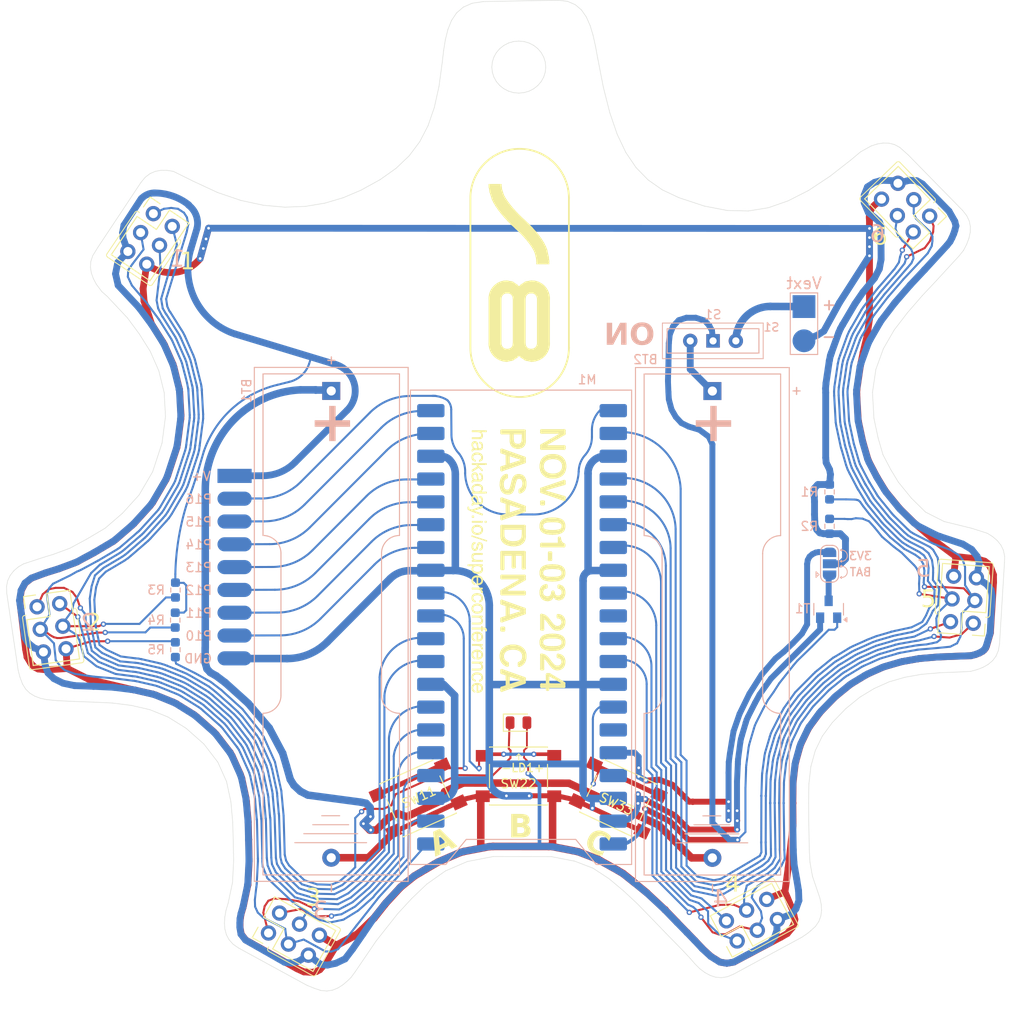
<source format=kicad_pcb>
(kicad_pcb (version 20240108) (generator "pcbnew") (generator_version "8.0")
  (title_block (title "SUPERCON 2024") (date "2024-10-30") (rev "A") (company "HACKADAY") (comment 1 "BADGE REDRAWN") (comment 2 "PRINTED CIRCUIT BOARD") (comment 3 "AS-IS") (comment 4 "EN"))
  (layers (0 "F.Cu" signal "Top Layer") (31 "B.Cu" signal "Bottom Layer") (34 "B.Paste" user "Bottom Paste") (35 "F.Paste" user "Top Paste") (36 "B.SilkS" user "Bottom Overlay") (37 "F.SilkS" user "Top Overlay") (38 "B.Mask" user "Bottom Solder") (39 "F.Mask" user "Top Solder") (44 "Edge.Cuts" user))
  (net 0 "")
  (net 1 "VDD")
  (net 2 "GND")
  (net 3 "/S1P1")
  (net 4 "/SCL0")
  (net 5 "/SDA0")
  (net 6 "/S1P2")
  (net 7 "/S2P1")
  (net 8 "/S2P2")
  (net 9 "/S3P2")
  (net 10 "/S3P1")
  (net 11 "/SCL1")
  (net 12 "/S4P1")
  (net 13 "/S4P2")
  (net 14 "/SDA1")
  (net 15 "/S252")
  (net 16 "/S5P1")
  (net 17 "/S6P2")
  (net 18 "/S6P1")
  (net 19 "/GP16")
  (net 20 "/SW1")
  (net 21 "/SW2")
  (net 22 "/SW3")
  (net 23 "/GP13")
  (net 24 "/GP15")
  (net 25 "/GP10")
  (net 26 "/GP12")
  (net 27 "/GP11")
  (net 28 "/GP14")
  (net 29 "Net-(BT1-+)")
  (net 30 "Net-(J99-Pin_1)")
  (net 31 "Net-(BT2-+)")
  (net 32 "Net-(M1-VBUS)")
  (net 34 "Net-(M1-VSYS)")
  (net 37 "Net-(JP1-A)")
  (net 38 "Net-(JP1-B)")
  (net 39 "Net-(LD1-K)")
  (footprint ".badge24:SAO_PIN_HEADER_2x03" (layer "F.Cu") (at 109.27459 58.59842 -34)
    (property "Reference" "J1" (hide yes))
    (property "Value" "SAO CONNECTOR")
  )
  (footprint ".badge24:SAO_PIN_HEADER_2x03" (layer "F.Cu") (at 195.73096 58.87273 -136)
    (property "Reference" "J6" (hide yes))
    (property "Value" "SAO CONNECTOR")
  )
  (footprint ".badge24:SW_SPST_PTS645_SAO" (layer "F.Cu") (at 161.04495 123.68272 -25)
    (property "Reference" "SW33")
    (property "Value" "SW_Push")
  )
  (footprint ".badge24:SAO_PIN_HEADER_2x03" (layer "F.Cu") (at 200.58722 104.21879 176)
    (property "Reference" "J5" (hide yes))
    (property "Value" "SAO CONNECTOR")
  )
  (footprint ".badge24:SAO_PIN_HEADER_2x03" (layer "F.Cu") (at 96.32475 102.38489 8)
    (property "Reference" "J2" (hide yes))
    (property "Value" "SAO CONNECTOR")
  )
  (footprint ".badge24:SAO_PIN_HEADER_2x03" (layer "F.Cu") (at 174.29327 139.60192 118)
    (property "Reference" "J4" (hide yes))
    (property "Value" "SAO CONNECTOR")
  )
  (footprint ".badge24:LED_0805_2012Metric" (layer "F.Cu") (at 149.94204 115.28875)
    (property "Reference" "LD1" (hide yes))
    (property "Value" "LED")
  )
  (footprint ".badge24:SW_SPST_PTS645_SAO" (layer "F.Cu") (at 149.94205 121.23237 180)
    (property "Reference" "SW22")
    (property "Value" "SW_Push")
  )
  (footprint ".badge24:SW_SPST_PTS645_SAO" (layer "F.Cu") (at 138.76295 123.73352 -156)
    (property "Reference" "SW11")
    (property "Value" "SW_Push")
  )
  (footprint ".badge24:SAO_PIN_HEADER_2x03" (layer "F.Cu") (at 122.09813 138.7171 61)
    (property "Reference" "J3" (hide yes))
    (property "Value" "SAO CONNECTOR")
  )
  (footprint ".badge24:R_0603_1608Metric_SAO" (layer "B.Cu") (at 111.72625 107.16357 90)
    (property "Reference" "R5")
    (property "Value" "680")
  )
  (footprint ".badge24:IO_SAO_1x09_SMD_EXTERNAL" (layer "B.Cu") (at 118.31905 87.80597 180)
    (property "Reference" "J7" (hide yes))
    (property "Value" "Conn_01x09" (hide yes))
  )
  (footprint ".badge24:BatteryHolder_Keystone_2460_1xAA_SAO" (layer "B.Cu") (at 129.08625 78.34357 -90)
    (property "Reference" "BT1")
    (property "Value" "AA")
  )
  (footprint ".badge24:R_0603_1608Metric_SAO" (layer "B.Cu") (at 184.58625 93.41857 -90)
    (property "Reference" "R2")
    (property "Value" "3.3K")
  )
  (footprint ".badge24:SAO_PinHeader_1x02_P2.54mm_SMD" (layer "B.Cu") (at 181.73625 68.94957 180)
    (property "Reference" "J99" (hide yes))
    (property "Value" "VEXT" (hide yes))
  )
  (footprint ".badge24:BatteryHolder_Keystone_2460_1xAA_SAO" (layer "B.Cu") (at 171.5346 78.35871 -90)
    (property "Reference" "BT2")
    (property "Value" "AA")
  )
  (footprint ".badge24:R_0603_1608Metric_SAO" (layer "B.Cu") (at 111.73625 100.51857 -90)
    (property "Reference" "R3")
    (property "Value" "3.3K")
  )
  (footprint ".badge24:SOT-23_SAO" (layer "B.Cu") (at 184.48389 102.6607 90)
    (property "Reference" "T1")
    (property "Value" "DMG2305")
  )
  (footprint ".badge24:SW_Slide-03_Wuerth-WS-SLTV_10x2.5x6.4_P2.54mm" (layer "B.Cu") (at 171.60825 72.76917)
    (property "Reference" "S1")
    (property "Value" "SW_Slide_SPDT")
  )
  (footprint ".badge24:R_0603_1608Metric_SAO" (layer "B.Cu") (at 184.58625 89.59357 90)
    (property "Reference" "R1")
    (property "Value" "3.3K")
  )
  (footprint ".badge24:SolderJumper_Open_Rounded_SAO" (layer "B.Cu") (at 184.58625 97.59357 90)
    (property "Reference" "JP1" (hide yes))
    (property "Value" "SolderJumper_3_Open")
  )
  (footprint ".badge24:R_0603_1608Metric_SAO" (layer "B.Cu") (at 111.71125 103.86857 -90)
    (property "Reference" "R4")
    (property "Value" "3.3K")
  )
  (footprint ".badge24:RPi_Pico_SMD_SAO" (layer "B.Cu") (at 151.23625 104.66857)
    (property "Reference" "M1")
    (property "Value" "SC0918")
  )
  (gr_line (start 151.00925 120.95437) (end 152.27925 122.22437) (stroke (width 0.4064)) (layer "B.Cu") (net 1))
  (gr_line (start 133.46125 125.74357) (end 132.66125 126.54357) (stroke (width 0.8382)) (layer "B.Cu") (net 29))
  (gr_line (start 132.66125 126.54357) (end 133.48625 127.24357) (stroke (width 0.8382)) (layer "B.Cu") (net 29))
  (gr_line (start 152.27925 129.05697) (end 152.27925 122.22437) (stroke (width 0.4064)) (layer "B.Cu") (net 1))
  (gr_line (start 185.78625 97.31857) (end 185.91125 97.41857) (stroke (width 0.1)) (layer "B.SilkS"))
  (gr_line (start 185.78625 99.11857) (end 185.91125 99.01857) (stroke (width 0.1)) (layer "B.SilkS"))
  (gr_line (start 177.19625 74.75037) (end 177.19625 70.78797) (stroke (width 0.1016)) (layer "B.SilkS"))
  (gr_arc (start 185.93625 96.06857) (mid 186.56133 96.6936) (end 185.93625 97.31857) (stroke (width 0.1)) (layer "B.SilkS"))
  (gr_line (start 185.91125 99.01857) (end 185.91125 99.21857) (stroke (width 0.1)) (layer "B.SilkS"))
  (gr_line (start 185.91125 97.86857) (end 185.78625 97.86857) (stroke (width 0.1)) (layer "B.SilkS"))
  (gr_line (start 165.96945 70.78797) (end 177.19625 70.78797) (stroke (width 0.1016)) (layer "B.SilkS"))
  (gr_line (start 185.78625 96.06857) (end 185.91125 95.96857) (stroke (width 0.1)) (layer "B.SilkS"))
  (gr_line (start 185.91125 99.11857) (end 185.78625 99.11857) (stroke (width 0.1)) (layer "B.SilkS"))
  (gr_line (start 185.78625 96.06857) (end 185.91125 96.16857) (stroke (width 0.1)) (layer "B.SilkS"))
  (gr_line (start 185.91125 95.96857) (end 185.91125 96.16857) (stroke (width 0.1)) (layer "B.SilkS"))
  (gr_arc (start 185.93625 97.86857) (mid 186.56133 98.4936) (end 185.93625 99.11857) (stroke (width 0.1)) (layer "B.SilkS"))
  (gr_line (start 185.78625 97.86857) (end 185.91125 97.96857) (stroke (width 0.1)) (layer "B.SilkS"))
  (gr_line (start 165.96945 74.75037) (end 165.96945 70.78797) (stroke (width 0.1016)) (layer "B.SilkS"))
  (gr_line (start 185.78625 97.31857) (end 185.91125 97.21857) (stroke (width 0.1)) (layer "B.SilkS"))
  (gr_line (start 185.91125 96.06857) (end 185.78625 96.06857) (stroke (width 0.1)) (layer "B.SilkS"))
  (gr_line (start 165.96945 74.75037) (end 177.19625 74.75037) (stroke (width 0.1016)) (layer "B.SilkS"))
  (gr_line (start 185.78625 97.86857) (end 185.91125 97.76857) (stroke (width 0.1)) (layer "B.SilkS"))
  (gr_line (start 185.91125 97.21857) (end 185.91125 97.41857) (stroke (width 0.1)) (layer "B.SilkS"))
  (gr_line (start 185.78625 99.11857) (end 185.91125 99.21857) (stroke (width 0.1)) (layer "B.SilkS"))
  (gr_line (start 185.91125 97.31857) (end 185.78625 97.31857) (stroke (width 0.1)) (layer "B.SilkS"))
  (gr_line (start 185.91125 97.76857) (end 185.91125 97.96857) (stroke (width 0.1)) (layer "B.SilkS"))
  (gr_line (start 150.64175 67.37277) (end 150.77925 67.25927) (stroke (width 0.7366)) (layer "F.SilkS"))
  (gr_line (start 145.89165 92.14727) (end 145.89165 92.05247) (stroke (width 0.127)) (layer "F.SilkS"))
  (gr_line (start 147.84675 66.60307) (end 147.99195 66.53337) (stroke (width 0.7366)) (layer "F.SilkS"))
  (gr_line (start 150.45215 94.52737) (end 150.45835 94.39947) (stroke (width 0.3048)) (layer "F.SilkS"))
  (gr_line (start 145.14145 87.47577) (end 145.23985 87.52627) (stroke (width 0.127)) (layer "F.SilkS"))
  (gr_line (start 145.65465 104.28807) (end 145.72755 104.26977) (stroke (width 0.127)) (layer "F.SilkS"))
  (gr_line (start 150.42615 94.66607) (end 150.45215 94.52737) (stroke (width 0.3048)) (layer "F.SilkS"))
  (gr_line (start 145.56635 109.41897) (end 145.65465 109.41247) (stroke (width 0.127)) (layer "F.SilkS"))
  (gr_line (start 152.89225 94.09357) (end 153.00075 94.13017) (stroke (width 0.3048)) (layer "F.SilkS"))
  (gr_line (start 145.64555 87.61607) (end 145.64555 87.54487) (stroke (width 0.127)) (layer "F.SilkS"))
  (gr_line (start 152.87525 105.85167) (end 153.03085 105.80637) (stroke (width 0.3048)) (layer "F.SilkS"))
  (gr_line (start 144.80845 86.52807) (end 144.80845 86.45317) (stroke (width 0.127)) (layer "F.SilkS"))
  (gr_line (start 145.72195 97.78527) (end 145.89165 97.78527) (stroke (width 0.127)) (layer "F.SilkS"))
  (gr_line (start 153.17545 101.60767) (end 153.27755 101.60147) (stroke (width 0.3048)) (layer "F.SilkS"))
  (gr_line (start 150.60585 86.25937) (end 150.60585 85.81047) (stroke (width 0.3048)) (layer "F.SilkS"))
  (gr_line (start 145.24505 88.85637) (end 145.35375 88.85037) (stroke (width 0.127)) (layer "F.SilkS"))
  (gr_line (start 145.16625 88.28097) (end 145.36415 88.28097) (stroke (width 0.127)) (layer "F.SilkS"))
  (gr_line (start 145.81765 88.18827) (end 145.87805 88.05997) (stroke (width 0.127)) (layer "F.SilkS"))
  (gr_line (start 154.79705 105.78927) (end 154.85405 105.84737) (stroke (width 0.3048)) (layer "F.SilkS"))
  (gr_line (start 147.10945 73.71067) (end 147.17935 73.85577) (stroke (width 0.7366)) (layer "F.SilkS"))
  (gr_line (start 152.54965 98.44757) (end 152.57535 98.37647) (stroke (width 0.3048)) (layer "F.SilkS"))
  (gr_line (start 145.84355 88.27047) (end 145.88695 88.19137) (stroke (width 0.127)) (layer "F.SilkS"))
  (gr_line (start 148.06955 85.16827) (end 148.06955 84.90627) (stroke (width 0.3048)) (layer "F.SilkS"))
  (gr_line (start 145.28285 107.32107) (end 145.34285 107.32107) (stroke (width 0.127)) (layer "F.SilkS"))
  (gr_line (start 152.96405 85.71517) (end 153.06625 85.66187) (stroke (width 0.3048)) (layer "F.SilkS"))
  (gr_line (start 145.46525 88.23267) (end 145.62245 88.28537) (stroke (width 0.127)) (layer "F.SilkS"))
  (gr_line (start 152.57825 74.23907) (end 152.68515 74.12127) (stroke (width 0.7366)) (layer "F.SilkS"))
  (gr_line (start 155.00695 87.28467) (end 155.05365 87.16087) (stroke (width 0.3048)) (layer "F.SilkS"))
  (gr_line (start 145.83435 111.58497) (end 145.85635 111.50857) (stroke (width 0.127)) (layer "F.SilkS"))
  (gr_line (start 149.25945 83.03217) (end 150.45835 83.03217) (stroke (width 0.3048)) (layer "F.SilkS"))
  (gr_line (start 144.82875 95.68387) (end 144.83705 95.57447) (stroke (width 0.127)) (layer "F.SilkS"))
  (gr_line (start 144.85785 96.54327) (end 144.89835 96.50927) (stroke (width 0.127)) (layer "F.SilkS"))
  (gr_line (start 149.30525 84.04927) (end 149.33765 84.12027) (stroke (width 0.3048)) (layer "F.SilkS"))
  (gr_line (start 152.42925 106.34027) (end 152.44655 106.14867) (stroke (width 0.3048)) (layer "F.SilkS"))
  (gr_line (start 154.04625 92.59747) (end 154.32215 92.63687) (stroke (width 0.3048)) (layer "F.SilkS"))
  (gr_line (start 149.10515 67.17507) (end 149.26325 67.26087) (stroke (width 0.7366)) (layer "F.SilkS"))
  (gr_line (start 148.06955 111.42617) (end 148.66455 111.24157) (stroke (width 0.3048)) (layer "F.SilkS"))
  (gr_line (start 151.57355 74.71577) (end 151.73825 74.69067) (stroke (width 0.7366)) (layer "F.SilkS"))
  (gr_line (start 147.70455 55.66257) (end 147.74325 55.91237) (stroke (width 0.7366)) (layer "F.SilkS"))
  (gr_line (start 145.44755 109.76607) (end 145.56905 109.79197) (stroke (width 0.127)) (layer "F.SilkS"))
  (gr_line (start 145.40995 88.18447) (end 145.42085 88.28857) (stroke (width 0.127)) (layer "F.SilkS"))
  (gr_line (start 154.36945 87.86287) (end 154.48395 87.81707) (stroke (width 0.3048)) (layer "F.SilkS"))
  (gr_line (start 145.85265 110.36117) (end 145.86255 110.24367) (stroke (width 0.127)) (layer "F.SilkS"))
  (gr_line (start 145.44895 111.81367) (end 145.53375 111.80347) (stroke (width 0.127)) (layer "F.SilkS"))
  (gr_line (start 154.65025 99.06387) (end 154.72135 99.02017) (stroke (width 0.3048)) (layer "F.SilkS"))
  (gr_line (start 145.86945 84.37007) (end 145.87735 84.46207) (stroke (width 0.127)) (layer "F.SilkS"))
  (gr_line (start 151.40385 74.72437) (end 151.57355 74.71577) (stroke (width 0.7366)) (layer "F.SilkS"))
  (gr_line (start 145.83375 99.16397) (end 145.88265 99.25007) (stroke (width 0.127)) (layer "F.SilkS"))
  (gr_line (start 145.72755 104.26977) (end 145.78635 104.24137) (stroke (width 0.127)) (layer "F.SilkS"))
  (gr_line (start 144.83565 98.10677) (end 144.85865 98.03117) (stroke (width 0.127)) (layer "F.SilkS"))
  (gr_line (start 145.19675 85.27437) (end 145.31535 85.26617) (stroke (width 0.127)) (layer "F.SilkS"))
  (gr_line (start 145.77825 101.17887) (end 145.82335 101.24417) (stroke (width 0.127)) (layer "F.SilkS"))
  (gr_line (start 144.97525 102.88477) (end 145.06755 102.93877) (stroke (width 0.127)) (layer "F.SilkS"))
  (gr_line (start 153.42685 108.68797) (end 153.49985 108.79147) (stroke (width 0.3048)) (layer "F.SilkS"))
  (gr_line (start 144.82725 85.00837) (end 144.82745 85.01477) (stroke (width 0.127)) (layer "F.SilkS"))
  (gr_line (start 153.75005 100.73747) (end 153.81005 100.73757) (stroke (width 0.3048)) (layer "F.SilkS"))
  (gr_line (start 147.67635 73.06617) (end 147.69595 73.26017) (stroke (width 0.7366)) (layer "F.SilkS"))
  (gr_line (start 144.80845 82.87147) (end 144.80845 82.78887) (stroke (width 0.127)) (layer "F.SilkS"))
  (gr_line (start 154.99275 93.20647) (end 155.00985 93.39847) (stroke (width 0.3048)) (layer "F.SilkS"))
  (gr_line (start 145.77395 87.67637) (end 145.81495 87.71937) (stroke (width 0.127)) (layer "F.SilkS"))
  (gr_line (start 144.96365 111.75817) (end 145.06345 111.79217) (stroke (width 0.127)) (layer "F.SilkS"))
  (gr_line (start 145.71895 103.60197) (end 145.74525 103.61997) (stroke (width 0.127)) (layer "F.SilkS"))
  (gr_line (start 150.17595 84.59387) (end 150.30505 84.53417) (stroke (width 0.3048)) (layer "F.SilkS"))
  (gr_line (start 153.77345 85.78117) (end 154.04275 85.79877) (stroke (width 0.3048)) (layer "F.SilkS"))
  (gr_line (start 145.83375 111.14017) (end 145.88265 111.22627) (stroke (width 0.127)) (layer "F.SilkS"))
  (gr_line (start 148.27025 108.31577) (end 148.34955 108.42927) (stroke (width 0.3048)) (layer "F.SilkS"))
  (gr_line (start 154.22035 99.17677) (end 154.41125 99.14677) (stroke (width 0.3048)) (layer "F.SilkS"))
  (gr_line (start 145.88415 102.79177) (end 145.91485 102.69617) (stroke (width 0.127)) (layer "F.SilkS"))
  (gr_line (start 154.27075 85.84817) (end 154.46045 85.92427) (stroke (width 0.3048)) (layer "F.SilkS"))
  (gr_line (start 153.02125 103.74967) (end 153.13805 103.87147) (stroke (width 0.3048)) (layer "F.SilkS"))
  (gr_line (start 145.01885 94.23407) (end 145.12295 94.27897) (stroke (width 0.127)) (layer "F.SilkS"))
  (gr_line (start 144.82725 85.75097) (end 144.84065 85.63877) (stroke (width 0.127)) (layer "F.SilkS"))
  (gr_line (start 144.77305 96.79117) (end 144.78585 96.89917) (stroke (width 0.127)) (layer "F.SilkS"))
  (gr_line (start 148.27035 94.69397) (end 148.30875 94.77487) (stroke (width 0.3048)) (layer "F.SilkS"))
  (gr_arc (start 101.528038 108.322113) (mid 101.478174 108.514878) (end 101.306617 108.615948) (stroke (width 0.1016)) (layer "F.SilkS"))
  (gr_line (start 149.68625 95.21517) (end 149.82135 95.18887) (stroke (width 0.3048)) (layer "F.SilkS"))
  (gr_line (start 145.83685 109.17057) (end 145.85615 109.10207) (stroke (width 0.127)) (layer "F.SilkS"))
  (gr_line (start 144.82285 90.41427) (end 144.83665 90.32057) (stroke (width 0.127)) (layer "F.SilkS"))
  (gr_line (start 149.54195 88.41077) (end 149.64625 88.15047) (stroke (width 0.3048)) (layer "F.SilkS"))
  (gr_line (start 150.59305 84.08447) (end 150.60585 83.92177) (stroke (width 0.3048)) (layer "F.SilkS"))
  (gr_line (start 145.89025 87.21467) (end 145.89025 87.12897) (stroke (width 0.127)) (layer "F.SilkS"))
  (gr_line (start 154.10105 85.55077) (end 154.24225 85.57867) (stroke (width 0.3048)) (layer "F.SilkS"))
  (gr_line (start 148.16255 94.91607) (end 148.21025 95.00207) (stroke (width 0.3048)) (layer "F.SilkS"))
  (gr_line (start 154.04625 107.14127) (end 154.32215 107.10187) (stroke (width 0.3048)) (layer "F.SilkS"))
  (gr_line (start 150.38695 84.09727) (end 150.42715 83.98037) (stroke (width 0.3048)) (layer "F.SilkS"))
  (gr_line (start 144.77595 102.58587) (end 144.78685 102.47547) (stroke (width 0.127)) (layer "F.SilkS"))
  (gr_line (start 153.22345 111.27047) (end 155.00835 111.27047) (stroke (width 0.3048)) (layer "F.SilkS"))
  (gr_line (start 176.0305 140.69195) (end 180.95897 138.07145) (stroke (width 0.1016)) (layer "F.SilkS"))
  (gr_line (start 152.93285 86.02187) (end 153.08695 85.92427) (stroke (width 0.3048)) (layer "F.SilkS"))
  (gr_line (start 145.87655 109.26967) (end 145.90475 109.20177) (stroke (width 0.127)) (layer "F.SilkS"))
  (gr_line (start 152.61205 93.69887) (end 152.65995 93.75557) (stroke (width 0.3048)) (layer "F.SilkS"))
  (gr_line (start 152.79395 85.84047) (end 152.87355 85.77507) (stroke (width 0.3048)) (layer "F.SilkS"))
  (gr_line (start 144.78485 91.00927) (end 144.79295 91.05997) (stroke (width 0.127)) (layer "F.SilkS"))
  (gr_line (start 144.86535 94.10327) (end 144.92765 94.17047) (stroke (width 0.127)) (layer "F.SilkS"))
  (gr_line (start 145.91375 111.55127) (end 145.92415 111.44697) (stroke (width 0.127)) (layer "F.SilkS"))
  (gr_line (start 145.81495 87.71937) (end 145.84775 87.77647) (stroke (width 0.127)) (layer "F.SilkS"))
  (gr_line (start 145.06345 99.89277) (end 145.06345 99.81597) (stroke (width 0.127)) (layer "F.SilkS"))
  (gr_line (start 148.63865 74.72437) (end 148.65195 74.72437) (stroke (width 0.7366)) (layer "F.SilkS"))
  (gr_line (start 145.01165 111.08287) (end 145.08975 111.05087) (stroke (width 0.127)) (layer "F.SilkS"))
  (gr_line (start 144.95815 88.36167) (end 145.65055 88.36207) (stroke (width 0.127)) (layer "F.SilkS"))
  (gr_line (start 155.05365 86.31897) (end 155.10585 86.55237) (stroke (width 0.3048)) (layer "F.SilkS"))
  (gr_line (start 154.94995 103.74347) (end 154.98805 103.87037) (stroke (width 0.3048)) (layer "F.SilkS"))
  (gr_line (start 153.43855 101.55797) (end 153.49965 101.52487) (stroke (width 0.3048)) (layer "F.SilkS"))
  (gr_line (start 148.81355 86.62797) (end 148.81355 86.39027) (stroke (width 0.3048)) (layer "F.SilkS"))
  (gr_line (start 145.08915 100.96177) (end 145.19685 100.93717) (stroke (width 0.127)) (layer "F.SilkS"))
  (gr_line (start 144.83465 84.95537) (end 144.85795 84.91557) (stroke (width 0.127)) (layer "F.SilkS"))
  (gr_line (start 144.80175 101.57747) (end 144.83425 101.64357) (stroke (width 0.127)) (layer "F.SilkS"))
  (gr_line (start 144.91405 84.80977) (end 145.05145 84.79877) (stroke (width 0.127)) (layer "F.SilkS"))
  (gr_line (start 144.89645 99.21237) (end 144.94885 99.15397) (stroke (width 0.127)) (layer "F.SilkS"))
  (gr_line (start 150.52565 94.94257) (end 150.56025 94.84827) (stroke (width 0.3048)) (layer "F.SilkS"))
  (gr_line (start 145.56925 100.96317) (end 145.67735 101.00677) (stroke (width 0.127)) (layer "F.SilkS"))
  (gr_line (start 145.35805 87.69487) (end 145.37845 87.79277) (stroke (width 0.127)) (layer "F.SilkS"))
  (gr_line (start 145.75415 105.99817) (end 145.79965 105.94557) (stroke (width 0.127)) (layer "F.SilkS"))
  (gr_line (start 145.88415 102.37937) (end 145.91485 102.47527) (stroke (width 0.127)) (layer "F.SilkS"))
  (gr_line (start 148.21305 108.18847) (end 148.27025 108.31577) (stroke (width 0.3048)) (layer "F.SilkS"))
  (gr_line (start 144.86545 102.29817) (end 144.92785 102.23077) (stroke (width 0.127)) (layer "F.SilkS"))
  (gr_line (start 144.85865 98.03117) (end 144.90085 97.95637) (stroke (width 0.127)) (layer "F.SilkS"))
  (gr_line (start 145.56905 85.30067) (end 145.67705 85.34447) (stroke (width 0.127)) (layer "F.SilkS"))
  (gr_line (start 152.53805 105.91297) (end 152.58645 105.84817) (stroke (width 0.3048)) (layer "F.SilkS"))
  (gr_line (start 144.80845 109.41897) (end 145.56635 109.41897) (stroke (width 0.127)) (layer "F.SilkS"))
  (gr_line (start 145.44755 105.23517) (end 145.56905 105.26107) (stroke (width 0.127)) (layer "F.SilkS"))
  (gr_line (start 145.79965 105.94557) (end 145.83435 105.88157) (stroke (width 0.127)) (layer "F.SilkS"))
  (gr_line (start 144.97495 102.28617) (end 145.06715 102.23227) (stroke (width 0.127)) (layer "F.SilkS"))
  (gr_line (start 149.16435 84.21407) (end 149.22465 84.33167) (stroke (width 0.3048)) (layer "F.SilkS"))
  (gr_line (start 153.27645 85.84817) (end 153.50425 85.79877) (stroke (width 0.3048)) (layer "F.SilkS"))
  (gr_line (start 145.38535 90.68717) (end 145.40995 90.74987) (stroke (width 0.127)) (layer "F.SilkS"))
  (gr_line (start 148.93065 67.12087) (end 149.10515 67.17507) (stroke (width 0.7366)) (layer "F.SilkS"))
  (gr_line (start 145.90475 104.07737) (end 145.91975 104.00537) (stroke (width 0.127)) (layer "F.SilkS"))
  (gr_line (start 153.00075 97.88127) (end 153.12105 97.85147) (stroke (width 0.3048)) (layer "F.SilkS"))
  (gr_line (start 153.39735 107.14127) (end 153.72175 107.15437) (stroke (width 0.3048)) (layer "F.SilkS"))
  (gr_line (start 151.59675 67.12007) (end 151.77685 67.17617) (stroke (width 0.7366)) (layer "F.SilkS"))
  (gr_line (start 145.68905 108.04357) (end 145.75415 107.99567) (stroke (width 0.127)) (layer "F.SilkS"))
  (gr_line (start 152.04985 74.59397) (end 152.19495 74.52407) (stroke (width 0.7366)) (layer "F.SilkS"))
  (gr_line (start 144.94885 99.15397) (end 145.01445 99.10807) (stroke (width 0.127)) (layer "F.SilkS"))
  (gr_line (start 145.36755 95.50037) (end 145.45205 95.32587) (stroke (width 0.127)) (layer "F.SilkS"))
  (gr_line (start 145.91715 85.86897) (end 145.92415 85.78347) (stroke (width 0.127)) (layer "F.SilkS"))
  (gr_line (start 154.04625 105.53917) (end 154.32215 105.57857) (stroke (width 0.3048)) (layer "F.SilkS"))
  (gr_line (start 153.30805 87.90007) (end 153.44905 87.92797) (stroke (width 0.3048)) (layer "F.SilkS"))
  (gr_line (start 145.85515 107.63397) (end 145.86405 107.71317) (stroke (width 0.127)) (layer "F.SilkS"))
  (gr_line (start 154.48395 87.81707) (end 154.58615 87.76377) (stroke (width 0.3048)) (layer "F.SilkS"))
  (gr_line (start 145.63435 102.23277) (end 145.72645 102.28667) (stroke (width 0.127)) (layer "F.SilkS"))
  (gr_line (start 144.92785 102.23077) (end 145.01905 102.16697) (stroke (width 0.127)) (layer "F.SilkS"))
  (gr_line (start 148.60715 89.49917) (end 148.69035 89.50467) (stroke (width 0.3048)) (layer "F.SilkS"))
  (gr_line (start 145.09235 107.34737) (end 145.18195 107.32767) (stroke (width 0.127)) (layer "F.SilkS"))
  (gr_line (start 145.87735 90.50727) (end 145.87805 90.62537) (stroke (width 0.127)) (layer "F.SilkS"))
  (gr_line (start 145.60575 101.82797) (end 145.72565 101.77597) (stroke (width 0.127)) (layer "F.SilkS"))
  (gr_line (start 145.86665 110.49467) (end 145.89735 110.43317) (stroke (width 0.127)) (layer "F.SilkS"))
  (gr_arc (start 181.066558 137.719602) (mid 181.085622 137.917781) (end 180.958988 138.071448) (stroke (width 0.1016)) (layer "F.SilkS"))
  (gr_line (start 145.67705 107.30237) (end 145.76875 107.36427) (stroke (width 0.127)) (layer "F.SilkS"))
  (gr_line (start 154.94105 105.98397) (end 154.99275 106.14817) (stroke (width 0.3048)) (layer "F.SilkS"))
  (gr_line (start 154.72135 99.02017) (end 154.78055 98.97007) (stroke (width 0.3048)) (layer "F.SilkS"))
  (gr_line (start 145.90345 84.32617) (end 145.92565 84.49607) (stroke (width 0.127)) (layer "F.SilkS"))
  (gr_line (start 152.52805 100.78027) (end 152.53975 100.90297) (stroke (width 0.3048)) (layer "F.SilkS"))
  (gr_line (start 144.81025 85.54217) (end 144.85445 85.46217) (stroke (width 0.127)) (layer "F.SilkS"))
  (gr_line (start 144.83665 95.80697) (end 144.89165 95.92057) (stroke (width 0.127)) (layer "F.SilkS"))
  (gr_line (start 147.35805 74.12037) (end 147.46515 74.23827) (stroke (width 0.7366)) (layer "F.SilkS"))
  (gr_line (start 145.68945 106.75197) (end 145.68945 106.65967) (stroke (width 0.127)) (layer "F.SilkS"))
  (gr_line (start 150.02875 106.86997) (end 150.13795 106.92377) (stroke (width 0.3048)) (layer "F.SilkS"))
  (gr_line (start 145.80975 90.87227) (end 145.84355 90.83587) (stroke (width 0.127)) (layer "F.SilkS"))
  (gr_line (start 152.19495 74.52407) (end 152.33185 74.44087) (stroke (width 0.7366)) (layer "F.SilkS"))
  (gr_line (start 150.26675 108.52447) (end 150.34425 108.44647) (stroke (width 0.3048)) (layer "F.SilkS"))
  (gr_line (start 146.36175 105.04597) (end 146.36265 105.01447) (stroke (width 0.127)) (layer "F.SilkS"))
  (gr_line (start 145.31535 109.75747) (end 145.44755 109.76607) (stroke (width 0.127)) (layer "F.SilkS"))
  (gr_line (start 152.64385 98.06277) (end 152.71035 98.01137) (stroke (width 0.3048)) (layer "F.SilkS"))
  (gr_line (start 150.60585 103.09277) (end 150.60585 102.64387) (stroke (width 0.3048)) (layer "F.SilkS"))
  (gr_line (start 153.03145 100.20207) (end 153.03145 100.00317) (stroke (width 0.3048)) (layer "F.SilkS"))
  (gr_line (start 148.14905 89.41017) (end 148.21515 89.50407) (stroke (width 0.3048)) (layer "F.SilkS"))
  (gr_line (start 153.22225 105.77637) (end 153.45175 105.75987) (stroke (width 0.3048)) (layer "F.SilkS"))
  (gr_line (start 152.68515 74.12127) (end 152.78055 73.99347) (stroke (width 0.7366)) (layer "F.SilkS"))
  (gr_line (start 145.77965 95.39597) (end 145.81005 95.43097) (stroke (width 0.127)) (layer "F.SilkS"))
  (gr_line (start 151.99945 64.10777) (end 153.29485 64.10777) (stroke (width 0.1016)) (layer "F.SilkS"))
  (gr_line (start 144.77595 93.81627) (end 144.78675 93.70597) (stroke (width 0.127)) (layer "F.SilkS"))
  (gr_line (start 144.85635 105.42647) (end 144.91685 105.35937) (stroke (width 0.127)) (layer "F.SilkS"))
  (gr_line (start 145.71835 106.77677) (end 145.76355 106.82967) (stroke (width 0.127)) (layer "F.SilkS"))
  (gr_line (start 145.41995 88.12637) (end 145.46525 88.23267) (stroke (width 0.127)) (layer "F.SilkS"))
  (gr_line (start 144.80695 108.64237) (end 145.40245 108.64237) (stroke (width 0.127)) (layer "F.SilkS"))
  (gr_line (start 154.83745 87.20237) (end 154.88395 87.10917) (stroke (width 0.3048)) (layer "F.SilkS"))
  (gr_line (start 145.78415 93.57107) (end 145.82955 93.63817) (stroke (width 0.127)) (layer "F.SilkS"))
  (gr_line (start 154.90195 92.97057) (end 154.94105 93.04227) (stroke (width 0.3048)) (layer "F.SilkS"))
  (gr_line (start 144.91685 99.08627) (end 144.99695 99.02917) (stroke (width 0.127)) (layer "F.SilkS"))
  (gr_line (start 104.10562 63.08158) (end 107.22693 58.45403) (stroke (width 0.1016)) (layer "F.SilkS"))
  (gr_line (start 144.80845 87.16447) (end 145.44755 86.76947) (stroke (width 0.127)) (layer "F.SilkS"))
  (gr_rect (start 150.24685 99.08357) (end 150.50085 99.36297) (fill solid) (layer "F.SilkS"))
  (gr_line (start 145.60415 105.35327) (end 145.67565 105.38997) (stroke (width 0.127)) (layer "F.SilkS"))
  (gr_line (start 145.76875 111.06987) (end 145.83375 111.14017) (stroke (width 0.127)) (layer "F.SilkS"))
  (gr_line (start 155.04225 90.44107) (end 155.04225 90.19057) (stroke (width 0.3048)) (layer "F.SilkS"))
  (gr_line (start 144.83465 91.00057) (end 144.85795 90.96077) (stroke (width 0.127)) (layer "F.SilkS"))
  (gr_line (start 145.91735 89.10657) (end 145.92715 89.20267) (stroke (width 0.127)) (layer "F.SilkS"))
  (gr_line (start 145.38535 84.64197) (end 145.40995 84.70467) (stroke (width 0.127)) (layer "F.SilkS"))
  (gr_line (start 152.48385 100.43837) (end 152.54625 100.30037) (stroke (width 0.3048)) (layer "F.SilkS"))
  (gr_line (start 147.17935 73.85577) (end 147.26245 73.99267) (stroke (width 0.7366)) (layer "F.SilkS"))
  (gr_line (start 145.14145 90.04117) (end 145.23985 90.09167) (stroke (width 0.127)) (layer "F.SilkS"))
  (gr_line (start 145.91975 109.12977) (end 145.92415 109.05817) (stroke (width 0.127)) (layer "F.SilkS"))
  (gr_line (start 145.85635 111.50857) (end 145.86405 111.41887) (stroke (width 0.127)) (layer "F.SilkS"))
  (gr_line (start 149.56105 87.89667) (end 149.66685 87.82087) (stroke (width 0.3048)) (layer "F.SilkS"))
  (gr_line (start 145.91345 99.35217) (end 145.92415 99.47077) (stroke (width 0.127)) (layer "F.SilkS"))
  (gr_line (start 148.56935 57.60207) (end 148.91085 58.03767) (stroke (width 0.7366)) (layer "F.SilkS"))
  (gr_line (start 144.89835 96.50927) (end 144.94915 96.48287) (stroke (width 0.127)) (layer "F.SilkS"))
  (gr_line (start 152.43075 86.74017) (end 152.44395 86.55257) (stroke (width 0.3048)) (layer "F.SilkS"))
  (gr_line (start 154.72055 104.50877) (end 154.78745 104.43007) (stroke (width 0.3048)) (layer "F.SilkS"))
  (gr_line (start 148.06955 103.98667) (end 150.60585 103.09277) (stroke (width 0.3048)) (layer "F.SilkS"))
  (gr_line (start 152.65355 103.54787) (end 152.90505 103.67097) (stroke (width 0.3048)) (layer "F.SilkS"))
  (gr_line (start 145.85615 109.10207) (end 145.86255 109.01977) (stroke (width 0.127)) (layer "F.SilkS"))
  (gr_line (start 149.82135 95.18887) (end 149.93975 95.15377) (stroke (width 0.3048)) (layer "F.SilkS"))
  (gr_line (start 151.40385 74.02697) (end 151.59775 74.00737) (stroke (width 0.7366)) (layer "F.SilkS"))
  (gr_line (start 148.44575 74.00877) (end 148.63865 74.02837) (stroke (width 0.7366)) (layer "F.SilkS"))
  (gr_line (start 145.34935 109.85297) (end 145.44765 109.85847) (stroke (width 0.127)) (layer "F.SilkS"))
  (gr_line (start 145.09135 105.26067) (end 145.19815 105.23517) (stroke (width 0.127)) (layer "F.SilkS"))
  (gr_line (start 154.14275 109.29837) (end 154.28425 109.30987) (stroke (width 0.3048)) (layer "F.SilkS"))
  (gr_line (start 152.50455 109.31427) (end 152.50455 107.72907) (stroke (width 0.3048)) (layer "F.SilkS"))
  (gr_line (start 154.94105 98.96927) (end 154.99275 98.80507) (stroke (width 0.3048)) (layer "F.SilkS"))
  (gr_line (start 153.34125 109.93147) (end 153.39875 109.93147) (stroke (width 0.3048)) (layer "F.SilkS"))
  (gr_line (start 154.57035 95.01477) (end 154.61735 95.13057) (stroke (width 0.3048)) (layer "F.SilkS"))
  (gr_line (start 150.24525 84.28237) (end 150.32925 84.19527) (stroke (width 0.3048)) (layer "F.SilkS"))
  (gr_line (start 154.86425 93.63497) (end 154.88965 93.56387) (stroke (width 0.3048)) (layer "F.SilkS"))
  (gr_line (start 148.92325 89.44227) (end 149.00895 89.36807) (stroke (width 0.3048)) (layer "F.SilkS"))
  (gr_line (start 154.85405 99.10587) (end 154.90195 99.04097) (stroke (width 0.3048)) (layer "F.SilkS"))
  (gr_line (start 148.26625 95.07957) (end 148.32965 95.14877) (stroke (width 0.3048)) (layer "F.SilkS"))
  (gr_line (start 154.64635 106.99247) (end 154.73095 106.94247) (stroke (width 0.3048)) (layer "F.SilkS"))
  (gr_line (start 144.98905 97.15317) (end 145.14145 97.20397) (stroke (width 0.127)) (layer "F.SilkS"))
  (gr_line (start 144.94965 90.75097) (end 145.05145 90.84397) (stroke (width 0.127)) (layer "F.SilkS"))
  (gr_line (start 147.99425 107.88447) (end 147.99975 107.75777) (stroke (width 0.3048)) (layer "F.SilkS"))
  (gr_line (start 144.85835 107.55477) (end 144.89645 107.48447) (stroke (width 0.127)) (layer "F.SilkS"))
  (gr_line (start 152.36615 73.06467) (end 152.36615 68.06277) (stroke (width 0.7366)) (layer "F.SilkS"))
  (gr_line (start 148.36065 107.35597) (end 148.42555 107.29067) (stroke (width 0.3048)) (layer "F.SilkS"))
  (gr_line (start 148.29755 88.17777) (end 148.36955 88.09887) (stroke (width 0.3048)) (layer "F.SilkS"))
  (gr_line (start 145.89735 110.43317) (end 145.91715 110.36007) (stroke (width 0.127)) (layer "F.SilkS"))
  (gr_line (start 145.54535 85.38497) (end 145.63755 85.41637) (stroke (width 0.127)) (layer "F.SilkS"))
  (gr_line (start 154.79705 98.06197) (end 154.85405 98.12007) (stroke (width 0.3048)) (layer "F.SilkS"))
  (gr_line (start 151.57355 66.41167) (end 151.73835 66.43677) (stroke (width 0.7366)) (layer "F.SilkS"))
  (gr_line (start 145.86665 101.66607) (end 145.89735 101.60457) (stroke (width 0.127)) (layer "F.SilkS"))
  (gr_line (start 148.34085 107.04827) (end 148.42945 106.97947) (stroke (width 0.3048)) (layer "F.SilkS"))
  (gr_line (start 144.96545 97.88847) (end 145.02615 97.84797) (stroke (width 0.127)) (layer "F.SilkS"))
  (gr_line (start 144.99695 105.30227) (end 145.09135 105.26067) (stroke (width 0.127)) (layer "F.SilkS"))
  (gr_line (start 154.78045 106.69727) (end 154.82795 106.64047) (stroke (width 0.3048)) (layer "F.SilkS"))
  (gr_line (start 149.00755 59.19887) (end 149.42175 59.61747) (stroke (width 0.7366)) (layer "F.SilkS"))
  (gr_line (start 149.68805 119.04797) (end 149.96745 118.76857) (stroke (width 0.1016)) (layer "F.SilkS"))
  (gr_line (start 145.21725 90.17107) (end 145.26075 90.21007) (stroke (width 0.127)) (layer "F.SilkS"))
  (gr_line (start 145.86215 89.40907) (end 145.90825 89.32217) (stroke (width 0.127)) (layer "F.SilkS"))
  (gr_line (start 145.82715 107.05527) (end 145.92405 107.05527) (stroke (width 0.127)) (layer "F.SilkS"))
  (gr_line (start 145.29325 97.78817) (end 145.47165 97.78817) (stroke (width 0.127)) (layer "F.SilkS"))
  (gr_line (start 148.66455 86.68837) (end 148.66455 85.36897) (stroke (width 0.3048)) (layer "F.SilkS"))
  (gr_line (start 145.40395 82.87137) (end 145.50965 82.87837) (stroke (width 0.127)) (layer "F.SilkS"))
  (gr_line (start 144.85505 84.08457) (end 144.93825 84.02137) (stroke (width 0.127)) (layer "F.SilkS"))
  (gr_line (start 150.84925 74.62417) (end 151.35665 74.72437) (stroke (width 0.7366)) (layer "F.SilkS"))
  (gr_line (start 150.49905 108.07567) (end 150.51145 107.89627) (stroke (width 0.3048)) (layer "F.SilkS"))
  (gr_line (start 152.50605 111.26897) (end 152.50605 111.05647) (stroke (width 0.3048)) (layer "F.SilkS"))
  (gr_line (start 144.83165 102.58587) (end 144.84225 102.48877) (stroke (width 0.127)) (layer "F.SilkS"))
  (gr_line (start 148.15335 88.55037) (end 148.18565 88.40137) (stroke (width 0.3048)) (layer "F.SilkS"))
  (gr_line (start 150.39065 89.46797) (end 150.47725 89.38037) (stroke (width 0.3048)) (layer "F.SilkS"))
  (gr_line (start 154.88965 98.77847) (end 154.90465 98.69967) (stroke (width 0.3048)) (layer "F.SilkS"))
  (gr_line (start 144.86555 88.95667) (end 144.92785 88.89607) (stroke (width 0.127)) (layer "F.SilkS"))
  (gr_line (start 154.36975 85.61597) (end 154.48425 85.66177) (stroke (width 0.3048)) (layer "F.SilkS"))
  (gr_line (start 173.16571 135.30407) (end 178.09422 132.68356) (stroke (width 0.1016)) (layer "F.SilkS"))
  (gr_line (start 149.44275 84.53287) (end 149.51875 84.57077) (stroke (width 0.3048)) (layer "F.SilkS"))
  (gr_line (start 152.49875 98.25737) (end 152.53805 98.18567) (stroke (width 0.3048)) (layer "F.SilkS"))
  (gr_line (start 154.15905 101.45667) (end 154.38905 101.51917) (stroke (width 0.3048)) (layer "F.SilkS"))
  (gr_line (start 145.84355 84.79067) (end 145.88695 84.71157) (stroke (width 0.127)) (layer "F.SilkS"))
  (gr_line (start 145.73715 95.29577) (end 145.79015 95.32737) (stroke (width 0.127)) (layer "F.SilkS"))
  (gr_line (start 153.22315 93.96237) (end 153.45235 93.97887) (stroke (width 0.3048)) (layer "F.SilkS"))
  (gr_line (start 149.88475 84.39057) (end 150.02385 84.37887) (stroke (width 0.3048)) (layer "F.SilkS"))
  (gr_line (start 154.59675 108.01877) (end 154.71065 108.09267) (stroke (width 0.3048)) (layer "F.SilkS"))
  (gr_line (start 144.42945 91.51317) (end 144.52265 91.56547) (stroke (width 0.127)) (layer "F.SilkS"))
  (gr_line (start 144.78055 85.83627) (end 144.80165 85.91527) (stroke (width 0.127)) (layer "F.SilkS"))
  (gr_line (start 154.30345 104.67277) (end 154.41335 104.66287) (stroke (width 0.3048)) (layer "F.SilkS"))
  (gr_line (start 154.88965 106.50567) (end 154.90465 106.42687) (stroke (width 0.3048)) (layer "F.SilkS"))
  (gr_line (start 145.75105 84.09757) (end 145.84555 84.17587) (stroke (width 0.127)) (layer "F.SilkS"))
  (gr_line (start 145.89165 104.76147) (end 145.89165 104.59607) (stroke (width 0.127)) (layer "F.SilkS"))
  (gr_line (start 151.83555 62.32207) (end 152.00785 62.64917) (stroke (width 0.7366)) (layer "F.SilkS"))
  (gr_line (start 152.53975 100.90297) (end 152.57515 101.01927) (stroke (width 0.3048)) (layer "F.SilkS"))
  (gr_line (start 144.92785 88.89607) (end 145.03085 88.83357) (stroke (width 0.127)) (layer "F.SilkS"))
  (gr_line (start 150.93715 67.17357) (end 151.11165 67.11937) (stroke (width 0.7366)) (layer "F.SilkS"))
  (gr_line (start 145.79035 99.22337) (end 145.82995 99.28987) (stroke (width 0.127)) (layer "F.SilkS"))
  (gr_line (start 148.18885 89.09767) (end 148.23185 89.21057) (stroke (width 0.3048)) (layer "F.SilkS"))
  (gr_line (start 148.50755 108.56917) (end 148.60335 108.62407) (stroke (width 0.3048)) (layer "F.SilkS"))
  (gr_line (start 145.90175 95.83827) (end 145.91935 95.75917) (stroke (width 0.127)) (layer "F.SilkS"))
  (gr_line (start 154.73095 98.01067) (end 154.79705 98.06197) (stroke (width 0.3048)) (layer "F.SilkS"))
  (gr_line (start 145.87735 87.94187) (end 145.87805 88.05997) (stroke (width 0.127)) (layer "F.SilkS"))
  (gr_line (start 144.77755 96.72507) (end 144.79215 96.65927) (stroke (width 0.127)) (layer "F.SilkS"))
  (gr_line (start 148.23045 96.54967) (end 149.32895 96.54967) (stroke (width 0.3048)) (layer "F.SilkS"))
  (gr_line (start 154.75625 87.63867) (end 154.86065 87.52747) (stroke (width 0.3048)) (layer "F.SilkS"))
  (gr_line (start 145.79245 108.80617) (end 145.83415 108.87997) (stroke (width 0.127)) (layer "F.SilkS"))
  (gr_line (start 145.65055 88.36207) (end 145.71435 88.35497) (stroke (width 0.127)) (layer "F.SilkS"))
  (gr_line (start 145.68905 111.74917) (end 145.75405 111.70147) (stroke (width 0.127)) (layer "F.SilkS"))
  (gr_arc (start 188.032937 57.125972) (mid 187.95993 56.940694) (end 188.039358 56.758107) (stroke (width 0.1016)) (layer "F.SilkS"))
  (gr_line (start 153.81365 104.73027) (end 153.90915 104.79357) (stroke (width 0.3048)) (layer "F.SilkS"))
  (gr_line (start 154.58545 109.25377) (end 154.70625 109.18767) (stroke (width 0.3048)) (layer "F.SilkS"))
  (gr_line (start 145.59445 108.66947) (end 145.66765 108.69987) (stroke (width 0.127)) (layer "F.SilkS"))
  (gr_arc (start 173.058152 135.655918) (mid 173.039084 135.457724) (end 173.165722 135.304072) (stroke (width 0.1016)) (layer "F.SilkS"))
  (gr_line (start 145.85515 111.33967) (end 145.86405 111.41887) (stroke (width 0.127)) (layer "F.SilkS"))
  (gr_line (start 145.46655 102.09507) (end 145.57875 102.12167) (stroke (width 0.127)) (layer "F.SilkS"))
  (gr_line (start 145.75115 89.50997) (end 145.80455 89.46957) (stroke (width 0.127)) (layer "F.SilkS"))
  (gr_line (start 154.94115 86.92077) (end 154.95825 86.74017) (stroke (width 0.3048)) (layer "F.SilkS"))
  (gr_line (start 145.10035 97.81627) (end 145.18905 97.79557) (stroke (width 0.127)) (layer "F.SilkS"))
  (gr_line (start 154.61465 86.02207) (end 154.70435 86.10187) (stroke (width 0.3048)) (layer "F.SilkS"))
  (gr_line (start 145.61475 108.07697) (end 145.68905 108.04357) (stroke (width 0.127)) (layer "F.SilkS"))
  (gr_line (start 150.30475 110.71437) (end 150.30475 110.45047) (stroke (width 0.3048)) (layer "F.SilkS"))
  (gr_arc (start 192.278262 61.147683) (mid 192.092987 61.220677) (end 191.910397 61.141262) (stroke (width 0.1016)) (layer "F.SilkS"))
  (gr_line (start 145.53375 106.10037) (end 145.61475 106.07947) (stroke (width 0.127)) (layer "F.SilkS"))
  (gr_line (start 154.88405 108.04047) (end 154.94995 108.16657) (stroke (width 0.3048)) (layer "F.SilkS"))
  (gr_line (start 148.81355 92.07127) (end 148.81355 91.83357) (stroke (width 0.3048)) (layer "F.SilkS"))
  (gr_line (start 145.38525 106.11457) (end 145.38525 105.32207) (stroke (width 0.127)) (layer "F.SilkS"))
  (gr_line (start 148.81355 103.22367) (end 148.81355 102.24647) (stroke (width 0.3048)) (layer "F.SilkS"))
  (gr_line (start 148.07105 100.63487) (end 150.12915 99.45677) (stroke (width 0.3048)) (layer "F.SilkS"))
  (gr_line (start 145.83225 104.20467) (end 145.87655 104.14527) (stroke (width 0.127)) (layer "F.SilkS"))
  (gr_line (start 152.72305 100.11377) (end 152.85855 100.04587) (stroke (width 0.3048)) (layer "F.SilkS"))
  (gr_line (start 153.22345 111.58787) (end 153.22345 111.27047) (stroke (width 0.3048)) (layer "F.SilkS"))
  (gr_line (start 147.67635 73.06617) (end 147.67635 68.06427) (stroke (width 0.7366)) (layer "F.SilkS"))
  (gr_line (start 149.42175 59.61747) (end 149.85905 60.02667) (stroke (width 0.7366)) (layer "F.SilkS"))
  (gr_line (start 154.58545 104.83057) (end 154.70625 104.76447) (stroke (width 0.3048)) (layer "F.SilkS"))
  (gr_line (start 153.99135 92.81817) (end 154.22035 92.83477) (stroke (width 0.3048)) (layer "F.SilkS"))
  (gr_line (start 144.97435 96.07327) (end 145.03895 96.09467) (stroke (width 0.127)) (layer "F.SilkS"))
  (gr_line (start 150.02595 84.63047) (end 150.17595 84.59387) (stroke (width 0.3048)) (layer "F.SilkS"))
  (gr_line (start 94.70841 103.64387) (end 95.48526 109.17139) (stroke (width 0.1016)) (layer "F.SilkS"))
  (gr_line (start 154.61205 100.27727) (end 154.72535 100.34627) (stroke (width 0.3048)) (layer "F.SilkS"))
  (gr_line (start 144.93825 87.50117) (end 145.06145 87.47927) (stroke (width 0.127)) (layer "F.SilkS"))
  (gr_line (start 145.85265 101.52197) (end 145.86255 101.41507) (stroke (width 0.127)) (layer "F.SilkS"))
  (gr_line (start 144.93605 109.97147) (end 145.00995 109.92027) (stroke (width 0.127)) (layer "F.SilkS"))
  (gr_line (start 145.84555 87.65567) (end 145.90345 87.80597) (stroke (width 0.127)) (layer "F.SilkS"))
  (gr_line (start 145.12295 93.35367) (end 145.23515 93.32707) (stroke (width 0.127)) (layer "F.SilkS"))
  (gr_line (start 145.83375 106.01487) (end 145.88315 105.93847) (stroke (width 0.127)) (layer "F.SilkS"))
  (gr_line (start 145.02035 96.01297) (end 145.07915 96.01997) (stroke (width 0.127)) (layer "F.SilkS"))
  (gr_line (start 153.39735 97.81187) (end 153.72175 97.79877) (stroke (width 0.3048)) (layer "F.SilkS"))
  (gr_line (start 145.31535 85.26617) (end 145.44755 85.27477) (stroke (width 0.127)) (layer "F.SilkS"))
  (gr_line (start 197.01197 97.08784) (end 202.5802 97.47725) (stroke (width 0.1016)) (layer "F.SilkS"))
  (gr_line (start 150.41145 108.34777) (end 150.46435 108.22517) (stroke (width 0.3048)) (layer "F.SilkS"))
  (gr_line (start 145.68315 106.12667) (end 145.76675 106.07737) (stroke (width 0.127)) (layer "F.SilkS"))
  (gr_line (start 144.94915 96.48287) (end 145.01105 96.46587) (stroke (width 0.127)) (layer "F.SilkS"))
  (gr_line (start 154.61355 87.45807) (end 154.70345 87.37837) (stroke (width 0.3048)) (layer "F.SilkS"))
  (gr_line (start 145.85235 85.66007) (end 145.86255 85.75247) (stroke (width 0.127)) (layer "F.SilkS"))
  (gr_line (start 154.30345 109.09587) (end 154.41325 109.08597) (stroke (width 0.3048)) (layer "F.SilkS"))
  (gr_line (start 145.48745 95.42137) (end 145.57325 95.34977) (stroke (width 0.127)) (layer "F.SilkS"))
  (gr_line (start 144.85835 99.28277) (end 144.89645 99.21237) (stroke (width 0.127)) (layer "F.SilkS"))
  (gr_line (start 145.91485 93.70597) (end 145.92565 93.81627) (stroke (width 0.127)) (layer "F.SilkS"))
  (gr_line (start 144.93825 89.66017) (end 145.64945 89.63477) (stroke (width 0.127)) (layer "F.SilkS"))
  (gr_line (start 144.91285 91.63957) (end 145.89165 91.32067) (stroke (width 0.127)) (layer "F.SilkS"))
  (gr_line (start 147.71075 74.44087) (end 147.84765 74.52407) (stroke (width 0.7366)) (layer "F.SilkS"))
  (gr_line (start 144.80845 89.70817) (end 144.80845 89.63767) (stroke (width 0.127)) (layer "F.SilkS"))
  (gr_line (start 144.97495 93.51667) (end 145.06715 93.46277) (stroke (width 0.127)) (layer "F.SilkS"))
  (gr_line (start 149.15935 74.62417) (end 149.59025 74.33507) (stroke (width 0.7366)) (layer "F.SilkS"))
  (gr_line (start 152.57535 106.10377) (end 152.61205 106.03997) (stroke (width 0.3048)) (layer "F.SilkS"))
  (gr_line (start 153.61135 101.17907) (end 153.65155 101.11627) (stroke (width 0.3048)) (layer "F.SilkS"))
  (gr_line (start 152.50605 84.42457) (end 154.56405 83.24637) (stroke (width 0.3048)) (layer "F.SilkS"))
  (gr_line (start 144.80175 110.40607) (end 144.83425 110.47217) (stroke (width 0.127)) (layer "F.SilkS"))
  (gr_line (start 144.77305 85.74357) (end 144.78265 85.63607) (stroke (width 0.127)) (layer "F.SilkS"))
  (gr_line (start 148.76265 89.73487) (end 148.89975 89.72297) (stroke (width 0.3048)) (layer "F.SilkS"))
  (gr_line (start 148.00825 88.50527) (end 148.05165 88.28657) (stroke (width 0.3048)) (layer "F.SilkS"))
  (gr_line (start 144.84525 107.99417) (end 144.96985 108.11537) (stroke (width 0.127)) (layer "F.SilkS"))
  (gr_line (start 145.38525 111.81767) (end 145.44895 111.81367) (stroke (width 0.127)) (layer "F.SilkS"))
  (gr_line (start 146.99875 55.66257) (end 147.06875 56.10537) (stroke (width 0.7366)) (layer "F.SilkS"))
  (gr_line (start 144.89255 84.16427) (end 144.98905 84.09757) (stroke (width 0.127)) (layer "F.SilkS"))
  (gr_line (start 145.19685 100.93717) (end 145.31535 100.92887) (stroke (width 0.127)) (layer "F.SilkS"))
  (gr_line (start 145.38525 106.11457) (end 145.44895 106.11057) (stroke (width 0.127)) (layer "F.SilkS"))
  (gr_line (start 144.77305 110.23487) (end 144.78265 110.12767) (stroke (width 0.127)) (layer "F.SilkS"))
  (gr_line (start 154.44455 109.29537) (end 154.58545 109.25377) (stroke (width 0.3048)) (layer "F.SilkS"))
  (gr_line (start 144.77455 95.68687) (end 144.78495 95.54357) (stroke (width 0.127)) (layer "F.SilkS"))
  (gr_line (start 145.34935 101.02437) (end 145.44775 101.02987) (stroke (width 0.127)) (layer "F.SilkS"))
  (gr_line (start 154.16125 104.66217) (end 154.30345 104.67277) (stroke (width 0.3048)) (layer "F.SilkS"))
  (gr_line (start 154.41125 98.07917) (end 154.56675 98.12447) (stroke (width 0.3048)) (layer "F.SilkS"))
  (gr_line (start 148.09575 56.88587) (end 148.29735 57.21427) (stroke (width 0.7366)) (layer "F.SilkS"))
  (gr_line (start 144.79295 85.01477) (end 144.82745 85.01477) (stroke (width 0.127)) (layer "F.SilkS"))
  (gr_line (start 145.80135 97.96257) (end 145.84735 98.05397) (stroke (width 0.127)) (layer "F.SilkS"))
  (gr_line (start 145.85515 105.63647) (end 145.86405 105.71567) (stroke (width 0.127)) (layer "F.SilkS"))
  (gr_line (start 145.28565 90.12997) (end 145.32615 90.18517) (stroke (width 0.127)) (layer "F.SilkS"))
  (gr_line (start 145.83385 83.55847) (end 145.87735 83.50007) (stroke (width 0.127)) (layer "F.SilkS"))
  (gr_line (start 144.82875 89.23517) (end 144.83885 89.14587) (stroke (width 0.127)) (layer "F.SilkS"))
  (gr_line (start 147.99195 66.53337) (end 148.14455 66.47757) (stroke (width 0.7366)) (layer "F.SilkS"))
  (gr_line (start 146.66545 55.42097) (end 146.84325 55.42097) (stroke (width 0.1016)) (layer "F.SilkS"))
  (gr_line (start 144.77455 87.79577) (end 144.78585 87.93297) (stroke (width 0.127)) (layer "F.SilkS"))
  (gr_line (start 149.17595 89.56767) (end 149.24075 89.47287) (stroke (width 0.3048)) (layer "F.SilkS"))
  (gr_line (start 152.34655 67.86877) (end 152.36615 68.06277) (stroke (width 0.7366)) (layer "F.SilkS"))
  (gr_line (start 152.63805 101.39007) (end 152.74565 101.48217) (stroke (width 0.3048)) (layer "F.SilkS"))
  (gr_line (start 154.28425 104.88667) (end 154.44455 104.87217) (stroke (width 0.3048)) (layer "F.SilkS"))
  (gr_line (start 154.99275 98.80507) (end 155.00985 98.61297) (stroke (width 0.3048)) (layer "F.SilkS"))
  (gr_line (start 147.99425 107.88447) (end 148.00995 108.10007) (stroke (width 0.3048)) (layer "F.SilkS"))
  (gr_line (start 145.92305 84.55147) (end 145.92565 84.49607) (stroke (width 0.127)) (layer "F.SilkS"))
  (gr_line (start 150.12835 108.88327) (end 150.24245 108.81967) (stroke (width 0.3048)) (layer "F.SilkS"))
  (gr_line (start 145.28285 99.04897) (end 145.34285 99.04897) (stroke (width 0.127)) (layer "F.SilkS"))
  (gr_line (start 153.72175 92.81307) (end 153.99135 92.81817) (stroke (width 0.3048)) (layer "F.SilkS"))
  (gr_line (start 145.40245 108.64237) (end 145.50645 108.64947) (stroke (width 0.127)) (layer "F.SilkS"))
  (gr_line (start 144.83495 111.33907) (end 144.85775 111.25577) (stroke (width 0.127)) (layer "F.SilkS"))
  (gr_line (start 153.36965 96.36257) (end 153.54235 96.36257) (stroke (width 0.3048)) (layer "F.SilkS"))
  (gr_line (start 145.83625 102.29787) (end 145.88415 102.37937) (stroke (width 0.127)) (layer "F.SilkS"))
  (gr_line (start 144.92685 95.96177) (end 144.96965 95.99307) (stroke (width 0.127)) (layer "F.SilkS"))
  (gr_line (start 148.52835 106.91867) (end 148.63745 106.86607) (stroke (width 0.3048)) (layer "F.SilkS"))
  (gr_line (start 144.98905 90.14277) (end 145.09245 90.13577) (stroke (width 0.127)) (layer "F.SilkS"))
  (gr_line (start 152.85855 100.04587) (end 153.03145 100.00317) (stroke (width 0.3048)) (layer "F.SilkS"))
  (gr_line (start 154.89445 108.97947) (end 154.95805 108.83767) (stroke (width 0.3048)) (layer "F.SilkS"))
  (gr_line (start 145.90345 108.96417) (end 145.92415 109.05817) (stroke (width 0.127)) (layer "F.SilkS"))
  (gr_line (start 145.76875 105.36677) (end 145.83375 105.43707) (stroke (width 0.127)) (layer "F.SilkS"))
  (gr_line (start 145.68905 106.04607) (end 145.75415 105.99817) (stroke (width 0.127)) (layer "F.SilkS"))
  (gr_line (start 144.91805 96.03897) (end 144.97435 96.07327) (stroke (width 0.127)) (layer "F.SilkS"))
  (gr_line (start 154.71065 103.66957) (end 154.80195 103.77487) (stroke (width 0.3048)) (layer "F.SilkS"))
  (gr_line (start 149.40085 73.75607) (end 149.51445 73.61837) (stroke (width 0.7366)) (layer "F.SilkS"))
  (gr_line (start 152.90505 103.67097) (end 153.02125 103.74967) (stroke (width 0.3048)) (layer "F.SilkS"))
  (gr_line (start 145.60415 111.05647) (end 145.67565 111.09317) (stroke (width 0.127)) (layer "F.SilkS"))
  (gr_line (start 147.01265 67.72837) (end 147.05355 67.56927) (stroke (width 0.7366)) (layer "F.SilkS"))
  (gr_line (start 154.86245 108.34067) (end 154.87875 108.42787) (stroke (width 0.3048)) (layer "F.SilkS"))
  (gr_line (start 152.84365 87.37857) (end 152.93325 87.45817) (stroke (width 0.3048)) (layer "F.SilkS"))
  (gr_line (start 154.32215 105.57857) (end 154.44205 105.60827) (stroke (width 0.3048)) (layer "F.SilkS"))
  (gr_line (start 145.64555 90.11027) (end 145.75105 90.14277) (stroke (width 0.127)) (layer "F.SilkS"))
  (gr_line (start 145.23985 84.04647) (end 145.28565 84.08477) (stroke (width 0.127)) (layer "F.SilkS"))
  (gr_line (start 144.84525 105.99667) (end 144.96985 106.11787) (stroke (width 0.127)) (layer "F.SilkS"))
  (gr_line (start 147.46515 74.23827) (end 147.58295 74.34537) (stroke (width 0.7366)) (layer "F.SilkS"))
  (gr_line (start 152.64385 106.89037) (end 152.71035 106.94177) (stroke (width 0.3048)) (layer "F.SilkS"))
  (gr_line (start 154.53655 94.87957) (end 154.57035 95.01477) (stroke (width 0.3048)) (layer "F.SilkS"))
  (gr_line (start 144.97135 88.20257) (end 145.02975 88.24457) (stroke (width 0.127)) (layer "F.SilkS"))
  (gr_line (start 144.86005 95.48847) (end 144.89445 95.42307) (stroke (width 0.127)) (layer "F.SilkS"))
  (gr_line (start 149.32665 107.00527) (end 149.59385 107.02127) (stroke (width 0.3048)) (layer "F.SilkS"))
  (gr_line (start 145.02615 97.84797) (end 145.10035 97.81627) (stroke (width 0.127)) (layer "F.SilkS"))
  (gr_line (start 144.86525 102.87287) (end 144.92735 102.93997) (stroke (width 0.127)) (layer "F.SilkS"))
  (gr_line (start 150.54335 107.32247) (end 150.59385 107.42567) (stroke (width 0.3048)) (layer "F.SilkS"))
  (gr_line (start 148.16105 88.97657) (end 148.18885 89.09767) (stroke (width 0.3048)) (layer "F.SilkS"))
  (gr_line (start 145.66765 103.57547) (end 145.72725 103.61417) (stroke (width 0.127)) (layer "F.SilkS"))
  (gr_line (start 152.58645 106.83237) (end 152.64385 106.89037) (stroke (width 0.3048)) (layer "F.SilkS"))
  (gr_line (start 145.72565 101.77597) (end 145.82665 101.71647) (stroke (width 0.127)) (layer "F.SilkS"))
  (gr_line (start 144.80165 85.91527) (end 144.83415 85.98147) (stroke (width 0.127)) (layer "F.SilkS"))
  (gr_line (start 145.76675 99.80437) (end 145.83375 99.74187) (stroke (width 0.127)) (layer "F.SilkS"))
  (gr_line (start 144.78585 105.81457) (end 144.79745 105.90117) (stroke (width 0.127)) (layer "F.SilkS"))
  (gr_line (start 145.71435 90.92037) (end 145.76705 90.90117) (stroke (width 0.127)) (layer "F.SilkS"))
  (gr_line (start 147.06875 56.10537) (end 147.32375 56.90297) (stroke (width 0.7366)) (layer "F.SilkS"))
  (gr_line (start 147.05365 73.55817) (end 147.10945 73.71067) (stroke (width 0.7366)) (layer "F.SilkS"))
  (gr_line (start 148.36955 88.09887) (end 148.44705 88.03927) (stroke (width 0.3048)) (layer "F.SilkS"))
  (gr_line (start 145.63725 109.90757) (end 145.71935 109.95447) (stroke (width 0.127)) (layer "F.SilkS"))
  (gr_line (start 145.83375 85.47667) (end 145.88265 85.56277) (stroke (width 0.127)) (layer "F.SilkS"))
  (gr_line (start 145.91975 104.00537) (end 145.92415 103.93377) (stroke (width 0.127)) (layer "F.SilkS"))
  (gr_line (start 122.02871 140.41405) (end 122.11193 140.26394) (stroke (width 0.1016)) (layer "F.SilkS"))
  (gr_line (start 155.00985 95.61517) (end 155.00985 95.47307) (stroke (width 0.3048)) (layer "F.SilkS"))
  (gr_line (start 144.80845 104.29457) (end 145.56635 104.29457) (stroke (width 0.127)) (layer "F.SilkS"))
  (gr_line (start 144.98905 95.24817) (end 145.07525 95.23477) (stroke (width 0.127)) (layer "F.SilkS"))
  (gr_line (start 153.36965 97.13467) (end 153.54235 97.13467) (stroke (width 0.3048)) (layer "F.SilkS"))
  (gr_line (start 144.77455 98.18187) (end 144.81515 98.01047) (stroke (width 0.127)) (layer "F.SilkS"))
  (gr_line (start 149.59385 107.02127) (end 149.82005 107.06627) (stroke (width 0.3048)) (layer "F.SilkS"))
  (gr_line (start 145.26425 102.18097) (end 145.35085 102.17597) (stroke (width 0.127)) (layer "F.SilkS"))
  (gr_line (start 152.79545 105.68847) (end 152.89225 105.64517) (stroke (width 0.3048)) (layer "F.SilkS"))
  (gr_line (start 146.33905 92.96347) (end 146.33905 92.88127) (stroke (width 0.127)) (layer "F.SilkS"))
  (gr_line (start 154.72135 106.74737) (end 154.78045 106.69727) (stroke (width 0.3048)) (layer "F.SilkS"))
  (gr_line (start 144.80845 83.64767) (end 144.80845 83.56517) (stroke (width 0.127)) (layer "F.SilkS"))
  (gr_line (start 149.00895 89.36807) (end 149.07895 89.26837) (stroke (width 0.3048)) (layer "F.SilkS"))
  (gr_line (start 145.06345 108.16337) (end 145.06345 108.08797) (stroke (width 0.127)) (layer "F.SilkS"))
  (gr_line (start 145.46655 94.30557) (end 145.57875 94.27897) (stroke (width 0.127)) (layer "F.SilkS"))
  (gr_line (start 152.79545 99.26477) (end 152.89225 99.30807) (stroke (width 0.3048)) (layer "F.SilkS"))
  (gr_line (start 152.70155 100.35257) (end 152.81155 100.27587) (stroke (width 0.3048)) (layer "F.SilkS"))
  (gr_line (start 152.84325 86.10157) (end 152.93285 86.02187) (stroke (width 0.3048)) (layer "F.SilkS"))
  (gr_line (start 154.45925 87.55587) (end 154.61355 87.45807) (stroke (width 0.3048)) (layer "F.SilkS"))
  (gr_line (start 144.77305 85.74357) (end 144.78055 85.83627) (stroke (width 0.127)) (layer "F.SilkS"))
  (gr_line (start 144.78285 105.59937) (end 144.81115 105.50667) (stroke (width 0.127)) (layer "F.SilkS"))
  (gr_line (start 154.90195 93.82647) (end 154.94105 93.75477) (stroke (width 0.3048)) (layer "F.SilkS"))
  (gr_line (start 147.95935 67.38487) (end 148.10205 67.26697) (stroke (width 0.7366)) (layer "F.SilkS"))
  (gr_line (start 148.23045 98.15007) (end 148.23045 96.54967) (stroke (width 0.3048)) (layer "F.SilkS"))
  (gr_line (start 148.14185 88.72727) (end 148.15335 88.55037) (stroke (width 0.3048)) (layer "F.SilkS"))
  (gr_line (start 154.03645 104.62957) (end 154.16125 104.66217) (stroke (width 0.3048)) (layer "F.SilkS"))
  (gr_line (start 154.55015 105.64477) (end 154.64635 105.68797) (stroke (width 0.3048)) (layer "F.SilkS"))
  (gr_line (start 149.07895 89.26837) (end 149.21775 88.84667) (stroke (width 0.3048)) (layer "F.SilkS"))
  (gr_line (start 148.67475 107.13027) (end 148.87625 107.05967) (stroke (width 0.3048)) (layer "F.SilkS"))
  (gr_line (start 153.45235 93.97887) (end 153.72175 93.98397) (stroke (width 0.3048)) (layer "F.SilkS"))
  (gr_line (start 150.60585 91.70267) (end 150.60585 91.25377) (stroke (width 0.3048)) (layer "F.SilkS"))
  (gr_line (start 149.40005 67.37537) (end 149.51395 67.51327) (stroke (width 0.7366)) (layer "F.SilkS"))
  (gr_line (start 150.36915 94.80807) (end 150.42615 94.66607) (stroke (width 0.3048)) (layer "F.SilkS"))
  (gr_line (start 145.88265 110.05397) (end 145.91345 110.15617) (stroke (width 0.127)) (layer "F.SilkS"))
  (gr_line (start 145.86225 98.00217) (end 145.90835 98.08907) (stroke (width 0.127)) (layer "F.SilkS"))
  (gr_line (start 149.14605 66.50327) (end 149.57845 66.79207) (stroke (width 0.7366)) (layer "F.SilkS"))
  (gr_line (start 152.87525 99.10147) (end 153.03155 99.14677) (stroke (width 0.3048)) (layer "F.SilkS"))
  (gr_line (start 148.23485 88.27797) (end 148.29755 88.17777) (stroke (width 0.3048)) (layer "F.SilkS"))
  (gr_line (start 152.89225 92.70347) (end 153.00075 92.66687) (stroke (width 0.3048)) (layer "F.SilkS"))
  (gr_line (start 145.43705 94.22107) (end 145.53445 94.20327) (stroke (width 0.127)) (layer "F.SilkS"))
  (gr_line (start 148.42555 107.29067) (end 148.49805 107.23197) (stroke (width 0.3048)) (layer "F.SilkS"))
  (gr_line (start 152.71035 92.79697) (end 152.79545 92.74677) (stroke (width 0.3048)) (layer "F.SilkS"))
  (gr_line (start 144.79215 96.65927) (end 144.81835 96.59737) (stroke (width 0.127)) (layer "F.SilkS"))
  (gr_line (start 145.90345 95.50217) (end 145.92565 95.66317) (stroke (width 0.127)) (layer "F.SilkS"))
  (gr_line (start 149.47885 87.99527) (end 149.56105 87.89667) (stroke (width 0.3048)) (layer "F.SilkS"))
  (gr_line (start 145.35085 93.31827) (end 145.46655 93.32707) (stroke (width 0.127)) (layer "F.SilkS"))
  (gr_line (start 144.87585 86.03577) (end 145.11215 86.16317) (stroke (width 0.127)) (layer "F.SilkS"))
  (gr_line (start 145.83415 103.75557) (end 145.85615 103.82897) (stroke (width 0.127)) (layer "F.SilkS"))
  (gr_line (start 148.21515 89.50407) (end 148.31015 89.59617) (stroke (width 0.3048)) (layer "F.SilkS"))
  (gr_line (start 188.03931 56.75813) (end 192.05457 52.88068) (stroke (width 0.1016)) (layer "F.SilkS"))
  (gr_line (start 152.00785 62.64917) (end 152.11595 62.92107) (stroke (width 0.7366)) (layer "F.SilkS"))
  (gr_line (start 145.76875 107.36427) (end 145.83375 107.43457) (stroke (width 0.127)) (layer "F.SilkS"))
  (gr_line (start 144.80845 82.78887) (end 146.33905 82.78887) (stroke (width 0.127)) (layer "F.SilkS"))
  (gr_line (start 144.76415 94.52727) (end 144.76415 94.49957) (stroke (width 0.127)) (layer "F.SilkS"))
  (gr_line (start 154.94335 86.07127) (end 155.00695 86.19497) (stroke (width 0.3048)) (layer "F.SilkS"))
  (gr_line (start 154.24225 85.57867) (end 154.36975 85.61597) (stroke (width 0.3048)) (layer "F.SilkS"))
  (gr_line (start 152.53455 93.48517) (end 152.54965 93.56397) (stroke (width 0.3048)) (layer "F.SilkS"))
  (gr_line (start 148.07105 100.96257) (end 148.07105 100.63487) (stroke (width 0.3048)) (layer "F.SilkS"))
  (gr_line (start 148.29735 57.21427) (end 148.56935 57.60207) (stroke (width 0.7366)) (layer "F.SilkS"))
  (gr_line (start 145.05425 98.50657) (end 145.14425 98.53687) (stroke (width 0.127)) (layer "F.SilkS"))
  (gr_line (start 153.27755 101.60147) (end 153.36485 101.58417) (stroke (width 0.3048)) (layer "F.SilkS"))
  (gr_arc (start 196.586302 103.175176) (mid 196.408117 103.086318) (end 196.344924 102.897502) (stroke (width 0.1016)) (layer "F.SilkS"))
  (gr_line (start 147.96255 57.96187) (end 148.26935 58.35987) (stroke (width 0.7366)) (layer "F.SilkS"))
  (gr_line (start 145.64015 95.34337) (end 145.69545 95.34997) (stroke (width 0.127)) (layer "F.SilkS"))
  (gr_line (start 154.86065 87.52747) (end 154.94345 87.40817) (stroke (width 0.3048)) (layer "F.SilkS"))
  (gr_line (start 145.56905 109.79197) (end 145.67705 109.83577) (stroke (width 0.127)) (layer "F.SilkS"))
  (gr_line (start 145.38525 105.32207) (end 145.44525 105.32207) (stroke (width 0.127)) (layer "F.SilkS"))
  (gr_line (start 148.42945 106.97947) (end 148.52835 106.91867) (stroke (width 0.3048)) (layer "F.SilkS"))
  (gr_line (start 152.61135 100.45897) (end 152.70155 100.35257) (stroke (width 0.3048)) (layer "F.SilkS"))
  (gr_line (start 153.94535 87.94537) (end 154.10085 87.92797) (stroke (width 0.3048)) (layer "F.SilkS"))
  (gr_line (start 148.05165 88.28657) (end 148.11815 88.11117) (stroke (width 0.3048)) (layer "F.SilkS"))
  (gr_line (start 145.78515 88.88677) (end 145.84465 88.94817) (stroke (width 0.127)) (layer "F.SilkS"))
  (gr_line (start 145.11215 101.82577) (end 145.11215 101.74877) (stroke (width 0.127)) (layer "F.SilkS"))
  (gr_line (start 154.73095 106.94247) (end 154.79705 106.89117) (stroke (width 0.3048)) (layer "F.SilkS"))
  (gr_line (start 154.64635 99.26527) (end 154.73095 99.21527) (stroke (width 0.3048)) (layer "F.SilkS"))
  (gr_line (start 145.01445 95.32437) (end 145.07525 95.31207) (stroke (width 0.127)) (layer "F.SilkS"))
  (gr_line (start 145.50635 103.52507) (end 145.59445 103.54497) (stroke (width 0.127)) (layer "F.SilkS"))
  (gr_line (start 146.33905 86.52807) (end 146.33905 86.45317) (stroke (width 0.127)) (layer "F.SilkS"))
  (gr_line (start 145.72565 84.78337) (end 145.81765 84.70847) (stroke (width 0.127)) (layer "F.SilkS"))
  (gr_line (start 152.57535 106.57677) (end 152.61205 106.64057) (stroke (width 0.3048)) (layer "F.SilkS"))
  (gr_line (start 100.7512 102.79462) (end 101.52802 108.32216) (stroke (width 0.1016)) (layer "F.SilkS"))
  (gr_line (start 144.92765 93.46217) (end 145.01885 93.39857) (stroke (width 0.127)) (layer "F.SilkS"))
  (gr_line (start 144.77305 107.70147) (end 144.79745 107.89867) (stroke (width 0.127)) (layer "F.SilkS"))
  (gr_line (start 154.99705 100.62737) (end 155.00985 100.80977) (stroke (width 0.3048)) (layer "F.SilkS"))
  (gr_line (start 145.91365 107.84587) (end 145.92415 107.74127) (stroke (width 0.127)) (layer "F.SilkS"))
  (gr_line (start 153.26875 104.04147) (end 153.42695 104.26487) (stroke (width 0.3048)) (layer "F.SilkS"))
  (gr_line (start 149.96885 87.75517) (end 150.09335 87.76547) (stroke (width 0.3048)) (layer "F.SilkS"))
  (gr_line (start 145.66165 88.90327) (end 145.74085 88.95167) (stroke (width 0.127)) (layer "F.SilkS"))
  (gr_line (start 145.23525 102.09507) (end 145.35085 102.08627) (stroke (width 0.127)) (layer "F.SilkS"))
  (gr_line (start 188.0329 57.12597) (end 191.91043 61.14124) (stroke (width 0.1016)) (layer "F.SilkS"))
  (gr_line (start 152.90505 108.09407) (end 153.02135 108.17287) (stroke (width 0.3048)) (layer "F.SilkS"))
  (gr_line (start 154.35005 107.75627) (end 154.53995 107.79597) (stroke (width 0.3048)) (layer "F.SilkS"))
  (gr_line (start 145.81005 95.43097) (end 145.85265 95.52757) (stroke (width 0.127)) (layer "F.SilkS"))
  (gr_line (start 144.80845 100.39697) (end 144.80845 100.31617) (stroke (width 0.127)) (layer "F.SilkS"))
  (gr_line (start 145.91715 101.53147) (end 145.92415 101.44607) (stroke (width 0.127)) (layer "F.SilkS"))
  (gr_line (start 145.67705 105.30487) (end 145.76875 105.36677) (stroke (width 0.127)) (layer "F.SilkS"))
  (gr_line (start 154.32215 92.63687) (end 154.44205 92.66657) (stroke (width 0.3048)) (layer "F.SilkS"))
  (gr_line (start 145.60575 110.65657) (end 145.60575 110.57727) (stroke (width 0.127)) (layer "F.SilkS"))
  (gr_line (start 145.67735 101.00677) (end 145.76915 101.06877) (stroke (width 0.127)) (layer "F.SilkS"))
  (gr_line (start 145.79965 107.94307) (end 145.83435 107.87907) (stroke (width 0.127)) (layer "F.SilkS"))
  (gr_line (start 144.77455 95.68687) (end 144.78585 95.83237) (stroke (width 0.127)) (layer "F.SilkS"))
  (gr_line (start 154.75615 85.84047) (end 154.86055 85.95177) (stroke (width 0.3048)) (layer "F.SilkS"))
  (gr_line (start 152.44655 93.59007) (end 152.49875 93.75407) (stroke (width 0.3048)) (layer "F.SilkS"))
  (gr_line (start 145.53375 108.09787) (end 145.61475 108.07697) (stroke (width 0.127)) (layer "F.SilkS"))
  (gr_line (start 153.88155 101.03337) (end 153.95285 101.13997) (stroke (width 0.3048)) (layer "F.SilkS"))
  (gr_line (start 144.81115 105.50667) (end 144.85635 105.42647) (stroke (width 0.127)) (layer "F.SilkS"))
  (gr_line (start 144.79295 91.05997) (end 144.82745 91.05997) (stroke (width 0.127)) (layer "F.SilkS"))
  (gr_line (start 144.80845 104.29457) (end 144.80845 104.21227) (stroke (width 0.127)) (layer "F.SilkS"))
  (gr_line (start 145.21725 84.12587) (end 145.26075 84.16487) (stroke (width 0.127)) (layer "F.SilkS"))
  (gr_line (start 145.53535 83.56537) (end 145.76745 83.50587) (stroke (width 0.127)) (layer "F.SilkS"))
  (gr_line (start 145.78635 109.36577) (end 145.83225 109.32907) (stroke (width 0.127)) (layer "F.SilkS"))
  (gr_line (start 145.01105 96.46587) (end 145.08505 96.45987) (stroke (width 0.127)) (layer "F.SilkS"))
  (gr_line (start 150.38815 67.84397) (end 150.44235 67.66997) (stroke (width 0.7366)) (layer "F.SilkS"))
  (gr_line (start 148.81825 89.48867) (end 148.92325 89.44227) (stroke (width 0.3048)) (layer "F.SilkS"))
  (gr_line (start 154.88395 87.10917) (end 154.94115 86.92077) (stroke (width 0.3048)) (layer "F.SilkS"))
  (gr_line (start 196.34495 102.8975) (end 196.7343 97.3292) (stroke (width 0.1016)) (layer "F.SilkS"))
  (gr_line (start 145.85615 103.97767) (end 145.86255 103.89537) (stroke (width 0.127)) (layer "F.SilkS"))
  (gr_line (start 144.85565 95.35427) (end 144.90775 95.29907) (stroke (width 0.127)) (layer "F.SilkS"))
  (gr_line (start 147.26245 67.13477) (end 147.35795 67.00707) (stroke (width 0.7366)) (layer "F.SilkS"))
  (gr_line (start 154.72055 108.93197) (end 154.78745 108.85327) (stroke (width 0.3048)) (layer "F.SilkS"))
  (gr_line (start 154.41125 93.93237) (end 154.56675 93.88707) (stroke (width 0.3048)) (layer "F.SilkS"))
  (gr_line (start 148.14185 88.72727) (end 148.14625 88.85167) (stroke (width 0.3048)) (layer "F.SilkS"))
  (gr_arc (start 192.054598 52.880667) (mid 192.239854 52.807701) (end 192.422463 52.887088) (stroke (width 0.1016)) (layer "F.SilkS"))
  (gr_line (start 149.82005 107.06627) (end 150.00825 107.13547) (stroke (width 0.3048)) (layer "F.SilkS"))
  (gr_line (start 147.67635 68.06427) (end 147.69595 67.87057) (stroke (width 0.7366)) (layer "F.SilkS"))
  (gr_line (start 148.06955 103.70627) (end 148.66455 103.52177) (stroke (width 0.3048)) (layer "F.SilkS"))
  (gr_line (start 145.72565 88.26317) (end 145.81765 88.18827) (stroke (width 0.127)) (layer "F.SilkS"))
  (gr_line (start 153.70605 101.17807) (end 153.95845 101.17807) (stroke (width 0.3048)) (layer "F.SilkS"))
  (gr_line (start 153.22495 111.05497) (end 153.22495 109.93147) (stroke (width 0.3048)) (layer "F.SilkS"))
  (gr_line (start 148.49805 107.23197) (end 148.67475 107.13027) (stroke (width 0.3048)) (layer "F.SilkS"))
  (gr_line (start 144.81755 94.02197) (end 144.86535 94.10327) (stroke (width 0.127)) (layer "F.SilkS"))
  (gr_line (start 149.32895 97.95667) (end 149.48975 97.95667) (stroke (width 0.3048)) (layer "F.SilkS"))
  (gr_line (start 154.89445 104.55627) (end 154.95805 104.41447) (stroke (width 0.3048)) (layer "F.SilkS"))
  (gr_line (start 148.69035 89.50467) (end 148.81825 89.48867) (stroke (width 0.3048)) (layer "F.SilkS"))
  (gr_line (start 152.58645 105.84817) (end 152.64385 105.79007) (stroke (width 0.3048)) (layer "F.SilkS"))
  (gr_line (start 148.07105 100.96257) (end 150.60735 100.96257) (stroke (width 0.3048)) (layer "F.SilkS"))
  (gr_line (start 154.47255 94.72357) (end 154.51805 94.72357) (stroke (width 0.3048)) (layer "F.SilkS"))
  (gr_line (start 144.83165 93.81627) (end 144.84225 93.71917) (stroke (width 0.127)) (layer "F.SilkS"))
  (gr_line (start 144.95815 90.92707) (end 145.65055 90.92747) (stroke (width 0.127)) (layer "F.SilkS"))
  (gr_line (start 146.66545 55.62417) (end 148.01165 55.34477) (stroke (width 0.1016)) (layer "F.SilkS"))
  (gr_line (start 145.64555 84.13627) (end 145.64555 84.06507) (stroke (width 0.127)) (layer "F.SilkS"))
  (gr_line (start 146.66545 55.42097) (end 148.01165 55.67497) (stroke (width 0.1016)) (layer "F.SilkS"))
  (gr_line (start 153.12105 105.57877) (end 153.39735 105.53917) (stroke (width 0.3048)) (layer "F.SilkS"))
  (gr_line (start 144.82285 84.36907) (end 144.83665 84.52937) (stroke (width 0.127)) (layer "F.SilkS"))
  (gr_line (start 148.26575 73.95267) (end 148.44575 74.00877) (stroke (width 0.7366)) (layer "F.SilkS"))
  (gr_rect (start 152.63445 89.30457) (end 152.76145 89.53317) (fill solid) (layer "F.SilkS"))
  (gr_line (start 144.99415 109.83117) (end 145.08915 109.79037) (stroke (width 0.127)) (layer "F.SilkS"))
  (gr_line (start 145.79035 107.49387) (end 145.82995 107.56037) (stroke (width 0.127)) (layer "F.SilkS"))
  (gr_line (start 145.26465 102.99067) (end 145.35085 102.99577) (stroke (width 0.127)) (layer "F.SilkS"))
  (gr_line (start 154.19085 101.28407) (end 154.27415 101.29977) (stroke (width 0.3048)) (layer "F.SilkS"))
  (gr_line (start 145.08975 111.05087) (end 145.18025 111.03167) (stroke (width 0.127)) (layer "F.SilkS"))
  (gr_line (start 152.45965 66.78207) (end 152.57745 66.88917) (stroke (width 0.7366)) (layer "F.SilkS"))
  (gr_line (start 146.97895 73.06467) (end 146.98755 73.23437) (stroke (width 0.7366)) (layer "F.SilkS"))
  (gr_line (start 145.83375 107.43457) (end 145.88265 107.52057) (stroke (width 0.127)) (layer "F.SilkS"))
  (gr_line (start 145.88935 89.02157) (end 145.91735 89.10657) (stroke (width 0.127)) (layer "F.SilkS"))
  (gr_line (start 144.80995 97.23797) (end 144.92265 97.23797) (stroke (width 0.127)) (layer "F.SilkS"))
  (gr_line (start 144.80845 89.70817) (end 146.34055 89.70817) (stroke (width 0.127)) (layer "F.SilkS"))
  (gr_line (start 145.83435 99.60867) (end 145.85635 99.53227) (stroke (width 0.127)) (layer "F.SilkS"))
  (gr_line (start 144.89865 84.89057) (end 144.95815 84.88187) (stroke (width 0.127)) (layer "F.SilkS"))
  (gr_line (start 145.91735 98.30497) (end 145.92715 98.20847) (stroke (width 0.127)) (layer "F.SilkS"))
  (gr_line (start 150.49215 87.99147) (end 150.56885 88.11167) (stroke (width 0.3048)) (layer "F.SilkS"))
  (gr_line (start 144.32025 91.30297) (end 144.38295 91.30297) (stroke (width 0.127)) (layer "F.SilkS"))
  (gr_line (start 150.60585 83.92177) (end 150.60585 82.77837) (stroke (width 0.3048)) (layer "F.SilkS"))
  (gr_line (start 145.53495 93.42917) (end 145.63435 93.46317) (stroke (width 0.127)) (layer "F.SilkS"))
  (gr_line (start 145.79815 89.62587) (end 146.34055 89.62587) (stroke (width 0.127)) (layer "F.SilkS"))
  (gr_line (start 145.78225 101.64827) (end 145.85265 101.52197) (stroke (width 0.127)) (layer "F.SilkS"))
  (gr_line (start 154.79705 99.16397) (end 154.85405 99.10587) (stroke (width 0.3048)) (layer "F.SilkS"))
  (gr_line (start 149.60005 67.67117) (end 149.65435 67.84517) (stroke (width 0.7366)) (layer "F.SilkS"))
  (gr_line (start 148.09505 94.71687) (end 148.12385 94.82107) (stroke (width 0.3048)) (layer "F.SilkS"))
  (gr_line (start 144.91735 102.34017) (end 144.97495 102.28617) (stroke (width 0.127)) (layer "F.SilkS"))
  (gr_line (start 150.66595 60.81287) (end 150.99945 61.18147) (stroke (width 0.7366)) (layer "F.SilkS"))
  (gr_line (start 147.48455 57.22677) (end 147.69925 57.58197) (stroke (width 0.7366)) (layer "F.SilkS"))
  (gr_line (start 148.62155 58.77737) (end 149.00755 59.19887) (stroke (width 0.7366)) (layer "F.SilkS"))
  (gr_line (start 145.88265 99.25007) (end 145.91345 99.35217) (stroke (width 0.127)) (layer "F.SilkS"))
  (gr_line (start 145.47005 106.18757) (end 145.58385 106.16337) (stroke (width 0.127)) (layer "F.SilkS"))
  (gr_line (start 145.72635 94.11517) (end 145.78405 94.06127) (stroke (width 0.127)) (layer "F.SilkS"))
  (gr_line (start 150.52665 88.52517) (end 150.53355 88.64617) (stroke (width 0.3048)) (layer "F.SilkS"))
  (gr_line (start 145.71435 88.35497) (end 145.76705 88.33577) (stroke (width 0.127)) (layer "F.SilkS"))
  (gr_line (start 148.32705 108.70007) (end 148.44115 108.78537) (stroke (width 0.3048)) (layer "F.SilkS"))
  (gr_line (start 154.58615 87.76377) (end 154.67665 87.70397) (stroke (width 0.3048)) (layer "F.SilkS"))
  (gr_line (start 153.03085 92.86467) (end 153.22225 92.83467) (stroke (width 0.3048)) (layer "F.SilkS"))
  (gr_line (start 144.93545 97.79857) (end 145.72195 97.78527) (stroke (width 0.1016)) (layer "F.SilkS"))
  (gr_line (start 152.90365 107.87467) (end 153.03465 107.97697) (stroke (width 0.3048)) (layer "F.SilkS"))
  (gr_line (start 95.77909 109.3928) (end 101.3066 108.61599) (stroke (width 0.1016)) (layer "F.SilkS"))
  (gr_line (start 152.43285 100.70587) (end 152.44855 100.57777) (stroke (width 0.3048)) (layer "F.SilkS"))
  (gr_line (start 144.99695 107.29977) (end 145.09135 107.25817) (stroke (width 0.127)) (layer "F.SilkS"))
  (gr_line (start 144.91285 91.73057) (end 144.91285 91.63957) (stroke (width 0.127)) (layer "F.SilkS"))
  (gr_line (start 149.99745 67.21157) (end 150.41685 66.79227) (stroke (width 0.7366)) (layer "F.SilkS"))
  (gr_line (start 145.34285 111.90247) (end 145.47005 111.89077) (stroke (width 0.127)) (layer "F.SilkS"))
  (gr_line (start 144.79745 111.60427) (end 144.84525 111.69987) (stroke (width 0.127)) (layer "F.SilkS"))
  (gr_line (start 148.06955 104.74657) (end 148.30715 104.74657) (stroke (width 0.3048)) (layer "F.SilkS"))
  (gr_line (start 144.92195 110.46997) (end 145.11215 110.57737) (stroke (width 0.127)) (layer "F.SilkS"))
  (gr_line (start 144.80845 92.40687) (end 144.93205 92.40687) (stroke (width 0.127)) (layer "F.SilkS"))
  (gr_line (start 146.99875 55.66257) (end 147.70455 55.66257) (stroke (width 0.7366)) (layer "F.SilkS"))
  (gr_line (start 145.09135 98.98757) (end 145.19815 98.96207) (stroke (width 0.127)) (layer "F.SilkS"))
  (gr_line (start 152.20175 67.52487) (end 152.29045 67.68817) (stroke (width 0.7366)) (layer "F.SilkS"))
  (gr_line (start 154.96905 101.09017) (end 155.00015 100.94887) (stroke (width 0.3048)) (layer "F.SilkS"))
  (gr_line (start 153.02135 108.17287) (end 153.13805 108.29467) (stroke (width 0.3048)) (layer "F.SilkS"))
  (gr_line (start 145.73605 82.97197) (end 145.79525 83.03567) (stroke (width 0.127)) (layer "F.SilkS"))
  (gr_line (start 145.91345 85.66487) (end 145.92415 85.78347) (stroke (width 0.127)) (layer "F.SilkS"))
  (gr_line (start 152.44655 106.53187) (end 152.49875 106.69577) (stroke (width 0.3048)) (layer "F.SilkS"))
  (gr_line (start 145.60415 107.35077) (end 145.67565 107.38747) (stroke (width 0.127)) (layer "F.SilkS"))
  (gr_line (start 150.62915 88.26577) (end 150.66845 88.45747) (stroke (width 0.3048)) (layer "F.SilkS"))
  (gr_line (start 154.44295 100.22557) (end 154.61205 100.27727) (stroke (width 0.3048)) (layer "F.SilkS"))
  (gr_line (start 144.77445 89.23077) (end 144.80685 89.38687) (stroke (width 0.127)) (layer "F.SilkS"))
  (gr_line (start 146.18285 104.84937) (end 146.24485 104.88477) (stroke (width 0.127)) (layer "F.SilkS"))
  (gr_line (start 145.34285 106.19927) (end 145.47005 106.18757) (stroke (width 0.127)) (layer "F.SilkS"))
  (gr_line (start 145.91715 110.36007) (end 145.92415 110.27467) (stroke (width 0.127)) (layer "F.SilkS"))
  (gr_line (start 152.64385 99.16317) (end 152.71035 99.21457) (stroke (width 0.3048)) (layer "F.SilkS"))
  (gr_line (start 154.82795 106.64047) (end 154.86425 106.57677) (stroke (width 0.3048)) (layer "F.SilkS"))
  (gr_line (start 145.82665 110.54507) (end 145.86665 110.49467) (stroke (width 0.127)) (layer "F.SilkS"))
  (gr_line (start 150.40685 88.17697) (end 150.46525 88.28437) (stroke (width 0.3048)) (layer "F.SilkS"))
  (gr_line (start 149.14285 95.22587) (end 149.36205 95.23737) (stroke (width 0.3048)) (layer "F.SilkS"))
  (gr_line (start 144.85635 111.12957) (end 144.91685 111.06247) (stroke (width 0.127)) (layer "F.SilkS"))
  (gr_line (start 145.52655 99.05717) (end 145.60415 99.08027) (stroke (width 0.127)) (layer "F.SilkS"))
  (gr_line (start 144.81335 95.43417) (end 144.85565 95.35427) (stroke (width 0.127)) (layer "F.SilkS"))
  (gr_line (start 154.99275 106.53237) (end 155.00985 106.34027) (stroke (width 0.3048)) (layer "F.SilkS"))
  (gr_line (start 145.09235 105.34837) (end 145.18195 105.32867) (stroke (width 0.127)) (layer "F.SilkS"))
  (gr_line (start 148.30425 74.69067) (end 148.46895 74.71577) (stroke (width 0.7366)) (layer "F.SilkS"))
  (gr_line (start 145.88315 99.66547) (end 145.91375 99.57507) (stroke (width 0.127)) (layer "F.SilkS"))
  (gr_line (start 145.68945 106.65967) (end 145.89025 106.65967) (stroke (width 0.127)) (layer "F.SilkS"))
  (gr_line (start 145.88265 85.56277) (end 145.91345 85.66487) (stroke (width 0.127)) (layer "F.SilkS"))
  (gr_line (start 154.44205 94.13047) (end 154.55015 94.09407) (stroke (width 0.3048)) (layer "F.SilkS"))
  (gr_line (start 148.01615 107.63647) (end 148.04345 107.52097) (stroke (width 0.3048)) (layer "F.SilkS"))
  (gr_line (start 145.09515 84.79167) (end 145.16625 84.80117) (stroke (width 0.127)) (layer "F.SilkS"))
  (gr_line (start 145.60935 88.79407) (end 145.70435 88.83307) (stroke (width 0.127)) (layer "F.SilkS"))
  (gr_line (start 152.65995 98.25597) (end 152.71955 98.20587) (stroke (width 0.3048)) (layer "F.SilkS"))
  (gr_line (start 148.19005 107.68707) (end 148.21805 107.59357) (stroke (width 0.3048)) (layer "F.SilkS"))
  (gr_line (start 145.75305 82.98307) (end 145.86575 83.09457) (stroke (width 0.127)) (layer "F.SilkS"))
  (gr_line (start 154.53175 101.50637) (end 154.65205 101.47037) (stroke (width 0.3048)) (layer "F.SilkS"))
  (gr_line (start 144.96545 89.52417) (end 145.02615 89.56467) (stroke (width 0.127)) (layer "F.SilkS"))
  (gr_line (start 146.34055 89.70817) (end 146.34055 89.62587) (stroke (width 0.127)) (layer "F.SilkS"))
  (gr_line (start 154.88965 98.44767) (end 154.90465 98.52637) (stroke (width 0.3048)) (layer "F.SilkS"))
  (gr_line (start 145.64555 90.18147) (end 145.64555 90.11027) (stroke (width 0.127)) (layer "F.SilkS"))
  (gr_line (start 144.91685 111.06247) (end 144.99695 111.00537) (stroke (width 0.127)) (layer "F.SilkS"))
  (gr_line (start 152.53805 92.97127) (end 152.58645 92.90647) (stroke (width 0.3048)) (layer "F.SilkS"))
  (gr_line (start 148.06955 92.59657) (end 148.06955 92.31617) (stroke (width 0.3048)) (layer "F.SilkS"))
  (gr_line (start 153.45175 92.81817) (end 153.72175 92.81307) (stroke (width 0.3048)) (layer "F.SilkS"))
  (gr_line (start 154.04215 87.68147) (end 154.26975 87.63197) (stroke (width 0.3048)) (layer "F.SilkS"))
  (gr_line (start 145.91175 84.62757) (end 145.92305 84.55147) (stroke (width 0.127)) (layer "F.SilkS"))
  (gr_line (start 148.06955 83.03077) (end 149.11045 83.03077) (stroke (width 0.3048)) (layer "F.SilkS"))
  (gr_line (start 152.57665 100.52487) (end 152.61135 100.45897) (stroke (width 0.3048)) (layer "F.SilkS"))
  (gr_line (start 144.82725 99.45887) (end 144.83515 99.36487) (stroke (width 0.127)) (layer "F.SilkS"))
  (gr_line (start 154.98805 103.87037) (end 155.00565 103.98677) (stroke (width 0.3048)) (layer "F.SilkS"))
  (gr_line (start 144.87205 93.99427) (end 144.91755 94.06127) (stroke (width 0.127)) (layer "F.SilkS"))
  (gr_line (start 145.16715 102.97287) (end 145.26465 102.99067) (stroke (width 0.127)) (layer "F.SilkS"))
  (gr_line (start 145.85265 95.52757) (end 145.86995 95.64257) (stroke (width 0.127)) (layer "F.SilkS"))
  (gr_line (start 146.30055 105.04597) (end 146.30105 105.02337) (stroke (width 0.127)) (layer "F.SilkS"))
  (gr_line (start 145.41995 90.69177) (end 145.46525 90.79807) (stroke (width 0.127)) (layer "F.SilkS"))
  (gr_line (start 145.06715 102.23227) (end 145.16665 102.19847) (stroke (width 0.127)) (layer "F.SilkS"))
  (gr_line (start 149.66685 87.82087) (end 149.80125 87.77237) (stroke (width 0.3048)) (layer "F.SilkS"))
  (gr_line (start 152.53455 98.52637) (end 152.54965 98.44757) (stroke (width 0.3048)) (layer "F.SilkS"))
  (gr_line (start 144.77455 84.31597) (end 144.78585 84.45317) (stroke (width 0.127)) (layer "F.SilkS"))
  (gr_line (start 154.04625 99.41407) (end 154.32215 99.37467) (stroke (width 0.3048)) (layer "F.SilkS"))
  (gr_line (start 144.80845 106.67147) (end 144.80845 106.58917) (stroke (width 0.127)) (layer "F.SilkS"))
  (gr_line (start 145.19815 98.96207) (end 145.31535 98.95347) (stroke (width 0.127)) (layer "F.SilkS"))
  (gr_line (start 150.13895 87.98417) (end 150.24575 88.02647) (stroke (width 0.3048)) (layer "F.SilkS"))
  (gr_line (start 154.01835 104.84307) (end 154.14275 104.87517) (stroke (width 0.3048)) (layer "F.SilkS"))
  (gr_line (start 150.01245 108.66427) (end 150.09695 108.63037) (stroke (width 0.3048)) (layer "F.SilkS"))
  (gr_line (start 145.74525 103.61997) (end 145.85745 103.72637) (stroke (width 0.127)) (layer "F.SilkS"))
  (gr_line (start 154.35005 103.33317) (end 154.53995 103.37287) (stroke (width 0.3048)) (layer "F.SilkS"))
  (gr_line (start 154.22035 98.04917) (end 154.41125 98.07917) (stroke (width 0.3048)) (layer "F.SilkS"))
  (gr_line (start 149.26325 73.86957) (end 149.40085 73.75607) (stroke (width 0.7366)) (layer "F.SilkS"))
  (gr_line (start 145.83395 101.13897) (end 145.88275 101.22497) (stroke (width 0.127)) (layer "F.SilkS"))
  (gr_line (start 144.91755 94.06127) (end 144.97525 94.11517) (stroke (width 0.127)) (layer "F.SilkS"))
  (gr_line (start 153.32185 108.30437) (end 153.33205 108.31847) (stroke (width 0.3048)) (layer "F.SilkS"))
  (gr_line (start 150.55555 84.22787) (end 150.59305 84.08447) (stroke (width 0.3048)) (layer "F.SilkS"))
  (gr_arc (start 112.21565 61.505138) (mid 112.325549 61.671176) (end 112.285852 61.8663) (stroke (width 0.1016)) (layer "F.SilkS"))
  (gr_line (start 152.50605 82.96277) (end 154.56405 82.96277) (stroke (width 0.3048)) (layer "F.SilkS"))
  (gr_line (start 144.83515 105.63797) (end 144.85835 105.55577) (stroke (width 0.127)) (layer "F.SilkS"))
  (gr_line (start 149.32655 88.38517) (end 149.36645 88.24377) (stroke (width 0.3048)) (layer "F.SilkS"))
  (gr_line (start 145.84465 98.46397) (end 145.88935 98.39027) (stroke (width 0.127)) (layer "F.SilkS"))
  (gr_line (start 148.39585 87.80827) (end 148.50125 87.75987) (stroke (width 0.3048)) (layer "F.SilkS"))
  (gr_line (start 152.64385 105.79007) (end 152.71035 105.73867) (stroke (width 0.3048)) (layer "F.SilkS"))
  (gr_line (start 144.89525 111.18537) (end 144.94665 111.12777) (stroke (width 0.127)) (layer "F.SilkS"))
  (gr_line (start 145.06755 94.16917) (end 145.16715 94.20327) (stroke (width 0.127)) (layer "F.SilkS"))
  (gr_line (start 154.22035 106.90407) (end 154.41125 106.87407) (stroke (width 0.3048)) (layer "F.SilkS"))
  (gr_line (start 145.85925 102.48907) (end 145.86995 102.58587) (stroke (width 0.127)) (layer "F.SilkS"))
  (gr_line (start 145.71435 84.87517) (end 145.76705 84.85597) (stroke (width 0.127)) (layer "F.SilkS"))
  (gr_line (start 144.83665 87.75517) (end 144.89255 87.64407) (stroke (width 0.127)) (layer "F.SilkS"))
  (gr_line (start 152.50605 111.26897) (end 153.13645 111.26897) (stroke (width 0.3048)) (layer "F.SilkS"))
  (gr_line (start 145.73225 97.89407) (end 145.80135 97.96257) (stroke (width 0.127)) (layer "F.SilkS"))
  (gr_line (start 145.60575 110.57727) (end 145.70025 110.53897) (stroke (width 0.127)) (layer "F.SilkS"))
  (gr_line (start 145.75405 99.72527) (end 145.79965 99.67267) (stroke (width 0.127)) (layer "F.SilkS"))
  (gr_line (start 145.84555 84.17587) (end 145.90345 84.32617) (stroke (width 0.127)) (layer "F.SilkS"))
  (gr_line (start 145.58385 99.89037) (end 145.68315 99.85367) (stroke (width 0.127)) (layer "F.SilkS"))
  (gr_line (start 145.09245 87.57037) (end 145.16165 87.57977) (stroke (width 0.127)) (layer "F.SilkS"))
  (gr_line (start 147.69595 67.87057) (end 147.75205 67.68997) (stroke (width 0.7366)) (layer "F.SilkS"))
  (gr_line (start 145.16165 87.57977) (end 145.21725 87.60567) (stroke (width 0.127)) (layer "F.SilkS"))
  (gr_line (start 150.56005 89.25697) (end 150.62505 89.10267) (stroke (width 0.3048)) (layer "F.SilkS"))
  (gr_line (start 148.24205 94.60577) (end 148.27035 94.69397) (stroke (width 0.3048)) (layer "F.SilkS"))
  (gr_line (start 144.94745 97.23797) (end 144.98905 97.15317) (stroke (width 0.127)) (layer "F.SilkS"))
  (gr_line (start 150.67835 107.76947) (end 150.68405 107.89337) (stroke (width 0.3048)) (layer "F.SilkS"))
  (gr_line (start 155.05365 87.16087) (end 155.10585 86.92787) (stroke (width 0.3048)) (layer "F.SilkS"))
  (gr_line (start 145.71965 101.12587) (end 145.77825 101.17887) (stroke (width 0.127)) (layer "F.SilkS"))
  (gr_line (start 148.16685 107.89627) (end 148.17275 107.78787) (stroke (width 0.3048)) (layer "F.SilkS"))
  (gr_line (start 145.09135 107.25817) (end 145.19815 107.23267) (stroke (width 0.127)) (layer "F.SilkS"))
  (gr_line (start 153.03155 84.25467) (end 155.04225 83.10917) (stroke (width 0.3048)) (layer "F.SilkS"))
  (gr_line (start 145.82995 111.26607) (end 145.85515 111.33967) (stroke (width 0.127)) (layer "F.SilkS"))
  (gr_line (start 145.72935 82.96487) (end 145.75305 82.98307) (stroke (width 0.127)) (layer "F.SilkS"))
  (gr_line (start 145.37845 90.35817) (end 145.41995 90.69177) (stroke (width 0.127)) (layer "F.SilkS"))
  (gr_line (start 148.25625 107.50737) (end 148.30405 107.42817) (stroke (width 0.3048)) (layer "F.SilkS"))
  (gr_line (start 146.66545 55.34477) (end 148.01165 55.34477) (stroke (width 0.1016)) (layer "F.SilkS"))
  (gr_line (start 150.09335 87.76547) (end 150.23055 87.80247) (stroke (width 0.3048)) (layer "F.SilkS"))
  (gr_line (start 154.70625 109.18767) (end 154.80655 109.09987) (stroke (width 0.3048)) (layer "F.SilkS"))
  (gr_line (start 150.01245 108.92837) (end 150.12835 108.88327) (stroke (width 0.3048)) (layer "F.SilkS"))
  (gr_line (start 145.51005 86.82567) (end 145.89025 87.21467) (stroke (width 0.127)) (layer "F.SilkS"))
  (gr_line (start 150.66135 107.64977) (end 150.67835 107.76947) (stroke (width 0.3048)) (layer "F.SilkS"))
  (gr_line (start 151.40385 67.10047) (end 151.59675 67.12007) (stroke (width 0.7366)) (layer "F.SilkS"))
  (gr_line (start 150.29995 87.83367) (end 150.36775 87.87477) (stroke (width 0.3048)) (layer "F.SilkS"))
  (gr_line (start 144.82725 101.41367) (end 144.84065 101.30157) (stroke (width 0.127)) (layer "F.SilkS"))
  (gr_line (start 152.50455 107.72907) (end 152.77965 107.80467) (stroke (width 0.3048)) (layer "F.SilkS"))
  (gr_line (start 152.57745 66.88917) (end 152.68455 67.00707) (stroke (width 0.7366)) (layer "F.SilkS"))
  (gr_line (start 153.72175 99.42717) (end 154.04625 99.41407) (stroke (width 0.3048)) (layer "F.SilkS"))
  (gr_line (start 154.64635 94.05077) (end 154.73095 94.00077) (stroke (width 0.3048)) (layer "F.SilkS"))
  (gr_line (start 147.70985 66.68607) (end 147.84675 66.60307) (stroke (width 0.7366)) (layer "F.SilkS"))
  (gr_line (start 201.98335 103.55257) (end 202.15445 103.56454) (stroke (width 0.1016)) (layer "F.SilkS"))
  (gr_line (start 148.46895 74.71577) (end 148.63865 74.72437) (stroke (width 0.7366)) (layer "F.SilkS"))
  (gr_line (start 145.41995 84.64657) (end 145.46525 84.75287) (stroke (width 0.127)) (layer "F.SilkS"))
  (gr_line (start 144.98905 97.22937) (end 145.11605 97.22937) (stroke (width 0.1016)) (layer "F.SilkS"))
  (gr_line (start 151.97405 64.18397) (end 153.32025 64.18397) (stroke (width 0.1016)) (layer "F.SilkS"))
  (gr_line (start 150.60185 94.62957) (end 150.60735 94.50427) (stroke (width 0.3048)) (layer "F.SilkS"))
  (gr_line (start 154.62525 111.06677) (end 154.80025 111.06677) (stroke (width 0.3048)) (layer "F.SilkS"))
  (gr_line (start 144.83425 110.47217) (end 144.87605 110.52657) (stroke (width 0.127)) (layer "F.SilkS"))
  (gr_line (start 144.82725 111.43507) (end 144.83495 111.33907) (stroke (width 0.127)) (layer "F.SilkS"))
  (gr_line (start 148.50945 95.28627) (end 148.62885 95.34927) (stroke (width 0.3048)) (layer "F.SilkS"))
  (gr_line (start 144.82285 87.84887) (end 144.83665 88.00917) (stroke (width 0.127)) (layer "F.SilkS"))
  (gr_line (start 144.94885 105.42697) (end 145.01445 105.38117) (stroke (width 0.127)) (layer "F.SilkS"))
  (gr_line (start 144.82875 96.83397) (end 144.86205 96.72137) (stroke (width 0.127)) (layer "F.SilkS"))
  (gr_line (start 151.59635 61.94657) (end 151.83555 62.32207) (stroke (width 0.7366)) (layer "F.SilkS"))
  (gr_line (start 152.58645 99.10507) (end 152.64385 99.16317) (stroke (width 0.3048)) (layer "F.SilkS"))
  (gr_line (start 145.44775 101.02987) (end 145.54535 101.04757) (stroke (width 0.127)) (layer "F.SilkS"))
  (gr_line (start 152.29555 63.84977) (end 152.99505 63.84987) (stroke (width 0.7366)) (layer "F.SilkS"))
  (gr_line (start 145.28565 87.56457) (end 145.32615 87.61977) (stroke (width 0.127)) (layer "F.SilkS"))
  (gr_line (start 149.25945 83.76677) (end 149.25945 83.03217) (stroke (width 0.3048)) (layer "F.SilkS"))
  (gr_line (start 153.17365 103.69497) (end 153.32185 103.88127) (stroke (width 0.3048)) (layer "F.SilkS"))
  (gr_line (start 145.88265 105.52307) (end 145.91345 105.62527) (stroke (width 0.127)) (layer "F.SilkS"))
  (gr_line (start 144.77305 101.40627) (end 144.78055 101.49867) (stroke (width 0.127)) (layer "F.SilkS"))
  (gr_line (start 144.79385 91.74387) (end 145.78015 92.10757) (stroke (width 0.127)) (layer "F.SilkS"))
  (gr_line (start 153.72175 105.52607) (end 154.04625 105.53917) (stroke (width 0.3048)) (layer "F.SilkS"))
  (gr_line (start 145.47005 99.91457) (end 145.58385 99.89037) (stroke (width 0.127)) (layer "F.SilkS"))
  (gr_line (start 146.23365 104.77317) (end 146.31015 104.81907) (stroke (width 0.127)) (layer "F.SilkS"))
  (gr_line (start 145.18195 105.32867) (end 145.28285 105.32207) (stroke (width 0.127)) (layer "F.SilkS"))
  (gr_line (start 145.63755 101.07897) (end 145.71965 101.12587) (stroke (width 0.127)) (layer "F.SilkS"))
  (gr_line (start 144.97135 90.76797) (end 145.02975 90.80997) (stroke (width 0.127)) (layer "F.SilkS"))
  (gr_line (start 150.43695 107.55207) (end 150.49445 107.72857) (stroke (width 0.3048)) (layer "F.SilkS"))
  (gr_line (start 145.81765 90.75367) (end 145.87805 90.62537) (stroke (width 0.127)) (layer "F.SilkS"))
  (gr_line (start 149.01255 89.68927) (end 149.10365 89.63657) (stroke (width 0.3048)) (layer "F.SilkS"))
  (gr_line (start 144.87605 101.69797) (end 145.11215 101.82577) (stroke (width 0.127)) (layer "F.SilkS"))
  (gr_line (start 145.83635 102.87287) (end 145.88415 102.79177) (stroke (width 0.127)) (layer "F.SilkS"))
  (gr_line (start 148.91085 58.03767) (end 149.20875 58.38567) (stroke (width 0.7366)) (layer "F.SilkS"))
  (gr_line (start 150.47725 89.38037) (end 150.56005 89.25697) (stroke (width 0.3048)) (layer "F.SilkS"))
  (gr_line (start 145.90345 103.83337) (end 145.92415 103.93377) (stroke (width 0.127)) (layer "F.SilkS"))
  (gr_line (start 145.80515 98.38977) (end 145.84825 98.29507) (stroke (width 0.127)) (layer "F.SilkS"))
  (gr_line (start 145.86575 83.09457) (end 145.92415 83.28697) (stroke (width 0.127)) (layer "F.SilkS"))
  (gr_line (start 154.65025 93.84937) (end 154.72135 93.80567) (stroke (width 0.3048)) (layer "F.SilkS"))
  (gr_line (start 144.78265 85.63607) (end 144.81025 85.54217) (stroke (width 0.127)) (layer "F.SilkS"))
  (gr_line (start 148.52715 87.99647) (end 148.60685 87.96777) (stroke (width 0.3048)) (layer "F.SilkS"))
  (gr_line (start 127.36579 143.37244) (end 130.07193 138.49049) (stroke (width 0.1016)) (layer "F.SilkS"))
  (gr_line (start 144.80695 108.56017) (end 145.88875 108.56017) (stroke (width 0.127)) (layer "F.SilkS"))
  (gr_line (start 147.75205 73.44067) (end 147.84075 73.60397) (stroke (width 0.7366)) (layer "F.SilkS"))
  (gr_line (start 145.75105 90.14277) (end 145.84555 90.22107) (stroke (width 0.127)) (layer "F.SilkS"))
  (gr_line (start 145.82995 99.28987) (end 145.85515 99.36347) (stroke (width 0.127)) (layer "F.SilkS"))
  (gr_line (start 144.91685 105.35937) (end 144.99695 105.30227) (stroke (width 0.127)) (layer "F.SilkS"))
  (gr_line (start 144.83665 111.55497) (end 144.90665 111.67347) (stroke (width 0.127)) (layer "F.SilkS"))
  (gr_line (start 144.77445 89.23077) (end 144.78565 89.12287) (stroke (width 0.127)) (layer "F.SilkS"))
  (gr_line (start 144.86555 98.45597) (end 144.92785 98.51657) (stroke (width 0.127)) (layer "F.SilkS"))
  (gr_line (start 154.83925 108.75967) (end 154.87265 108.65087) (stroke (width 0.3048)) (layer "F.SilkS"))
  (gr_line (start 145.75415 107.99567) (end 145.79965 107.94307) (stroke (width 0.127)) (layer "F.SilkS"))
  (gr_line (start 144.80845 92.40687) (end 144.80845 92.28777) (stroke (width 0.127)) (layer "F.SilkS"))
  (gr_line (start 148.17275 107.78787) (end 148.19005 107.68707) (stroke (width 0.3048)) (layer "F.SilkS"))
  (gr_line (start 145.87145 100.62917) (end 145.90345 100.68377) (stroke (width 0.127)) (layer "F.SilkS"))
  (gr_line (start 152.86355 73.85657) (end 152.93325 73.71137) (stroke (width 0.7366)) (layer "F.SilkS"))
  (gr_line (start 152.71035 106.94177) (end 152.79545 106.99197) (stroke (width 0.3048)) (layer "F.SilkS"))
  (gr_line (start 154.80655 104.67667) (end 154.89445 104.55627) (stroke (width 0.3048)) (layer "F.SilkS"))
  (gr_line (start 148.07105 98.96007) (end 150.60735 98.95997) (stroke (width 0.3048)) (layer "F.SilkS"))
  (gr_line (start 150.45055 108.63307) (end 150.54525 108.49307) (stroke (width 0.3048)) (layer "F.SilkS"))
  (gr_line (start 145.84335 104.59607) (end 145.89165 104.59607) (stroke (width 0.127)) (layer "F.SilkS"))
  (gr_line (start 153.02985 73.39957) (end 153.05495 73.23457) (stroke (width 0.7366)) (layer "F.SilkS"))
  (gr_line (start 145.23985 90.09167) (end 145.28565 90.12997) (stroke (width 0.127)) (layer "F.SilkS"))
  (gr_line (start 145.83355 108.01317) (end 145.88305 107.93647) (stroke (width 0.127)) (layer "F.SilkS"))
  (gr_line (start 149.85905 60.02667) (end 150.28625 60.42687) (stroke (width 0.7366)) (layer "F.SilkS"))
  (gr_line (start 152.23065 61.64027) (end 152.46755 62.02157) (stroke (width 0.7366)) (layer "F.SilkS"))
  (gr_line (start 149.33505 89.24157) (end 149.36975 89.11297) (stroke (width 0.3048)) (layer "F.SilkS"))
  (gr_line (start 144.87195 102.40727) (end 144.91735 102.34017) (stroke (width 0.127)) (layer "F.SilkS"))
  (gr_line (start 148.43105 89.66927) (end 148.58085 89.71747) (stroke (width 0.3048)) (layer "F.SilkS"))
  (gr_line (start 148.30585 89.32997) (end 148.40505 89.42287) (stroke (width 0.3048)) (layer "F.SilkS"))
  (gr_line (start 145.48815 104.21227) (end 145.64945 104.18897) (stroke (width 0.127)) (layer "F.SilkS"))
  (gr_line (start 145.80185 100.55677) (end 145.87145 100.62917) (stroke (width 0.127)) (layer "F.SilkS"))
  (gr_line (start 144.82155 88.31767) (end 144.91405 88.28957) (stroke (width 0.127)) (layer "F.SilkS"))
  (gr_line (start 148.07105 99.17317) (end 150.12915 99.17317) (stroke (width 0.3048)) (layer "F.SilkS"))
  (gr_line (start 144.80845 100.39697) (end 145.44535 100.39697) (stroke (width 0.127)) (layer "F.SilkS"))
  (gr_line (start 144.80845 87.27887) (end 145.51005 86.82567) (stroke (width 0.127)) (layer "F.SilkS"))
  (gr_line (start 148.26935 58.35987) (end 148.62155 58.77737) (stroke (width 0.7366)) (layer "F.SilkS"))
  (gr_line (start 144.77305 99.43087) (end 144.78285 99.32627) (stroke (width 0.127)) (layer "F.SilkS"))
  (gr_line (start 149.57845 66.79207) (end 149.99745 67.21157) (stroke (width 0.7366)) (layer "F.SilkS"))
  (gr_line (start 152.54995 101.27457) (end 152.63805 101.39007) (stroke (width 0.3048)) (layer "F.SilkS"))
  (gr_line (start 153.13645 111.05647) (end 153.13645 109.93147) (stroke (width 0.3048)) (layer "F.SilkS"))
  (gr_line (start 145.80475 97.94167) (end 145.86225 98.00217) (stroke (width 0.127)) (layer "F.SilkS"))
  (gr_line (start 145.71935 109.95447) (end 145.77805 110.00737) (stroke (width 0.127)) (layer "F.SilkS"))
  (gr_line (start 144.83885 89.14587) (end 144.86805 89.06837) (stroke (width 0.127)) (layer "F.SilkS"))
  (gr_line (start 145.88315 105.93847) (end 145.91375 105.84817) (stroke (width 0.127)) (layer "F.SilkS"))
  (gr_line (start 145.52245 95.27357) (end 145.60185 95.26847) (stroke (width 0.127)) (layer "F.SilkS"))
  (gr_line (start 144.83705 95.57447) (end 144.86005 95.48847) (stroke (width 0.127)) (layer "F.SilkS"))
  (gr_line (start 145.14685 88.79217) (end 145.26795 88.76927) (stroke (width 0.127)) (layer "F.SilkS"))
  (gr_line (start 154.32215 94.16017) (end 154.44205 94.13047) (stroke (width 0.3048)) (layer "F.SilkS"))
  (gr_line (start 144.82875 98.17747) (end 144.83885 98.26687) (stroke (width 0.127)) (layer "F.SilkS"))
  (gr_line (start 150.58585 94.74407) (end 150.60185 94.62957) (stroke (width 0.3048)) (layer "F.SilkS"))
  (gr_line (start 122.13014 140.76773) (end 127.01211 143.47386) (stroke (width 0.1016)) (layer "F.SilkS"))
  (gr_line (start 145.83685 104.04607) (end 145.85615 103.97767) (stroke (width 0.127)) (layer "F.SilkS"))
  (gr_line (start 145.67705 99.03177) (end 145.76875 99.09367) (stroke (width 0.127)) (layer "F.SilkS"))
  (gr_line (start 148.81355 92.07127) (end 150.30475 91.60437) (stroke (width 0.3048)) (layer "F.SilkS"))
  (gr_line (start 149.81335 84.38927) (end 149.88475 84.39057) (stroke (width 0.3048)) (layer "F.SilkS"))
  (gr_line (start 144.86385 97.00237) (end 144.90385 97.06687) (stroke (width 0.127)) (layer "F.SilkS"))
  (gr_line (start 151.29905 67.10047) (end 151.40385 67.10047) (stroke (width 0.7366)) (layer "F.SilkS"))
  (gr_line (start 152.44855 100.57777) (end 152.48385 100.43837) (stroke (width 0.3048)) (layer "F.SilkS"))
  (gr_line (start 145.85745 103.72637) (end 145.90345 103.83337) (stroke (width 0.127)) (layer "F.SilkS"))
  (gr_line (start 145.10025 89.59637) (end 145.18905 89.61697) (stroke (width 0.127)) (layer "F.SilkS"))
  (gr_line (start 151.89735 74.64977) (end 152.04985 74.59397) (stroke (width 0.7366)) (layer "F.SilkS"))
  (gr_line (start 145.84735 89.35737) (end 145.86405 89.23957) (stroke (width 0.127)) (layer "F.SilkS"))
  (gr_line (start 145.77395 90.24177) (end 145.81495 90.28477) (stroke (width 0.127)) (layer "F.SilkS"))
  (gr_line (start 145.73875 105.43857) (end 145.79035 105.49637) (stroke (width 0.127)) (layer "F.SilkS"))
  (gr_line (start 145.64555 87.54487) (end 145.75105 87.57737) (stroke (width 0.127)) (layer "F.SilkS"))
  (gr_line (start 144.78685 93.92637) (end 144.81755 94.02197) (stroke (width 0.127)) (layer "F.SilkS"))
  (gr_line (start 152.79125 106.79107) (end 152.87525 106.82877) (stroke (width 0.3048)) (layer "F.SilkS"))
  (gr_line (start 152.65995 93.04147) (end 152.71955 92.99137) (stroke (width 0.3048)) (layer "F.SilkS"))
  (gr_line (start 149.22465 84.33167) (end 149.30065 84.42527) (stroke (width 0.3048)) (layer "F.SilkS"))
  (gr_line (start 145.34655 90.44497) (end 145.38535 90.68717) (stroke (width 0.127)) (layer "F.SilkS"))
  (gr_line (start 144.79295 88.49457) (end 144.82745 88.49457) (stroke (width 0.127)) (layer "F.SilkS"))
  (gr_line (start 145.28285 111.02527) (end 145.34285 111.02527) (stroke (width 0.127)) (layer "F.SilkS"))
  (gr_line (start 145.63405 94.16917) (end 145.72635 94.11517) (stroke (width 0.127)) (layer "F.SilkS"))
  (gr_line (start 146.22875 92.96347) (end 146.22875 92.88127) (stroke (width 0.127)) (layer "F.SilkS"))
  (gr_line (start 144.80845 87.27887) (end 144.80845 87.16447) (stroke (width 0.127)) (layer "F.SilkS"))
  (gr_line (start 148.06955 111.70657) (end 148.06955 111.42617) (stroke (width 0.3048)) (layer "F.SilkS"))
  (gr_line (start 148.66455 92.13167) (end 148.66455 90.81227) (stroke (width 0.3048)) (layer "F.SilkS"))
  (gr_line (start 154.73095 92.79627) (end 154.79705 92.84757) (stroke (width 0.3048)) (layer "F.SilkS"))
  (gr_line (start 155.00695 86.19497) (end 155.05365 86.31897) (stroke (width 0.3048)) (layer "F.SilkS"))
  (gr_line (start 145.21725 87.60567) (end 145.26075 87.64467) (stroke (width 0.127)) (layer "F.SilkS"))
  (gr_line (start 149.02595 106.76197) (end 149.17565 106.74647) (stroke (width 0.3048)) (layer "F.SilkS"))
  (gr_line (start 150.35115 108.73657) (end 150.45055 108.63307) (stroke (width 0.3048)) (layer "F.SilkS"))
  (gr_line (start 152.54965 106.17487) (end 152.57535 106.10377) (stroke (width 0.3048)) (layer "F.SilkS"))
  (gr_line (start 154.51805 94.72357) (end 154.53655 94.87957) (stroke (width 0.3048)) (layer "F.SilkS"))
  (gr_line (start 152.87345 87.70397) (end 152.96405 87.76377) (stroke (width 0.3048)) (layer "F.SilkS"))
  (gr_line (start 144.80995 97.30697) (end 145.89165 97.30697) (stroke (width 0.127)) (layer "F.SilkS"))
  (gr_line (start 145.90515 83.43257) (end 145.91985 83.36017) (stroke (width 0.127)) (layer "F.SilkS"))
  (gr_line (start 149.63505 95.49047) (end 149.87445 95.44677) (stroke (width 0.3048)) (layer "F.SilkS"))
  (gr_line (start 152.58645 93.89057) (end 152.64385 93.94867) (stroke (width 0.3048)) (layer "F.SilkS"))
  (gr_line (start 155.10585 86.92787) (end 155.11905 86.74017) (stroke (width 0.3048)) (layer "F.SilkS"))
  (gr_line (start 153.60445 87.94537) (end 153.77485 87.95137) (stroke (width 0.3048)) (layer "F.SilkS"))
  (gr_line (start 145.79015 95.32737) (end 145.83365 95.36887) (stroke (width 0.127)) (layer "F.SilkS"))
  (gr_line (start 145.48815 109.33667) (end 145.62405 109.31977) (stroke (width 0.127)) (layer "F.SilkS"))
  (gr_line (start 145.02975 84.76477) (end 145.09515 84.79167) (stroke (width 0.127)) (layer "F.SilkS"))
  (gr_line (start 154.85405 98.12007) (end 154.90195 98.18497) (stroke (width 0.3048)) (layer "F.SilkS"))
  (gr_line (start 144.99695 111.00537) (end 145.09135 110.96377) (stroke (width 0.127)) (layer "F.SilkS"))
  (gr_line (start 145.47005 111.89077) (end 145.58385 111.86657) (stroke (width 0.127)) (layer "F.SilkS"))
  (gr_line (start 145.26795 98.64337) (end 145.38625 98.65047) (stroke (width 0.127)) (layer "F.SilkS"))
  (gr_line (start 148.06955 86.87287) (end 148.66455 86.68837) (stroke (width 0.3048)) (layer "F.SilkS"))
  (gr_line (start 145.85635 105.80527) (end 145.86405 105.71567) (stroke (width 0.127)) (layer "F.SilkS"))
  (gr_line (start 154.88435 86.37127) (end 154.94125 86.55967) (stroke (width 0.3048)) (layer "F.SilkS"))
  (gr_line (start 145.35085 94.22617) (end 145.43705 94.22107) (stroke (width 0.127)) (layer "F.SilkS"))
  (gr_line (start 145.78015 92.10757) (end 145.89165 92.14727) (stroke (width 0.127)) (layer "F.SilkS"))
  (gr_line (start 148.74345 67.10197) (end 148.93065 67.12087) (stroke (width 0.7366)) (layer "F.SilkS"))
  (gr_line (start 144.68725 91.63197) (end 144.69565 91.63527) (stroke (width 0.127)) (layer "F.SilkS"))
  (gr_line (start 145.68285 108.12537) (end 145.76635 108.07597) (stroke (width 0.127)) (layer "F.SilkS"))
  (gr_line (start 145.66765 108.69987) (end 145.72715 108.73857) (stroke (width 0.127)) (layer "F.SilkS"))
  (gr_line (start 152.79125 93.84937) (end 152.87525 93.88707) (stroke (width 0.3048)) (layer "F.SilkS"))
  (gr_line (start 152.85585 89.29217) (end 155.04225 88.67367) (stroke (width 0.3048)) (layer "F.SilkS"))
  (gr_line (start 144.96365 108.04977) (end 145.06345 108.08797) (stroke (width 0.127)) (layer "F.SilkS"))
  (gr_line (start 145.89165 104.84377) (end 146.10085 104.84377) (stroke (width 0.127)) (layer "F.SilkS"))
  (gr_line (start 149.78945 88.02107) (end 149.88985 87.98297) (stroke (width 0.3048)) (layer "F.SilkS"))
  (gr_line (start 152.78005 67.13477) (end 152.86325 67.27167) (stroke (width 0.7366)) (layer "F.SilkS"))
  (gr_line (start 144.96365 99.76937) (end 145.06345 99.81597) (stroke (width 0.127)) (layer "F.SilkS"))
  (gr_line (start 144.90665 105.97027) (end 144.96365 106.04317) (stroke (width 0.127)) (layer "F.SilkS"))
  (gr_line (start 148.44705 88.03927) (end 148.52715 87.99647) (stroke (width 0.3048)) (layer "F.SilkS"))
  (gr_line (start 153.00075 105.60857) (end 153.12105 105.57877) (stroke (width 0.3048)) (layer "F.SilkS"))
  (gr_line (start 154.61735 95.13057) (end 154.67535 95.22817) (stroke (width 0.3048)) (layer "F.SilkS"))
  (gr_line (start 145.40245 103.51797) (end 145.50635 103.52507) (stroke (width 0.127)) (layer "F.SilkS"))
  (gr_line (start 148.03005 89.10127) (end 148.05815 89.20487) (stroke (width 0.3048)) (layer "F.SilkS"))
  (gr_line (start 152.50605 89.57967) (end 152.50605 89.25547) (stroke (width 0.3048)) (layer "F.SilkS"))
  (gr_line (start 154.88965 106.17497) (end 154.90465 106.25367) (stroke (width 0.3048)) (layer "F.SilkS"))
  (gr_line (start 148.81355 110.94347) (end 148.81355 109.96627) (stroke (width 0.3048)) (layer "F.SilkS"))
  (gr_line (start 145.53445 94.20327) (end 145.63405 94.16917) (stroke (width 0.127)) (layer "F.SilkS"))
  (gr_line (start 152.20165 73.60087) (end 152.29045 73.43757) (stroke (width 0.7366)) (layer "F.SilkS"))
  (gr_line (start 147.58205 66.78147) (end 147.70985 66.68607) (stroke (width 0.7366)) (layer "F.SilkS"))
  (gr_line (start 151.40385 66.40307) (end 151.57355 66.41167) (stroke (width 0.7366)) (layer "F.SilkS"))
  (gr_line (start 150.46435 108.22517) (end 150.49905 108.07567) (stroke (width 0.3048)) (layer "F.SilkS"))
  (gr_line (start 144.77305 96.79117) (end 144.77755 96.72507) (stroke (width 0.127)) (layer "F.SilkS"))
  (gr_line (start 153.17365 108.11807) (end 153.32185 108.30437) (stroke (width 0.3048)) (layer "F.SilkS"))
  (gr_line (start 154.64635 92.74627) (end 154.73095 92.79627) (stroke (width 0.3048)) (layer "F.SilkS"))
  (gr_line (start 145.84355 90.83587) (end 145.88695 90.75677) (stroke (width 0.127)) (layer "F.SilkS"))
  (gr_line (start 145.44525 105.32207) (end 145.52655 105.33017) (stroke (width 0.127)) (layer "F.SilkS"))
  (gr_line (start 148.06955 104.99887) (end 148.30715 104.99887) (stroke (width 0.3048)) (layer "F.SilkS"))
  (gr_line (start 145.70435 88.83307) (end 145.78515 88.88677) (stroke (width 0.127)) (layer "F.SilkS"))
  (gr_line (start 149.20875 58.38567) (end 149.54435 58.75037) (stroke (width 0.7366)) (layer "F.SilkS"))
  (gr_line (start 153.03155 84.53817) (end 153.03155 84.25467) (stroke (width 0.3048)) (layer "F.SilkS"))
  (gr_line (start 152.77965 103.38157) (end 152.90365 103.45157) (stroke (width 0.3048)) (layer "F.SilkS"))
  (gr_line (start 152.50455 104.89117) (end 152.50455 103.30597) (stroke (width 0.3048)) (layer "F.SilkS"))
  (gr_line (start 153.06615 87.81697) (end 153.18065 87.86277) (stroke (width 0.3048)) (layer "F.SilkS"))
  (gr_line (start 145.47165 97.78817) (end 145.64595 97.84527) (stroke (width 0.127)) (layer "F.SilkS"))
  (gr_line (start 144.93605 85.48027) (end 145.00995 85.42907) (stroke (width 0.127)) (layer "F.SilkS"))
  (gr_line (start 145.32615 87.61977) (end 145.35805 87.69487) (stroke (width 0.127)) (layer "F.SilkS"))
  (gr_line (start 144.82875 95.68387) (end 144.83665 95.80697) (stroke (width 0.127)) (layer "F.SilkS"))
  (gr_line (start 145.31535 107.22407) (end 145.44755 107.23267) (stroke (width 0.127)) (layer "F.SilkS"))
  (gr_line (start 148.06955 101.73967) (end 150.60585 102.64387) (stroke (width 0.3048)) (layer "F.SilkS"))
  (gr_line (start 145.26425 93.41137) (end 145.35085 93.40637) (stroke (width 0.127)) (layer "F.SilkS"))
  (gr_line (start 145.56905 98.98797) (end 145.67705 99.03177) (stroke (width 0.127)) (layer "F.SilkS"))
  (gr_line (start 145.84775 90.34187) (end 145.86945 90.41527) (stroke (width 0.127)) (layer "F.SilkS"))
  (gr_line (start 144.89645 107.48447) (end 144.94885 107.42597) (stroke (width 0.127)) (layer "F.SilkS"))
  (gr_line (start 144.82725 105.73197) (end 144.83515 105.63797) (stroke (width 0.127)) (layer "F.SilkS"))
  (gr_line (start 154.67535 95.22817) (end 154.75035 95.31757) (stroke (width 0.3048)) (layer "F.SilkS"))
  (gr_line (start 147.75205 67.68997) (end 147.84085 67.52647) (stroke (width 0.7366)) (layer "F.SilkS"))
  (gr_line (start 153.03155 98.07917) (end 153.22315 98.04917) (stroke (width 0.3048)) (layer "F.SilkS"))
  (gr_line (start 154.32215 97.85127) (end 154.44205 97.88097) (stroke (width 0.3048)) (layer "F.SilkS"))
  (gr_line (start 147.84075 73.60397) (end 147.95825 73.74627) (stroke (width 0.7366)) (layer "F.SilkS"))
  (gr_line (start 145.57875 102.12167) (end 145.68285 102.16667) (stroke (width 0.127)) (layer "F.SilkS"))
  (gr_line (start 144.86805 98.34427) (end 144.91455 98.40987) (stroke (width 0.127)) (layer "F.SilkS"))
  (gr_line (start 148.44565 67.12167) (end 148.63865 67.10197) (stroke (width 0.7366)) (layer "F.SilkS"))
  (gr_line (start 145.63435 93.46317) (end 145.72645 93.51707) (stroke (width 0.127)) (layer "F.SilkS"))
  (gr_line (start 145.09245 84.09057) (end 145.16165 84.09997) (stroke (width 0.127)) (layer "F.SilkS"))
  (gr_line (start 144.85775 111.25577) (end 144.89525 111.18537) (stroke (width 0.127)) (layer "F.SilkS"))
  (gr_line (start 153.72175 92.58437) (end 154.04625 92.59747) (stroke (width 0.3048)) (layer "F.SilkS"))
  (gr_line (start 148.71015 108.91337) (end 148.71015 108.66827) (stroke (width 0.3048)) (layer "F.SilkS"))
  (gr_line (start 150.32925 84.19527) (end 150.38695 84.09727) (stroke (width 0.3048)) (layer "F.SilkS"))
  (gr_line (start 148.14625 88.85167) (end 148.16105 88.97657) (stroke (width 0.3048)) (layer "F.SilkS"))
  (gr_line (start 149.25945 83.76677) (end 149.26505 83.87337) (stroke (width 0.3048)) (layer "F.SilkS"))
  (gr_line (start 145.01445 107.38017) (end 145.09235 107.34737) (stroke (width 0.127)) (layer "F.SilkS"))
  (gr_line (start 153.90915 104.79357) (end 154.01835 104.84307) (stroke (width 0.3048)) (layer "F.SilkS"))
  (gr_line (start 150.42715 83.98037) (end 150.45065 83.84337) (stroke (width 0.3048)) (layer "F.SilkS"))
  (gr_line (start 151.29905 74.02697) (end 151.40385 74.02697) (stroke (width 0.7366)) (layer "F.SilkS"))
  (gr_line (start 145.71825 100.50217) (end 145.76345 100.55517) (stroke (width 0.127)) (layer "F.SilkS"))
  (gr_line (start 149.11045 83.89667) (end 149.12475 84.06987) (stroke (width 0.3048)) (layer "F.SilkS"))
  (gr_line (start 148.05575 108.29107) (end 148.12915 108.45777) (stroke (width 0.3048)) (layer "F.SilkS"))
  (gr_line (start 145.81955 100.68747) (end 145.82715 100.76557) (stroke (width 0.127)) (layer "F.SilkS"))
  (gr_line (start 145.81425 95.87937) (end 145.84345 95.81977) (stroke (width 0.127)) (layer "F.SilkS"))
  (gr_line (start 145.68315 111.82987) (end 145.76675 111.78057) (stroke (width 0.127)) (layer "F.SilkS"))
  (gr_line (start 153.72175 105.75477) (end 153.99135 105.75987) (stroke (width 0.3048)) (layer "F.SilkS"))
  (gr_line (start 145.84735 98.05397) (end 145.86405 98.17157) (stroke (width 0.127)) (layer "F.SilkS"))
  (gr_line (start 150.44235 73.45907) (end 150.52805 73.61687) (stroke (width 0.7366)) (layer "F.SilkS"))
  (gr_line (start 152.87525 98.12447) (end 153.03155 98.07917) (stroke (width 0.3048)) (layer "F.SilkS"))
  (gr_line (start 144.78675 102.69617) (end 144.81745 102.79177) (stroke (width 0.127)) (layer "F.SilkS"))
  (gr_line (start 153.77485 85.52737) (end 153.94545 85.53337) (stroke (width 0.3048)) (layer "F.SilkS"))
  (gr_line (start 144.85455 101.12527) (end 144.91385 101.05917) (stroke (width 0.127)) (layer "F.SilkS"))
  (gr_line (start 144.96985 108.11537) (end 145.06345 108.16337) (stroke (width 0.127)) (layer "F.SilkS"))
  (gr_line (start 145.62245 84.80557) (end 145.72565 84.78337) (stroke (width 0.127)) (layer "F.SilkS"))
  (gr_line (start 150.60735 100.96257) (end 150.60735 100.74857) (stroke (width 0.3048)) (layer "F.SilkS"))
  (gr_line (start 152.64385 93.94867) (end 152.71035 94.00007) (stroke (width 0.3048)) (layer "F.SilkS"))
  (gr_line (start 153.03155 84.53817) (end 155.04225 84.53817) (stroke (width 0.3048)) (layer "F.SilkS"))
  (gr_line (start 145.82715 100.78227) (end 145.82715 100.76557) (stroke (width 0.127)) (layer "F.SilkS"))
  (gr_line (start 145.44765 100.93737) (end 145.56925 100.96317) (stroke (width 0.127)) (layer "F.SilkS"))
  (gr_line (start 145.09135 110.96377) (end 145.19815 110.93827) (stroke (width 0.127)) (layer "F.SilkS"))
  (gr_line (start 154.32215 107.10187) (end 154.44205 107.07217) (stroke (width 0.3048)) (layer "F.SilkS"))
  (gr_line (start 145.65545 83.64127) (end 145.72885 83.62317) (stroke (width 0.127)) (layer "F.SilkS"))
  (gr_line (start 145.88695 84.71157) (end 145.91175 84.62757) (stroke (width 0.127)) (layer "F.SilkS"))
  (gr_line (start 154.55015 92.70307) (end 154.64635 92.74627) (stroke (width 0.3048)) (layer "F.SilkS"))
  (gr_line (start 145.44895 99.83757) (end 145.53375 99.82737) (stroke (width 0.127)) (layer "F.SilkS"))
  (gr_line (start 152.52955 98.61297) (end 152.53455 98.69967) (stroke (width 0.3048)) (layer "F.SilkS"))
  (gr_line (start 145.54515 109.87617) (end 145.63725 109.90757) (stroke (width 0.127)) (layer "F.SilkS"))
  (gr_line (start 109.16451 66.49388) (end 112.28586 61.86632) (stroke (width 0.1016)) (layer "F.SilkS"))
  (gr_line (start 145.65465 109.41247) (end 145.72755 109.39417) (stroke (width 0.127)) (layer "F.SilkS"))
  (gr_line (start 152.61205 93.09827) (end 152.65995 93.04147) (stroke (width 0.3048)) (layer "F.SilkS"))
  (gr_line (start 147.17925 67.27167) (end 147.26245 67.13477) (stroke (width 0.7366)) (layer "F.SilkS"))
  (gr_arc (start 109.164552 66.49386) (mid 108.998516 66.603748) (end 108.80339 66.564062) (stroke (width 0.1016)) (layer "F.SilkS"))
  (gr_line (start 150.44655 96.72467) (end 150.44655 96.54967) (stroke (width 0.3048)) (layer "F.SilkS"))
  (gr_line (start 152.29045 67.68817) (end 152.34655 67.86877) (stroke (width 0.7366)) (layer "F.SilkS"))
  (gr_line (start 144.83235 84.56307) (end 144.94965 84.70577) (stroke (width 0.127)) (layer "F.SilkS"))
  (gr_line (start 148.65195 74.72437) (end 149.15935 74.62417) (stroke (width 0.7366)) (layer "F.SilkS"))
  (gr_line (start 145.77825 85.51627) (end 145.82335 85.58157) (stroke (width 0.127)) (layer "F.SilkS"))
  (gr_line (start 152.44395 86.55257) (end 152.49625 86.31917) (stroke (width 0.3048)) (layer "F.SilkS"))
  (gr_line (start 145.60575 110.65657) (end 145.72565 110.61517) (stroke (width 0.127)) (layer "F.SilkS"))
  (gr_line (start 145.43735 93.41147) (end 145.53495 93.42917) (stroke (width 0.127)) (layer "F.SilkS"))
  (gr_line (start 152.76965 87.29287) (end 152.84365 87.37857) (stroke (width 0.3048)) (layer "F.SilkS"))
  (gr_line (start 154.83925 104.33647) (end 154.87265 104.22767) (stroke (width 0.3048)) (layer "F.SilkS"))
  (gr_line (start 152.98895 67.56927) (end 153.02985 67.72837) (stroke (width 0.7366)) (layer "F.SilkS"))
  (gr_line (start 149.41565 88.11237) (end 149.47885 87.99527) (stroke (width 0.3048)) (layer "F.SilkS"))
  (gr_line (start 149.72505 84.38047) (end 149.81335 84.38927) (stroke (width 0.3048)) (layer "F.SilkS"))
  (gr_line (start 144.82875 89.23517) (end 144.83575 89.30587) (stroke (width 0.127)) (layer "F.SilkS"))
  (gr_line (start 154.44295 100.05347) (end 154.55345 100.07897) (stroke (width 0.3048)) (layer "F.SilkS"))
  (gr_line (start 154.35005 103.52837) (end 154.35005 103.33317) (stroke (width 0.3048)) (layer "F.SilkS"))
  (gr_line (start 148.04345 107.52097) (end 148.08145 107.41187) (stroke (width 0.3048)) (layer "F.SilkS"))
  (gr_line (start 145.67565 105.38997) (end 145.73875 105.43857) (stroke (width 0.127)) (layer "F.SilkS"))
  (gr_line (start 152.89225 99.30807) (end 153.00075 99.34467) (stroke (width 0.3048)) (layer "F.SilkS"))
  (gr_line (start 145.23515 94.30557) (end 145.35085 94.31437) (stroke (width 0.127)) (layer "F.SilkS"))
  (gr_line (start 145.85615 103.82897) (end 145.86255 103.89537) (stroke (width 0.127)) (layer "F.SilkS"))
  (gr_line (start 152.86325 67.27167) (end 152.93315 67.41677) (stroke (width 0.7366)) (layer "F.SilkS"))
  (gr_line (start 154.80195 103.77487) (end 154.83655 103.84117) (stroke (width 0.3048)) (layer "F.SilkS"))
  (gr_line (start 144.90665 107.96927) (end 144.96365 108.04977) (stroke (width 0.127)) (layer "F.SilkS"))
  (gr_line (start 153.39735 94.19957) (end 153.72175 94.21267) (stroke (width 0.3048)) (layer "F.SilkS"))
  (gr_line (start 149.33765 84.12027) (end 149.42155 84.23247) (stroke (width 0.3048)) (layer "F.SilkS"))
  (gr_line (start 145.40995 90.74987) (end 145.42085 90.85397) (stroke (width 0.127)) (layer "F.SilkS"))
  (gr_line (start 147.99275 88.77157) (end 147.99975 88.91157) (stroke (width 0.3048)) (layer "F.SilkS"))
  (gr_line (start 144.78585 96.89917) (end 144.81895 96.99237) (stroke (width 0.127)) (layer "F.SilkS"))
  (gr_line (start 148.06955 90.61157) (end 148.66455 90.81227) (stroke (width 0.3048)) (layer "F.SilkS"))
  (gr_line (start 150.28625 60.42687) (end 150.66595 60.81287) (stroke (width 0.7366)) (layer "F.SilkS"))
  (gr_line (start 152.50455 103.30597) (end 152.77965 103.38157) (stroke (width 0.3048)) (layer "F.SilkS"))
  (gr_line (start 151.97405 64.18397) (end 151.97405 63.85377) (stroke (width 0.1016)) (layer "F.SilkS"))
  (gr_line (start 145.29955 86.52807) (end 146.33905 86.52807) (stroke (width 0.127)) (layer "F.SilkS"))
  (gr_line (start 145.68945 100.38697) (end 145.89025 100.38687) (stroke (width 0.127)) (layer "F.SilkS"))
  (gr_line (start 154.16115 109.08527) (end 154.30345 109.09587) (stroke (width 0.3048)) (layer "F.SilkS"))
  (gr_line (start 146.15835 104.76147) (end 146.23365 104.77317) (stroke (width 0.127)) (layer "F.SilkS"))
  (gr_line (start 145.72195 97.88037) (end 145.75135 97.90127) (stroke (width 0.127)) (layer "F.SilkS"))
  (gr_line (start 145.46995 108.18647) (end 145.58365 108.16217) (stroke (width 0.127)) (layer "F.SilkS"))
  (gr_line (start 150.01315 87.96917) (end 150.13895 87.98417) (stroke (width 0.3048)) (layer "F.SilkS"))
  (gr_line (start 144.99695 99.02917) (end 145.09135 98.98757) (stroke (width 0.127)) (layer "F.SilkS"))
  (gr_line (start 145.49705 89.60937) (end 145.64545 89.56657) (stroke (width 0.127)) (layer "F.SilkS"))
  (gr_line (start 154.82015 100.44767) (end 154.85715 100.51247) (stroke (width 0.3048)) (layer "F.SilkS"))
  (gr_arc (start 122.130142 140.767721) (mid 122.006216 140.61189) (end 122.028729 140.414052) (stroke (width 0.1016)) (layer "F.SilkS"))
  (gr_line (start 145.09245 90.13577) (end 145.16165 90.14517) (stroke (width 0.127)) (layer "F.SilkS"))
  (gr_line (start 145.37845 87.79277) (end 145.41995 88.12637) (stroke (width 0.127)) (layer "F.SilkS"))
  (gr_line (start 148.53215 89.48317) (end 148.60715 89.49917) (stroke (width 0.3048)) (layer "F.SilkS"))
  (gr_line (start 153.36215 101.35257) (end 153.43915 101.32297) (stroke (width 0.3048)) (layer "F.SilkS"))
  (gr_line (start 152.89225 97.91787) (end 153.00075 97.88127) (stroke (width 0.3048)) (layer "F.SilkS"))
  (gr_line (start 144.78485 88.44387) (end 144.79295 88.49457) (stroke (width 0.127)) (layer "F.SilkS"))
  (gr_line (start 150.45835 94.39947) (end 150.45835 93.64567) (stroke (width 0.3048)) (layer "F.SilkS"))
  (gr_line (start 152.68945 87.52737) (end 152.79395 87.63867) (stroke (width 0.3048)) (layer "F.SilkS"))
  (gr_line (start 144.82155 90.88307) (end 144.91405 90.85497) (stroke (width 0.127)) (layer "F.SilkS"))
  (gr_line (start 144.93825 90.06657) (end 145.06145 90.04467) (stroke (width 0.127)) (layer "F.SilkS"))
  (gr_line (start 152.59005 86.74017) (end 152.60695 86.55947) (stroke (width 0.3048)) (layer "F.SilkS"))
  (gr_line (start 153.39735 105.53917) (end 153.72175 105.52607) (stroke (width 0.3048)) (layer "F.SilkS"))
  (gr_line (start 144.80845 109.33667) (end 145.48815 109.33667) (stroke (width 0.127)) (layer "F.SilkS"))
  (gr_line (start 144.93545 97.89657) (end 144.93545 97.79857) (stroke (width 0.127)) (layer "F.SilkS"))
  (gr_line (start 153.22315 106.90407) (end 153.45235 106.92057) (stroke (width 0.3048)) (layer "F.SilkS"))
  (gr_line (start 152.44655 106.14867) (end 152.49875 105.98467) (stroke (width 0.3048)) (layer "F.SilkS"))
  (gr_line (start 145.85635 99.53227) (end 145.86405 99.44267) (stroke (width 0.127)) (layer "F.SilkS"))
  (gr_line (start 152.42925 106.34027) (end 152.44655 106.53187) (stroke (width 0.3048)) (layer "F.SilkS"))
  (gr_line (start 152.54625 100.30037) (end 152.62035 100.20067) (stroke (width 0.3048)) (layer "F.SilkS"))
  (gr_line (start 145.79525 83.03567) (end 145.83485 83.10807) (stroke (width 0.127)) (layer "F.SilkS"))
  (gr_line (start 145.12285 103.04847) (end 145.23515 103.07507) (stroke (width 0.127)) (layer "F.SilkS"))
  (gr_line (start 145.82325 110.07267) (end 145.85225 110.15117) (stroke (width 0.127)) (layer "F.SilkS"))
  (gr_line (start 144.91355 85.39617) (end 144.99385 85.33957) (stroke (width 0.127)) (layer "F.SilkS"))
  (gr_line (start 145.64595 97.84527) (end 145.73225 97.89407) (stroke (width 0.127)) (layer "F.SilkS"))
  (gr_line (start 147.35795 67.00707) (end 147.46505 66.88917) (stroke (width 0.7366)) (layer "F.SilkS"))
  (gr_line (start 154.47255 95.40267) (end 154.47255 94.72357) (stroke (width 0.3048)) (layer "F.SilkS"))
  (gr_line (start 144.90085 97.95637) (end 144.96545 97.88847) (stroke (width 0.127)) (layer "F.SilkS"))
  (gr_line (start 145.52655 107.32767) (end 145.60415 107.35077) (stroke (width 0.127)) (layer "F.SilkS"))
  (gr_line (start 145.44755 98.96207) (end 145.56905 98.98797) (stroke (width 0.127)) (layer "F.SilkS"))
  (gr_line (start 144.82725 88.48817) (end 144.83465 88.43517) (stroke (width 0.127)) (layer "F.SilkS"))
  (gr_line (start 154.56405 83.24637) (end 154.56405 82.96277) (stroke (width 0.3048)) (layer "F.SilkS"))
  (gr_line (start 145.71895 108.63057) (end 145.88875 108.63057) (stroke (width 0.127)) (layer "F.SilkS"))
  (gr_line (start 145.64945 104.18897) (end 145.76005 104.14577) (stroke (width 0.127)) (layer "F.SilkS"))
  (gr_line (start 152.57535 98.37647) (end 152.61205 98.31277) (stroke (width 0.3048)) (layer "F.SilkS"))
  (gr_line (start 154.82805 106.04007) (end 154.86425 106.10387) (stroke (width 0.3048)) (layer "F.SilkS"))
  (gr_line (start 154.99675 108.67827) (end 155.00985 108.50457) (stroke (width 0.3048)) (layer "F.SilkS"))
  (gr_line (start 145.88275 101.22497) (end 145.91345 101.32717) (stroke (width 0.127)) (layer "F.SilkS"))
  (gr_line (start 153.72175 107.15437) (end 154.04625 107.14127) (stroke (width 0.3048)) (layer "F.SilkS"))
  (gr_line (start 144.86535 93.52927) (end 144.92765 93.46217) (stroke (width 0.127)) (layer "F.SilkS"))
  (gr_line (start 148.23185 89.21057) (end 148.30585 89.32997) (stroke (width 0.3048)) (layer "F.SilkS"))
  (gr_line (start 148.01165 55.67497) (end 148.01165 55.34477) (stroke (width 0.1016)) (layer "F.SilkS"))
  (gr_line (start 145.71965 85.46327) (end 145.77825 85.51627) (stroke (width 0.127)) (layer "F.SilkS"))
  (gr_line (start 145.53375 111.80347) (end 145.61465 111.78267) (stroke (width 0.127)) (layer "F.SilkS"))
  (gr_line (start 154.86245 103.91757) (end 154.87875 104.00477) (stroke (width 0.3048)) (layer "F.SilkS"))
  (gr_line (start 149.70915 88.07857) (end 149.78945 88.02107) (stroke (width 0.3048)) (layer "F.SilkS"))
  (gr_line (start 144.77305 101.40627) (end 144.78265 101.29907) (stroke (width 0.127)) (layer "F.SilkS"))
  (gr_line (start 154.85405 93.89137) (end 154.90195 93.82647) (stroke (width 0.3048)) (layer "F.SilkS"))
  (gr_line (start 144.89865 90.93577) (end 144.95815 90.92707) (stroke (width 0.127)) (layer "F.SilkS"))
  (gr_line (start 144.87825 85.54937) (end 144.93605 85.48027) (stroke (width 0.127)) (layer "F.SilkS"))
  (gr_line (start 144.77305 99.43087) (end 144.79745 99.62807) (stroke (width 0.127)) (layer "F.SilkS"))
  (gr_line (start 144.90665 111.67347) (end 144.96365 111.75817) (stroke (width 0.127)) (layer "F.SilkS"))
  (gr_line (start 145.87145 106.90217) (end 145.92405 107.05527) (stroke (width 0.127)) (layer "F.SilkS"))
  (gr_line (start 153.12105 99.37447) (end 153.39735 99.41407) (stroke (width 0.3048)) (layer "F.SilkS"))
  (gr_line (start 148.75685 106.82217) (end 148.88635 106.78727) (stroke (width 0.3048)) (layer "F.SilkS"))
  (gr_line (start 145.76355 106.82967) (end 145.79785 106.89157) (stroke (width 0.127)) (layer "F.SilkS"))
  (gr_line (start 145.67705 85.34447) (end 145.76875 85.40637) (stroke (width 0.127)) (layer "F.SilkS"))
  (gr_line (start 151.60395 60.81697) (end 151.94535 61.24147) (stroke (width 0.7366)) (layer "F.SilkS"))
  (gr_line (start 153.00075 92.66687) (end 153.12105 92.63707) (stroke (width 0.3048)) (layer "F.SilkS"))
  (gr_line (start 144.81035 101.20537) (end 144.85455 101.12527) (stroke (width 0.127)) (layer "F.SilkS"))
  (gr_line (start 145.06345 106.16587) (end 145.06345 106.08897) (stroke (width 0.127)) (layer "F.SilkS"))
  (gr_line (start 145.34285 111.90247) (end 145.34285 111.02527) (stroke (width 0.127)) (layer "F.SilkS"))
  (gr_line (start 152.49875 106.69577) (end 152.53805 106.76747) (stroke (width 0.3048)) (layer "F.SilkS"))
  (gr_arc (start 176.030508 140.691938) (mid 175.832319 140.711) (end 175.678662 140.584368) (stroke (width 0.1016)) (layer "F.SilkS"))
  (gr_line (start 145.64555 90.18147) (end 145.77395 90.24177) (stroke (width 0.127)) (layer "F.SilkS"))
  (gr_line (start 154.70435 86.10187) (end 154.77845 86.18777) (stroke (width 0.3048)) (layer "F.SilkS"))
  (gr_line (start 144.80845 109.41897) (end 144.80845 109.33667) (stroke (width 0.127)) (layer "F.SilkS"))
  (gr_line (start 148.10245 73.86387) (end 148.26575 73.95267) (stroke (width 0.7366)) (layer "F.SilkS"))
  (gr_line (start 145.60575 101.74867) (end 145.67485 101.72517) (stroke (width 0.127)) (layer "F.SilkS"))
  (gr_line (start 144.82725 107.73097) (end 144.83515 107.63697) (stroke (width 0.127)) (layer "F.SilkS"))
  (gr_line (start 150.40965 107.13667) (end 150.48195 107.22597) (stroke (width 0.3048)) (layer "F.SilkS"))
  (gr_line (start 145.71895 108.72637) (end 145.74525 108.74437) (stroke (width 0.127)) (layer "F.SilkS"))
  (gr_line (start 154.56675 106.82877) (end 154.65025 106.79107) (stroke (width 0.3048)) (layer "F.SilkS"))
  (gr_line (start 148.81355 103.46137) (end 150.30475 102.99447) (stroke (width 0.3048)) (layer "F.SilkS"))
  (gr_line (start 149.24075 89.47287) (end 149.29295 89.36287) (stroke (width 0.3048)) (layer "F.SilkS"))
  (gr_line (start 152.79545 94.05027) (end 152.89225 94.09357) (stroke (width 0.3048)) (layer "F.SilkS"))
  (gr_line (start 145.83485 83.10807) (end 145.85715 83.18607) (stroke (width 0.127)) (layer "F.SilkS"))
  (gr_line (start 145.43705 102.99067) (end 145.53445 102.97287) (stroke (width 0.127)) (layer "F.SilkS"))
  (gr_line (start 150.18305 108.58477) (end 150.26675 108.52447) (stroke (width 0.3048)) (layer "F.SilkS"))
  (gr_line (start 153.65155 101.11627) (end 153.68445 101.04787) (stroke (width 0.3048)) (layer "F.SilkS"))
  (gr_line (start 144.82285 87.84887) (end 144.83665 87.75517) (stroke (width 0.127)) (layer "F.SilkS"))
  (gr_line (start 145.53375 99.82737) (end 145.61465 99.80647) (stroke (width 0.127)) (layer "F.SilkS"))
  (gr_line (start 152.50605 90.93957) (end 152.74365 90.93957) (stroke (width 0.3048)) (layer "F.SilkS"))
  (gr_line (start 148.50125 87.75987) (end 148.60685 87.73007) (stroke (width 0.3048)) (layer "F.SilkS"))
  (gr_line (start 154.78055 93.04147) (end 154.82805 93.09827) (stroke (width 0.3048)) (layer "F.SilkS"))
  (gr_line (start 154.44205 97.88097) (end 154.55015 97.91747) (stroke (width 0.3048)) (layer "F.SilkS"))
  (gr_line (start 148.06955 103.98667) (end 148.06955 103.70627) (stroke (width 0.3048)) (layer "F.SilkS"))
  (gr_line (start 145.29385 87.69317) (end 145.34655 87.87957) (stroke (width 0.127)) (layer "F.SilkS"))
  (gr_line (start 148.06955 83.03077) (end 148.06955 82.77837) (stroke (width 0.3048)) (layer "F.SilkS"))
  (gr_line (start 152.71955 105.93307) (end 152.79125 105.88937) (stroke (width 0.3048)) (layer "F.SilkS"))
  (gr_line (start 153.92325 108.99667) (end 154.03635 109.05267) (stroke (width 0.3048)) (layer "F.SilkS"))
  (gr_line (start 152.98905 73.55877) (end 153.02985 73.39957) (stroke (width 0.7366)) (layer "F.SilkS"))
  (gr_line (start 145.28565 84.08477) (end 145.32615 84.13997) (stroke (width 0.127)) (layer "F.SilkS"))
  (gr_line (start 154.62715 109.00467) (end 154.72055 108.93197) (stroke (width 0.3048)) (layer "F.SilkS"))
  (gr_line (start 144.97385 89.63767) (end 144.97385 89.53757) (stroke (width 0.127)) (layer "F.SilkS"))
  (gr_line (start 154.90465 98.69967) (end 154.90955 98.61297) (stroke (width 0.3048)) (layer "F.SilkS"))
  (gr_line (start 152.46755 62.02157) (end 152.65245 62.38077) (stroke (width 0.7366)) (layer "F.SilkS"))
  (gr_line (start 149.48975 97.95667) (end 149.48975 96.54967) (stroke (width 0.3048)) (layer "F.SilkS"))
  (gr_line (start 152.87255 101.55057) (end 153.01655 101.59307) (stroke (width 0.3048)) (layer "F.SilkS"))
  (gr_line (start 154.55345 100.07897) (end 154.65385 100.11777) (stroke (width 0.3048)) (layer "F.SilkS"))
  (gr_line (start 144.80845 104.21227) (end 145.48815 104.21227) (stroke (width 0.127)) (layer "F.SilkS"))
  (gr_line (start 145.44755 107.23267) (end 145.56905 107.25857) (stroke (width 0.127)) (layer "F.SilkS"))
  (gr_line (start 148.06955 92.59657) (end 150.60585 91.70267) (stroke (width 0.3048)) (layer "F.SilkS"))
  (gr_line (start 153.57305 101.46527) (end 153.62355 101.40347) (stroke (width 0.3048)) (layer "F.SilkS"))
  (gr_line (start 150.23055 87.80247) (end 150.29995 87.83367) (stroke (width 0.3048)) (layer "F.SilkS"))
  (gr_line (start 148.30715 104.99887) (end 148.30715 104.74657) (stroke (width 0.3048)) (layer "F.SilkS"))
  (gr_line (start 144.78285 99.32627) (end 144.81115 99.23357) (stroke (width 0.127)) (layer "F.SilkS"))
  (gr_line (start 145.46525 84.75287) (end 145.62245 84.80557) (stroke (width 0.127)) (layer "F.SilkS"))
  (gr_line (start 154.71065 108.09267) (end 154.80195 108.19797) (stroke (width 0.3048)) (layer "F.SilkS"))
  (gr_line (start 152.60655 86.07127) (end 152.68945 85.95177) (stroke (width 0.3048)) (layer "F.SilkS"))
  (gr_line (start 145.23455 95.93847) (end 145.31005 95.73487) (stroke (width 0.127)) (layer "F.SilkS"))
  (gr_line (start 145.77395 84.19657) (end 145.81495 84.23957) (stroke (width 0.127)) (layer "F.SilkS"))
  (gr_line (start 144.81745 93.61047) (end 144.86535 93.52927) (stroke (width 0.127)) (layer "F.SilkS"))
  (gr_line (start 154.41325 109.08597) (end 154.52295 109.05577) (stroke (width 0.3048)) (layer "F.SilkS"))
  (gr_line (start 145.72645 93.51707) (end 145.78415 93.57107) (stroke (width 0.127)) (layer "F.SilkS"))
  (gr_line (start 152.94995 63.45967) (end 152.99505 63.84987) (stroke (width 0.7366)) (layer "F.SilkS"))
  (gr_line (start 145.82955 93.99427) (end 145.85925 93.91297) (stroke (width 0.127)) (layer "F.SilkS"))
  (gr_line (start 145.34285 106.19927) (end 145.34285 105.32207) (stroke (width 0.127)) (layer "F.SilkS"))
  (gr_line (start 150.32665 59.51047) (end 150.79105 59.94677) (stroke (width 0.7366)) (layer "F.SilkS"))
  (gr_line (start 145.84335 105.04597) (end 145.89165 105.04597) (stroke (width 0.127)) (layer "F.SilkS"))
  (gr_line (start 150.20675 95.00617) (end 150.26995 94.94617) (stroke (width 0.3048)) (layer "F.SilkS"))
  (gr_line (start 150.44655 98.08217) (end 150.44655 96.72467) (stroke (width 0.3048)) (layer "F.SilkS"))
  (gr_line (start 145.14685 98.62047) (end 145.26795 98.64337) (stroke (width 0.127)) (layer "F.SilkS"))
  (gr_line (start 149.48975 96.54967) (end 150.44655 96.54967) (stroke (width 0.3048)) (layer "F.SilkS"))
  (gr_line (start 145.76635 108.07597) (end 145.83355 108.01317) (stroke (width 0.127)) (layer "F.SilkS"))
  (gr_line (start 148.12915 108.45777) (end 148.22815 108.60037) (stroke (width 0.3048)) (layer "F.SilkS"))
  (gr_line (start 144.85505 90.12977) (end 144.93825 90.06657) (stroke (width 0.127)) (layer "F.SilkS"))
  (gr_line (start 150.13795 106.92377) (end 150.23725 106.98567) (stroke (width 0.3048)) (layer "F.SilkS"))
  (gr_line (start 153.72175 94.21267) (end 154.04625 94.19957) (stroke (width 0.3048)) (layer "F.SilkS"))
  (gr_line (start 152.50455 109.31427) (end 152.65355 109.31427) (stroke (width 0.3048)) (layer "F.SilkS"))
  (gr_line (start 150.49445 107.72857) (end 150.51145 107.89627) (stroke (width 0.3048)) (layer "F.SilkS"))
  (gr_line (start 144.83165 93.81627) (end 144.84235 93.91297) (stroke (width 0.127)) (layer "F.SilkS"))
  (gr_line (start 152.53805 98.18567) (end 152.58645 98.12087) (stroke (width 0.3048)) (layer "F.SilkS"))
  (gr_line (start 144.87825 110.04067) (end 144.93605 109.97147) (stroke (width 0.127)) (layer "F.SilkS"))
  (gr_line (start 145.86285 95.74167) (end 145.86995 95.64257) (stroke (width 0.127)) (layer "F.SilkS"))
  (gr_line (start 145.63405 102.93877) (end 145.72635 102.88477) (stroke (width 0.127)) (layer "F.SilkS"))
  (gr_line (start 152.57535 98.84947) (end 152.61205 98.91327) (stroke (width 0.3048)) (layer "F.SilkS"))
  (gr_line (start 144.86805 89.06837) (end 144.91465 89.00257) (stroke (width 0.127)) (layer "F.SilkS"))
  (gr_line (start 153.00075 99.34467) (end 153.12105 99.37447) (stroke (width 0.3048)) (layer "F.SilkS"))
  (gr_line (start 153.08695 85.92427) (end 153.27645 85.84817) (stroke (width 0.3048)) (layer "F.SilkS"))
  (gr_line (start 149.99285 95.41047) (end 150.10725 95.36297) (stroke (width 0.3048)) (layer "F.SilkS"))
  (gr_arc (start 107.226938 58.45403) (mid 107.392976 58.344139) (end 107.5881 58.383828) (stroke (width 0.1016)) (layer "F.SilkS"))
  (gr_line (start 144.89255 87.64407) (end 144.98905 87.57737) (stroke (width 0.127)) (layer "F.SilkS"))
  (gr_line (start 150.46525 88.28437) (end 150.50455 88.40257) (stroke (width 0.3048)) (layer "F.SilkS"))
  (gr_line (start 150.29635 89.53547) (end 150.39065 89.46797) (stroke (width 0.3048)) (layer "F.SilkS"))
  (gr_line (start 148.62885 95.34927) (end 148.75525 95.39997) (stroke (width 0.3048)) (layer "F.SilkS"))
  (gr_line (start 145.74525 108.74437) (end 145.85745 108.85077) (stroke (width 0.127)) (layer "F.SilkS"))
  (gr_line (start 145.05465 88.90517) (end 145.14465 88.87457) (stroke (width 0.127)) (layer "F.SilkS"))
  (gr_line (start 145.84775 84.29667) (end 145.86945 84.37007) (stroke (width 0.127)) (layer "F.SilkS"))
  (gr_line (start 145.29955 86.52807) (end 145.89025 87.12897) (stroke (width 0.127)) (layer "F.SilkS"))
  (gr_line (start 145.88935 98.39027) (end 145.91735 98.30497) (stroke (width 0.127)) (layer "F.SilkS"))
  (gr_line (start 145.68285 102.16667) (end 145.77405 102.23047) (stroke (width 0.127)) (layer "F.SilkS"))
  (gr_line (start 148.14515 74.64977) (end 148.30425 74.69067) (stroke (width 0.7366)) (layer "F.SilkS"))
  (gr_line (start 144.98905 84.09757) (end 145.09245 84.09057) (stroke (width 0.127)) (layer "F.SilkS"))
  (gr_line (start 152.50605 95.61517) (end 152.50605 95.40267) (stroke (width 0.3048)) (layer "F.SilkS"))
  (gr_line (start 145.89025 100.38687) (end 145.89025 100.31617) (stroke (width 0.127)) (layer "F.SilkS"))
  (gr_line (start 148.81355 86.39027) (end 148.81355 85.41307) (stroke (width 0.3048)) (layer "F.SilkS"))
  (gr_line (start 152.53455 106.42697) (end 152.54965 106.50567) (stroke (width 0.3048)) (layer "F.SilkS"))
  (gr_line (start 154.28425 109.30987) (end 154.44455 109.29537) (stroke (width 0.3048)) (layer "F.SilkS"))
  (gr_line (start 145.90345 100.68377) (end 145.92405 100.78227) (stroke (width 0.127)) (layer "F.SilkS"))
  (gr_line (start 148.21025 95.00207) (end 148.26625 95.07957) (stroke (width 0.3048)) (layer "F.SilkS"))
  (gr_line (start 148.09725 89.30917) (end 148.14905 89.41017) (stroke (width 0.3048)) (layer "F.SilkS"))
  (gr_line (start 144.85635 99.15337) (end 144.91685 99.08627) (stroke (width 0.127)) (layer "F.SilkS"))
  (gr_line (start 144.78495 95.54357) (end 144.81335 95.43417) (stroke (width 0.127)) (layer "F.SilkS"))
  (gr_line (start 145.89165 97.30697) (end 145.89165 97.22467) (stroke (width 0.127)) (layer "F.SilkS"))
  (gr_line (start 148.46875 66.41167) (end 148.63865 66.40307) (stroke (width 0.7366)) (layer "F.SilkS"))
  (gr_line (start 145.46525 90.79807) (end 145.62245 90.85077) (stroke (width 0.127)) (layer "F.SilkS"))
  (gr_line (start 145.56635 83.64767) (end 145.65545 83.64127) (stroke (width 0.127)) (layer "F.SilkS"))
  (gr_line (start 154.68905 107.86067) (end 154.80215 107.94417) (stroke (width 0.3048)) (layer "F.SilkS"))
  (gr_line (start 153.39735 92.59747) (end 153.72175 92.58437) (stroke (width 0.3048)) (layer "F.SilkS"))
  (gr_line (start 145.22935 86.52807) (end 145.44755 86.76947) (stroke (width 0.127)) (layer "F.SilkS"))
  (gr_line (start 146.24485 104.88477) (end 146.30105 105.02337) (stroke (width 0.127)) (layer "F.SilkS"))
  (gr_line (start 144.92095 90.71317) (end 144.97135 90.76797) (stroke (width 0.127)) (layer "F.SilkS"))
  (gr_line (start 144.92265 97.23797) (end 144.94745 97.23797) (stroke (width 0.127)) (layer "F.SilkS"))
  (gr_line (start 154.86055 85.95177) (end 154.94335 86.07127) (stroke (width 0.3048)) (layer "F.SilkS"))
  (gr_line (start 149.51395 67.51327) (end 149.60005 67.67117) (stroke (width 0.7366)) (layer "F.SilkS"))
  (gr_line (start 151.94535 61.24147) (end 152.23065 61.64027) (stroke (width 0.7366)) (layer "F.SilkS"))
  (gr_line (start 149.96745 119.50517) (end 149.96745 118.76857) (stroke (width 0.1016)) (layer "F.SilkS"))
  (gr_line (start 144.80845 92.28777) (end 144.93205 92.28777) (stroke (width 0.127)) (layer "F.SilkS"))
  (gr_line (start 154.80025 111.06677) (end 154.80025 110.78417) (stroke (width 0.3048)) (layer "F.SilkS"))
  (gr_line (start 148.63745 106.86607) (end 148.75685 106.82217) (stroke (width 0.3048)) (layer "F.SilkS"))
  (gr_line (start 145.76675 111.78057) (end 145.83375 111.71807) (stroke (width 0.127)) (layer "F.SilkS"))
  (gr_line (start 148.54875 95.03027) (end 148.72735 95.12527) (stroke (width 0.3048)) (layer "F.SilkS"))
  (gr_line (start 152.91325 101.33467) (end 153.03555 101.36637) (stroke (width 0.3048)) (layer "F.SilkS"))
  (gr_line (start 145.34285 108.19827) (end 145.34285 107.32107) (stroke (width 0.127)) (layer "F.SilkS"))
  (gr_line (start 154.04625 97.81187) (end 154.32215 97.85127) (stroke (width 0.3048)) (layer "F.SilkS"))
  (gr_line (start 144.92095 88.14777) (end 144.97135 88.20257) (stroke (width 0.127)) (layer "F.SilkS"))
  (gr_line (start 145.82665 101.71647) (end 145.86665 101.66607) (stroke (width 0.127)) (layer "F.SilkS"))
  (gr_line (start 144.31685 91.32867) (end 144.32025 91.30297) (stroke (width 0.127)) (layer "F.SilkS"))
  (gr_line (start 154.90465 106.25367) (end 154.90955 106.34027) (stroke (width 0.3048)) (layer "F.SilkS"))
  (gr_line (start 144.73755 91.63577) (end 145.89165 91.21887) (stroke (width 0.127)) (layer "F.SilkS"))
  (gr_line (start 154.78745 104.43007) (end 154.83925 104.33647) (stroke (width 0.3048)) (layer "F.SilkS"))
  (gr_line (start 145.85925 102.68257) (end 145.86995 102.58587) (stroke (width 0.127)) (layer "F.SilkS"))
  (gr_line (start 152.50605 95.40267) (end 154.47255 95.40267) (stroke (width 0.3048)) (layer "F.SilkS"))
  (gr_line (start 144.80845 83.64767) (end 145.56635 83.64767) (stroke (width 0.127)) (layer "F.SilkS"))
  (gr_line (start 144.78485 84.96407) (end 144.82155 84.83787) (stroke (width 0.127)) (layer "F.SilkS"))
  (gr_line (start 154.80655 109.09987) (end 154.89445 108.97947) (stroke (width 0.3048)) (layer "F.SilkS"))
  (gr_line (start 144.96985 111.82107) (end 145.06345 111.86897) (stroke (width 0.127)) (layer "F.SilkS"))
  (gr_line (start 154.44205 107.07217) (end 154.55015 107.03577) (stroke (width 0.3048)) (layer "F.SilkS"))
  (gr_line (start 148.40505 89.42287) (end 148.46485 89.45747) (stroke (width 0.3048)) (layer "F.SilkS"))
  (gr_line (start 147.46425 66.88837) (end 147.58205 66.78147) (stroke (width 0.7366)) (layer "F.SilkS"))
  (gr_line (start 144.82725 101.41367) (end 144.92195 101.64137) (stroke (width 0.127)) (layer "F.SilkS"))
  (gr_line (start 145.14145 83.99597) (end 145.23985 84.04647) (stroke (width 0.127)) (layer "F.SilkS"))
  (gr_line (start 150.52805 73.61687) (end 150.64155 73.75437) (stroke (width 0.7366)) (layer "F.SilkS"))
  (gr_line (start 154.83115 101.34327) (end 154.91365 101.22457) (stroke (width 0.3048)) (layer "F.SilkS"))
  (gr_line (start 149.21775 88.84667) (end 149.29115 88.53217) (stroke (width 0.3048)) (layer "F.SilkS"))
  (gr_line (start 145.03085 98.57907) (end 145.14685 98.62047) (stroke (width 0.127)) (layer "F.SilkS"))
  (gr_line (start 144.78585 95.83237) (end 144.87085 95.99337) (stroke (width 0.127)) (layer "F.SilkS"))
  (gr_line (start 145.83365 95.36887) (end 145.87805 95.42597) (stroke (width 0.127)) (layer "F.SilkS"))
  (gr_line (start 150.84775 66.50327) (end 151.35515 66.40307) (stroke (width 0.7366)) (layer "F.SilkS"))
  (gr_line (start 150.48305 95.02747) (end 150.52565 94.94257) (stroke (width 0.3048)) (layer "F.SilkS"))
  (gr_line (start 152.42925 93.39847) (end 152.44655 93.20687) (stroke (width 0.3048)) (layer "F.SilkS"))
  (gr_line (start 152.60705 86.92087) (end 152.66395 87.10947) (stroke (width 0.3048)) (layer "F.SilkS"))
  (gr_line (start 144.80845 106.58917) (end 145.89025 106.58917) (stroke (width 0.127)) (layer "F.SilkS"))
  (gr_line (start 145.72195 97.88037) (end 145.72195 97.78527) (stroke (width 0.127)) (layer "F.SilkS"))
  (gr_line (start 151.73835 66.43677) (end 151.89745 66.47767) (stroke (width 0.7366)) (layer "F.SilkS"))
  (gr_line (start 145.74085 88.95167) (end 145.80515 89.02137) (stroke (width 0.127)) (layer "F.SilkS"))
  (gr_line (start 153.42695 104.26487) (end 153.49985 104.36827) (stroke (width 0.3048)) (layer "F.SilkS"))
  (gr_line (start 145.83225 109.32907) (end 145.87655 109.26967) (stroke (width 0.127)) (layer "F.SilkS"))
  (gr_line (start 152.68945 85.95177) (end 152.79395 85.84047) (stroke (width 0.3048)) (layer "F.SilkS"))
  (gr_line (start 155.10585 86.55237) (end 155.11905 86.74017) (stroke (width 0.3048)) (layer "F.SilkS"))
  (gr_line (start 144.89865 88.37037) (end 144.95815 88.36167) (stroke (width 0.127)) (layer "F.SilkS"))
  (gr_line (start 144.96965 95.99307) (end 145.02035 96.01297) (stroke (width 0.127)) (layer "F.SilkS"))
  (gr_line (start 145.66165 98.50787) (end 145.74085 98.45947) (stroke (width 0.127)) (layer "F.SilkS"))
  (gr_line (start 145.83375 99.74187) (end 145.88315 99.66547) (stroke (width 0.127)) (layer "F.SilkS"))
  (gr_line (start 150.50455 88.40257) (end 150.52665 88.52517) (stroke (width 0.3048)) (layer "F.SilkS"))
  (gr_line (start 154.83655 108.26427) (end 154.86245 108.34067) (stroke (width 0.3048)) (layer "F.SilkS"))
  (gr_line (start 148.07105 93.40367) (end 150.60735 93.40367) (stroke (width 0.3048)) (layer "F.SilkS"))
  (gr_line (start 154.70625 104.76447) (end 154.80655 104.67667) (stroke (width 0.3048)) (layer "F.SilkS"))
  (gr_line (start 144.82725 85.75097) (end 144.92195 85.97877) (stroke (width 0.127)) (layer "F.SilkS"))
  (gr_line (start 145.38625 88.76217) (end 145.50255 88.77027) (stroke (width 0.127)) (layer "F.SilkS"))
  (gr_line (start 145.26075 90.21007) (end 145.29385 90.25857) (stroke (width 0.127)) (layer "F.SilkS"))
  (gr_line (start 145.16165 84.09997) (end 145.21725 84.12587) (stroke (width 0.127)) (layer "F.SilkS"))
  (gr_line (start 154.78745 108.85327) (end 154.83925 108.75967) (stroke (width 0.3048)) (layer "F.SilkS"))
  (gr_line (start 154.53995 107.79597) (end 154.68905 107.86067) (stroke (width 0.3048)) (layer "F.SilkS"))
  (gr_line (start 152.50605 111.05647) (end 153.13645 111.05647) (stroke (width 0.3048)) (layer "F.SilkS"))
  (gr_line (start 148.60335 108.62407) (end 148.71015 108.66827) (stroke (width 0.3048)) (layer "F.SilkS"))
  (gr_line (start 145.16665 93.42897) (end 145.26425 93.41137) (stroke (width 0.127)) (layer "F.SilkS"))
  (gr_line (start 145.24475 98.55487) (end 145.35375 98.56077) (stroke (width 0.127)) (layer "F.SilkS"))
  (gr_line (start 152.71035 105.73867) (end 152.79545 105.68847) (stroke (width 0.3048)) (layer "F.SilkS"))
  (gr_line (start 154.65865 101.22997) (end 154.76155 101.15387) (stroke (width 0.3048)) (layer "F.SilkS"))
  (gr_line (start 148.59655 100.46507) (end 150.60735 99.31957) (stroke (width 0.3048)) (layer "F.SilkS"))
  (gr_line (start 148.10205 67.26697) (end 148.26545 67.17797) (stroke (width 0.7366)) (layer "F.SilkS"))
  (gr_line (start 175.59808 140.43284) (end 175.67863 140.58438) (stroke (width 0.1016)) (layer "F.SilkS"))
  (gr_line (start 145.56905 110.96417) (end 145.67705 111.00797) (stroke (width 0.127)) (layer "F.SilkS"))
  (gr_arc (start 155.55545 73.53117) (mid 150.06905 79.01757) (end 144.58265 73.53117) (stroke (width 0.2032)) (layer "F.SilkS"))
  (gr_line (start 145.90835 98.08907) (end 145.92715 98.20847) (stroke (width 0.127)) (layer "F.SilkS"))
  (gr_line (start 146.22875 92.96347) (end 146.33905 92.96347) (stroke (width 0.127)) (layer "F.SilkS"))
  (gr_line (start 149.60025 73.46027) (end 149.65445 73.28577) (stroke (width 0.7366)) (layer "F.SilkS"))
  (gr_line (start 144.58265 73.53117) (end 144.58265 56.86877) (stroke (width 0.2032)) (layer "F.SilkS"))
  (gr_line (start 149.59195 74.33507) (end 150.00535 73.92207) (stroke (width 0.7366)) (layer "F.SilkS"))
  (gr_line (start 145.64295 89.58597) (end 145.75115 89.50997) (stroke (width 0.127)) (layer "F.SilkS"))
  (gr_line (start 150.43235 87.92707) (end 150.49215 87.99147) (stroke (width 0.3048)) (layer "F.SilkS"))
  (gr_line (start 152.60695 86.55947) (end 152.66365 86.37087) (stroke (width 0.3048)) (layer "F.SilkS"))
  (gr_line (start 145.09235 99.07527) (end 145.18195 99.05557) (stroke (width 0.127)) (layer "F.SilkS"))
  (gr_line (start 145.77805 110.00737) (end 145.82325 110.07267) (stroke (width 0.127)) (layer "F.SilkS"))
  (gr_line (start 148.06955 87.15327) (end 150.60585 86.25937) (stroke (width 0.3048)) (layer "F.SilkS"))
  (gr_line (start 151.35515 66.40307) (end 151.40385 66.40307) (stroke (width 0.7366)) (layer "F.SilkS"))
  (gr_line (start 149.73925 84.63337) (end 149.85665 84.64287) (stroke (width 0.3048)) (layer "F.SilkS"))
  (gr_line (start 152.50455 104.89117) (end 152.65355 104.89117) (stroke (width 0.3048)) (layer "F.SilkS"))
  (gr_line (start 153.13805 108.29467) (end 153.26865 108.46467) (stroke (width 0.3048)) (layer "F.SilkS"))
  (gr_line (start 153.56305 101.23517) (end 153.61135 101.17907) (stroke (width 0.3048)) (layer "F.SilkS"))
  (gr_line (start 154.78055 98.25597) (end 154.82805 98.31277) (stroke (width 0.3048)) (layer "F.SilkS"))
  (gr_line (start 144.85875 89.38147) (end 144.90085 89.45627) (stroke (width 0.127)) (layer "F.SilkS"))
  (gr_line (start 150.52815 67.51217) (end 150.64175 67.37447) (stroke (width 0.7366)) (layer "F.SilkS"))
  (gr_line (start 145.46655 103.07507) (end 145.57875 103.04847) (stroke (width 0.127)) (layer "F.SilkS"))
  (gr_line (start 145.61465 111.78267) (end 145.68905 111.74917) (stroke (width 0.127)) (layer "F.SilkS"))
  (gr_line (start 145.19685 109.76577) (end 145.31535 109.75747) (stroke (width 0.127)) (layer "F.SilkS"))
  (gr_line (start 149.80125 87.77237) (end 149.96885 87.75517) (stroke (width 0.3048)) (layer "F.SilkS"))
  (gr_line (start 155.55545 73.53117) (end 155.55545 56.86877) (stroke (width 0.2032)) (layer "F.SilkS"))
  (gr_line (start 148.20305 87.97477) (end 148.29485 87.87877) (stroke (width 0.3048)) (layer "F.SilkS"))
  (gr_line (start 152.65355 109.31427) (end 152.65355 107.97097) (stroke (width 0.3048)) (layer "F.SilkS"))
  (gr_line (start 107.5881 58.38383) (end 107.7304 58.4798) (stroke (width 0.1016)) (layer "F.SilkS"))
  (gr_line (start 150.31445 95.22997) (end 150.37665 95.17077) (stroke (width 0.3048)) (layer "F.SilkS"))
  (gr_line (start 152.52955 93.39847) (end 152.53455 93.48517) (stroke (width 0.3048)) (layer "F.SilkS"))
  (gr_line (start 145.73875 111.14177) (end 145.79035 111.19957) (stroke (width 0.127)) (layer "F.SilkS"))
  (gr_line (start 104.17582 63.44274) (end 108.80334 66.56407) (stroke (width 0.1016)) (layer "F.SilkS"))
  (gr_line (start 146.66545 55.62417) (end 146.66545 55.34477) (stroke (width 0.1016)) (layer "F.SilkS"))
  (gr_line (start 153.12105 92.63707) (end 153.39735 92.59747) (stroke (width 0.3048)) (layer "F.SilkS"))
  (gr_line (start 144.37845 91.36557) (end 144.38795 91.45367) (stroke (width 0.127)) (layer "F.SilkS"))
  (gr_line (start 145.88875 103.50617) (end 145.88875 103.43567) (stroke (width 0.127)) (layer "F.SilkS"))
  (gr_line (start 154.90195 105.91227) (end 154.94105 105.98397) (stroke (width 0.3048)) (layer "F.SilkS"))
  (gr_line (start 150.54525 108.49307) (end 150.61905 108.32407) (stroke (width 0.3048)) (layer "F.SilkS"))
  (gr_line (start 145.91935 95.75917) (end 145.92565 95.66317) (stroke (width 0.127)) (layer "F.SilkS"))
  (gr_line (start 145.90475 109.20177) (end 145.91975 109.12977) (stroke (width 0.127)) (layer "F.SilkS"))
  (gr_line (start 152.63425 101.12557) (end 152.71735 101.21867) (stroke (width 0.3048)) (layer "F.SilkS"))
  (gr_line (start 150.12915 99.45677) (end 150.12915 99.17317) (stroke (width 0.3048)) (layer "F.SilkS"))
  (gr_line (start 145.74165 95.36827) (end 145.77965 95.39597) (stroke (width 0.127)) (layer "F.SilkS"))
  (gr_line (start 192.42246 52.88714) (end 196.29988 56.9024) (stroke (width 0.1016)) (layer "F.SilkS"))
  (gr_line (start 153.45235 106.92057) (end 153.72175 106.92567) (stroke (width 0.3048)) (layer "F.SilkS"))
  (gr_line (start 152.50605 84.75217) (end 152.50605 84.42457) (stroke (width 0.3048)) (layer "F.SilkS"))
  (gr_line (start 154.88405 103.61737) (end 154.94995 103.74347) (stroke (width 0.3048)) (layer "F.SilkS"))
  (gr_line (start 144.81715 98.38077) (end 144.86555 98.45597) (stroke (width 0.127)) (layer "F.SilkS"))
  (gr_line (start 149.09575 107.01857) (end 149.32665 107.00527) (stroke (width 0.3048)) (layer "F.SilkS"))
  (gr_line (start 144.93745 95.37517) (end 145.01445 95.32437) (stroke (width 0.127)) (layer "F.SilkS"))
  (gr_line (start 154.44205 99.34497) (end 154.55015 99.30847) (stroke (width 0.3048)) (layer "F.SilkS"))
  (gr_line (start 150.62505 89.10267) (end 150.66735 88.91467) (stroke (width 0.3048)) (layer "F.SilkS"))
  (gr_line (start 145.35085 102.08627) (end 145.46655 102.09507) (stroke (width 0.127)) (layer "F.SilkS"))
  (gr_line (start 152.52955 106.34027) (end 152.53455 106.25367) (stroke (width 0.3048)) (layer "F.SilkS"))
  (gr_line (start 149.51875 84.57077) (end 149.59505 84.59947) (stroke (width 0.3048)) (layer "F.SilkS"))
  (gr_line (start 145.76705 84.85597) (end 145.80975 84.82707) (stroke (width 0.127)) (layer "F.SilkS"))
  (gr_line (start 145.89735 85.94207) (end 145.91715 85.86897) (stroke (width 0.127)) (layer "F.SilkS"))
  (gr_line (start 153.13645 109.93147) (end 153.22495 109.93147) (stroke (width 0.3048)) (layer "F.SilkS"))
  (gr_line (start 151.28775 61.52957) (end 151.59635 61.94657) (stroke (width 0.7366)) (layer "F.SilkS"))
  (gr_line (start 144.78585 87.93297) (end 144.83235 88.04287) (stroke (width 0.127)) (layer "F.SilkS"))
  (gr_line (start 149.42155 84.23247) (end 149.52325 84.31027) (stroke (width 0.3048)) (layer "F.SilkS"))
  (gr_line (start 153.03555 101.36637) (end 153.17395 101.37747) (stroke (width 0.3048)) (layer "F.SilkS"))
  (gr_line (start 145.78795 83.59497) (end 145.83385 83.55847) (stroke (width 0.127)) (layer "F.SilkS"))
  (gr_line (start 150.37665 95.17077) (end 150.43305 95.10337) (stroke (width 0.3048)) (layer "F.SilkS"))
  (gr_line (start 151.77685 67.17617) (end 151.94005 67.26497) (stroke (width 0.7366)) (layer "F.SilkS"))
  (gr_line (start 144.78285 111.30247) (end 144.81115 111.20977) (stroke (width 0.127)) (layer "F.SilkS"))
  (gr_line (start 148.81355 86.62797) (end 150.30475 86.16107) (stroke (width 0.3048)) (layer "F.SilkS"))
  (gr_line (start 144.78265 110.12767) (end 144.81035 110.03397) (stroke (width 0.127)) (layer "F.SilkS"))
  (gr_line (start 144.90085 89.45627) (end 144.96545 89.52417) (stroke (width 0.127)) (layer "F.SilkS"))
  (gr_line (start 146.38185 95.05227) (end 146.38185 95.02597) (stroke (width 0.127)) (layer "F.SilkS"))
  (gr_line (start 149.30065 84.42527) (end 149.36925 84.48467) (stroke (width 0.3048)) (layer "F.SilkS"))
  (gr_line (start 153.59695 104.25187) (end 153.81635 104.49287) (stroke (width 0.3048)) (layer "F.SilkS"))
  (gr_line (start 149.96745 118.76857) (end 150.24685 119.04797) (stroke (width 0.1016)) (layer "F.SilkS"))
  (gr_line (start 145.73185 89.51767) (end 145.80115 89.44907) (stroke (width 0.127)) (layer "F.SilkS"))
  (gr_line (start 145.91175 88.10737) (end 145.92305 88.03127) (stroke (width 0.127)) (layer "F.SilkS"))
  (gr_line (start 144.80845 92.96347) (end 145.89025 92.96347) (stroke (width 0.127)) (layer "F.SilkS"))
  (gr_line (start 148.44115 108.78537) (end 148.56925 108.85647) (stroke (width 0.3048)) (layer "F.SilkS"))
  (gr_line (start 150.10725 95.36297) (end 150.21525 95.30317) (stroke (width 0.3048)) (layer "F.SilkS"))
  (gr_line (start 144.87825 101.21207) (end 144.93605 101.14287) (stroke (width 0.127)) (layer "F.SilkS"))
  (gr_line (start 145.90345 90.37137) (end 145.92565 90.54127) (stroke (width 0.127)) (layer "F.SilkS"))
  (gr_line (start 145.11215 86.16317) (end 145.11215 86.08617) (stroke (width 0.127)) (layer "F.SilkS"))
  (gr_line (start 145.81495 84.23957) (end 145.84775 84.29667) (stroke (width 0.127)) (layer "F.SilkS"))
  (gr_line (start 144.97135 84.72277) (end 145.02975 84.76477) (stroke (width 0.127)) (layer "F.SilkS"))
  (gr_line (start 145.15295 96.54217) (end 145.89025 96.54217) (stroke (width 0.127)) (layer "F.SilkS"))
  (gr_line (start 150.66695 108.12467) (end 150.68405 107.89337) (stroke (width 0.3048)) (layer "F.SilkS"))
  (gr_line (start 148.18565 88.40137) (end 148.23485 88.27797) (stroke (width 0.3048)) (layer "F.SilkS"))
  (gr_line (start 154.90325 100.67437) (end 154.90955 100.77287) (stroke (width 0.3048)) (layer "F.SilkS"))
  (gr_line (start 144.85795 84.91557) (end 144.89865 84.89057) (stroke (width 0.127)) (layer "F.SilkS"))
  (gr_line (start 150.56025 94.84827) (end 150.58585 94.74407) (stroke (width 0.3048)) (layer "F.SilkS"))
  (gr_line (start 145.50965 82.87837) (end 145.59955 82.89867) (stroke (width 0.127)) (layer "F.SilkS"))
  (gr_line (start 196.17006 57.38942) (end 196.29343 57.27027) (stroke (width 0.1016)) (layer "F.SilkS"))
  (gr_line (start 155.04225 84.75217) (end 155.04225 84.53817) (stroke (width 0.3048)) (layer "F.SilkS"))
  (gr_line (start 145.31535 98.95347) (end 145.44755 98.96207) (stroke (width 0.127)) (layer "F.SilkS"))
  (gr_line (start 145.08915 109.79037) (end 145.19685 109.76577) (stroke (width 0.127)) (layer "F.SilkS"))
  (gr_line (start 153.03155 99.14677) (end 153.22315 99.17677) (stroke (width 0.3048)) (layer "F.SilkS"))
  (gr_line (start 154.83805 86.27807) (end 154.88435 86.37127) (stroke (width 0.3048)) (layer "F.SilkS"))
  (gr_line (start 153.39995 111.05497) (end 154.48195 111.06407) (stroke (width 0.3048)) (layer "F.SilkS"))
  (gr_line (start 145.18195 99.05557) (end 145.28285 99.04897) (stroke (width 0.127)) (layer "F.SilkS"))
  (gr_line (start 145.83635 93.52927) (end 145.88415 93.61047) (stroke (width 0.127)) (layer "F.SilkS"))
  (gr_line (start 153.99135 93.97887) (end 154.22035 93.96237) (stroke (width 0.3048)) (layer "F.SilkS"))
  (gr_line (start 154.14275 104.87517) (end 154.28425 104.88667) (stroke (width 0.3048)) (layer "F.SilkS"))
  (gr_line (start 154.67675 85.77497) (end 154.75615 85.84047) (stroke (width 0.3048)) (layer "F.SilkS"))
  (gr_line (start 148.06955 102.00167) (end 148.06955 101.73967) (stroke (width 0.3048)) (layer "F.SilkS"))
  (gr_line (start 144.69565 91.63527) (end 144.73755 91.63577) (stroke (width 0.127)) (layer "F.SilkS"))
  (gr_arc (start 129.970498 138.136779) (mid 130.094453 138.292606) (end 130.071911 138.490448) (stroke (width 0.1016)) (layer "F.SilkS"))
  (gr_line (start 148.89975 89.72297) (end 149.01255 89.68927) (stroke (width 0.3048)) (layer "F.SilkS"))
  (gr_line (start 153.72175 97.79877) (end 154.04625 97.81187) (stroke (width 0.3048)) (layer "F.SilkS"))
  (gr_line (start 145.84825 98.29507) (end 145.86405 98.17157) (stroke (width 0.127)) (layer "F.SilkS"))
  (gr_line (start 153.72175 98.02757) (end 153.99135 98.03267) (stroke (width 0.3048)) (layer "F.SilkS"))
  (gr_line (start 148.06955 102.00167) (end 148.66455 102.20237) (stroke (width 0.3048)) (layer "F.SilkS"))
  (gr_line (start 145.60575 86.16537) (end 145.60575 86.08597) (stroke (width 0.127)) (layer "F.SilkS"))
  (gr_line (start 154.86755 100.99787) (end 154.89845 100.89477) (stroke (width 0.3048)) (layer "F.SilkS"))
  (gr_line (start 154.56675 92.90997) (end 154.65025 92.94767) (stroke (width 0.3048)) (layer "F.SilkS"))
  (gr_line (start 153.81005 100.73757) (end 153.88155 101.03337) (stroke (width 0.3048)) (layer "F.SilkS"))
  (gr_line (start 145.91375 105.84817) (end 145.92415 105.74377) (stroke (width 0.127)) (layer "F.SilkS"))
  (gr_line (start 154.27415 101.29977) (end 154.36835 101.30517) (stroke (width 0.3048)) (layer "F.SilkS"))
  (gr_line (start 145.77395 94.17047) (end 145.83625 94.10327) (stroke (width 0.127)) (layer "F.SilkS"))
  (gr_line (start 152.48435 101.13797) (end 152.54995 101.27457) (stroke (width 0.3048)) (layer "F.SilkS"))
  (gr_line (start 154.44205 105.60827) (end 154.55015 105.64477) (stroke (width 0.3048)) (layer "F.SilkS"))
  (gr_line (start 152.85585 89.56307) (end 155.04225 90.19057) (stroke (width 0.3048)) (layer "F.SilkS"))
  (gr_line (start 154.82075 101.08377) (end 154.86755 100.99787) (stroke (width 0.3048)) (layer "F.SilkS"))
  (gr_line (start 152.64385 92.84837) (end 152.71035 92.79697) (stroke (width 0.3048)) (layer "F.SilkS"))
  (gr_line (start 144.92195 101.64137) (end 145.11215 101.74877) (stroke (width 0.127)) (layer "F.SilkS"))
  (gr_line (start 149.49355 106.74667) (end 149.64205 106.76277) (stroke (width 0.3048)) (layer "F.SilkS"))
  (gr_line (start 145.23985 87.52627) (end 145.28565 87.56457) (stroke (width 0.127)) (layer "F.SilkS"))
  (gr_line (start 148.21855 94.40677) (end 148.22455 94.51017) (stroke (width 0.3048)) (layer "F.SilkS"))
  (gr_line (start 145.80115 89.44907) (end 145.84735 89.35737) (stroke (width 0.127)) (layer "F.SilkS"))
  (gr_line (start 149.36205 95.23737) (end 149.53355 95.23167) (stroke (width 0.3048)) (layer "F.SilkS"))
  (gr_line (start 151.94005 67.26497) (end 152.08255 67.38257) (stroke (width 0.7366)) (layer "F.SilkS"))
  (gr_line (start 145.38525 111.81767) (end 145.38525 111.02527) (stroke (width 0.127)) (layer "F.SilkS"))
  (gr_line (start 149.29115 88.53217) (end 149.32655 88.38517) (stroke (width 0.3048)) (layer "F.SilkS"))
  (gr_line (start 144.81745 102.79177) (end 144.86525 102.87287) (stroke (width 0.127)) (layer "F.SilkS"))
  (gr_line (start 153.95845 101.17807) (end 154.00495 101.28127) (stroke (width 0.3048)) (layer "F.SilkS"))
  (gr_line (start 144.82725 110.24227) (end 144.84065 110.13017) (stroke (width 0.127)) (layer "F.SilkS"))
  (gr_line (start 153.44915 85.55087) (end 153.60455 85.53337) (stroke (width 0.3048)) (layer "F.SilkS"))
  (gr_line (start 144.80845 104.84377) (end 145.84335 104.84377) (stroke (width 0.127)) (layer "F.SilkS"))
  (gr_line (start 154.76155 101.15387) (end 154.82075 101.08377) (stroke (width 0.3048)) (layer "F.SilkS"))
  (gr_line (start 145.78635 104.24137) (end 145.83225 104.20467) (stroke (width 0.127)) (layer "F.SilkS"))
  (gr_line (start 148.05815 89.20487) (end 148.09725 89.30917) (stroke (width 0.3048)) (layer "F.SilkS"))
  (gr_line (start 152.79545 92.74677) (end 152.89225 92.70347) (stroke (width 0.3048)) (layer "F.SilkS"))
  (gr_line (start 150.36925 73.09707) (end 150.36925 68.03027) (stroke (width 0.7366)) (layer "F.SilkS"))
  (gr_line (start 144.91655 96.61577) (end 145.01445 96.56897) (stroke (width 0.127)) (layer "F.SilkS"))
  (gr_line (start 144.78055 110.32727) (end 144.80175 110.40607) (stroke (width 0.127)) (layer "F.SilkS"))
  (gr_line (start 144.83665 84.27537) (end 144.89255 84.16427) (stroke (width 0.127)) (layer "F.SilkS"))
  (gr_line (start 154.89845 100.89477) (end 154.90955 100.77287) (stroke (width 0.3048)) (layer "F.SilkS"))
  (gr_line (start 145.72755 109.39417) (end 145.78635 109.36577) (stroke (width 0.127)) (layer "F.SilkS"))
  (gr_line (start 145.76675 106.07737) (end 145.83375 106.01487) (stroke (width 0.127)) (layer "F.SilkS"))
  (gr_line (start 153.05495 73.23457) (end 153.06355 73.06467) (stroke (width 0.7366)) (layer "F.SilkS"))
  (gr_line (start 154.90465 106.42687) (end 154.90955 106.34027) (stroke (width 0.3048)) (layer "F.SilkS"))
  (gr_line (start 148.88625 95.43947) (end 149.15235 95.48827) (stroke (width 0.3048)) (layer "F.SilkS"))
  (gr_line (start 150.45835 83.68557) (end 150.45835 83.03217) (stroke (width 0.3048)) (layer "F.SilkS"))
  (gr_line (start 145.78515 98.52557) (end 145.84465 98.46397) (stroke (width 0.127)) (layer "F.SilkS"))
  (gr_line (start 145.92305 88.03127) (end 145.92565 87.97587) (stroke (width 0.127)) (layer "F.SilkS"))
  (gr_line (start 144.90775 95.29907) (end 144.98905 95.24817) (stroke (width 0.127)) (layer "F.SilkS"))
  (gr_line (start 145.76745 83.50587) (end 145.80865 83.46507) (stroke (width 0.127)) (layer "F.SilkS"))
  (gr_line (start 144.83165 102.58587) (end 144.84235 102.68257) (stroke (width 0.127)) (layer "F.SilkS"))
  (gr_line (start 144.94665 111.12777) (end 145.01165 111.08287) (stroke (width 0.127)) (layer "F.SilkS"))
  (gr_line (start 144.81835 96.59737) (end 144.85785 96.54327) (stroke (width 0.127)) (layer "F.SilkS"))
  (gr_line (start 150.25345 107.29897) (end 150.32925 107.37967) (stroke (width 0.3048)) (layer "F.SilkS"))
  (gr_line (start 148.06955 87.15327) (end 148.06955 86.87287) (stroke (width 0.3048)) (layer "F.SilkS"))
  (gr_line (start 145.50255 88.77027) (end 145.60935 88.79407) (stroke (width 0.127)) (layer "F.SilkS"))
  (gr_line (start 154.99275 98.42087) (end 155.00985 98.61297) (stroke (width 0.3048)) (layer "F.SilkS"))
  (gr_line (start 144.84235 102.68257) (end 144.87205 102.76387) (stroke (width 0.127)) (layer "F.SilkS"))
  (gr_line (start 144.33305 97.79857) (end 144.33305 97.71627) (stroke (width 0.127)) (layer "F.SilkS"))
  (gr_line (start 154.90195 106.76827) (end 154.94105 106.69647) (stroke (width 0.3048)) (layer "F.SilkS"))
  (gr_line (start 144.82285 84.36907) (end 144.83665 84.27537) (stroke (width 0.127)) (layer "F.SilkS"))
  (gr_line (start 148.59655 100.74857) (end 150.60735 100.74857) (stroke (width 0.3048)) (layer "F.SilkS"))
  (gr_line (start 149.10365 89.63657) (end 149.17595 89.56767) (stroke (width 0.3048)) (layer "F.SilkS"))
  (gr_line (start 154.65025 98.16217) (end 154.72135 98.20587) (stroke (width 0.3048)) (layer "F.SilkS"))
  (gr_line (start 145.72885 83.62317) (end 145.78795 83.59497) (stroke (width 0.127)) (layer "F.SilkS"))
  (gr_line (start 145.91345 101.32717) (end 145.92415 101.44607) (stroke (width 0.127)) (layer "F.SilkS"))
  (gr_line (start 145.35085 102.99577) (end 145.43705 102.99067) (stroke (width 0.127)) (layer "F.SilkS"))
  (gr_line (start 144.92785 98.51657) (end 145.03085 98.57907) (stroke (width 0.127)) (layer "F.SilkS"))
  (gr_line (start 144.85445 85.46217) (end 144.91355 85.39617) (stroke (width 0.127)) (layer "F.SilkS"))
  (gr_line (start 148.63865 74.02657) (end 148.74345 74.02667) (stroke (width 0.7366)) (layer "F.SilkS"))
  (gr_line (start 144.90665 99.69727) (end 144.96365 99.76937) (stroke (width 0.127)) (layer "F.SilkS"))
  (gr_line (start 148.74345 74.02847) (end 148.93085 74.00957) (stroke (width 0.7366)) (layer "F.SilkS"))
  (gr_line (start 145.58365 108.16217) (end 145.68285 108.12537) (stroke (width 0.127)) (layer "F.SilkS"))
  (gr_line (start 145.84195 95.95227) (end 145.87525 95.90217) (stroke (width 0.127)) (layer "F.SilkS"))
  (gr_line (start 148.63865 66.40307) (end 149.14605 66.50327) (stroke (width 0.7366)) (layer "F.SilkS"))
  (gr_line (start 154.77845 86.18777) (end 154.83805 86.27807) (stroke (width 0.3048)) (layer "F.SilkS"))
  (gr_line (start 155.04225 83.10917) (end 155.04225 82.75037) (stroke (width 0.3048)) (layer "F.SilkS"))
  (gr_line (start 145.83375 105.43707) (end 145.88265 105.52307) (stroke (width 0.127)) (layer "F.SilkS"))
  (gr_line (start 145.57875 93.35367) (end 145.68285 93.39857) (stroke (width 0.127)) (layer "F.SilkS"))
  (gr_line (start 145.67475 82.93047) (end 145.73605 82.97197) (stroke (width 0.127)) (layer "F.SilkS"))
  (gr_line (start 145.14465 88.87457) (end 145.24505 88.85637) (stroke (width 0.127)) (layer "F.SilkS"))
  (gr_line (start 148.06955 109.45957) (end 150.60585 110.36377) (stroke (width 0.3048)) (layer "F.SilkS"))
  (gr_line (start 153.03465 103.55387) (end 153.17365 103.69497) (stroke (width 0.3048)) (layer "F.SilkS"))
  (gr_line (start 152.54965 93.56397) (end 152.57535 93.63507) (stroke (width 0.3048)) (layer "F.SilkS"))
  (gr_line (start 144.85795 90.96077) (end 144.89865 90.93577) (stroke (width 0.127)) (layer "F.SilkS"))
  (gr_line (start 149.53355 95.23167) (end 149.68625 95.21517) (stroke (width 0.3048)) (layer "F.SilkS"))
  (gr_line (start 145.85235 101.32267) (end 145.86255 101.41507) (stroke (width 0.127)) (layer "F.SilkS"))
  (gr_line (start 145.35375 98.56077) (end 145.52245 98.55017) (stroke (width 0.127)) (layer "F.SilkS"))
  (gr_line (start 145.80485 109.22627) (end 145.83685 109.17057) (stroke (width 0.127)) (layer "F.SilkS"))
  (gr_line (start 154.65205 101.47037) (end 154.75135 101.41477) (stroke (width 0.3048)) (layer "F.SilkS"))
  (gr_line (start 153.22495 111.05497) (end 153.39995 111.05497) (stroke (width 0.3048)) (layer "F.SilkS"))
  (gr_line (start 145.29325 89.62437) (end 145.49705 89.60937) (stroke (width 0.127)) (layer "F.SilkS"))
  (gr_line (start 149.78075 106.78897) (end 149.90975 106.82497) (stroke (width 0.3048)) (layer "F.SilkS"))
  (gr_line (start 154.85405 105.84737) (end 154.90195 105.91227) (stroke (width 0.3048)) (layer "F.SilkS"))
  (gr_line (start 152.50605 89.57967) (end 155.04225 90.44107) (stroke (width 0.3048)) (layer "F.SilkS"))
  (gr_line (start 150.32925 107.37967) (end 150.39005 107.46457) (stroke (width 0.3048)) (layer "F.SilkS"))
  (gr_line (start 145.44525 99.04907) (end 145.52655 99.05717) (stroke (width 0.127)) (layer "F.SilkS"))
  (gr_line (start 152.61205 106.03997) (end 152.65995 105.98317) (stroke (width 0.3048)) (layer "F.SilkS"))
  (gr_line (start 148.81355 90.85637) (end 150.30475 91.34057) (stroke (width 0.3048)) (layer "F.SilkS"))
  (gr_line (start 145.18025 111.03167) (end 145.28285 111.02527) (stroke (width 0.127)) (layer "F.SilkS"))
  (gr_line (start 152.79125 98.16217) (end 152.87525 98.12447) (stroke (width 0.3048)) (layer "F.SilkS"))
  (gr_line (start 144.80695 103.51797) (end 144.80695 103.43567) (stroke (width 0.127)) (layer "F.SilkS"))
  (gr_line (start 153.13645 111.44397) (end 153.13645 111.26897) (stroke (width 0.3048)) (layer "F.SilkS"))
  (gr_line (start 154.35005 103.52837) (end 154.59675 103.59567) (stroke (width 0.3048)) (layer "F.SilkS"))
  (gr_line (start 152.71955 99.02007) (end 152.79125 99.06377) (stroke (width 0.3048)) (layer "F.SilkS"))
  (gr_line (start 154.41335 104.66287) (end 154.52295 104.63267) (stroke (width 0.3048)) (layer "F.SilkS"))
  (gr_line (start 150.36925 68.03027) (end 150.38815 67.84397) (stroke (width 0.7366)) (layer "F.SilkS"))
  (gr_line (start 148.11815 88.11117) (end 148.20305 87.97477) (stroke (width 0.3048)) (layer "F.SilkS"))
  (gr_line (start 154.59675 103.59567) (end 154.71065 103.66957) (stroke (width 0.3048)) (layer "F.SilkS"))
  (gr_line (start 145.06145 90.04467) (end 145.14145 90.04117) (stroke (width 0.127)) (layer "F.SilkS"))
  (gr_line (start 145.57325 100.42977) (end 145.68945 100.47747) (stroke (width 0.127)) (layer "F.SilkS"))
  (gr_line (start 148.06955 109.72157) (end 148.06955 109.45957) (stroke (width 0.3048)) (layer "F.SilkS"))
  (gr_line (start 150.04275 95.11097) (end 150.13135 95.06147) (stroke (width 0.3048)) (layer "F.SilkS"))
  (gr_line (start 148.12385 94.82107) (end 148.16255 94.91607) (stroke (width 0.3048)) (layer "F.SilkS"))
  (gr_line (start 154.75135 101.41477) (end 154.83115 101.34327) (stroke (width 0.3048)) (layer "F.SilkS"))
  (gr_line (start 145.32615 84.13997) (end 145.35805 84.21507) (stroke (width 0.127)) (layer "F.SilkS"))
  (gr_line (start 153.27685 87.63207) (end 153.50455 87.68147) (stroke (width 0.3048)) (layer "F.SilkS"))
  (gr_line (start 144.78485 91.00927) (end 144.82155 90.88307) (stroke (width 0.127)) (layer "F.SilkS"))
  (gr_line (start 153.94545 85.53337) (end 154.10105 85.55077) (stroke (width 0.3048)) (layer "F.SilkS"))
  (gr_arc (start 144.58265 56.86877) (mid 150.06905 51.38237) (end 155.55545 56.86877) (stroke (width 0.2032)) (layer "F.SilkS"))
  (gr_line (start 149.26325 67.26087) (end 149.40095 67.37447) (stroke (width 0.7366)) (layer "F.SilkS"))
  (gr_line (start 153.54235 97.13467) (end 153.54235 96.36257) (stroke (width 0.3048)) (layer "F.SilkS"))
  (gr_line (start 145.60185 95.26847) (end 145.67445 95.27557) (stroke (width 0.127)) (layer "F.SilkS"))
  (gr_line (start 145.91345 105.62527) (end 145.92415 105.74377) (stroke (width 0.127)) (layer "F.SilkS"))
  (gr_line (start 145.89735 101.60457) (end 145.91715 101.53147) (stroke (width 0.127)) (layer "F.SilkS"))
  (gr_line (start 148.06955 82.77837) (end 150.60585 82.77837) (stroke (width 0.3048)) (layer "F.SilkS"))
  (gr_line (start 153.03465 107.97697) (end 153.17365 108.11807) (stroke (width 0.3048)) (layer "F.SilkS"))
  (gr_line (start 148.31015 89.59617) (end 148.43105 89.66927) (stroke (width 0.3048)) (layer "F.SilkS"))
  (gr_line (start 154.26975 87.63197) (end 154.45925 87.55587) (stroke (width 0.3048)) (layer "F.SilkS"))
  (gr_line (start 144.84225 102.48877) (end 144.87195 102.40727) (stroke (width 0.127)) (layer "F.SilkS"))
  (gr_line (start 144.91385 109.88777) (end 144.99415 109.83117) (stroke (width 0.127)) (layer "F.SilkS"))
  (gr_line (start 145.56905 107.25857) (end 145.67705 107.30237) (stroke (width 0.127)) (layer "F.SilkS"))
  (gr_line (start 145.31005 95.73487) (end 145.36755 95.50037) (stroke (width 0.127)) (layer "F.SilkS"))
  (gr_line (start 152.81155 100.27587) (end 153.03145 100.20207) (stroke (width 0.3048)) (layer "F.SilkS"))
  (gr_line (start 145.82955 102.76387) (end 145.85925 102.68257) (stroke (width 0.127)) (layer "F.SilkS"))
  (gr_line (start 150.99945 61.18147) (end 151.28775 61.52957) (stroke (width 0.7366)) (layer "F.SilkS"))
  (gr_line (start 154.83655 103.84117) (end 154.86245 103.91757) (stroke (width 0.3048)) (layer "F.SilkS"))
  (gr_line (start 144.79745 107.89867) (end 144.84525 107.99417) (stroke (width 0.127)) (layer "F.SilkS"))
  (gr_line (start 154.79705 92.84757) (end 154.85405 92.90567) (stroke (width 0.3048)) (layer "F.SilkS"))
  (gr_line (start 145.31535 100.92887) (end 145.44765 100.93737) (stroke (width 0.127)) (layer "F.SilkS"))
  (gr_line (start 152.57535 93.63507) (end 152.61205 93.69887) (stroke (width 0.3048)) (layer "F.SilkS"))
  (gr_line (start 145.71895 108.72637) (end 145.71895 108.63057) (stroke (width 0.127)) (layer "F.SilkS"))
  (gr_line (start 145.64545 89.56657) (end 145.73185 89.51767) (stroke (width 0.127)) (layer "F.SilkS"))
  (gr_line (start 148.60685 87.96777) (end 148.60685 87.73007) (stroke (width 0.3048)) (layer "F.SilkS"))
  (gr_line (start 145.87735 84.46207) (end 145.87805 84.58017) (stroke (width 0.127)) (layer "F.SilkS"))
  (gr_line (start 145.84555 90.22107) (end 145.90345 90.37137) (stroke (width 0.127)) (layer "F.SilkS"))
  (gr_line (start 152.87525 92.90997) (end 153.03085 92.86467) (stroke (width 0.3048)) (layer "F.SilkS"))
  (gr_line (start 145.86945 87.84987) (end 145.87735 87.94187) (stroke (width 0.127)) (layer "F.SilkS"))
  (gr_line (start 145.78225 85.98557) (end 145.86255 85.75247) (stroke (width 0.127)) (layer "F.SilkS"))
  (gr_line (start 147.10935 67.41677) (end 147.17925 67.27167) (stroke (width 0.7366)) (layer "F.SilkS"))
  (gr_line (start 145.85925 93.71947) (end 145.86995 93.81627) (stroke (width 0.127)) (layer "F.SilkS"))
  (gr_arc (start 202.432216 103.323128) (mid 202.343376 103.501334) (end 202.154542 103.564506) (stroke (width 0.1016)) (layer "F.SilkS"))
  (gr_line (start 145.60935 98.61857) (end 145.70425 98.57947) (stroke (width 0.127)) (layer "F.SilkS"))
  (gr_line (start 154.41125 106.87407) (end 154.56675 106.82877) (stroke (width 0.3048)) (layer "F.SilkS"))
  (gr_line (start 145.29385 90.25857) (end 145.34655 90.44497) (stroke (width 0.127)) (layer "F.SilkS"))
  (gr_line (start 154.72535 100.34627) (end 154.82015 100.44767) (stroke (width 0.3048)) (layer "F.SilkS"))
  (gr_line (start 144.80995 97.30697) (end 144.80995 97.23797) (stroke (width 0.127)) (layer "F.SilkS"))
  (gr_line (start 152.52955 98.61297) (end 152.53455 98.52637) (stroke (width 0.3048)) (layer "F.SilkS"))
  (gr_line (start 150.51535 88.86407) (end 150.53355 88.64617) (stroke (width 0.3048)) (layer "F.SilkS"))
  (gr_line (start 144.87195 93.63767) (end 144.91735 93.57057) (stroke (width 0.127)) (layer "F.SilkS"))
  (gr_line (start 153.49985 108.79147) (end 153.81365 109.15347) (stroke (width 0.3048)) (layer "F.SilkS"))
  (gr_line (start 145.82995 105.56287) (end 145.85515 105.63647) (stroke (width 0.127)) (layer "F.SilkS"))
  (gr_line (start 144.77455 84.31597) (end 144.78585 84.19917) (stroke (width 0.127)) (layer "F.SilkS"))
  (gr_line (start 154.86425 106.10387) (end 154.88965 106.17497) (stroke (width 0.3048)) (layer "F.SilkS"))
  (gr_line (start 144.89255 90.20947) (end 144.98905 90.14277) (stroke (width 0.127)) (layer "F.SilkS"))
  (gr_line (start 154.86425 106.57677) (end 154.88965 106.50567) (stroke (width 0.3048)) (layer "F.SilkS"))
  (gr_line (start 149.90975 106.82497) (end 150.02875 106.86997) (stroke (width 0.3048)) (layer "F.SilkS"))
  (gr_line (start 144.94965 88.18557) (end 145.05145 88.27857) (stroke (width 0.127)) (layer "F.SilkS"))
  (gr_line (start 144.82725 110.24227) (end 144.83665 110.36117) (stroke (width 0.127)) (layer "F.SilkS"))
  (gr_line (start 145.73875 107.43607) (end 145.79035 107.49387) (stroke (width 0.127)) (layer "F.SilkS"))
  (gr_line (start 147.05355 67.56927) (end 147.10935 67.41677) (stroke (width 0.7366)) (layer "F.SilkS"))
  (gr_line (start 145.16715 94.20327) (end 145.26465 94.22107) (stroke (width 0.127)) (layer "F.SilkS"))
  (gr_line (start 145.79255 103.68177) (end 145.83415 103.75557) (stroke (width 0.127)) (layer "F.SilkS"))
  (gr_line (start 150.79105 59.94677) (end 151.21795 60.38387) (stroke (width 0.7366)) (layer "F.SilkS"))
  (gr_line (start 145.83375 109.96797) (end 145.88265 110.05397) (stroke (width 0.127)) (layer "F.SilkS"))
  (gr_line (start 154.77765 87.29257) (end 154.83745 87.20237) (stroke (width 0.3048)) (layer "F.SilkS"))
  (gr_line (start 152.49875 93.04297) (end 152.53805 92.97127) (stroke (width 0.3048)) (layer "F.SilkS"))
  (gr_line (start 152.61205 106.64057) (end 152.65995 106.69737) (stroke (width 0.3048)) (layer "F.SilkS"))
  (gr_line (start 144.38795 91.45367) (end 144.42945 91.51317) (stroke (width 0.127)) (layer "F.SilkS"))
  (gr_line (start 152.29045 73.43757) (end 152.34655 73.25747) (stroke (width 0.7366)) (layer "F.SilkS"))
  (gr_line (start 154.64635 105.68797) (end 154.73095 105.73797) (stroke (width 0.3048)) (layer "F.SilkS"))
  (gr_line (start 149.36925 84.48467) (end 149.44275 84.53287) (stroke (width 0.3048)) (layer "F.SilkS"))
  (gr_line (start 144.80845 92.96347) (end 144.80845 92.88127) (stroke (width 0.127)) (layer "F.SilkS"))
  (gr_line (start 152.74565 101.48217) (end 152.87255 101.55057) (stroke (width 0.3048)) (layer "F.SilkS"))
  (gr_line (start 152.50605 84.75217) (end 155.04225 84.75217) (stroke (width 0.3048)) (layer "F.SilkS"))
  (gr_line (start 153.03085 105.80637) (end 153.22225 105.77637) (stroke (width 0.3048)) (layer "F.SilkS"))
  (gr_line (start 145.53445 102.97287) (end 145.63405 102.93877) (stroke (width 0.127)) (layer "F.SilkS"))
  (gr_line (start 145.00995 109.92027) (end 145.19225 109.85317) (stroke (width 0.127)) (layer "F.SilkS"))
  (gr_line (start 144.83665 90.57457) (end 144.92095 90.71317) (stroke (width 0.127)) (layer "F.SilkS"))
  (gr_line (start 145.83435 105.88157) (end 145.85635 105.80527) (stroke (width 0.127)) (layer "F.SilkS"))
  (gr_line (start 151.11165 67.11937) (end 151.29905 67.10047) (stroke (width 0.7366)) (layer "F.SilkS"))
  (gr_line (start 144.83665 88.00917) (end 144.92095 88.14777) (stroke (width 0.127)) (layer "F.SilkS"))
  (gr_line (start 150.30505 84.53417) (end 150.41185 84.45247) (stroke (width 0.3048)) (layer "F.SilkS"))
  (gr_line (start 145.75135 97.90127) (end 145.80475 97.94167) (stroke (width 0.127)) (layer "F.SilkS"))
  (gr_line (start 144.89445 95.42307) (end 144.93745 95.37517) (stroke (width 0.127)) (layer "F.SilkS"))
  (gr_line (start 154.88535 100.58777) (end 154.90325 100.67437) (stroke (width 0.3048)) (layer "F.SilkS"))
  (gr_line (start 150.32645 107.05537) (end 150.40965 107.13667) (stroke (width 0.3048)) (layer "F.SilkS"))
  (gr_line (start 144.77595 102.58587) (end 144.78675 102.69617) (stroke (width 0.127)) (layer "F.SilkS"))
  (gr_line (start 145.44755 85.27477) (end 145.56905 85.30067) (stroke (width 0.127)) (layer "F.SilkS"))
  (gr_line (start 153.36965 97.13467) (end 153.36965 96.36257) (stroke (width 0.3048)) (layer "F.SilkS"))
  (gr_line (start 144.91685 107.35687) (end 144.99695 107.29977) (stroke (width 0.127)) (layer "F.SilkS"))
  (gr_line (start 144.91405 88.28957) (end 145.05145 88.27857) (stroke (width 0.127)) (layer "F.SilkS"))
  (gr_line (start 154.75035 95.31757) (end 154.83285 95.38687) (stroke (width 0.3048)) (layer "F.SilkS"))
  (gr_line (start 145.82955 93.63817) (end 145.85925 93.71947) (stroke (width 0.127)) (layer "F.SilkS"))
  (gr_line (start 145.71895 103.50617) (end 145.88875 103.50617) (stroke (width 0.127)) (layer "F.SilkS"))
  (gr_line (start 144.83235 88.04287) (end 144.94965 88.18557) (stroke (width 0.127)) (layer "F.SilkS"))
  (gr_line (start 145.88405 94.02197) (end 145.91485 93.92637) (stroke (width 0.127)) (layer "F.SilkS"))
  (gr_line (start 145.63755 85.41637) (end 145.71965 85.46327) (stroke (width 0.127)) (layer "F.SilkS"))
  (gr_line (start 145.44765 109.85847) (end 145.54515 109.87617) (stroke (width 0.127)) (layer "F.SilkS"))
  (gr_line (start 145.91485 102.69617) (end 145.92565 102.58587) (stroke (width 0.127)) (layer "F.SilkS"))
  (gr_line (start 149.26505 83.87337) (end 149.28065 83.96727) (stroke (width 0.3048)) (layer "F.SilkS"))
  (gr_line (start 145.31535 105.22657) (end 145.44755 105.23517) (stroke (width 0.127)) (layer "F.SilkS"))
  (gr_line (start 150.38815 73.28447) (end 150.44235 73.45907) (stroke (width 0.7366)) (layer "F.SilkS"))
  (gr_line (start 152.65355 107.97097) (end 152.90505 108.09407) (stroke (width 0.3048)) (layer "F.SilkS"))
  (gr_line (start 145.06715 93.46277) (end 145.16665 93.42897) (stroke (width 0.127)) (layer "F.SilkS"))
  (gr_line (start 145.85515 99.36347) (end 145.86405 99.44267) (stroke (width 0.127)) (layer "F.SilkS"))
  (gr_line (start 144.77305 111.40707) (end 144.79745 111.60427) (stroke (width 0.127)) (layer "F.SilkS"))
  (gr_line (start 144.78585 84.45317) (end 144.83235 84.56307) (stroke (width 0.127)) (layer "F.SilkS"))
  (gr_line (start 145.84335 104.76147) (end 145.84335 104.59607) (stroke (width 0.127)) (layer "F.SilkS"))
  (gr_line (start 149.11045 83.89667) (end 149.11045 83.03077) (stroke (width 0.3048)) (layer "F.SilkS"))
  (gr_line (start 154.64635 97.96067) (end 154.73095 98.01067) (stroke (width 0.3048)) (layer "F.SilkS"))
  (gr_line (start 145.18905 89.61697) (end 145.29325 89.62437) (stroke (width 0.127)) (layer "F.SilkS"))
  (gr_line (start 145.68285 103.00357) (end 145.77415 102.93997) (stroke (width 0.127)) (layer "F.SilkS"))
  (gr_line (start 150.44235 67.66997) (end 150.52815 67.51217) (stroke (width 0.7366)) (layer "F.SilkS"))
  (gr_line (start 153.92345 104.57357) (end 154.03645 104.62957) (stroke (width 0.3048)) (layer "F.SilkS"))
  (gr_line (start 154.65385 100.11777) (end 154.74315 100.17007) (stroke (width 0.3048)) (layer "F.SilkS"))
  (gr_line (start 150.66735 88.91467) (end 150.68255 88.69037) (stroke (width 0.3048)) (layer "F.SilkS"))
  (gr_line (start 148.21855 94.40677) (end 148.21855 93.64567) (stroke (width 0.3048)) (layer "F.SilkS"))
  (gr_line (start 153.77345 87.69907) (end 154.04215 87.68147) (stroke (width 0.3048)) (layer "F.SilkS"))
  (gr_line (start 144.76045 91.69217) (end 144.88745 91.66677) (stroke (width 0.1016)) (layer "F.SilkS"))
  (gr_line (start 145.26075 87.64467) (end 145.29385 87.69317) (stroke (width 0.127)) (layer "F.SilkS"))
  (gr_line (start 152.93325 87.45817) (end 153.08735 87.55597) (stroke (width 0.3048)) (layer "F.SilkS"))
  (gr_line (start 153.12105 94.15997) (end 153.39735 94.19957) (stroke (width 0.3048)) (layer "F.SilkS"))
  (gr_line (start 145.76875 109.89767) (end 145.83375 109.96797) (stroke (width 0.127)) (layer "F.SilkS"))
  (gr_line (start 144.83665 84.52937) (end 144.92095 84.66797) (stroke (width 0.127)) (layer "F.SilkS"))
  (gr_line (start 144.93205 92.40687) (end 144.93205 92.28777) (stroke (width 0.127)) (layer "F.SilkS"))
  (gr_line (start 145.88265 107.52057) (end 145.91345 107.62277) (stroke (width 0.127)) (layer "F.SilkS"))
  (gr_line (start 155.00015 100.94887) (end 155.00985 100.80977) (stroke (width 0.3048)) (layer "F.SilkS"))
  (gr_line (start 154.82805 98.91337) (end 154.86425 98.84957) (stroke (width 0.3048)) (layer "F.SilkS"))
  (gr_line (start 147.69925 57.58197) (end 147.96255 57.96187) (stroke (width 0.7366)) (layer "F.SilkS"))
  (gr_line (start 145.01445 99.10807) (end 145.09235 99.07527) (stroke (width 0.127)) (layer "F.SilkS"))
  (gr_line (start 152.53805 106.76747) (end 152.58645 106.83237) (stroke (width 0.3048)) (layer "F.SilkS"))
  (gr_line (start 153.17395 101.37747) (end 153.27395 101.37107) (stroke (width 0.3048)) (layer "F.SilkS"))
  (gr_line (start 150.36775 87.87477) (end 150.43235 87.92707) (stroke (width 0.3048)) (layer "F.SilkS"))
  (gr_line (start 152.70985 86.27767) (end 152.76935 86.18727) (stroke (width 0.3048)) (layer "F.SilkS"))
  (gr_line (start 145.60415 99.08027) (end 145.67565 99.11697) (stroke (width 0.127)) (layer "F.SilkS"))
  (gr_line (start 202.43215 103.32318) (end 202.82158 97.75495) (stroke (width 0.1016)) (layer "F.SilkS"))
  (gr_line (start 144.78565 89.12287) (end 144.81705 89.03187) (stroke (width 0.127)) (layer "F.SilkS"))
  (gr_line (start 153.72175 106.92567) (end 153.99135 106.92057) (stroke (width 0.3048)) (layer "F.SilkS"))
  (gr_line (start 144.80845 89.63767) (end 144.97385 89.63767) (stroke (width 0.127)) (layer "F.SilkS"))
  (gr_line (start 144.78485 88.44387) (end 144.82155 88.31767) (stroke (width 0.127)) (layer "F.SilkS"))
  (gr_line (start 144.79745 99.62807) (end 144.84525 99.72367) (stroke (width 0.127)) (layer "F.SilkS"))
  (gr_line (start 145.82335 101.24417) (end 145.85235 101.32267) (stroke (width 0.127)) (layer "F.SilkS"))
  (gr_arc (start 124.734849 135.532082) (mid 124.890681 135.408117) (end 125.088518 135.430669) (stroke (width 0.1016)) (layer "F.SilkS"))
  (gr_line (start 147.01265 73.39907) (end 147.05365 73.55817) (stroke (width 0.7366)) (layer "F.SilkS"))
  (gr_line (start 144.83515 107.63697) (end 144.85835 107.55477) (stroke (width 0.127)) (layer "F.SilkS"))
  (gr_line (start 145.89165 104.76147) (end 146.15835 104.76147) (stroke (width 0.127)) (layer "F.SilkS"))
  (gr_line (start 153.77485 87.95137) (end 153.94535 87.94537) (stroke (width 0.3048)) (layer "F.SilkS"))
  (gr_line (start 145.78415 102.34067) (end 145.82955 102.40777) (stroke (width 0.127)) (layer "F.SilkS"))
  (gr_line (start 150.60585 98.08217) (end 150.60585 96.30917) (stroke (width 0.3048)) (layer "F.SilkS"))
  (gr_line (start 145.06145 83.99947) (end 145.14145 83.99597) (stroke (width 0.127)) (layer "F.SilkS"))
  (gr_line (start 145.23515 93.32707) (end 145.35085 93.31827) (stroke (width 0.127)) (layer "F.SilkS"))
  (gr_line (start 145.09515 88.27147) (end 145.16625 88.28097) (stroke (width 0.127)) (layer "F.SilkS"))
  (gr_line (start 144.80695 103.51797) (end 145.40245 103.51797) (stroke (width 0.127)) (layer "F.SilkS"))
  (gr_line (start 145.88415 93.61047) (end 145.91485 93.70597) (stroke (width 0.127)) (layer "F.SilkS"))
  (gr_line (start 145.88315 111.64167) (end 145.91375 111.55127) (stroke (width 0.127)) (layer "F.SilkS"))
  (gr_line (start 145.44535 100.39697) (end 145.57325 100.42977) (stroke (width 0.127)) (layer "F.SilkS"))
  (gr_line (start 150.23725 106.98567) (end 150.32645 107.05537) (stroke (width 0.3048)) (layer "F.SilkS"))
  (gr_line (start 145.70025 110.53897) (end 145.78225 110.47687) (stroke (width 0.127)) (layer "F.SilkS"))
  (gr_line (start 149.91725 59.12697) (end 150.32665 59.51047) (stroke (width 0.7366)) (layer "F.SilkS"))
  (gr_line (start 154.82805 93.09827) (end 154.86425 93.16207) (stroke (width 0.3048)) (layer "F.SilkS"))
  (gr_line (start 154.38905 101.51917) (end 154.53175 101.50637) (stroke (width 0.3048)) (layer "F.SilkS"))
  (gr_line (start 152.54295 87.28437) (end 152.60655 87.40797) (stroke (width 0.3048)) (layer "F.SilkS"))
  (gr_line (start 145.88695 88.19137) (end 145.91175 88.10737) (stroke (width 0.127)) (layer "F.SilkS"))
  (gr_line (start 145.78405 94.06127) (end 145.82955 93.99427) (stroke (width 0.127)) (layer "F.SilkS"))
  (gr_line (start 145.44535 106.67147) (end 145.68945 106.75197) (stroke (width 0.127)) (layer "F.SilkS"))
  (gr_line (start 144.77455 90.36117) (end 144.78585 90.24437) (stroke (width 0.127)) (layer "F.SilkS"))
  (gr_line (start 145.57875 94.27897) (end 145.68275 94.23407) (stroke (width 0.127)) (layer "F.SilkS"))
  (gr_line (start 145.88695 90.75677) (end 145.91175 90.67277) (stroke (width 0.127)) (layer "F.SilkS"))
  (gr_line (start 144.78675 93.70597) (end 144.81745 93.61047) (stroke (width 0.127)) (layer "F.SilkS"))
  (gr_line (start 153.99135 106.92057) (end 154.22035 106.90407) (stroke (width 0.3048)) (layer "F.SilkS"))
  (gr_line (start 154.41125 105.80637) (end 154.56675 105.85167) (stroke (width 0.3048)) (layer "F.SilkS"))
  (gr_line (start 152.50605 82.96277) (end 152.50605 82.75037) (stroke (width 0.3048)) (layer "F.SilkS"))
  (gr_line (start 144.77305 107.70147) (end 144.78285 107.59687) (stroke (width 0.127)) (layer "F.SilkS"))
  (gr_line (start 154.52295 109.05577) (end 154.62715 109.00467) (stroke (width 0.3048)) (layer "F.SilkS"))
  (gr_line (start 145.72725 103.61417) (end 145.79255 103.68177) (stroke (width 0.127)) (layer "F.SilkS"))
  (gr_line (start 152.57515 101.01927) (end 152.63425 101.12557) (stroke (width 0.3048)) (layer "F.SilkS"))
  (gr_line (start 145.35085 94.31437) (end 145.46655 94.30557) (stroke (width 0.127)) (layer "F.SilkS"))
  (gr_line (start 145.35375 88.85037) (end 145.66165 88.90327) (stroke (width 0.127)) (layer "F.SilkS"))
  (gr_line (start 150.26995 94.94617) (end 150.36915 94.80807) (stroke (width 0.3048)) (layer "F.SilkS"))
  (gr_line (start 145.66915 96.05517) (end 145.77645 96.01017) (stroke (width 0.127)) (layer "F.SilkS"))
  (gr_line (start 144.83415 85.98147) (end 144.87585 86.03577) (stroke (width 0.127)) (layer "F.SilkS"))
  (gr_line (start 145.06345 111.86897) (end 145.06345 111.79217) (stroke (width 0.127)) (layer "F.SilkS"))
  (gr_line (start 152.61205 98.31277) (end 152.65995 98.25597) (stroke (width 0.3048)) (layer "F.SilkS"))
  (gr_line (start 152.65995 106.69737) (end 152.71955 106.74737) (stroke (width 0.3048)) (layer "F.SilkS"))
  (gr_line (start 152.45955 74.34537) (end 152.57745 74.23827) (stroke (width 0.7366)) (layer "F.SilkS"))
  (gr_line (start 148.30875 94.77487) (end 148.35655 94.84867) (stroke (width 0.3048)) (layer "F.SilkS"))
  (gr_line (start 154.52295 104.63267) (end 154.62715 104.58157) (stroke (width 0.3048)) (layer "F.SilkS"))
  (gr_line (start 144.78585 84.19917) (end 144.85505 84.08457) (stroke (width 0.127)) (layer "F.SilkS"))
  (gr_line (start 145.01445 105.38117) (end 145.09235 105.34837) (stroke (width 0.127)) (layer "F.SilkS"))
  (gr_line (start 148.08145 107.41187) (end 148.13035 107.30957) (stroke (width 0.3048)) (layer "F.SilkS"))
  (gr_line (start 148.87625 107.05967) (end 149.09575 107.01857) (stroke (width 0.3048)) (layer "F.SilkS"))
  (gr_line (start 144.81035 110.03397) (end 144.85455 109.95387) (stroke (width 0.127)) (layer "F.SilkS"))
  (gr_line (start 144.80845 82.87147) (end 145.40395 82.87137) (stroke (width 0.127)) (layer "F.SilkS"))
  (gr_line (start 154.68905 103.43757) (end 154.80215 103.52107) (stroke (width 0.3048)) (layer "F.SilkS"))
  (gr_line (start 146.98755 73.23437) (end 147.01265 73.39907) (stroke (width 0.7366)) (layer "F.SilkS"))
  (gr_line (start 145.87525 95.90217) (end 145.90175 95.83827) (stroke (width 0.127)) (layer "F.SilkS"))
  (gr_line (start 149.32895 97.95667) (end 149.32895 96.54967) (stroke (width 0.3048)) (layer "F.SilkS"))
  (gr_line (start 152.55045 100.59997) (end 152.57665 100.52487) (stroke (width 0.3048)) (layer "F.SilkS"))
  (gr_line (start 145.76875 99.09367) (end 145.83375 99.16397) (stroke (width 0.127)) (layer "F.SilkS"))
  (gr_line (start 144.92195 85.97877) (end 145.11215 86.08617) (stroke (width 0.127)) (layer "F.SilkS"))
  (gr_line (start 144.89165 95.92057) (end 144.92685 95.96177) (stroke (width 0.127)) (layer "F.SilkS"))
  (gr_line (start 152.65245 62.38077) (end 152.78205 62.71337) (stroke (width 0.7366)) (layer "F.SilkS"))
  (gr_line (start 145.80455 89.46957) (end 145.86215 89.40907) (stroke (width 0.127)) (layer "F.SilkS"))
  (gr_line (start 154.36835 101.30517) (end 154.44995 101.29907) (stroke (width 0.3048)) (layer "F.SilkS"))
  (gr_arc (start 127.365801 143.372458) (mid 127.209972 143.496371) (end 127.012132 143.473871) (stroke (width 0.1016)) (layer "F.SilkS"))
  (gr_line (start 145.71945 100.50287) (end 145.80185 100.55677) (stroke (width 0.127)) (layer "F.SilkS"))
  (gr_line (start 154.65025 105.88937) (end 154.72135 105.93307) (stroke (width 0.3048)) (layer "F.SilkS"))
  (gr_line (start 153.34125 109.93147) (end 154.80025 110.78417) (stroke (width 0.3048)) (layer "F.SilkS"))
  (gr_line (start 152.65995 93.75557) (end 152.71955 93.80567) (stroke (width 0.3048)) (layer "F.SilkS"))
  (gr_line (start 153.26865 108.46467) (end 153.42685 108.68797) (stroke (width 0.3048)) (layer "F.SilkS"))
  (gr_line (start 146.98755 67.89307) (end 147.01265 67.72837) (stroke (width 0.7366)) (layer "F.SilkS"))
  (gr_line (start 145.78405 102.83087) (end 145.82955 102.76387) (stroke (width 0.127)) (layer "F.SilkS"))
  (gr_line (start 150.77935 73.86807) (end 150.93745 73.95387) (stroke (width 0.7366)) (layer "F.SilkS"))
  (gr_line (start 145.34655 84.39977) (end 145.38535 84.64197) (stroke (width 0.127)) (layer "F.SilkS"))
  (gr_line (start 144.96985 106.11787) (end 145.06345 106.16587) (stroke (width 0.127)) (layer "F.SilkS"))
  (gr_line (start 145.03085 88.83357) (end 145.14685 88.79217) (stroke (width 0.127)) (layer "F.SilkS"))
  (gr_line (start 144.37845 91.36557) (end 144.38295 91.30297) (stroke (width 0.127)) (layer "F.SilkS"))
  (gr_line (start 154.62715 104.58157) (end 154.72055 104.50877) (stroke (width 0.3048)) (layer "F.SilkS"))
  (gr_line (start 148.47725 94.97617) (end 148.54875 95.03027) (stroke (width 0.3048)) (layer "F.SilkS"))
  (gr_line (start 152.54295 86.19507) (end 152.60655 86.07127) (stroke (width 0.3048)) (layer "F.SilkS"))
  (gr_line (start 145.72565 110.61517) (end 145.82665 110.54507) (stroke (width 0.127)) (layer "F.SilkS"))
  (gr_line (start 148.06955 104.99887) (end 148.06955 104.90967) (stroke (width 0.3048)) (layer "F.SilkS"))
  (gr_line (start 152.78205 62.71337) (end 152.94995 63.45967) (stroke (width 0.7366)) (layer "F.SilkS"))
  (gr_line (start 145.91375 99.57507) (end 145.92415 99.47077) (stroke (width 0.127)) (layer "F.SilkS"))
  (gr_line (start 145.92305 90.59667) (end 145.92565 90.54127) (stroke (width 0.127)) (layer "F.SilkS"))
  (gr_line (start 144.78585 90.49837) (end 144.83235 90.60827) (stroke (width 0.127)) (layer "F.SilkS"))
  (gr_line (start 154.87875 108.42787) (end 154.88445 108.52667) (stroke (width 0.3048)) (layer "F.SilkS"))
  (gr_line (start 144.97665 98.46377) (end 145.05425 98.50657) (stroke (width 0.127)) (layer "F.SilkS"))
  (gr_line (start 145.65055 84.88227) (end 145.71435 84.87517) (stroke (width 0.127)) (layer "F.SilkS"))
  (gr_line (start 144.91465 89.00257) (end 144.97685 88.94827) (stroke (width 0.127)) (layer "F.SilkS"))
  (gr_line (start 151.21795 60.38387) (end 151.60395 60.81697) (stroke (width 0.7366)) (layer "F.SilkS"))
  (gr_line (start 144.94965 84.70577) (end 145.05145 84.79877) (stroke (width 0.127)) (layer "F.SilkS"))
  (gr_line (start 152.76935 86.18727) (end 152.84325 86.10157) (stroke (width 0.3048)) (layer "F.SilkS"))
  (gr_line (start 145.66915 95.98007) (end 145.77795 95.92317) (stroke (width 0.127)) (layer "F.SilkS"))
  (gr_line (start 149.17565 106.74647) (end 149.33545 106.74117) (stroke (width 0.3048)) (layer "F.SilkS"))
  (gr_line (start 150.19805 89.58467) (end 150.29635 89.53547) (stroke (width 0.3048)) (layer "F.SilkS"))
  (gr_line (start 145.02975 88.24457) (end 145.09515 88.27147) (stroke (width 0.127)) (layer "F.SilkS"))
  (gr_line (start 145.70425 98.57947) (end 145.78515 98.52557) (stroke (width 0.127)) (layer "F.SilkS"))
  (gr_line (start 145.84465 88.94817) (end 145.88935 89.02157) (stroke (width 0.127)) (layer "F.SilkS"))
  (gr_line (start 145.44525 111.02527) (end 145.52655 111.03337) (stroke (width 0.127)) (layer "F.SilkS"))
  (gr_line (start 155.00565 108.40997) (end 155.00985 108.50457) (stroke (width 0.3048)) (layer "F.SilkS"))
  (gr_line (start 144.91285 91.73057) (end 145.89165 92.05247) (stroke (width 0.127)) (layer "F.SilkS"))
  (gr_line (start 154.56675 93.88707) (end 154.65025 93.84937) (stroke (width 0.3048)) (layer "F.SilkS"))
  (gr_line (start 145.03895 96.09467) (end 145.11165 96.10217) (stroke (width 0.127)) (layer "F.SilkS"))
  (gr_line (start 154.87265 104.22767) (end 154.88445 104.10357) (stroke (width 0.3048)) (layer "F.SilkS"))
  (gr_line (start 151.59775 74.00737) (end 151.77835 73.95127) (stroke (width 0.7366)) (layer "F.SilkS"))
  (gr_line (start 147.99975 107.75777) (end 148.01615 107.63647) (stroke (width 0.3048)) (layer "F.SilkS"))
  (gr_line (start 144.84525 111.69987) (end 144.96985 111.82107) (stroke (width 0.127)) (layer "F.SilkS"))
  (gr_rect (start 154.56485 95.37517) (end 154.71725 95.50217) (fill solid) (layer "F.SilkS"))
  (gr_line (start 150.56885 88.11167) (end 150.62915 88.26577) (stroke (width 0.3048)) (layer "F.SilkS"))
  (gr_line (start 145.79035 111.19957) (end 145.82995 111.26607) (stroke (width 0.127)) (layer "F.SilkS"))
  (gr_line (start 145.50645 108.64947) (end 145.59445 108.66947) (stroke (width 0.127)) (layer "F.SilkS"))
  (gr_line (start 149.85665 84.64287) (end 150.02595 84.63047) (stroke (width 0.3048)) (layer "F.SilkS"))
  (gr_line (start 154.65025 106.79107) (end 154.72135 106.74737) (stroke (width 0.3048)) (layer "F.SilkS"))
  (gr_line (start 145.64555 84.13627) (end 145.77395 84.19657) (stroke (width 0.127)) (layer "F.SilkS"))
  (gr_line (start 145.37845 84.31297) (end 145.41995 84.64657) (stroke (width 0.127)) (layer "F.SilkS"))
  (gr_line (start 152.50605 95.61517) (end 155.00985 95.61517) (stroke (width 0.3048)) (layer "F.SilkS"))
  (gr_line (start 150.43305 95.10337) (end 150.48305 95.02747) (stroke (width 0.3048)) (layer "F.SilkS"))
  (gr_line (start 144.81115 99.23357) (end 144.85635 99.15337) (stroke (width 0.127)) (layer "F.SilkS"))
  (gr_line (start 146.33905 82.87117) (end 146.33905 82.78887) (stroke (width 0.127)) (layer "F.SilkS"))
  (gr_line (start 150.41185 84.45247) (end 150.49465 84.35087) (stroke (width 0.3048)) (layer "F.SilkS"))
  (gr_line (start 153.99135 99.19327) (end 154.22035 99.17677) (stroke (width 0.3048)) (layer "F.SilkS"))
  (gr_line (start 144.82725 111.43507) (end 144.83665 111.55497) (stroke (width 0.127)) (layer "F.SilkS"))
  (gr_line (start 153.49985 104.36827) (end 153.81365 104.73027) (stroke (width 0.3048)) (layer "F.SilkS"))
  (gr_line (start 148.06955 104.90967) (end 148.06955 104.74657) (stroke (width 0.3048)) (layer "F.SilkS"))
  (gr_line (start 148.06955 90.34957) (end 150.60585 91.25377) (stroke (width 0.3048)) (layer "F.SilkS"))
  (gr_arc (start 178.094172 132.683562) (mid 178.29237 132.664487) (end 178.446018 132.791132) (stroke (width 0.1016)) (layer "F.SilkS"))
  (gr_line (start 154.80215 107.94417) (end 154.88405 108.04047) (stroke (width 0.3048)) (layer "F.SilkS"))
  (gr_line (start 152.44655 93.20687) (end 152.49875 93.04297) (stroke (width 0.3048)) (layer "F.SilkS"))
  (gr_line (start 145.35085 102.17597) (end 145.43735 102.18107) (stroke (width 0.127)) (layer "F.SilkS"))
  (gr_line (start 148.21855 93.64567) (end 150.45835 93.64567) (stroke (width 0.3048)) (layer "F.SilkS"))
  (gr_line (start 154.65025 92.94767) (end 154.72135 92.99137) (stroke (width 0.3048)) (layer "F.SilkS"))
  (gr_line (start 145.80485 104.10177) (end 145.83685 104.04607) (stroke (width 0.127)) (layer "F.SilkS"))
  (gr_arc (start 94.708412 103.643877) (mid 94.758283 103.451131) (end 94.929833 103.350042) (stroke (width 0.1016)) (layer "F.SilkS"))
  (gr_line (start 150.09955 89.61737) (end 150.09955 89.37797) (stroke (width 0.3048)) (layer "F.SilkS"))
  (gr_line (start 148.81355 91.83357) (end 148.81355 90.85637) (stroke (width 0.3048)) (layer "F.SilkS"))
  (gr_line (start 144.76415 94.52727) (end 146.38185 95.05227) (stroke (width 0.127)) (layer "F.SilkS"))
  (gr_line (start 154.90465 93.31187) (end 154.90955 93.39847) (stroke (width 0.3048)) (layer "F.SilkS"))
  (gr_line (start 150.00535 73.92207) (end 150.41835 74.33507) (stroke (width 0.7366)) (layer "F.SilkS"))
  (gr_line (start 152.80715 101.28457) (end 152.91325 101.33467) (stroke (width 0.3048)) (layer "F.SilkS"))
  (gr_line (start 145.16625 90.84637) (end 145.36415 90.84637) (stroke (width 0.127)) (layer "F.SilkS"))
  (gr_line (start 154.85405 92.90567) (end 154.90195 92.97057) (stroke (width 0.3048)) (layer "F.SilkS"))
  (gr_line (start 154.41125 92.86467) (end 154.56675 92.90997) (stroke (width 0.3048)) (layer "F.SilkS"))
  (gr_line (start 153.95285 101.13997) (end 154.05415 101.22627) (stroke (width 0.3048)) (layer "F.SilkS"))
  (gr_line (start 145.83625 94.10327) (end 145.88405 94.02197) (stroke (width 0.127)) (layer "F.SilkS"))
  (gr_line (start 153.81615 108.91597) (end 153.92325 108.99667) (stroke (width 0.3048)) (layer "F.SilkS"))
  (gr_line (start 144.82875 96.83397) (end 144.83795 96.92497) (stroke (width 0.127)) (layer "F.SilkS"))
  (gr_line (start 150.30475 102.99447) (end 150.30475 102.73057) (stroke (width 0.3048)) (layer "F.SilkS"))
  (gr_line (start 144.78265 101.29907) (end 144.81035 101.20537) (stroke (width 0.127)) (layer "F.SilkS"))
  (gr_line (start 145.34655 87.87957) (end 145.38535 88.12177) (stroke (width 0.127)) (layer "F.SilkS"))
  (gr_line (start 147.58295 74.34537) (end 147.71075 74.44087) (stroke (width 0.7366)) (layer "F.SilkS"))
  (gr_line (start 148.13035 107.30957) (end 148.18985 107.21457) (stroke (width 0.3048)) (layer "F.SilkS"))
  (gr_line (start 146.30055 105.04597) (end 146.36175 105.04597) (stroke (width 0.127)) (layer "F.SilkS"))
  (gr_line (start 145.42115 95.60757) (end 145.48745 95.42137) (stroke (width 0.127)) (layer "F.SilkS"))
  (gr_line (start 144.85795 88.39537) (end 144.89865 88.37037) (stroke (width 0.127)) (layer "F.SilkS"))
  (gr_line (start 150.49465 84.35087) (end 150.55555 84.22787) (stroke (width 0.3048)) (layer "F.SilkS"))
  (gr_line (start 144.83885 98.26687) (end 144.86805 98.34427) (stroke (width 0.127)) (layer "F.SilkS"))
  (gr_line (start 144.86205 96.72137) (end 144.91655 96.61577) (stroke (width 0.127)) (layer "F.SilkS"))
  (gr_line (start 147.26245 73.99267) (end 147.35805 74.12037) (stroke (width 0.7366)) (layer "F.SilkS"))
  (gr_line (start 152.71035 98.01137) (end 152.79545 97.96117) (stroke (width 0.3048)) (layer "F.SilkS"))
  (gr_line (start 152.19495 66.60337) (end 152.33185 66.68657) (stroke (width 0.7366)) (layer "F.SilkS"))
  (gr_line (start 145.83895 83.41247) (end 145.85765 83.34667) (stroke (width 0.127)) (layer "F.SilkS"))
  (gr_line (start 150.16145 107.22417) (end 150.25345 107.29897) (stroke (width 0.3048)) (layer "F.SilkS"))
  (gr_line (start 144.82725 105.73197) (end 144.83665 105.86537) (stroke (width 0.127)) (layer "F.SilkS"))
  (gr_line (start 154.72135 98.20587) (end 154.78055 98.25597) (stroke (width 0.3048)) (layer "F.SilkS"))
  (gr_line (start 145.12295 94.27897) (end 145.23515 94.30557) (stroke (width 0.127)) (layer "F.SilkS"))
  (gr_line (start 145.68905 99.77307) (end 145.75405 99.72527) (stroke (width 0.127)) (layer "F.SilkS"))
  (gr_line (start 148.06955 84.90627) (end 150.60585 85.81047) (stroke (width 0.3048)) (layer "F.SilkS"))
  (gr_line (start 154.86425 98.84957) (end 154.88965 98.77847) (stroke (width 0.3048)) (layer "F.SilkS"))
  (gr_line (start 152.43075 86.74017) (end 152.44395 86.92737) (stroke (width 0.3048)) (layer "F.SilkS"))
  (gr_line (start 144.80695 103.43567) (end 145.88875 103.43567) (stroke (width 0.127)) (layer "F.SilkS"))
  (gr_line (start 153.50455 87.68147) (end 153.77345 87.69907) (stroke (width 0.3048)) (layer "F.SilkS"))
  (gr_line (start 144.33305 97.79857) (end 144.93545 97.79857) (stroke (width 0.127)) (layer "F.SilkS"))
  (gr_line (start 152.42925 98.61297) (end 152.44655 98.80457) (stroke (width 0.3048)) (layer "F.SilkS"))
  (gr_line (start 145.86945 90.41527) (end 145.87735 90.50727) (stroke (width 0.127)) (layer "F.SilkS"))
  (gr_line (start 154.32215 99.37467) (end 154.44205 99.34497) (stroke (width 0.3048)) (layer "F.SilkS"))
  (gr_line (start 150.60735 94.50427) (end 150.60735 93.40367) (stroke (width 0.3048)) (layer "F.SilkS"))
  (gr_line (start 145.58385 106.16337) (end 145.68315 106.12667) (stroke (width 0.127)) (layer "F.SilkS"))
  (gr_line (start 145.85925 93.91297) (end 145.86995 93.81627) (stroke (width 0.127)) (layer "F.SilkS"))
  (gr_line (start 145.72935 82.87117) (end 146.33905 82.87117) (stroke (width 0.127)) (layer "F.SilkS"))
  (gr_line (start 153.22225 92.83467) (end 153.45175 92.81817) (stroke (width 0.3048)) (layer "F.SilkS"))
  (gr_line (start 153.13645 111.58787) (end 153.13645 111.44397) (stroke (width 0.3048)) (layer "F.SilkS"))
  (gr_line (start 145.31535 110.92967) (end 145.44755 110.93827) (stroke (width 0.127)) (layer "F.SilkS"))
  (gr_line (start 153.12105 97.85147) (end 153.39735 97.81187) (stroke (width 0.3048)) (layer "F.SilkS"))
  (gr_line (start 145.72645 102.28667) (end 145.78415 102.34067) (stroke (width 0.127)) (layer "F.SilkS"))
  (gr_line (start 145.81955 106.96197) (end 145.82715 107.03997) (stroke (width 0.127)) (layer "F.SilkS"))
  (gr_line (start 144.84525 99.72367) (end 144.96995 99.84487) (stroke (width 0.127)) (layer "F.SilkS"))
  (gr_line (start 150.09955 89.61737) (end 150.19805 89.58467) (stroke (width 0.3048)) (layer "F.SilkS"))
  (gr_line (start 145.89025 92.96347) (end 145.89025 92.88127) (stroke (width 0.127)) (layer "F.SilkS"))
  (gr_line (start 149.51445 73.61837) (end 149.60025 73.46027) (stroke (width 0.7366)) (layer "F.SilkS"))
  (gr_line (start 152.42925 98.61297) (end 152.44655 98.42137) (stroke (width 0.3048)) (layer "F.SilkS"))
  (gr_line (start 144.80845 104.84377) (end 144.80845 104.76147) (stroke (width 0.127)) (layer "F.SilkS"))
  (gr_line (start 145.91485 102.47527) (end 145.92565 102.58587) (stroke (width 0.127)) (layer "F.SilkS"))
  (gr_line (start 154.72135 93.80567) (end 154.78045 93.75557) (stroke (width 0.3048)) (layer "F.SilkS"))
  (gr_arc (start 95.779087 109.392808) (mid 95.586329 109.342943) (end 95.485252 109.171387) (stroke (width 0.1016)) (layer "F.SilkS"))
  (gr_line (start 154.87265 108.65087) (end 154.88445 108.52667) (stroke (width 0.3048)) (layer "F.SilkS"))
  (gr_line (start 152.52805 100.78027) (end 152.53385 100.68487) (stroke (width 0.3048)) (layer "F.SilkS"))
  (gr_line (start 154.90195 98.18497) (end 154.94105 98.25667) (stroke (width 0.3048)) (layer "F.SilkS"))
  (gr_line (start 145.76005 109.27027) (end 145.80485 109.22627) (stroke (width 0.127)) (layer "F.SilkS"))
  (gr_line (start 152.71955 106.74737) (end 152.79125 106.79107) (stroke (width 0.3048)) (layer "F.SilkS"))
  (gr_line (start 148.66455 103.52177) (end 148.66455 102.20237) (stroke (width 0.3048)) (layer "F.SilkS"))
  (gr_line (start 152.71955 92.99137) (end 152.79125 92.94767) (stroke (width 0.3048)) (layer "F.SilkS"))
  (gr_line (start 154.85715 100.51247) (end 154.88535 100.58777) (stroke (width 0.3048)) (layer "F.SilkS"))
  (gr_line (start 144.99385 85.33957) (end 145.08895 85.29897) (stroke (width 0.127)) (layer "F.SilkS"))
  (gr_line (start 145.38535 88.12177) (end 145.40995 88.18447) (stroke (width 0.127)) (layer "F.SilkS"))
  (gr_line (start 154.04275 85.79877) (end 154.27075 85.84817) (stroke (width 0.3048)) (layer "F.SilkS"))
  (gr_line (start 145.12315 102.12187) (end 145.23525 102.09507) (stroke (width 0.127)) (layer "F.SilkS"))
  (gr_line (start 148.06955 96.30917) (end 150.60585 96.30917) (stroke (width 0.3048)) (layer "F.SilkS"))
  (gr_line (start 150.59385 107.42567) (end 150.63315 107.53497) (stroke (width 0.3048)) (layer "F.SilkS"))
  (gr_line (start 144.78055 101.49867) (end 144.80175 101.57747) (stroke (width 0.127)) (layer "F.SilkS"))
  (gr_line (start 150.13135 95.06147) (end 150.20675 95.00617) (stroke (width 0.3048)) (layer "F.SilkS"))
  (gr_line (start 154.35005 107.95157) (end 154.59675 108.01877) (stroke (width 0.3048)) (layer "F.SilkS"))
  (gr_line (start 178.44607 132.79113) (end 181.06654 137.7196) (stroke (width 0.1016)) (layer "F.SilkS"))
  (gr_line (start 145.35085 93.40637) (end 145.43735 93.41147) (stroke (width 0.127)) (layer "F.SilkS"))
  (gr_line (start 154.48425 85.66177) (end 154.58635 85.71507) (stroke (width 0.3048)) (layer "F.SilkS"))
  (gr_line (start 145.75405 111.70147) (end 145.79965 111.64897) (stroke (width 0.127)) (layer "F.SilkS"))
  (gr_line (start 144.81895 96.99237) (end 144.95825 97.12237) (stroke (width 0.127)) (layer "F.SilkS"))
  (gr_line (start 153.02985 67.72837) (end 153.05495 67.89307) (stroke (width 0.7366)) (layer "F.SilkS"))
  (gr_line (start 154.90195 99.04097) (end 154.94105 98.96927) (stroke (width 0.3048)) (layer "F.SilkS"))
  (gr_line (start 145.73875 99.16557) (end 145.79035 99.22337) (stroke (width 0.127)) (layer "F.SilkS"))
  (gr_line (start 145.44895 108.10807) (end 145.53375 108.09787) (stroke (width 0.127)) (layer "F.SilkS"))
  (gr_line (start 152.89225 105.64517) (end 153.00075 105.60857) (stroke (width 0.3048)) (layer "F.SilkS"))
  (gr_line (start 152.71035 94.00007) (end 152.79545 94.05027) (stroke (width 0.3048)) (layer "F.SilkS"))
  (gr_line (start 154.55015 107.03577) (end 154.64635 106.99247) (stroke (width 0.3048)) (layer "F.SilkS"))
  (gr_line (start 151.94175 73.86257) (end 152.08405 73.74507) (stroke (width 0.7366)) (layer "F.SilkS"))
  (gr_line (start 149.88985 87.98297) (end 150.01315 87.96917) (stroke (width 0.3048)) (layer "F.SilkS"))
  (gr_line (start 145.11165 96.10217) (end 145.26545 96.04587) (stroke (width 0.127)) (layer "F.SilkS"))
  (gr_line (start 150.30475 91.60437) (end 150.30475 91.34057) (stroke (width 0.3048)) (layer "F.SilkS"))
  (gr_line (start 145.88265 111.22627) (end 145.91345 111.32837) (stroke (width 0.127)) (layer "F.SilkS"))
  (gr_line (start 154.70345 87.37837) (end 154.77765 87.29257) (stroke (width 0.3048)) (layer "F.SilkS"))
  (gr_line (start 148.30375 66.43677) (end 148.46875 66.41167) (stroke (width 0.7366)) (layer "F.SilkS"))
  (gr_line (start 147.69595 73.26017) (end 147.75205 73.44067) (stroke (width 0.7366)) (layer "F.SilkS"))
  (gr_line (start 153.72175 93.98397) (end 153.99135 93.97887) (stroke (width 0.3048)) (layer "F.SilkS"))
  (gr_line (start 152.93325 73.71137) (end 152.98905 73.55877) (stroke (width 0.7366)) (layer "F.SilkS"))
  (gr_line (start 152.54965 106.50567) (end 152.57535 106.57677) (stroke (width 0.3048)) (layer "F.SilkS"))
  (gr_line (start 154.78055 105.98327) (end 154.82805 106.04007) (stroke (width 0.3048)) (layer "F.SilkS"))
  (gr_line (start 145.58385 111.86657) (end 145.68315 111.82987) (stroke (width 0.127)) (layer "F.SilkS"))
  (gr_line (start 153.18065 87.86277) (end 153.30805 87.90007) (stroke (width 0.3048)) (layer "F.SilkS"))
  (gr_line (start 145.80515 89.02137) (end 145.84825 89.11607) (stroke (width 0.127)) (layer "F.SilkS"))
  (gr_line (start 145.67445 95.27557) (end 145.73715 95.29577) (stroke (width 0.127)) (layer "F.SilkS"))
  (gr_line (start 145.84335 105.04597) (end 145.84335 104.84377) (stroke (width 0.127)) (layer "F.SilkS"))
  (gr_line (start 150.66845 88.45747) (end 150.68255 88.69037) (stroke (width 0.3048)) (layer "F.SilkS"))
  (gr_line (start 145.79775 100.61717) (end 145.81955 100.68747) (stroke (width 0.127)) (layer "F.SilkS"))
  (gr_line (start 144.83665 110.36117) (end 144.92195 110.46997) (stroke (width 0.127)) (layer "F.SilkS"))
  (gr_line (start 144.84065 110.13017) (end 144.87825 110.04067) (stroke (width 0.127)) (layer "F.SilkS"))
  (gr_line (start 148.58085 89.71747) (end 148.76265 89.73487) (stroke (width 0.3048)) (layer "F.SilkS"))
  (gr_line (start 144.82725 91.05357) (end 144.83465 91.00057) (stroke (width 0.127)) (layer "F.SilkS"))
  (gr_line (start 145.19815 110.93827) (end 145.31535 110.92967) (stroke (width 0.127)) (layer "F.SilkS"))
  (gr_line (start 145.56905 105.26107) (end 145.67705 105.30487) (stroke (width 0.127)) (layer "F.SilkS"))
  (gr_line (start 144.82875 98.17747) (end 144.83565 98.10677) (stroke (width 0.127)) (layer "F.SilkS"))
  (gr_line (start 145.34935 85.36177) (end 145.44775 85.36727) (stroke (width 0.127)) (layer "F.SilkS"))
  (gr_line (start 145.76875 85.40637) (end 145.83375 85.47667) (stroke (width 0.127)) (layer "F.SilkS"))
  (gr_line (start 152.33185 66.68657) (end 152.45965 66.78207) (stroke (width 0.7366)) (layer "F.SilkS"))
  (gr_line (start 145.76345 100.55517) (end 145.79775 100.61717) (stroke (width 0.127)) (layer "F.SilkS"))
  (gr_line (start 153.39875 109.93147) (end 155.00835 110.90457) (stroke (width 0.3048)) (layer "F.SilkS"))
  (gr_line (start 145.76705 90.90117) (end 145.80975 90.87227) (stroke (width 0.127)) (layer "F.SilkS"))
  (gr_line (start 145.84825 89.11607) (end 145.86405 89.23957) (stroke (width 0.127)) (layer "F.SilkS"))
  (gr_line (start 145.85765 83.34667) (end 145.86405 83.26627) (stroke (width 0.127)) (layer "F.SilkS"))
  (gr_line (start 145.66915 96.05517) (end 145.66915 95.98007) (stroke (width 0.127)) (layer "F.SilkS"))
  (gr_line (start 152.71735 101.21867) (end 152.80715 101.28457) (stroke (width 0.3048)) (layer "F.SilkS"))
  (gr_line (start 144.83665 90.32057) (end 144.89255 90.20947) (stroke (width 0.127)) (layer "F.SilkS"))
  (gr_line (start 153.59675 108.67477) (end 153.81615 108.91597) (stroke (width 0.3048)) (layer "F.SilkS"))
  (gr_line (start 144.98905 87.57737) (end 145.09245 87.57037) (stroke (width 0.127)) (layer "F.SilkS"))
  (gr_line (start 152.87525 106.82877) (end 153.03155 106.87407) (stroke (width 0.3048)) (layer "F.SilkS"))
  (gr_line (start 154.73095 99.21527) (end 154.79705 99.16397) (stroke (width 0.3048)) (layer "F.SilkS"))
  (gr_line (start 145.02975 90.80997) (end 145.09515 90.83687) (stroke (width 0.127)) (layer "F.SilkS"))
  (gr_line (start 155.04225 88.67367) (end 155.04225 88.40057) (stroke (width 0.3048)) (layer "F.SilkS"))
  (gr_line (start 144.33305 97.71627) (end 145.89165 97.71627) (stroke (width 0.127)) (layer "F.SilkS"))
  (gr_line (start 146.36065 104.92557) (end 146.36265 105.01447) (stroke (width 0.127)) (layer "F.SilkS"))
  (gr_line (start 145.35805 90.26027) (end 145.37845 90.35817) (stroke (width 0.127)) (layer "F.SilkS"))
  (gr_line (start 144.80845 104.76147) (end 145.84335 104.76147) (stroke (width 0.127)) (layer "F.SilkS"))
  (gr_line (start 144.77455 87.79577) (end 144.78585 87.67897) (stroke (width 0.127)) (layer "F.SilkS"))
  (gr_line (start 145.59955 82.89867) (end 145.67475 82.93047) (stroke (width 0.127)) (layer "F.SilkS"))
  (gr_line (start 152.85585 89.56307) (end 152.85585 89.29217) (stroke (width 0.3048)) (layer "F.SilkS"))
  (gr_line (start 144.85835 105.55577) (end 144.89645 105.48547) (stroke (width 0.127)) (layer "F.SilkS"))
  (gr_line (start 154.74315 100.17007) (end 154.82025 100.23607) (stroke (width 0.3048)) (layer "F.SilkS"))
  (gr_line (start 144.31845 91.40357) (end 144.32565 91.46247) (stroke (width 0.127)) (layer "F.SilkS"))
  (gr_line (start 154.87875 104.00477) (end 154.88445 104.10357) (stroke (width 0.3048)) (layer "F.SilkS"))
  (gr_line (start 145.18195 107.32767) (end 145.28285 107.32107) (stroke (width 0.127)) (layer "F.SilkS"))
  (gr_line (start 145.26075 84.16487) (end 145.29385 84.21337) (stroke (width 0.127)) (layer "F.SilkS"))
  (gr_line (start 154.82025 100.23607) (end 154.90035 100.34097) (stroke (width 0.3048)) (layer "F.SilkS"))
  (gr_line (start 145.69545 95.34997) (end 145.74165 95.36827) (stroke (width 0.127)) (layer "F.SilkS"))
  (gr_line (start 145.54535 101.04757) (end 145.63755 101.07897) (stroke (width 0.127)) (layer "F.SilkS"))
  (gr_line (start 145.61475 106.07947) (end 145.68905 106.04607) (stroke (width 0.127)) (layer "F.SilkS"))
  (gr_line (start 154.78055 98.97007) (end 154.82805 98.91337) (stroke (width 0.3048)) (layer "F.SilkS"))
  (gr_line (start 144.80685 89.38687) (end 144.94195 89.52057) (stroke (width 0.127)) (layer "F.SilkS"))
  (gr_line (start 154.80195 108.19797) (end 154.83655 108.26427) (stroke (width 0.3048)) (layer "F.SilkS"))
  (gr_line (start 145.85615 108.95337) (end 145.86255 109.01977) (stroke (width 0.127)) (layer "F.SilkS"))
  (gr_line (start 153.49965 101.52487) (end 153.57305 101.46527) (stroke (width 0.3048)) (layer "F.SilkS"))
  (gr_line (start 148.06955 109.72157) (end 148.66455 109.92227) (stroke (width 0.3048)) (layer "F.SilkS"))
  (gr_line (start 148.81355 111.18117) (end 150.30475 110.71437) (stroke (width 0.3048)) (layer "F.SilkS"))
  (gr_line (start 144.90385 97.06687) (end 144.95545 97.11937) (stroke (width 0.127)) (layer "F.SilkS"))
  (gr_line (start 144.81705 89.03187) (end 144.86555 88.95667) (stroke (width 0.127)) (layer "F.SilkS"))
  (gr_line (start 150.01245 108.92837) (end 150.01245 108.66427) (stroke (width 0.3048)) (layer "F.SilkS"))
  (gr_line (start 144.87205 102.76387) (end 144.91755 102.83087) (stroke (width 0.127)) (layer "F.SilkS"))
  (gr_line (start 154.90035 100.34097) (end 154.95995 100.47127) (stroke (width 0.3048)) (layer "F.SilkS"))
  (gr_line (start 145.79965 111.64897) (end 145.83435 111.58497) (stroke (width 0.127)) (layer "F.SilkS"))
  (gr_line (start 154.04625 94.19957) (end 154.32215 94.16017) (stroke (width 0.3048)) (layer "F.SilkS"))
  (gr_line (start 154.24195 87.90007) (end 154.36945 87.86287) (stroke (width 0.3048)) (layer "F.SilkS"))
  (gr_line (start 154.41125 99.14677) (end 154.56675 99.10147) (stroke (width 0.3048)) (layer "F.SilkS"))
  (gr_line (start 147.84765 74.52407) (end 147.99265 74.59397) (stroke (width 0.7366)) (layer "F.SilkS"))
  (gr_line (start 146.10085 104.84377) (end 146.18285 104.84937) (stroke (width 0.127)) (layer "F.SilkS"))
  (gr_line (start 145.67565 111.09317) (end 145.73875 111.14177) (stroke (width 0.127)) (layer "F.SilkS"))
  (gr_line (start 145.44775 85.36727) (end 145.54535 85.38497) (stroke (width 0.127)) (layer "F.SilkS"))
  (gr_line (start 153.32025 64.18397) (end 153.32025 63.90457) (stroke (width 0.1016)) (layer "F.SilkS"))
  (gr_line (start 153.01655 101.59307) (end 153.17545 101.60767) (stroke (width 0.3048)) (layer "F.SilkS"))
  (gr_arc (start 104.17581 63.442742) (mid 104.065941 63.276706) (end 104.105608 63.08158) (stroke (width 0.1016)) (layer "F.SilkS"))
  (gr_line (start 150.09695 108.63037) (end 150.18305 108.58477) (stroke (width 0.3048)) (layer "F.SilkS"))
  (gr_line (start 152.58645 92.90647) (end 152.64385 92.84837) (stroke (width 0.3048)) (layer "F.SilkS"))
  (gr_line (start 152.79545 106.99197) (end 152.89225 107.03527) (stroke (width 0.3048)) (layer "F.SilkS"))
  (gr_line (start 145.06755 102.93877) (end 145.16715 102.97287) (stroke (width 0.127)) (layer "F.SilkS"))
  (gr_line (start 152.79125 105.88937) (end 152.87525 105.85167) (stroke (width 0.3048)) (layer "F.SilkS"))
  (gr_line (start 154.98805 108.29357) (end 155.00565 108.40997) (stroke (width 0.3048)) (layer "F.SilkS"))
  (gr_line (start 154.82805 98.31277) (end 154.86425 98.37657) (stroke (width 0.3048)) (layer "F.SilkS"))
  (gr_line (start 144.77595 93.81627) (end 144.78685 93.92637) (stroke (width 0.127)) (layer "F.SilkS"))
  (gr_line (start 145.72715 108.73857) (end 145.79245 108.80617) (stroke (width 0.127)) (layer "F.SilkS"))
  (gr_line (start 145.91345 110.15617) (end 145.92415 110.27467) (stroke (width 0.127)) (layer "F.SilkS"))
  (gr_line (start 152.44395 86.92737) (end 152.49625 87.16047) (stroke (width 0.3048)) (layer "F.SilkS"))
  (gr_line (start 145.11215 110.65437) (end 145.11215 110.57737) (stroke (width 0.127)) (layer "F.SilkS"))
  (gr_line (start 149.40785 95.50297) (end 149.63505 95.49047) (stroke (width 0.3048)) (layer "F.SilkS"))
  (gr_line (start 150.24575 88.02647) (end 150.33475 88.09207) (stroke (width 0.3048)) (layer "F.SilkS"))
  (gr_line (start 144.92765 94.17047) (end 145.01885 94.23407) (stroke (width 0.127)) (layer "F.SilkS"))
  (gr_line (start 144.91455 98.40987) (end 144.97665 98.46377) (stroke (width 0.127)) (layer "F.SilkS"))
  (gr_line (start 144.77305 105.70397) (end 144.78585 105.81457) (stroke (width 0.127)) (layer "F.SilkS"))
  (gr_line (start 145.83435 107.87907) (end 145.85635 107.80277) (stroke (width 0.127)) (layer "F.SilkS"))
  (gr_line (start 145.87735 83.50007) (end 145.90515 83.43257) (stroke (width 0.127)) (layer "F.SilkS"))
  (gr_line (start 144.83665 107.84657) (end 144.90665 107.96927) (stroke (width 0.127)) (layer "F.SilkS"))
  (gr_line (start 148.34955 108.42927) (end 148.42295 108.50407) (stroke (width 0.3048)) (layer "F.SilkS"))
  (gr_line (start 153.39735 99.41407) (end 153.72175 99.42717) (stroke (width 0.3048)) (layer "F.SilkS"))
  (gr_line (start 152.49875 98.96857) (end 152.53805 99.04027) (stroke (width 0.3048)) (layer "F.SilkS"))
  (gr_line (start 145.89165 97.78527) (end 145.89165 97.71627) (stroke (width 0.127)) (layer "F.SilkS"))
  (gr_line (start 152.90365 103.45157) (end 153.03465 103.55387) (stroke (width 0.3048)) (layer "F.SilkS"))
  (gr_line (start 145.80865 83.46507) (end 145.83895 83.41247) (stroke (width 0.127)) (layer "F.SilkS"))
  (gr_line (start 148.00995 108.10007) (end 148.05575 108.29107) (stroke (width 0.3048)) (layer "F.SilkS"))
  (gr_line (start 145.44525 107.31957) (end 145.52655 107.32767) (stroke (width 0.127)) (layer "F.SilkS"))
  (gr_line (start 144.82725 107.73097) (end 144.83665 107.84657) (stroke (width 0.127)) (layer "F.SilkS"))
  (gr_line (start 144.83795 96.92497) (end 144.86385 97.00237) (stroke (width 0.127)) (layer "F.SilkS"))
  (gr_line (start 150.36925 73.09707) (end 150.38815 73.28447) (stroke (width 0.7366)) (layer "F.SilkS"))
  (gr_line (start 153.12105 107.10167) (end 153.39735 107.14127) (stroke (width 0.3048)) (layer "F.SilkS"))
  (gr_line (start 145.46655 93.32707) (end 145.57875 93.35367) (stroke (width 0.127)) (layer "F.SilkS"))
  (gr_line (start 154.10085 87.92797) (end 154.24195 87.90007) (stroke (width 0.3048)) (layer "F.SilkS"))
  (gr_line (start 150.34425 108.44647) (end 150.41145 108.34777) (stroke (width 0.3048)) (layer "F.SilkS"))
  (gr_line (start 152.50605 89.25547) (end 155.04225 88.40057) (stroke (width 0.3048)) (layer "F.SilkS"))
  (gr_line (start 150.24245 108.81967) (end 150.35115 108.73657) (stroke (width 0.3048)) (layer "F.SilkS"))
  (gr_line (start 153.67025 101.30657) (end 153.70605 101.17807) (stroke (width 0.3048)) (layer "F.SilkS"))
  (gr_line (start 153.45235 99.19327) (end 153.72175 99.19837) (stroke (width 0.3048)) (layer "F.SilkS"))
  (gr_line (start 151.35665 74.72437) (end 151.40385 74.72437) (stroke (width 0.7366)) (layer "F.SilkS"))
  (gr_line (start 155.00565 103.98677) (end 155.00985 104.08137) (stroke (width 0.3048)) (layer "F.SilkS"))
  (gr_line (start 145.82995 107.56037) (end 145.85515 107.63397) (stroke (width 0.127)) (layer "F.SilkS"))
  (gr_line (start 145.60575 86.16537) (end 145.82675 86.05377) (stroke (width 0.127)) (layer "F.SilkS"))
  (gr_line (start 154.03635 109.05267) (end 154.16115 109.08527) (stroke (width 0.3048)) (layer "F.SilkS"))
  (gr_line (start 145.72935 82.96487) (end 145.72935 82.87117) (stroke (width 0.127)) (layer "F.SilkS"))
  (gr_line (start 148.06955 90.61157) (end 148.06955 90.34957) (stroke (width 0.3048)) (layer "F.SilkS"))
  (gr_line (start 153.18065 85.61607) (end 153.30815 85.57867) (stroke (width 0.3048)) (layer "F.SilkS"))
  (gr_line (start 144.83235 90.60827) (end 144.94965 90.75097) (stroke (width 0.127)) (layer "F.SilkS"))
  (gr_line (start 152.96405 87.76377) (end 153.06615 87.81697) (stroke (width 0.3048)) (layer "F.SilkS"))
  (gr_line (start 152.49875 93.75407) (end 152.53805 93.82577) (stroke (width 0.3048)) (layer "F.SilkS"))
  (gr_line (start 144.85455 109.95387) (end 144.91385 109.88777) (stroke (width 0.127)) (layer "F.SilkS"))
  (gr_line (start 144.96365 106.04317) (end 145.06345 106.08897) (stroke (width 0.127)) (layer "F.SilkS"))
  (gr_line (start 148.88635 106.78727) (end 149.02595 106.76197) (stroke (width 0.3048)) (layer "F.SilkS"))
  (gr_line (start 145.77645 96.01017) (end 145.84195 95.95227) (stroke (width 0.127)) (layer "F.SilkS"))
  (gr_line (start 144.85635 107.42397) (end 144.91685 107.35687) (stroke (width 0.127)) (layer "F.SilkS"))
  (gr_line (start 145.77405 102.23047) (end 145.83625 102.29787) (stroke (width 0.127)) (layer "F.SilkS"))
  (gr_line (start 152.87355 85.77507) (end 152.96405 85.71517) (stroke (width 0.3048)) (layer "F.SilkS"))
  (gr_line (start 144.80845 86.45317) (end 146.33905 86.45317) (stroke (width 0.127)) (layer "F.SilkS"))
  (gr_line (start 149.15235 95.48827) (end 149.40785 95.50297) (stroke (width 0.3048)) (layer "F.SilkS"))
  (gr_line (start 150.60585 110.81267) (end 150.60585 110.36377) (stroke (width 0.3048)) (layer "F.SilkS"))
  (gr_line (start 144.83575 89.30587) (end 144.85875 89.38147) (stroke (width 0.127)) (layer "F.SilkS"))
  (gr_line (start 148.81355 102.24647) (end 150.30475 102.73057) (stroke (width 0.3048)) (layer "F.SilkS"))
  (gr_line (start 145.64555 84.06507) (end 145.75105 84.09757) (stroke (width 0.127)) (layer "F.SilkS"))
  (gr_line (start 145.57325 100.37897) (end 145.64945 100.37897) (stroke (width 0.1016)) (layer "F.SilkS"))
  (gr_line (start 144.31685 91.32867) (end 144.31845 91.40357) (stroke (width 0.127)) (layer "F.SilkS"))
  (gr_line (start 145.91175 90.67277) (end 145.92305 90.59667) (stroke (width 0.127)) (layer "F.SilkS"))
  (gr_line (start 153.68445 101.04787) (end 153.75005 100.73747) (stroke (width 0.3048)) (layer "F.SilkS"))
  (gr_line (start 145.34465 95.93397) (end 145.37095 95.80987) (stroke (width 0.127)) (layer "F.SilkS"))
  (gr_line (start 145.38525 107.31957) (end 145.44525 107.31957) (stroke (width 0.127)) (layer "F.SilkS"))
  (gr_line (start 154.94105 98.25667) (end 154.99275 98.42087) (stroke (width 0.3048)) (layer "F.SilkS"))
  (gr_line (start 148.75525 95.39997) (end 148.88625 95.43947) (stroke (width 0.3048)) (layer "F.SilkS"))
  (gr_line (start 150.00825 107.13547) (end 150.16145 107.22417) (stroke (width 0.3048)) (layer "F.SilkS"))
  (gr_line (start 145.75105 87.57737) (end 145.84555 87.65567) (stroke (width 0.127)) (layer "F.SilkS"))
  (gr_line (start 145.88875 108.63057) (end 145.88875 108.56017) (stroke (width 0.127)) (layer "F.SilkS"))
  (gr_line (start 145.87805 95.42597) (end 145.90345 95.50217) (stroke (width 0.127)) (layer "F.SilkS"))
  (gr_line (start 152.58645 98.12087) (end 152.64385 98.06277) (stroke (width 0.3048)) (layer "F.SilkS"))
  (gr_line (start 145.89165 105.04597) (end 145.89165 104.84377) (stroke (width 0.127)) (layer "F.SilkS"))
  (gr_line (start 147.84085 67.52647) (end 147.95845 67.38397) (stroke (width 0.7366)) (layer "F.SilkS"))
  (gr_line (start 144.84065 85.63877) (end 144.87825 85.54937) (stroke (width 0.127)) (layer "F.SilkS"))
  (gr_line (start 154.72135 92.99137) (end 154.78055 93.04147) (stroke (width 0.3048)) (layer "F.SilkS"))
  (gr_line (start 145.23515 103.07507) (end 145.35085 103.08387) (stroke (width 0.127)) (layer "F.SilkS"))
  (gr_line (start 154.99275 93.59057) (end 155.00985 93.39847) (stroke (width 0.3048)) (layer "F.SilkS"))
  (gr_line (start 144.80845 86.52807) (end 145.22935 86.52807) (stroke (width 0.127)) (layer "F.SilkS"))
  (gr_line (start 147.96575 56.62877) (end 148.09575 56.88587) (stroke (width 0.7366)) (layer "F.SilkS"))
  (gr_line (start 145.71895 103.60197) (end 145.71895 103.50617) (stroke (width 0.127)) (layer "F.SilkS"))
  (gr_line (start 145.38625 98.65047) (end 145.50255 98.64237) (stroke (width 0.127)) (layer "F.SilkS"))
  (gr_line (start 144.77455 90.36117) (end 144.78585 90.49837) (stroke (width 0.127)) (layer "F.SilkS"))
  (gr_line (start 154.92025 95.43807) (end 155.00985 95.47307) (stroke (width 0.3048)) (layer "F.SilkS"))
  (gr_line (start 145.64295 89.58597) (end 145.79815 89.62587) (stroke (width 0.127)) (layer "F.SilkS"))
  (gr_line (start 145.89025 106.65967) (end 145.89025 106.58917) (stroke (width 0.127)) (layer "F.SilkS"))
  (gr_line (start 152.53805 99.04027) (end 152.58645 99.10507) (stroke (width 0.3048)) (layer "F.SilkS"))
  (gr_line (start 154.35005 107.95157) (end 154.35005 107.75627) (stroke (width 0.3048)) (layer "F.SilkS"))
  (gr_line (start 144.90635 97.91427) (end 144.93545 97.89657) (stroke (width 0.127)) (layer "F.SilkS"))
  (gr_line (start 152.50605 90.68717) (end 152.74365 90.68717) (stroke (width 0.3048)) (layer "F.SilkS"))
  (gr_line (start 154.83285 95.38687) (end 154.92025 95.43807) (stroke (width 0.3048)) (layer "F.SilkS"))
  (gr_line (start 149.28065 83.96727) (end 149.30525 84.04927) (stroke (width 0.3048)) (layer "F.SilkS"))
  (gr_line (start 154.05415 101.22627) (end 154.11775 101.25927) (stroke (width 0.3048)) (layer "F.SilkS"))
  (gr_line (start 144.84065 101.30157) (end 144.87825 101.21207) (stroke (width 0.127)) (layer "F.SilkS"))
  (gr_line (start 148.06955 85.16827) (end 148.66455 85.36897) (stroke (width 0.3048)) (layer "F.SilkS"))
  (gr_line (start 144.80695 108.64237) (end 144.80695 108.56017) (stroke (width 0.127)) (layer "F.SilkS"))
  (gr_line (start 145.76915 101.06877) (end 145.83395 101.13897) (stroke (width 0.127)) (layer "F.SilkS"))
  (gr_line (start 152.57535 93.16197) (end 152.61205 93.09827) (stroke (width 0.3048)) (layer "F.SilkS"))
  (gr_rect (start 152.63445 84.35157) (end 152.93925 84.65637) (fill solid) (layer "F.SilkS"))
  (gr_line (start 154.22035 105.77647) (end 154.41125 105.80637) (stroke (width 0.3048)) (layer "F.SilkS"))
  (gr_line (start 145.91345 111.32837) (end 145.92415 111.44697) (stroke (width 0.127)) (layer "F.SilkS"))
  (gr_line (start 153.06355 73.06467) (end 153.06355 68.06277) (stroke (width 0.7366)) (layer "F.SilkS"))
  (gr_line (start 149.33545 106.74117) (end 149.49355 106.74667) (stroke (width 0.3048)) (layer "F.SilkS"))
  (gr_line (start 154.53995 103.37287) (end 154.68905 103.43757) (stroke (width 0.3048)) (layer "F.SilkS"))
  (gr_line (start 144.80845 100.31617) (end 145.89025 100.31617) (stroke (width 0.127)) (layer "F.SilkS"))
  (gr_line (start 145.40995 84.70467) (end 145.42085 84.80877) (stroke (width 0.127)) (layer "F.SilkS"))
  (gr_line (start 145.38525 108.11207) (end 145.38525 107.31957) (stroke (width 0.127)) (layer "F.SilkS"))
  (gr_line (start 153.36485 101.58417) (end 153.43855 101.55797) (stroke (width 0.3048)) (layer "F.SilkS"))
  (gr_line (start 145.74085 98.45947) (end 145.80515 98.38977) (stroke (width 0.127)) (layer "F.SilkS"))
  (gr_line (start 144.78485 84.96407) (end 144.79295 85.01477) (stroke (width 0.127)) (layer "F.SilkS"))
  (gr_line (start 154.44295 100.22557) (end 154.44295 100.05347) (stroke (width 0.3048)) (layer "F.SilkS"))
  (gr_line (start 145.78225 110.47687) (end 145.85265 110.36117) (stroke (width 0.127)) (layer "F.SilkS"))
  (gr_line (start 154.55015 94.09407) (end 154.64635 94.05077) (stroke (width 0.3048)) (layer "F.SilkS"))
  (gr_line (start 154.94105 93.04227) (end 154.99275 93.20647) (stroke (width 0.3048)) (layer "F.SilkS"))
  (gr_line (start 145.34285 99.92627) (end 145.47005 99.91457) (stroke (width 0.127)) (layer "F.SilkS"))
  (gr_line (start 145.88305 107.93647) (end 145.91365 107.84587) (stroke (width 0.127)) (layer "F.SilkS"))
  (gr_line (start 144.82725 88.48817) (end 144.82745 88.49457) (stroke (width 0.127)) (layer "F.SilkS"))
  (gr_line (start 148.14455 66.47757) (end 148.30375 66.43677) (stroke (width 0.7366)) (layer "F.SilkS"))
  (gr_line (start 152.59005 86.74017) (end 152.60705 86.92087) (stroke (width 0.3048)) (layer "F.SilkS"))
  (gr_line (start 152.50605 82.75037) (end 155.04225 82.75037) (stroke (width 0.3048)) (layer "F.SilkS"))
  (gr_line (start 154.00495 101.28127) (end 154.15905 101.45667) (stroke (width 0.3048)) (layer "F.SilkS"))
  (gr_line (start 145.77415 102.93997) (end 145.83635 102.87287) (stroke (width 0.127)) (layer "F.SilkS"))
  (gr_line (start 145.00995 101.09167) (end 145.34935 101.02437) (stroke (width 0.127)) (layer "F.SilkS"))
  (gr_line (start 144.34215 91.50867) (end 144.37165 91.54577) (stroke (width 0.127)) (layer "F.SilkS"))
  (gr_line (start 144.87085 95.99337) (end 144.91805 96.03897) (stroke (width 0.127)) (layer "F.SilkS"))
  (gr_line (start 144.81115 111.20977) (end 144.85635 111.12957) (stroke (width 0.127)) (layer "F.SilkS"))
  (gr_line (start 145.65055 90.92747) (end 145.71435 90.92037) (stroke (width 0.127)) (layer "F.SilkS"))
  (gr_line (start 154.79705 106.89117) (end 154.85405 106.83307) (stroke (width 0.3048)) (layer "F.SilkS"))
  (gr_line (start 153.27395 101.37107) (end 153.36215 101.35257) (stroke (width 0.3048)) (layer "F.SilkS"))
  (gr_line (start 145.44755 110.93827) (end 145.56905 110.96417) (stroke (width 0.127)) (layer "F.SilkS"))
  (gr_arc (start 196.734334 97.329232) (mid 196.823184 97.151032) (end 197.012008 97.087854) (stroke (width 0.1016)) (layer "F.SilkS"))
  (gr_line (start 152.49875 105.98467) (end 152.53805 105.91297) (stroke (width 0.3048)) (layer "F.SilkS"))
  (gr_line (start 152.33185 74.44087) (end 152.45955 74.34537) (stroke (width 0.7366)) (layer "F.SilkS"))
  (gr_line (start 147.95995 73.74627) (end 148.10245 73.86387) (stroke (width 0.7366)) (layer "F.SilkS"))
  (gr_line (start 152.66395 87.10947) (end 152.71015 87.20257) (stroke (width 0.3048)) (layer "F.SilkS"))
  (gr_line (start 150.39005 107.46457) (end 150.43695 107.55207) (stroke (width 0.3048)) (layer "F.SilkS"))
  (gr_line (start 149.29295 89.36287) (end 149.33505 89.24157) (stroke (width 0.3048)) (layer "F.SilkS"))
  (gr_line (start 155.00835 111.27047) (end 155.00835 110.90457) (stroke (width 0.3048)) (layer "F.SilkS"))
  (gr_line (start 152.71035 99.21457) (end 152.79545 99.26477) (stroke (width 0.3048)) (layer "F.SilkS"))
  (gr_line (start 153.22315 98.04917) (end 153.45235 98.03267) (stroke (width 0.3048)) (layer "F.SilkS"))
  (gr_line (start 146.31015 104.81907) (end 146.36065 104.92557) (stroke (width 0.127)) (layer "F.SilkS"))
  (gr_line (start 154.67665 87.70397) (end 154.75625 87.63867) (stroke (width 0.3048)) (layer "F.SilkS"))
  (gr_line (start 149.65435 67.84517) (end 149.67335 68.03177) (stroke (width 0.7366)) (layer "F.SilkS"))
  (gr_line (start 154.90465 98.52637) (end 154.90955 98.61297) (stroke (width 0.3048)) (layer "F.SilkS"))
  (gr_line (start 150.45065 83.84337) (end 150.45835 83.68557) (stroke (width 0.3048)) (layer "F.SilkS"))
  (gr_line (start 145.38525 99.84157) (end 145.38525 99.04907) (stroke (width 0.127)) (layer "F.SilkS"))
  (gr_line (start 144.87605 110.52657) (end 145.11215 110.65437) (stroke (width 0.127)) (layer "F.SilkS"))
  (gr_line (start 145.67705 111.00797) (end 145.76875 111.06987) (stroke (width 0.127)) (layer "F.SilkS"))
  (gr_line (start 144.78285 107.59687) (end 144.81115 107.50417) (stroke (width 0.127)) (layer "F.SilkS"))
  (gr_line (start 154.56675 99.10147) (end 154.65025 99.06387) (stroke (width 0.3048)) (layer "F.SilkS"))
  (gr_line (start 153.13805 103.87147) (end 153.26875 104.04147) (stroke (width 0.3048)) (layer "F.SilkS"))
  (gr_line (start 145.09515 90.83687) (end 145.16625 90.84637) (stroke (width 0.127)) (layer "F.SilkS"))
  (gr_line (start 148.06955 98.15007) (end 148.23045 98.15007) (stroke (width 0.3048)) (layer "F.SilkS"))
  (gr_line (start 145.84775 87.77647) (end 145.86945 87.84987) (stroke (width 0.127)) (layer "F.SilkS"))
  (gr_line (start 145.85635 107.80277) (end 145.86405 107.71317) (stroke (width 0.127)) (layer "F.SilkS"))
  (gr_line (start 148.81355 109.96627) (end 150.30475 110.45047) (stroke (width 0.3048)) (layer "F.SilkS"))
  (gr_line (start 145.35085 103.08387) (end 145.46655 103.07507) (stroke (width 0.127)) (layer "F.SilkS"))
  (gr_line (start 147.99265 74.59397) (end 148.14515 74.64977) (stroke (width 0.7366)) (layer "F.SilkS"))
  (gr_line (start 94.92984 103.35003) (end 95.09981 103.32615) (stroke (width 0.1016)) (layer "F.SilkS"))
  (gr_line (start 145.82675 86.05377) (end 145.86665 86.00337) (stroke (width 0.127)) (layer "F.SilkS"))
  (gr_line (start 145.68285 93.39857) (end 145.77425 93.46217) (stroke (width 0.127)) (layer "F.SilkS"))
  (gr_line (start 145.91345 107.62277) (end 145.92415 107.74127) (stroke (width 0.127)) (layer "F.SilkS"))
  (gr_line (start 145.85745 108.85077) (end 145.90345 108.96417) (stroke (width 0.127)) (layer "F.SilkS"))
  (gr_line (start 145.34285 99.92627) (end 145.34285 99.04897) (stroke (width 0.127)) (layer "F.SilkS"))
  (gr_line (start 145.67705 109.83577) (end 145.76875 109.89767) (stroke (width 0.127)) (layer "F.SilkS"))
  (gr_line (start 144.78685 102.47547) (end 144.81755 102.37967) (stroke (width 0.127)) (layer "F.SilkS"))
  (gr_line (start 148.29485 87.87877) (end 148.39585 87.80827) (stroke (width 0.3048)) (layer "F.SilkS"))
  (gr_line (start 147.99275 88.77157) (end 148.00825 88.50527) (stroke (width 0.3048)) (layer "F.SilkS"))
  (gr_line (start 145.68315 99.85367) (end 145.76675 99.80437) (stroke (width 0.127)) (layer "F.SilkS"))
  (gr_line (start 148.17845 108.04837) (end 148.21305 108.18847) (stroke (width 0.3048)) (layer "F.SilkS"))
  (gr_line (start 145.77795 95.92317) (end 145.81425 95.87937) (stroke (width 0.127)) (layer "F.SilkS"))
  (gr_line (start 152.26215 63.57207) (end 152.29555 63.84977) (stroke (width 0.7366)) (layer "F.SilkS"))
  (gr_line (start 145.60575 101.82797) (end 145.60575 101.74867) (stroke (width 0.127)) (layer "F.SilkS"))
  (gr_line (start 144.93825 84.02137) (end 145.06145 83.99947) (stroke (width 0.127)) (layer "F.SilkS"))
  (gr_line (start 154.01835 109.26627) (end 154.14275 109.29837) (stroke (width 0.3048)) (layer "F.SilkS"))
  (gr_line (start 145.19815 105.23517) (end 145.31535 105.22657) (stroke (width 0.127)) (layer "F.SilkS"))
  (gr_line (start 144.91735 93.57057) (end 144.97495 93.51667) (stroke (width 0.127)) (layer "F.SilkS"))
  (gr_line (start 148.81355 103.46137) (end 148.81355 103.22367) (stroke (width 0.3048)) (layer "F.SilkS"))
  (gr_line (start 148.18985 107.21457) (end 148.26005 107.12727) (stroke (width 0.3048)) (layer "F.SilkS"))
  (gr_line (start 153.60455 85.53337) (end 153.77485 85.52737) (stroke (width 0.3048)) (layer "F.SilkS"))
  (gr_line (start 145.62405 109.31977) (end 145.76005 109.27027) (stroke (width 0.127)) (layer "F.SilkS"))
  (gr_line (start 144.82285 90.41427) (end 144.83665 90.57457) (stroke (width 0.127)) (layer "F.SilkS"))
  (gr_line (start 145.32615 90.18517) (end 145.35805 90.26027) (stroke (width 0.127)) (layer "F.SilkS"))
  (gr_line (start 144.97685 88.94827) (end 145.05465 88.90517) (stroke (width 0.127)) (layer "F.SilkS"))
  (gr_line (start 144.77305 105.70397) (end 144.78285 105.59937) (stroke (width 0.127)) (layer "F.SilkS"))
  (gr_line (start 145.90825 89.32217) (end 145.92715 89.20267) (stroke (width 0.127)) (layer "F.SilkS"))
  (gr_line (start 154.44205 92.66657) (end 154.55015 92.70307) (stroke (width 0.3048)) (layer "F.SilkS"))
  (gr_line (start 144.91405 90.85497) (end 145.05145 90.84397) (stroke (width 0.127)) (layer "F.SilkS"))
  (gr_line (start 125.08852 135.43066) (end 129.97052 138.13682) (stroke (width 0.1016)) (layer "F.SilkS"))
  (gr_line (start 153.00075 107.07187) (end 153.12105 107.10167) (stroke (width 0.3048)) (layer "F.SilkS"))
  (gr_line (start 152.61205 98.91327) (end 152.65995 98.97007) (stroke (width 0.3048)) (layer "F.SilkS"))
  (gr_line (start 150.14375 84.34317) (end 150.24525 84.28237) (stroke (width 0.3048)) (layer "F.SilkS"))
  (gr_line (start 153.72175 99.19837) (end 153.99135 99.19327) (stroke (width 0.3048)) (layer "F.SilkS"))
  (gr_line (start 154.55015 99.30847) (end 154.64635 99.26527) (stroke (width 0.3048)) (layer "F.SilkS"))
  (gr_line (start 149.36975 89.11297) (end 149.54195 88.41077) (stroke (width 0.3048)) (layer "F.SilkS"))
  (gr_line (start 152.65995 98.97007) (end 152.71955 99.02007) (stroke (width 0.3048)) (layer "F.SilkS"))
  (gr_line (start 153.30815 85.57867) (end 153.44915 85.55087) (stroke (width 0.3048)) (layer "F.SilkS"))
  (gr_line (start 149.54435 58.75037) (end 149.91725 59.12697) (stroke (width 0.7366)) (layer "F.SilkS"))
  (gr_line (start 145.57875 103.04847) (end 145.68285 103.00357) (stroke (width 0.127)) (layer "F.SilkS"))
  (gr_line (start 152.53455 93.31187) (end 152.54965 93.23307) (stroke (width 0.3048)) (layer "F.SilkS"))
  (gr_line (start 152.53805 93.82577) (end 152.58645 93.89057) (stroke (width 0.3048)) (layer "F.SilkS"))
  (gr_line (start 145.60575 86.08597) (end 145.78225 85.98557) (stroke (width 0.127)) (layer "F.SilkS"))
  (gr_line (start 153.06625 85.66187) (end 153.18065 85.61607) (stroke (width 0.3048)) (layer "F.SilkS"))
  (gr_line (start 145.79035 105.49637) (end 145.82995 105.56287) (stroke (width 0.127)) (layer "F.SilkS"))
  (gr_line (start 154.22035 93.96237) (end 154.41125 93.93237) (stroke (width 0.3048)) (layer "F.SilkS"))
  (gr_line (start 152.77965 107.80467) (end 152.90365 107.87467) (stroke (width 0.3048)) (layer "F.SilkS"))
  (gr_line (start 152.79125 92.94767) (end 152.87525 92.90997) (stroke (width 0.3048)) (layer "F.SilkS"))
  (gr_line (start 152.08405 73.74337) (end 152.20165 73.60087) (stroke (width 0.7366)) (layer "F.SilkS"))
  (gr_line (start 154.48195 111.06407) (end 154.62525 111.06677) (stroke (width 0.3048)) (layer "F.SilkS"))
  (gr_line (start 144.77305 110.23487) (end 144.78055 110.32727) (stroke (width 0.127)) (layer "F.SilkS"))
  (gr_line (start 146.22875 92.88127) (end 146.33905 92.88127) (stroke (width 0.127)) (layer "F.SilkS"))
  (gr_line (start 148.06955 111.70657) (end 150.60585 110.81267) (stroke (width 0.3048)) (layer "F.SilkS"))
  (gr_line (start 153.99135 105.75987) (end 154.22035 105.77647) (stroke (width 0.3048)) (layer "F.SilkS"))
  (gr_line (start 145.72565 90.82857) (end 145.81765 90.75367) (stroke (width 0.127)) (layer "F.SilkS"))
  (gr_arc (start 196.299903 56.902318) (mid 196.372863 57.087568) (end 196.293482 57.270183) (stroke (width 0.1016)) (layer "F.SilkS"))
  (gr_line (start 144.94195 89.52057) (end 144.97385 89.53757) (stroke (width 0.127)) (layer "F.SilkS"))
  (gr_line (start 145.29385 84.21337) (end 145.34655 84.39977) (stroke (width 0.127)) (layer "F.SilkS"))
  (gr_line (start 148.63865 67.10197) (end 148.74345 67.10197) (stroke (width 0.7366)) (layer "F.SilkS"))
  (gr_line (start 152.62035 100.20067) (end 152.72305 100.11377) (stroke (width 0.3048)) (layer "F.SilkS"))
  (gr_arc (start 202.580228 97.477254) (mid 202.758446 97.566093) (end 202.821606 97.754928) (stroke (width 0.1016)) (layer "F.SilkS"))
  (gr_line (start 150.77925 67.25927) (end 150.93715 67.17357) (stroke (width 0.7366)) (layer "F.SilkS"))
  (gr_line (start 154.85405 106.83307) (end 154.90195 106.76827) (stroke (width 0.3048)) (layer "F.SilkS"))
  (gr_line (start 153.00075 94.13017) (end 153.12105 94.15997) (stroke (width 0.3048)) (layer "F.SilkS"))
  (gr_line (start 152.52955 93.39847) (end 152.53455 93.31187) (stroke (width 0.3048)) (layer "F.SilkS"))
  (gr_line (start 153.81365 109.15347) (end 153.90915 109.21677) (stroke (width 0.3048)) (layer "F.SilkS"))
  (gr_line (start 154.44455 104.87217) (end 154.58545 104.83057) (stroke (width 0.3048)) (layer "F.SilkS"))
  (gr_line (start 154.56675 105.85167) (end 154.65025 105.88937) (stroke (width 0.3048)) (layer "F.SilkS"))
  (gr_line (start 148.59655 100.74857) (end 148.59655 100.46507) (stroke (width 0.3048)) (layer "F.SilkS"))
  (gr_line (start 148.06955 98.15007) (end 148.06955 96.30917) (stroke (width 0.3048)) (layer "F.SilkS"))
  (gr_line (start 148.07725 94.60307) (end 148.09505 94.71687) (stroke (width 0.3048)) (layer "F.SilkS"))
  (gr_line (start 145.56635 104.29457) (end 145.65465 104.28807) (stroke (width 0.127)) (layer "F.SilkS"))
  (gr_line (start 145.89165 91.32067) (end 145.89165 91.21887) (stroke (width 0.127)) (layer "F.SilkS"))
  (gr_line (start 145.52245 98.55017) (end 145.66165 98.50787) (stroke (width 0.127)) (layer "F.SilkS"))
  (gr_line (start 145.59445 103.54497) (end 145.66765 103.57547) (stroke (width 0.127)) (layer "F.SilkS"))
  (gr_line (start 152.65355 104.89117) (end 152.65355 103.54787) (stroke (width 0.3048)) (layer "F.SilkS"))
  (gr_line (start 144.82725 85.00837) (end 144.83465 84.95537) (stroke (width 0.127)) (layer "F.SilkS"))
  (gr_line (start 154.94125 86.55967) (end 154.95825 86.74017) (stroke (width 0.3048)) (layer "F.SilkS"))
  (gr_line (start 151.11195 74.00807) (end 151.29905 74.02697) (stroke (width 0.7366)) (layer "F.SilkS"))
  (gr_line (start 145.07915 96.01997) (end 145.23455 95.93847) (stroke (width 0.127)) (layer "F.SilkS"))
  (gr_line (start 145.61465 99.80647) (end 145.68905 99.77307) (stroke (width 0.127)) (layer "F.SilkS"))
  (gr_line (start 152.53455 98.69967) (end 152.54965 98.77837) (stroke (width 0.3048)) (layer "F.SilkS"))
  (gr_line (start 145.79965 99.67267) (end 145.83435 99.60867) (stroke (width 0.127)) (layer "F.SilkS"))
  (gr_line (start 145.02615 89.56467) (end 145.10025 89.59637) (stroke (width 0.127)) (layer "F.SilkS"))
  (gr_line (start 148.39945 95.21027) (end 148.50945 95.28627) (stroke (width 0.3048)) (layer "F.SilkS"))
  (gr_line (start 154.78045 93.75557) (end 154.82795 93.69877) (stroke (width 0.3048)) (layer "F.SilkS"))
  (gr_line (start 145.38525 99.04907) (end 145.44525 99.04907) (stroke (width 0.127)) (layer "F.SilkS"))
  (gr_line (start 144.83515 99.36487) (end 144.85835 99.28277) (stroke (width 0.127)) (layer "F.SilkS"))
  (gr_line (start 145.77425 93.46217) (end 145.83635 93.52927) (stroke (width 0.127)) (layer "F.SilkS"))
  (gr_line (start 153.45235 98.03267) (end 153.72175 98.02757) (stroke (width 0.3048)) (layer "F.SilkS"))
  (gr_line (start 150.93745 73.95387) (end 151.11195 74.00807) (stroke (width 0.7366)) (layer "F.SilkS"))
  (gr_line (start 152.44655 98.42137) (end 152.49875 98.25737) (stroke (width 0.3048)) (layer "F.SilkS"))
  (gr_line (start 153.03155 106.87407) (end 153.22315 106.90407) (stroke (width 0.3048)) (layer "F.SilkS"))
  (gr_line (start 144.94885 107.42597) (end 145.01445 107.38017) (stroke (width 0.127)) (layer "F.SilkS"))
  (gr_line (start 153.62355 101.40347) (end 153.65475 101.34787) (stroke (width 0.3048)) (layer "F.SilkS"))
  (gr_line (start 154.82795 93.69877) (end 154.86425 93.63497) (stroke (width 0.3048)) (layer "F.SilkS"))
  (gr_line (start 154.55015 97.91747) (end 154.64635 97.96067) (stroke (width 0.3048)) (layer "F.SilkS"))
  (gr_line (start 145.81765 84.70847) (end 145.87805 84.58017) (stroke (width 0.127)) (layer "F.SilkS"))
  (gr_line (start 145.72635 102.88477) (end 145.78405 102.83087) (stroke (width 0.127)) (layer "F.SilkS"))
  (gr_line (start 145.68945 100.47747) (end 145.68945 100.38697) (stroke (width 0.127)) (layer "F.SilkS"))
  (gr_line (start 154.55085 101.27617) (end 154.65865 101.22997) (stroke (width 0.3048)) (layer "F.SilkS"))
  (gr_line (start 152.68455 67.00707) (end 152.78005 67.13477) (stroke (width 0.7366)) (layer "F.SilkS"))
  (gr_line (start 153.50595 101.28357) (end 153.56305 101.23517) (stroke (width 0.3048)) (layer "F.SilkS"))
  (gr_line (start 152.04995 66.53347) (end 152.19495 66.60337) (stroke (width 0.7366)) (layer "F.SilkS"))
  (gr_rect (start 148.18945 100.55677) (end 148.49425 100.86157) (fill solid) (layer "F.SilkS"))
  (gr_line (start 148.07105 94.47917) (end 148.07105 93.40367) (stroke (width 0.3048)) (layer "F.SilkS"))
  (gr_line (start 152.93315 67.41677) (end 152.98895 67.56927) (stroke (width 0.7366)) (layer "F.SilkS"))
  (gr_line (start 149.12475 84.06987) (end 149.16435 84.21407) (stroke (width 0.3048)) (layer "F.SilkS"))
  (gr_line (start 145.26795 88.76927) (end 145.38625 88.76217) (stroke (width 0.127)) (layer "F.SilkS"))
  (gr_line (start 150.21525 95.30317) (end 150.31445 95.22997) (stroke (width 0.3048)) (layer "F.SilkS"))
  (gr_line (start 145.16665 102.19847) (end 145.26425 102.18097) (stroke (width 0.127)) (layer "F.SilkS"))
  (gr_line (start 152.54965 93.23307) (end 152.57535 93.16197) (stroke (width 0.3048)) (layer "F.SilkS"))
  (gr_line (start 145.38525 99.84157) (end 145.44895 99.83757) (stroke (width 0.127)) (layer "F.SilkS"))
  (gr_line (start 145.71945 106.77587) (end 145.87145 106.90217) (stroke (width 0.127)) (layer "F.SilkS"))
  (gr_line (start 145.86665 86.00337) (end 145.89735 85.94207) (stroke (width 0.127)) (layer "F.SilkS"))
  (gr_line (start 144.80845 92.88127) (end 145.89025 92.88127) (stroke (width 0.127)) (layer "F.SilkS"))
  (gr_line (start 150.48195 107.22597) (end 150.54335 107.32247) (stroke (width 0.3048)) (layer "F.SilkS"))
  (gr_line (start 152.49625 86.31917) (end 152.54295 86.19507) (stroke (width 0.3048)) (layer "F.SilkS"))
  (gr_line (start 145.80975 88.30687) (end 145.84355 88.27047) (stroke (width 0.127)) (layer "F.SilkS"))
  (gr_line (start 144.77455 98.18187) (end 144.78575 98.28977) (stroke (width 0.127)) (layer "F.SilkS"))
  (gr_line (start 144.82725 99.45887) (end 144.83665 99.56617) (stroke (width 0.127)) (layer "F.SilkS"))
  (gr_line (start 152.79125 99.06377) (end 152.87525 99.10147) (stroke (width 0.3048)) (layer "F.SilkS"))
  (gr_line (start 144.82725 91.05357) (end 144.82745 91.05997) (stroke (width 0.127)) (layer "F.SilkS"))
  (gr_line (start 148.06955 92.31617) (end 148.66455 92.13167) (stroke (width 0.3048)) (layer "F.SilkS"))
  (gr_line (start 152.44655 98.80457) (end 152.49875 98.96857) (stroke (width 0.3048)) (layer "F.SilkS"))
  (gr_line (start 154.99675 104.25507) (end 155.00985 104.08137) (stroke (width 0.3048)) (layer "F.SilkS"))
  (gr_line (start 149.93975 95.15377) (end 150.04275 95.11097) (stroke (width 0.3048)) (layer "F.SilkS"))
  (gr_line (start 144.96995 99.84487) (end 145.06345 99.89277) (stroke (width 0.127)) (layer "F.SilkS"))
  (gr_line (start 149.59505 84.59947) (end 149.73925 84.63337) (stroke (width 0.3048)) (layer "F.SilkS"))
  (gr_line (start 145.37095 95.80987) (end 145.42115 95.60757) (stroke (width 0.127)) (layer "F.SilkS"))
  (gr_line (start 144.83425 101.64357) (end 144.87605 101.69797) (stroke (width 0.127)) (layer "F.SilkS"))
  (gr_line (start 150.61905 108.32407) (end 150.66695 108.12467) (stroke (width 0.3048)) (layer "F.SilkS"))
  (gr_line (start 153.03155 93.93237) (end 153.22315 93.96237) (stroke (width 0.3048)) (layer "F.SilkS"))
  (gr_line (start 154.94995 108.16657) (end 154.98805 108.29357) (stroke (width 0.3048)) (layer "F.SilkS"))
  (gr_line (start 152.42925 100.80977) (end 152.44335 100.98227) (stroke (width 0.3048)) (layer "F.SilkS"))
  (gr_line (start 154.44995 101.29907) (end 154.55085 101.27617) (stroke (width 0.3048)) (layer "F.SilkS"))
  (gr_line (start 154.94345 87.40817) (end 155.00695 87.28467) (stroke (width 0.3048)) (layer "F.SilkS"))
  (gr_line (start 148.22455 94.51017) (end 148.24205 94.60577) (stroke (width 0.3048)) (layer "F.SilkS"))
  (gr_line (start 145.38525 108.11207) (end 145.44895 108.10807) (stroke (width 0.127)) (layer "F.SilkS"))
  (gr_line (start 152.66365 86.37087) (end 152.70985 86.27767) (stroke (width 0.3048)) (layer "F.SilkS"))
  (gr_line (start 144.52265 91.56547) (end 144.68725 91.63197) (stroke (width 0.127)) (layer "F.SilkS"))
  (gr_line (start 148.26545 67.17797) (end 148.44565 67.12167) (stroke (width 0.7366)) (layer "F.SilkS"))
  (gr_line (start 144.83665 99.56617) (end 144.90665 99.69727) (stroke (width 0.127)) (layer "F.SilkS"))
  (gr_line (start 152.42925 93.39847) (end 152.44655 93.59007) (stroke (width 0.3048)) (layer "F.SilkS"))
  (gr_line (start 151.73825 74.69067) (end 151.89735 74.64977) (stroke (width 0.7366)) (layer "F.SilkS"))
  (gr_line (start 144.81515 98.01047) (end 144.90635 97.91427) (stroke (width 0.127)) (layer "F.SilkS"))
  (gr_line (start 154.11775 101.25927) (end 154.19085 101.28407) (stroke (width 0.3048)) (layer "F.SilkS"))
  (gr_line (start 149.10545 73.95537) (end 149.26325 73.86957) (stroke (width 0.7366)) (layer "F.SilkS"))
  (gr_line (start 145.85715 83.18607) (end 145.86405 83.26627) (stroke (width 0.127)) (layer "F.SilkS"))
  (gr_line (start 153.81635 104.49287) (end 153.92345 104.57357) (stroke (width 0.3048)) (layer "F.SilkS"))
  (gr_line (start 145.91485 93.92637) (end 145.92565 93.81627) (stroke (width 0.127)) (layer "F.SilkS"))
  (gr_line (start 145.01875 103.00357) (end 145.12285 103.04847) (stroke (width 0.127)) (layer "F.SilkS"))
  (gr_line (start 144.91755 102.83087) (end 144.97525 102.88477) (stroke (width 0.127)) (layer "F.SilkS"))
  (gr_line (start 153.44905 87.92797) (end 153.60445 87.94537) (stroke (width 0.3048)) (layer "F.SilkS"))
  (gr_line (start 154.94105 106.69647) (end 154.99275 106.53237) (stroke (width 0.3048)) (layer "F.SilkS"))
  (gr_line (start 150.41605 66.79147) (end 150.84775 66.50327) (stroke (width 0.7366)) (layer "F.SilkS"))
  (gr_line (start 145.16625 84.80117) (end 145.36415 84.80117) (stroke (width 0.127)) (layer "F.SilkS"))
  (gr_line (start 144.85505 87.56437) (end 144.93825 87.50117) (stroke (width 0.127)) (layer "F.SilkS"))
  (gr_line (start 145.01445 96.56897) (end 145.15295 96.54217) (stroke (width 0.127)) (layer "F.SilkS"))
  (gr_line (start 153.22315 99.17677) (end 153.45235 99.19327) (stroke (width 0.3048)) (layer "F.SilkS"))
  (gr_line (start 145.76005 104.14577) (end 145.80485 104.10177) (stroke (width 0.127)) (layer "F.SilkS"))
  (gr_line (start 154.22035 92.83477) (end 154.41125 92.86467) (stroke (width 0.3048)) (layer "F.SilkS"))
  (gr_line (start 144.93605 101.14287) (end 145.00995 101.09167) (stroke (width 0.127)) (layer "F.SilkS"))
  (gr_line (start 150.33475 88.09207) (end 150.40685 88.17697) (stroke (width 0.3048)) (layer "F.SilkS"))
  (gr_line (start 154.56675 98.12447) (end 154.65025 98.16217) (stroke (width 0.3048)) (layer "F.SilkS"))
  (gr_line (start 154.95995 100.47127) (end 154.99705 100.62737) (stroke (width 0.3048)) (layer "F.SilkS"))
  (gr_line (start 152.71955 98.20587) (end 152.79125 98.16217) (stroke (width 0.3048)) (layer "F.SilkS"))
  (gr_line (start 148.22815 108.60037) (end 148.32705 108.70007) (stroke (width 0.3048)) (layer "F.SilkS"))
  (gr_line (start 152.42925 100.80977) (end 152.43285 100.70587) (stroke (width 0.3048)) (layer "F.SilkS"))
  (gr_line (start 145.67485 101.72517) (end 145.78225 101.64827) (stroke (width 0.127)) (layer "F.SilkS"))
  (gr_line (start 150.09955 89.37797) (end 150.30385 89.26427) (stroke (width 0.3048)) (layer "F.SilkS"))
  (gr_line (start 145.85225 110.15117) (end 145.86255 110.24367) (stroke (width 0.127)) (layer "F.SilkS"))
  (gr_line (start 145.71405 106.77277) (end 145.71945 106.77587) (stroke (width 0.127)) (layer "F.SilkS"))
  (gr_line (start 149.64625 88.15047) (end 149.70915 88.07857) (stroke (width 0.3048)) (layer "F.SilkS"))
  (gr_line (start 148.92825 95.18947) (end 149.14285 95.22587) (stroke (width 0.3048)) (layer "F.SilkS"))
  (gr_line (start 148.16685 107.89627) (end 148.17845 108.04837) (stroke (width 0.3048)) (layer "F.SilkS"))
  (gr_line (start 152.79545 97.96117) (end 152.89225 97.91787) (stroke (width 0.3048)) (layer "F.SilkS"))
  (gr_line (start 145.82715 100.78227) (end 145.92405 100.78227) (stroke (width 0.127)) (layer "F.SilkS"))
  (gr_line (start 145.82335 85.58157) (end 145.85235 85.66007) (stroke (width 0.127)) (layer "F.SilkS"))
  (gr_line (start 152.34655 73.25747) (end 152.36615 73.06467) (stroke (width 0.7366)) (layer "F.SilkS"))
  (gr_line (start 145.38525 111.02527) (end 145.44525 111.02527) (stroke (width 0.127)) (layer "F.SilkS"))
  (gr_line (start 152.08425 67.38257) (end 152.20175 67.52487) (stroke (width 0.7366)) (layer "F.SilkS"))
  (gr_line (start 148.56925 108.85647) (end 148.71015 108.91337) (stroke (width 0.3048)) (layer "F.SilkS"))
  (gr_line (start 145.53495 102.19877) (end 145.63435 102.23277) (stroke (width 0.127)) (layer "F.SilkS"))
  (gr_line (start 150.64155 73.75437) (end 150.77935 73.86807) (stroke (width 0.7366)) (layer "F.SilkS"))
  (gr_line (start 148.35655 94.84867) (end 148.41295 94.91577) (stroke (width 0.3048)) (layer "F.SilkS"))
  (gr_line (start 145.64555 87.61607) (end 145.77395 87.67637) (stroke (width 0.127)) (layer "F.SilkS"))
  (gr_line (start 144.78575 98.28977) (end 144.81715 98.38077) (stroke (width 0.127)) (layer "F.SilkS"))
  (gr_line (start 145.08505 96.45987) (end 145.89025 96.45987) (stroke (width 0.127)) (layer "F.SilkS"))
  (gr_line (start 145.81495 90.28477) (end 145.84775 90.34187) (stroke (width 0.127)) (layer "F.SilkS"))
  (gr_line (start 153.43915 101.32297) (end 153.50595 101.28357) (stroke (width 0.3048)) (layer "F.SilkS"))
  (gr_line (start 154.73095 94.00077) (end 154.79705 93.94947) (stroke (width 0.3048)) (layer "F.SilkS"))
  (gr_line (start 148.41295 94.91577) (end 148.47725 94.97617) (stroke (width 0.3048)) (layer "F.SilkS"))
  (gr_line (start 148.66455 111.24157) (end 148.66455 109.92227) (stroke (width 0.3048)) (layer "F.SilkS"))
  (gr_line (start 145.68275 94.23407) (end 145.77395 94.17047) (stroke (width 0.127)) (layer "F.SilkS"))
  (gr_line (start 145.57325 95.34977) (end 145.64015 95.34337) (stroke (width 0.127)) (layer "F.SilkS"))
  (gr_line (start 153.33235 103.89577) (end 153.59695 104.25187) (stroke (width 0.3048)) (layer "F.SilkS"))
  (gr_line (start 151.89745 66.47767) (end 152.04995 66.53347) (stroke (width 0.7366)) (layer "F.SilkS"))
  (gr_line (start 154.80215 103.52107) (end 154.88405 103.61737) (stroke (width 0.3048)) (layer "F.SilkS"))
  (gr_line (start 152.11775 62.92277) (end 152.26215 63.57207) (stroke (width 0.7366)) (layer "F.SilkS"))
  (gr_line (start 144.91385 101.05917) (end 144.99415 101.00257) (stroke (width 0.127)) (layer "F.SilkS"))
  (gr_line (start 145.08895 85.29897) (end 145.19675 85.27437) (stroke (width 0.127)) (layer "F.SilkS"))
  (gr_line (start 145.01905 102.16697) (end 145.12315 102.12187) (stroke (width 0.127)) (layer "F.SilkS"))
  (gr_line (start 145.44895 106.11057) (end 145.53375 106.10037) (stroke (width 0.127)) (layer "F.SilkS"))
  (gr_line (start 149.64205 106.76277) (end 149.78075 106.78897) (stroke (width 0.3048)) (layer "F.SilkS"))
  (gr_line (start 147.99975 88.91157) (end 148.03005 89.10127) (stroke (width 0.3048)) (layer "F.SilkS"))
  (gr_arc (start 100.457343 102.573202) (mid 100.650142 102.623036) (end 100.751178 102.794623) (stroke (width 0.1016)) (layer "F.SilkS"))
  (gr_line (start 145.83375 111.71807) (end 145.88315 111.64167) (stroke (width 0.127)) (layer "F.SilkS"))
  (gr_line (start 148.81355 85.41307) (end 150.30475 85.89717) (stroke (width 0.3048)) (layer "F.SilkS"))
  (gr_line (start 145.19815 107.23267) (end 145.31535 107.22407) (stroke (width 0.127)) (layer "F.SilkS"))
  (gr_line (start 144.78585 90.24437) (end 144.85505 90.12977) (stroke (width 0.127)) (layer "F.SilkS"))
  (gr_line (start 154.99275 106.14817) (end 155.00985 106.34027) (stroke (width 0.3048)) (layer "F.SilkS"))
  (gr_line (start 144.84225 93.71917) (end 144.87195 93.63767) (stroke (width 0.127)) (layer "F.SilkS"))
  (gr_line (start 144.99415 101.00257) (end 145.08915 100.96177) (stroke (width 0.127)) (layer "F.SilkS"))
  (gr_line (start 148.93085 74.00957) (end 149.10545 73.95537) (stroke (width 0.7366)) (layer "F.SilkS"))
  (gr_line (start 154.95805 108.83767) (end 154.99675 108.67827) (stroke (width 0.3048)) (layer "F.SilkS"))
  (gr_line (start 152.74365 90.93957) (end 152.74365 90.68717) (stroke (width 0.3048)) (layer "F.SilkS"))
  (gr_line (start 145.28285 105.32207) (end 145.34285 105.32207) (stroke (width 0.127)) (layer "F.SilkS"))
  (gr_line (start 154.72135 105.93307) (end 154.78055 105.98327) (stroke (width 0.3048)) (layer "F.SilkS"))
  (gr_line (start 145.80975 84.82707) (end 145.84355 84.79067) (stroke (width 0.127)) (layer "F.SilkS"))
  (gr_line (start 152.89225 107.03527) (end 153.00075 107.07187) (stroke (width 0.3048)) (layer "F.SilkS"))
  (gr_line (start 153.50425 85.79877) (end 153.77345 85.78117) (stroke (width 0.3048)) (layer "F.SilkS"))
  (gr_line (start 153.45175 105.75987) (end 153.72175 105.75477) (stroke (width 0.3048)) (layer "F.SilkS"))
  (gr_line (start 146.97895 73.06467) (end 146.97895 68.06277) (stroke (width 0.7366)) (layer "F.SilkS"))
  (gr_line (start 152.54965 98.77837) (end 152.57535 98.84947) (stroke (width 0.3048)) (layer "F.SilkS"))
  (gr_line (start 152.44335 100.98227) (end 152.48435 101.13797) (stroke (width 0.3048)) (layer "F.SilkS"))
  (gr_line (start 145.00995 85.42907) (end 145.34935 85.36177) (stroke (width 0.127)) (layer "F.SilkS"))
  (gr_line (start 149.52325 84.31027) (end 149.62635 84.35667) (stroke (width 0.3048)) (layer "F.SilkS"))
  (gr_line (start 145.45205 95.32587) (end 145.52245 95.27357) (stroke (width 0.127)) (layer "F.SilkS"))
  (gr_line (start 144.83465 88.43517) (end 144.85795 88.39537) (stroke (width 0.127)) (layer "F.SilkS"))
  (gr_line (start 145.84345 95.81977) (end 145.86285 95.74167) (stroke (width 0.127)) (layer "F.SilkS"))
  (gr_line (start 152.71955 93.80567) (end 152.79125 93.84937) (stroke (width 0.3048)) (layer "F.SilkS"))
  (gr_line (start 152.79395 87.63867) (end 152.87345 87.70397) (stroke (width 0.3048)) (layer "F.SilkS"))
  (gr_line (start 152.78055 73.99347) (end 152.86355 73.85657) (stroke (width 0.7366)) (layer "F.SilkS"))
  (gr_line (start 144.83665 105.86537) (end 144.90665 105.97027) (stroke (width 0.127)) (layer "F.SilkS"))
  (gr_line (start 145.28885 97.22467) (end 145.89165 97.22467) (stroke (width 0.127)) (layer "F.SilkS"))
  (gr_line (start 154.90465 93.48517) (end 154.90955 93.39847) (stroke (width 0.3048)) (layer "F.SilkS"))
  (gr_line (start 145.83415 108.87997) (end 145.85615 108.95337) (stroke (width 0.127)) (layer "F.SilkS"))
  (gr_line (start 145.18905 97.79557) (end 145.29325 97.78817) (stroke (width 0.127)) (layer "F.SilkS"))
  (gr_line (start 154.91365 101.22457) (end 154.96905 101.09017) (stroke (width 0.3048)) (layer "F.SilkS"))
  (gr_line (start 154.94105 93.75477) (end 154.99275 93.59057) (stroke (width 0.3048)) (layer "F.SilkS"))
  (gr_line (start 145.01885 93.39857) (end 145.12295 93.35367) (stroke (width 0.127)) (layer "F.SilkS"))
  (gr_line (start 148.46485 89.45747) (end 148.53215 89.48317) (stroke (width 0.3048)) (layer "F.SilkS"))
  (gr_line (start 145.62245 90.85077) (end 145.72565 90.82857) (stroke (width 0.127)) (layer "F.SilkS"))
  (gr_line (start 147.32375 56.90297) (end 147.48455 57.22677) (stroke (width 0.7366)) (layer "F.SilkS"))
  (gr_line (start 145.79785 106.89157) (end 145.81955 106.96197) (stroke (width 0.127)) (layer "F.SilkS"))
  (gr_line (start 152.50605 90.93957) (end 152.50605 90.68717) (stroke (width 0.3048)) (layer "F.SilkS"))
  (gr_rect (start 154.64105 82.85297) (end 154.94585 83.13237) (fill solid) (layer "F.SilkS"))
  (gr_line (start 145.52655 111.03337) (end 145.60415 111.05647) (stroke (width 0.127)) (layer "F.SilkS"))
  (gr_line (start 144.84235 93.91297) (end 144.87205 93.99427) (stroke (width 0.127)) (layer "F.SilkS"))
  (gr_line (start 145.16165 90.14517) (end 145.21725 90.17107) (stroke (width 0.127)) (layer "F.SilkS"))
  (gr_line (start 152.53455 106.25367) (end 152.54965 106.17487) (stroke (width 0.3048)) (layer "F.SilkS"))
  (gr_line (start 150.46585 89.03597) (end 150.51535 88.86407) (stroke (width 0.3048)) (layer "F.SilkS"))
  (gr_line (start 154.58635 85.71507) (end 154.67675 85.77497) (stroke (width 0.3048)) (layer "F.SilkS"))
  (gr_line (start 145.50255 98.64237) (end 145.60935 98.61857) (stroke (width 0.127)) (layer "F.SilkS"))
  (gr_line (start 144.95815 84.88187) (end 145.65055 84.88227) (stroke (width 0.127)) (layer "F.SilkS"))
  (gr_line (start 153.32185 103.88127) (end 153.33235 103.89577) (stroke (width 0.3048)) (layer "F.SilkS"))
  (gr_line (start 144.82155 84.83787) (end 144.91405 84.80977) (stroke (width 0.127)) (layer "F.SilkS"))
  (gr_line (start 145.90345 87.80597) (end 145.92565 87.97587) (stroke (width 0.127)) (layer "F.SilkS"))
  (gr_line (start 145.67565 99.11697) (end 145.73875 99.16557) (stroke (width 0.127)) (layer "F.SilkS"))
  (gr_line (start 145.19225 109.85317) (end 145.34935 109.85297) (stroke (width 0.127)) (layer "F.SilkS"))
  (gr_line (start 149.87445 95.44677) (end 149.99285 95.41047) (stroke (width 0.3048)) (layer "F.SilkS"))
  (gr_line (start 148.07105 94.47917) (end 148.07725 94.60307) (stroke (width 0.3048)) (layer "F.SilkS"))
  (gr_line (start 152.87525 93.88707) (end 153.03155 93.93237) (stroke (width 0.3048)) (layer "F.SilkS"))
  (gr_line (start 145.82715 107.05527) (end 145.82715 107.03997) (stroke (width 0.127)) (layer "F.SilkS"))
  (gr_line (start 154.86425 93.16207) (end 154.88965 93.23317) (stroke (width 0.3048)) (layer "F.SilkS"))
  (gr_line (start 144.92095 84.66797) (end 144.97135 84.72277) (stroke (width 0.127)) (layer "F.SilkS"))
  (gr_line (start 152.60655 87.40797) (end 152.68945 87.52737) (stroke (width 0.3048)) (layer "F.SilkS"))
  (gr_line (start 148.81355 111.18117) (end 148.81355 110.94347) (stroke (width 0.3048)) (layer "F.SilkS"))
  (gr_line (start 150.30475 86.16107) (end 150.30475 85.89717) (stroke (width 0.3048)) (layer "F.SilkS"))
  (gr_line (start 144.97525 94.11517) (end 145.06755 94.16917) (stroke (width 0.127)) (layer "F.SilkS"))
  (gr_line (start 145.76705 88.33577) (end 145.80975 88.30687) (stroke (width 0.127)) (layer "F.SilkS"))
  (gr_line (start 145.06145 87.47927) (end 145.14145 87.47577) (stroke (width 0.127)) (layer "F.SilkS"))
  (gr_line (start 148.42295 108.50407) (end 148.50755 108.56917) (stroke (width 0.3048)) (layer "F.SilkS"))
  (gr_line (start 149.65445 73.28577) (end 149.67335 73.09857) (stroke (width 0.7366)) (layer "F.SilkS"))
  (gr_line (start 145.35805 84.21507) (end 145.37845 84.31297) (stroke (width 0.127)) (layer "F.SilkS"))
  (gr_line (start 154.88965 93.23317) (end 154.90465 93.31187) (stroke (width 0.3048)) (layer "F.SilkS"))
  (gr_line (start 154.86425 98.37657) (end 154.88965 98.44767) (stroke (width 0.3048)) (layer "F.SilkS"))
  (gr_line (start 150.30385 89.26427) (end 150.39275 89.16737) (stroke (width 0.3048)) (layer "F.SilkS"))
  (gr_line (start 152.65995 105.98317) (end 152.71955 105.93307) (stroke (width 0.3048)) (layer "F.SilkS"))
  (gr_line (start 148.21805 107.59357) (end 148.25625 107.50737) (stroke (width 0.3048)) (layer "F.SilkS"))
  (gr_line (start 145.89025 96.54217) (end 145.89025 96.45987) (stroke (width 0.127)) (layer "F.SilkS"))
  (gr_line (start 145.14425 98.53687) (end 145.24475 98.55487) (stroke (width 0.127)) (layer "F.SilkS"))
  (gr_line (start 150.02385 84.37887) (end 150.14375 84.34317) (stroke (width 0.3048)) (layer "F.SilkS"))
  (gr_line (start 145.52655 105.33017) (end 145.60415 105.35327) (stroke (width 0.127)) (layer "F.SilkS"))
  (gr_line (start 150.39275 89.16737) (end 150.46585 89.03597) (stroke (width 0.3048)) (layer "F.SilkS"))
  (gr_line (start 148.30405 107.42817) (end 148.36065 107.35597) (stroke (width 0.3048)) (layer "F.SilkS"))
  (gr_line (start 145.67565 107.38747) (end 145.73875 107.43607) (stroke (width 0.127)) (layer "F.SilkS"))
  (gr_line (start 150.60735 99.31957) (end 150.60735 98.95997) (stroke (width 0.3048)) (layer "F.SilkS"))
  (gr_line (start 144.37165 91.54577) (end 144.79385 91.74387) (stroke (width 0.127)) (layer "F.SilkS"))
  (gr_line (start 154.79705 93.94947) (end 154.85405 93.89137) (stroke (width 0.3048)) (layer "F.SilkS"))
  (gr_line (start 150.63315 107.53497) (end 150.66135 107.64977) (stroke (width 0.3048)) (layer "F.SilkS"))
  (gr_line (start 147.74325 55.91237) (end 147.96575 56.62877) (stroke (width 0.7366)) (layer "F.SilkS"))
  (gr_line (start 153.08735 87.55597) (end 153.27685 87.63207) (stroke (width 0.3048)) (layer "F.SilkS"))
  (gr_line (start 145.34285 108.19827) (end 145.46995 108.18647) (stroke (width 0.127)) (layer "F.SilkS"))
  (gr_line (start 146.97895 68.06277) (end 146.98755 67.89307) (stroke (width 0.7366)) (layer "F.SilkS"))
  (gr_line (start 152.53385 100.68487) (end 152.55045 100.59997) (stroke (width 0.3048)) (layer "F.SilkS"))
  (gr_line (start 152.52955 106.34027) (end 152.53455 106.42697) (stroke (width 0.3048)) (layer "F.SilkS"))
  (gr_line (start 153.13645 111.58787) (end 153.22345 111.58787) (stroke (width 0.3048)) (layer "F.SilkS"))
  (gr_line (start 144.76415 94.49957) (end 146.38185 95.02597) (stroke (width 0.127)) (layer "F.SilkS"))
  (gr_line (start 154.46045 85.92427) (end 154.61465 86.02207) (stroke (width 0.3048)) (layer "F.SilkS"))
  (gr_line (start 145.82955 102.40777) (end 145.85925 102.48907) (stroke (width 0.127)) (layer "F.SilkS"))
  (gr_line (start 148.72735 95.12527) (end 148.92825 95.18947) (stroke (width 0.3048)) (layer "F.SilkS"))
  (gr_line (start 145.91985 83.36017) (end 145.92415 83.28697) (stroke (width 0.127)) (layer "F.SilkS"))
  (gr_line (start 153.65475 101.34787) (end 153.67025 101.30657) (stroke (width 0.3048)) (layer "F.SilkS"))
  (gr_line (start 151.77835 73.95127) (end 151.94175 73.86257) (stroke (width 0.7366)) (layer "F.SilkS"))
  (gr_line (start 150.44655 98.08217) (end 150.60585 98.08217) (stroke (width 0.3048)) (layer "F.SilkS"))
  (gr_line (start 145.26545 96.04587) (end 145.34465 95.93397) (stroke (width 0.127)) (layer "F.SilkS"))
  (gr_line (start 145.62245 88.28537) (end 145.72565 88.26317) (stroke (width 0.127)) (layer "F.SilkS"))
  (gr_line (start 153.05495 67.89307) (end 153.06355 68.06277) (stroke (width 0.7366)) (layer "F.SilkS"))
  (gr_line (start 144.32565 91.46247) (end 144.34215 91.50867) (stroke (width 0.127)) (layer "F.SilkS"))
  (gr_line (start 149.67335 73.09857) (end 149.67335 68.03177) (stroke (width 0.7366)) (layer "F.SilkS"))
  (gr_line (start 150.41835 74.33507) (end 150.84925 74.62417) (stroke (width 0.7366)) (layer "F.SilkS"))
  (gr_line (start 154.73095 105.73797) (end 154.79705 105.78927) (stroke (width 0.3048)) (layer "F.SilkS"))
  (gr_line (start 144.79745 105.90117) (end 144.84525 105.99667) (stroke (width 0.127)) (layer "F.SilkS"))
  (gr_line (start 149.62635 84.35667) (end 149.72505 84.38047) (stroke (width 0.3048)) (layer "F.SilkS"))
  (gr_line (start 152.71015 87.20257) (end 152.76965 87.29287) (stroke (width 0.3048)) (layer "F.SilkS"))
  (gr_line (start 144.89645 105.48547) (end 144.94885 105.42697) (stroke (width 0.127)) (layer "F.SilkS"))
  (gr_line (start 150.01825 67.40977) (end 150.04365 73.73437) (stroke (width 0.3048)) (layer "F.SilkS"))
  (gr_line (start 145.14145 97.20397) (end 145.28885 97.22467) (stroke (width 0.127)) (layer "F.SilkS"))
  (gr_line (start 153.99135 98.03267) (end 154.22035 98.04917) (stroke (width 0.3048)) (layer "F.SilkS"))
  (gr_line (start 149.36645 88.24377) (end 149.41565 88.11237) (stroke (width 0.3048)) (layer "F.SilkS"))
  (gr_line (start 154.95805 104.41447) (end 154.99675 104.25507) (stroke (width 0.3048)) (layer "F.SilkS"))
  (gr_line (start 144.77305 111.40707) (end 144.78285 111.30247) (stroke (width 0.127)) (layer "F.SilkS"))
  (gr_line (start 148.26005 107.12727) (end 148.34085 107.04827) (stroke (width 0.3048)) (layer "F.SilkS"))
  (gr_line (start 145.26465 94.22107) (end 145.35085 94.22617) (stroke (width 0.127)) (layer "F.SilkS"))
  (gr_line (start 145.87655 104.14527) (end 145.90475 104.07737) (stroke (width 0.127)) (layer "F.SilkS"))
  (gr_line (start 145.43735 102.18107) (end 145.53495 102.19877) (stroke (width 0.127)) (layer "F.SilkS"))
  (gr_line (start 144.92735 102.93997) (end 145.01875 103.00357) (stroke (width 0.127)) (layer "F.SilkS"))
  (gr_line (start 144.78585 87.67897) (end 144.85505 87.56437) (stroke (width 0.127)) (layer "F.SilkS"))
  (gr_line (start 153.33205 108.31847) (end 153.59675 108.67477) (stroke (width 0.3048)) (layer "F.SilkS"))
  (gr_line (start 144.81755 102.37967) (end 144.86545 102.29817) (stroke (width 0.127)) (layer "F.SilkS"))
  (gr_line (start 144.80845 83.56517) (end 145.53535 83.56537) (stroke (width 0.127)) (layer "F.SilkS"))
  (gr_line (start 145.07525 95.31207) (end 145.07525 95.23477) (stroke (width 0.127)) (layer "F.SilkS"))
  (gr_line (start 152.49625 87.16047) (end 152.54295 87.28437) (stroke (width 0.3048)) (layer "F.SilkS"))
  (gr_line (start 148.07105 99.17317) (end 148.07105 98.96007) (stroke (width 0.3048)) (layer "F.SilkS"))
  (gr_line (start 154.88965 93.56387) (end 154.90465 93.48517) (stroke (width 0.3048)) (layer "F.SilkS"))
  (gr_line (start 153.90915 109.21677) (end 154.01835 109.26627) (stroke (width 0.3048)) (layer "F.SilkS"))
  (gr_line (start 148.32965 95.14877) (end 148.39945 95.21027) (stroke (width 0.3048)) (layer "F.SilkS"))
  (gr_line (start 144.95545 97.11937) (end 144.96215 97.12477) (stroke (width 0.127)) (layer "F.SilkS"))
  (gr_line (start 144.80845 106.67147) (end 145.44535 106.67147) (stroke (width 0.127)) (layer "F.SilkS"))
  (gr_line (start 144.81115 107.50417) (end 144.85635 107.42397) (stroke (width 0.127)) (layer "F.SilkS"))
  (gr_line (start 110.47695 78.51157) (end 110.62595 81.18767) (stroke (width 0.05)) (layer "Edge.Cuts"))
  (gr_line (start 147.13281 130.19857) (end 153.58187 130.20619) (stroke (width 0.05)) (layer "Edge.Cuts"))
  (gr_line (start 200.26989 60.06207) (end 200.14773 59.43359) (stroke (width 0.05)) (layer "Edge.Cuts"))
  (gr_line (start 156.11505 130.68367) (end 158.22775 131.49237) (stroke (width 0.05)) (layer "Edge.Cuts"))
  (gr_line (start 204.08288 96.74054) (end 203.94321 96.08071) (stroke (width 0.05)) (layer "Edge.Cuts"))
  (gr_line (start 117.42465 121.84877) (end 117.90895 124.10747) (stroke (width 0.05)) (layer "Edge.Cuts"))
  (gr_line (start 158.75015 41.22437) (end 158.51345 39.93177) (stroke (width 0.05)) (layer "Edge.Cuts"))
  (gr_line (start 107.70855 71.99617) (end 108.92975 73.93807) (stroke (width 0.05)) (layer "Edge.Cuts"))
  (gr_line (start 202.74051 108.38769) (end 203.12582 107.87638) (stroke (width 0.05)) (layer "Edge.Cuts"))
  (gr_line (start 141.79881 131.80639) (end 144.24737 130.75229) (stroke (width 0.05)) (layer "Edge.Cuts"))
  (gr_line (start 186.94985 52.62697) (end 184.63845 54.43037) (stroke (width 0.05)) (layer "Edge.Cuts"))
  (gr_line (start 112.91515 115.91017) (end 114.90305 117.66857) (stroke (width 0.05)) (layer "Edge.Cuts"))
  (gr_line (start 121.52725 57.66597) (end 119.02735 57.12937) (stroke (width 0.05)) (layer "Edge.Cuts"))
  (gr_line (start 189.99205 83.57767) (end 189.52755 81.39707) (stroke (width 0.05)) (layer "Edge.Cuts"))
  (gr_line (start 171.288 143.43977) (end 171.89892 143.63719) (stroke (width 0.05)) (layer "Edge.Cuts"))
  (gr_line (start 101.85985 94.84177) (end 99.98025 95.85777) (stroke (width 0.05)) (layer "Edge.Cuts"))
  (gr_line (start 186.42075 113.70227) (end 187.96515 112.44737) (stroke (width 0.05)) (layer "Edge.Cuts"))
  (gr_line (start 94.21262 97.95602) (end 93.71247 98.39772) (stroke (width 0.05)) (layer "Edge.Cuts"))
  (gr_line (start 148.30428 39.86532) (end 148.82358 39.59743) (stroke (width 0.05)) (layer "Edge.Cuts"))
  (gr_line (start 200.27218 109.57964) (end 201.01355 109.38399) (stroke (width 0.05)) (layer "Edge.Cuts"))
  (gr_line (start 98.63714 112.84364) (end 100.46285 112.92657) (stroke (width 0.05)) (layer "Edge.Cuts"))
  (gr_line (start 141.79785 39.21227) (end 141.59895 40.44887) (stroke (width 0.05)) (layer "Edge.Cuts"))
  (gr_line (start 201.01355 109.38399) (end 201.66826 109.12915) (stroke (width 0.05)) (layer "Edge.Cuts"))
  (gr_line (start 102.31094 63.92633) (end 102.26625 64.56497) (stroke (width 0.05)) (layer "Edge.Cuts"))
  (gr_line (start 127.21682 144.87963) (end 127.93172 145.11858) (stroke (width 0.05)) (layer "Edge.Cuts"))
  (gr_line (start 110.24035 84.15287) (end 109.19485 87.34867) (stroke (width 0.05)) (layer "Edge.Cuts"))
  (gr_line (start 118.11585 126.41397) (end 118.16665 128.36977) (stroke (width 0.05)) (layer "Edge.Cuts"))
  (gr_line (start 182.46251 138.48737) (end 183.01809 137.97796) (stroke (width 0.05)) (layer "Edge.Cuts"))
  (gr_line (start 150.55904 45.11887) (end 149.97305 45.17457) (stroke (width 0.05)) (layer "Edge.Cuts"))
  (gr_line (start 94.79865 97.61037) (end 94.21262 97.95602) (stroke (width 0.05)) (layer "Edge.Cuts"))
  (gr_line (start 95.52235 112.00841) (end 96.07216 112.33994) (stroke (width 0.05)) (layer "Edge.Cuts"))
  (gr_line (start 181.49632 139.18896) (end 182.14173 138.74902) (stroke (width 0.05)) (layer "Edge.Cuts"))
  (gr_line (start 110.13369 53.77225) (end 109.50158 53.88472) (stroke (width 0.05)) (layer "Edge.Cuts"))
  (gr_line (start 150.55904 39.43247) (end 151.12252 39.59743) (stroke (width 0.05)) (layer "Edge.Cuts"))
  (gr_line (start 93.04745 99.48449) (end 92.91932 100.14664) (stroke (width 0.05)) (layer "Edge.Cuts"))
  (gr_line (start 151.12252 44.9539) (end 150.55904 45.11887) (stroke (width 0.05)) (layer "Edge.Cuts"))
  (gr_line (start 183.65261 135.51442) (end 183.50972 134.82657) (stroke (width 0.05)) (layer "Edge.Cuts"))
  (gr_line (start 146.02625 34.97947) (end 144.77785 35.16517) (stroke (width 0.05)) (layer "Edge.Cuts"))
  (gr_line (start 175.53165 58.30187) (end 173.18845 58.24587) (stroke (width 0.05)) (layer "Edge.Cuts"))
  (gr_line (start 108.91228 54.13489) (end 108.374 54.54124) (stroke (width 0.05)) (layer "Edge.Cuts"))
  (gr_line (start 192.96965 110.23417) (end 194.82385 109.90397) (stroke (width 0.05)) (layer "Edge.Cuts"))
  (gr_line (start 143.04285 36.24457) (end 142.48335 37.08207) (stroke (width 0.05)) (layer "Edge.Cuts"))
  (gr_line (start 192.25845 88.51717) (end 191.39485 87.09477) (stroke (width 0.05)) (layer "Edge.Cuts"))
  (gr_line (start 196.90665 109.72617) (end 199.49252 109.62377) (stroke (width 0.05)) (layer "Edge.Cuts"))
  (gr_line (start 182.25085 124.25497) (end 182.28465 122.10387) (stroke (width 0.05)) (layer "Edge.Cuts"))
  (gr_line (start 96.72905 96.97537) (end 94.79865 97.61037) (stroke (width 0.05)) (layer "Edge.Cuts"))
  (gr_line (start 183.69392 136.18045) (end 183.65261 135.51442) (stroke (width 0.05)) (layer "Edge.Cuts"))
  (gr_line (start 148.82358 44.9539) (end 148.30428 44.68602) (stroke (width 0.05)) (layer "Edge.Cuts"))
  (gr_line (start 132.38735 55.98797) (end 130.43455 56.81927) (stroke (width 0.05)) (layer "Edge.Cuts"))
  (gr_line (start 136.30695 53.54857) (end 134.52405 54.81327) (stroke (width 0.05)) (layer "Edge.Cuts"))
  (gr_line (start 158.51345 39.93177) (end 158.24515 38.72957) (stroke (width 0.05)) (layer "Edge.Cuts"))
  (gr_line (start 170.13886 142.70061) (end 170.70191 143.1208) (stroke (width 0.05)) (layer "Edge.Cuts"))
  (gr_line (start 200.2485 60.70372) (end 200.26989 60.06207) (stroke (width 0.05)) (layer "Edge.Cuts"))
  (gr_line (start 146.96935 42.27567) (end 147.02707 41.71012) (stroke (width 0.05)) (layer "Edge.Cuts"))
  (gr_line (start 96.07216 112.33994) (end 96.6974 112.57308) (stroke (width 0.05)) (layer "Edge.Cuts"))
  (gr_line (start 108.374 54.54124) (end 107.89437 55.12273) (stroke (width 0.05)) (layer "Edge.Cuts"))
  (gr_line (start 172.53671 143.69299) (end 173.20274 143.58689) (stroke (width 0.05)) (layer "Edge.Cuts"))
  (gr_line (start 99.98025 95.85777) (end 98.20225 96.51817) (stroke (width 0.05)) (layer "Edge.Cuts"))
  (gr_line (start 135.23545 138.14877) (end 136.48005 136.57397) (stroke (width 0.05)) (layer "Edge.Cuts"))
  (gr_line (start 152.91903 42.84122) (end 152.74811 43.38503) (stroke (width 0.05)) (layer "Edge.Cuts"))
  (gr_line (start 200.14773 59.43359) (end 199.86215 58.82262) (stroke (width 0.05)) (layer "Edge.Cuts"))
  (gr_line (start 193.34857 52.06253) (end 192.4021 51.21827) (stroke (width 0.05)) (layer "Edge.Cuts"))
  (gr_line (start 111.49533 53.88536) (end 110.80093 53.77867) (stroke (width 0.05)) (layer "Edge.Cuts"))
  (gr_line (start 190.53125 85.44377) (end 189.99205 83.57767) (stroke (width 0.05)) (layer "Edge.Cuts"))
  (gr_line (start 191.21705 110.74217) (end 192.96965 110.23417) (stroke (width 0.05)) (layer "Edge.Cuts"))
  (gr_line (start 117.40982 138.9068) (end 117.7104 139.47207) (stroke (width 0.05)) (layer "Edge.Cuts"))
  (gr_line (start 199.85471 62.0121) (end 200.10342 61.35501) (stroke (width 0.05)) (layer "Edge.Cuts"))
  (gr_line (start 203.66258 95.50531) (end 203.25934 95.00573) (stroke (width 0.05)) (layer "Edge.Cuts"))
  (gr_line (start 148.30428 44.68602) (end 147.84911 44.3255) (stroke (width 0.05)) (layer "Edge.Cuts"))
  (gr_line (start 117.90895 124.10747) (end 118.11585 126.41397) (stroke (width 0.05)) (layer "Edge.Cuts"))
  (gr_line (start 142.08055 38.08067) (end 141.79785 39.21227) (stroke (width 0.05)) (layer "Edge.Cuts"))
  (gr_line (start 109.19485 87.34867) (end 107.68635 89.92757) (stroke (width 0.05)) (layer "Edge.Cuts"))
  (gr_line (start 182.27625 126.69337) (end 182.25085 124.25497) (stroke (width 0.05)) (layer "Edge.Cuts"))
  (gr_line (start 157.49715 36.69737) (end 156.95935 35.91797) (stroke (width 0.05)) (layer "Edge.Cuts"))
  (gr_line (start 107.68635 89.92757) (end 105.84255 91.95847) (stroke (width 0.05)) (layer "Edge.Cuts"))
  (gr_line (start 104.12723 67.80293) (end 106.38105 70.20377) (stroke (width 0.05)) (layer "Edge.Cuts"))
  (gr_line (start 194.92545 67.71457) (end 196.50025 66.03817) (stroke (width 0.05)) (layer "Edge.Cuts"))
  (gr_line (start 143.79555 35.59627) (end 143.04285 36.24457) (stroke (width 0.05)) (layer "Edge.Cuts"))
  (gr_line (start 156.27375 35.32997) (end 155.41105 34.95867) (stroke (width 0.05)) (layer "Edge.Cuts"))
  (gr_line (start 158.22775 131.49237) (end 160.02515 132.67107) (stroke (width 0.05)) (layer "Edge.Cuts"))
  (gr_line (start 182.14173 138.74902) (end 182.46251 138.48737) (stroke (width 0.05)) (layer "Edge.Cuts"))
  (gr_line (start 93.71247 98.39772) (end 93.31798 98.90425) (stroke (width 0.05)) (layer "Edge.Cuts"))
  (gr_line (start 167.49345 139.90137) (end 168.35705 140.79037) (stroke (width 0.05)) (layer "Edge.Cuts"))
  (gr_line (start 199.49252 109.62377) (end 200.27218 109.57964) (stroke (width 0.05)) (layer "Edge.Cuts"))
  (gr_line (start 203.94321 96.08071) (end 203.66258 95.50531) (stroke (width 0.05)) (layer "Edge.Cuts"))
  (gr_line (start 102.3657 65.19926) (end 102.58901 65.82806) (stroke (width 0.05)) (layer "Edge.Cuts"))
  (gr_line (start 170.64075 57.75677) (end 167.79965 56.81917) (stroke (width 0.05)) (layer "Edge.Cuts"))
  (gr_line (start 139.86695 48.80237) (end 138.94485 50.58437) (stroke (width 0.05)) (layer "Edge.Cuts"))
  (gr_line (start 134.52405 54.81327) (end 132.38735 55.98797) (stroke (width 0.05)) (layer "Edge.Cuts"))
  (gr_line (start 137.76935 52.15267) (end 136.30695 53.54857) (stroke (width 0.05)) (layer "Edge.Cuts"))
  (gr_line (start 199.01515 63.30289) (end 199.50404 62.69396) (stroke (width 0.05)) (layer "Edge.Cuts"))
  (gr_line (start 149.38706 45.11887) (end 148.82358 44.9539) (stroke (width 0.05)) (layer "Edge.Cuts"))
  (gr_line (start 189.88573 50.84474) (end 189.21658 51.05875) (stroke (width 0.05)) (layer "Edge.Cuts"))
  (gr_line (start 128.37195 57.42847) (end 126.19965 57.78977) (stroke (width 0.05)) (layer "Edge.Cuts"))
  (gr_line (start 165.02965 137.36137) (end 166.37585 138.75837) (stroke (width 0.05)) (layer "Edge.Cuts"))
  (gr_line (start 116.45375 119.68637) (end 117.42465 121.84877) (stroke (width 0.05)) (layer "Edge.Cuts"))
  (gr_line (start 182.40325 130.83357) (end 182.32705 129.46197) (stroke (width 0.05)) (layer "Edge.Cuts"))
  (gr_line (start 202.15748 94.19775) (end 200.43576 93.64697) (stroke (width 0.05)) (layer "Edge.Cuts"))
  (gr_line (start 160.02515 132.67107) (end 161.65145 134.03397) (stroke (width 0.05)) (layer "Edge.Cuts"))
  (gr_line (start 173.89925 143.29863) (end 181.49632 139.18896) (stroke (width 0.05)) (layer "Edge.Cuts"))
  (gr_line (start 119.02735 57.12937) (end 116.41875 56.24217) (stroke (width 0.05)) (layer "Edge.Cuts"))
  (gr_line (start 200.43576 93.64697) (end 197.33845 92.88597) (stroke (width 0.05)) (layer "Edge.Cuts"))
  (gr_line (start 183.3957 137.41913) (end 183.61468 136.81755) (stroke (width 0.05)) (layer "Edge.Cuts"))
  (gr_line (start 157.91605 37.64297) (end 157.49715 36.69737) (stroke (width 0.05)) (layer "Edge.Cuts"))
  (gr_line (start 141.44735 41.76227) (end 141.08475 44.43257) (stroke (width 0.05)) (layer "Edge.Cuts"))
  (gr_line (start 199.50404 62.69396) (end 199.85471 62.0121) (stroke (width 0.05)) (layer "Edge.Cuts"))
  (gr_line (start 190.54379 50.73403) (end 189.88573 50.84474) (stroke (width 0.05)) (layer "Edge.Cuts"))
  (gr_line (start 149.38706 39.43247) (end 149.97305 39.37677) (stroke (width 0.05)) (layer "Edge.Cuts"))
  (gr_line (start 184.89285 115.27607) (end 186.42075 113.70227) (stroke (width 0.05)) (layer "Edge.Cuts"))
  (gr_line (start 182.22785 56.02647) (end 179.96225 57.17667) (stroke (width 0.05)) (layer "Edge.Cuts"))
  (gr_line (start 179.96225 57.17667) (end 177.75985 57.94027) (stroke (width 0.05)) (layer "Edge.Cuts"))
  (gr_line (start 148.82358 39.59743) (end 149.38706 39.43247) (stroke (width 0.05)) (layer "Edge.Cuts"))
  (gr_line (start 128.60354 145.17793) (end 129.23586 145.0778) (stroke (width 0.05)) (layer "Edge.Cuts"))
  (gr_line (start 168.35705 140.79037) (end 169.09365 141.57777) (stroke (width 0.05)) (layer "Edge.Cuts"))
  (gr_line (start 95.06185 111.56368) (end 95.52235 112.00841) (stroke (width 0.05)) (layer "Edge.Cuts"))
  (gr_line (start 182.28465 122.10387) (end 182.50625 120.16737) (stroke (width 0.05)) (layer "Edge.Cuts"))
  (gr_line (start 182.50625 120.16737) (end 182.99345 118.40717) (stroke (width 0.05)) (layer "Edge.Cuts"))
  (gr_line (start 134.09245 139.59657) (end 135.23545 138.14877) (stroke (width 0.05)) (layer "Edge.Cuts"))
  (gr_line (start 193.70625 90.29517) (end 192.25845 88.51717) (stroke (width 0.05)) (layer "Edge.Cuts"))
  (gr_line (start 152.09699 44.3255) (end 151.64182 44.68602) (stroke (width 0.05)) (layer "Edge.Cuts"))
  (gr_line (start 152.47054 43.88621) (end 152.09699 44.3255) (stroke (width 0.05)) (layer "Edge.Cuts"))
  (gr_line (start 149.97305 45.17457) (end 149.38706 45.11887) (stroke (width 0.05)) (layer "Edge.Cuts"))
  (gr_line (start 103.91725 93.62257) (end 101.85985 94.84177) (stroke (width 0.05)) (layer "Edge.Cuts"))
  (gr_line (start 123.91805 57.87747) (end 121.52725 57.66597) (stroke (width 0.05)) (layer "Edge.Cuts"))
  (gr_line (start 94.21547 109.44422) (end 94.40814 110.20119) (stroke (width 0.05)) (layer "Edge.Cuts"))
  (gr_line (start 108.87225 113.83897) (end 110.90555 114.66027) (stroke (width 0.05)) (layer "Edge.Cuts"))
  (gr_line (start 188.04205 51.71257) (end 186.94984 52.62696) (stroke (width 0.05)) (layer "Edge.Cuts"))
  (gr_line (start 183.01809 137.97796) (end 183.3957 137.41913) (stroke (width 0.05)) (layer "Edge.Cuts"))
  (gr_line (start 154.34235 34.82927) (end 146.02625 34.97947) (stroke (width 0.05)) (layer "Edge.Cuts"))
  (gr_line (start 156.95935 35.91797) (end 156.27375 35.32997) (stroke (width 0.05)) (layer "Edge.Cuts"))
  (gr_line (start 147.19799 43.38503) (end 147.02707 42.84122) (stroke (width 0.05)) (layer "Edge.Cuts"))
  (gr_line (start 129.83151 144.83823) (end 130.39399 144.4792) (stroke (width 0.05)) (layer "Edge.Cuts"))
  (gr_line (start 131.28186 143.67751) (end 131.74348 143.04766) (stroke (width 0.05)) (layer "Edge.Cuts"))
  (gr_line (start 126.19965 57.78977) (end 123.91805 57.87747) (stroke (width 0.05)) (layer "Edge.Cuts"))
  (gr_line (start 165.95365 55.94607) (end 164.37585 54.84167) (stroke (width 0.05)) (layer "Edge.Cuts"))
  (gr_line (start 158.24515 38.72957) (end 157.91605 37.64297) (stroke (width 0.05)) (layer "Edge.Cuts"))
  (gr_line (start 197.33845 92.88597) (end 195.28105 91.84457) (stroke (width 0.05)) (layer "Edge.Cuts"))
  (gr_line (start 183.77825 116.78847) (end 184.89285 115.27607) (stroke (width 0.05)) (layer "Edge.Cuts"))
  (gr_line (start 92.91932 100.14664) (end 92.95197 100.89971) (stroke (width 0.05)) (layer "Edge.Cuts"))
  (gr_line (start 182.68266 132.40837) (end 182.40325 130.83357) (stroke (width 0.05)) (layer "Edge.Cuts"))
  (gr_line (start 161.65145 134.03397) (end 163.17545 135.45637) (stroke (width 0.05)) (layer "Edge.Cuts"))
  (gr_line (start 106.38105 70.20377) (end 107.70855 71.99617) (stroke (width 0.05)) (layer "Edge.Cuts"))
  (gr_line (start 116.41875 56.24217) (end 113.70155 54.97857) (stroke (width 0.05)) (layer "Edge.Cuts"))
  (gr_line (start 117.7104 139.47207) (end 118.16212 139.97287) (stroke (width 0.05)) (layer "Edge.Cuts"))
  (gr_line (start 200.10342 61.35501) (end 200.2485 60.70372) (stroke (width 0.05)) (layer "Edge.Cuts"))
  (gr_line (start 130.43455 56.81927) (end 128.37195 57.42847) (stroke (width 0.05)) (layer "Edge.Cuts"))
  (gr_line (start 117.19096 137.62165) (end 117.24267 138.28691) (stroke (width 0.05)) (layer "Edge.Cuts"))
  (gr_line (start 102.5199 63.28508) (end 102.31094 63.92633) (stroke (width 0.05)) (layer "Edge.Cuts"))
  (gr_line (start 138.03707 134.88487) (end 139.73887 133.26181) (stroke (width 0.05)) (layer "Edge.Cuts"))
  (gr_line (start 109.50158 53.88472) (end 108.91228 54.13489) (stroke (width 0.05)) (layer "Edge.Cuts"))
  (gr_line (start 141.08475 44.43257) (end 140.56905 46.76547) (stroke (width 0.05)) (layer "Edge.Cuts"))
  (gr_line (start 141.59895 40.44887) (end 141.44735 41.76227) (stroke (width 0.05)) (layer "Edge.Cuts"))
  (gr_line (start 151.64182 44.68602) (end 151.12252 44.9539) (stroke (width 0.05)) (layer "Edge.Cuts"))
  (gr_line (start 129.23586 145.0778) (end 129.83151 144.83823) (stroke (width 0.05)) (layer "Edge.Cuts"))
  (gr_line (start 147.47557 43.88621) (end 147.19799 43.38503) (stroke (width 0.05)) (layer "Edge.Cuts"))
  (gr_line (start 187.96515 112.44737) (end 189.55235 111.48497) (stroke (width 0.05)) (layer "Edge.Cuts"))
  (gr_line (start 142.48335 37.08207) (end 142.08055 38.08067) (stroke (width 0.05)) (layer "Edge.Cuts"))
  (gr_line (start 117.24267 138.28691) (end 117.40982 138.9068) (stroke (width 0.05)) (layer "Edge.Cuts"))
  (gr_line (start 199.86215 58.82262) (end 199.39304 58.23252) (stroke (width 0.05)) (layer "Edge.Cuts"))
  (gr_line (start 182.99345 118.40717) (end 183.77825 116.78847) (stroke (width 0.05)) (layer "Edge.Cuts"))
  (gr_line (start 151.12252 39.59743) (end 151.64182 39.86532) (stroke (width 0.05)) (layer "Edge.Cuts"))
  (gr_line (start 191.39485 87.09477) (end 190.53125 85.44377) (stroke (width 0.05)) (layer "Edge.Cuts"))
  (gr_line (start 152.47054 40.66513) (end 152.74811 41.16631) (stroke (width 0.05)) (layer "Edge.Cuts"))
  (gr_line (start 107.89437 55.12273) (end 103.11593 62.31799) (stroke (width 0.05)) (layer "Edge.Cuts"))
  (gr_line (start 93.31798 98.90425) (end 93.04745 99.48449) (stroke (width 0.05)) (layer "Edge.Cuts"))
  (gr_line (start 105.84255 91.95847) (end 103.91725 93.62257) (stroke (width 0.05)) (layer "Edge.Cuts"))
  (gr_line (start 199.39304 58.23252) (end 193.34857 52.06253) (stroke (width 0.05)) (layer "Edge.Cuts"))
  (gr_line (start 153.58187 130.20619) (end 156.11425 130.70149) (stroke (width 0.05)) (layer "Edge.Cuts"))
  (gr_line (start 182.32705 129.46197) (end 182.27625 126.69337) (stroke (width 0.05)) (layer "Edge.Cuts"))
  (gr_line (start 147.84911 40.22584) (end 148.30428 39.86532) (stroke (width 0.05)) (layer "Edge.Cuts"))
  (gr_line (start 103.11592 62.31798) (end 102.5199 63.28508) (stroke (width 0.05)) (layer "Edge.Cuts"))
  (gr_line (start 100.46285 112.92657) (end 102.59645 113.00277) (stroke (width 0.05)) (layer "Edge.Cuts"))
  (gr_line (start 196.50025 66.03817) (end 199.01515 63.30289) (stroke (width 0.05)) (layer "Edge.Cuts"))
  (gr_line (start 201.66826 109.12915) (end 202.24935 108.80115) (stroke (width 0.05)) (layer "Edge.Cuts"))
  (gr_line (start 147.19799 41.16631) (end 147.47557 40.66513) (stroke (width 0.05)) (layer "Edge.Cuts"))
  (gr_line (start 117.60785 135.38017) (end 117.3727 136.16597) (stroke (width 0.05)) (layer "Edge.Cuts"))
  (gr_line (start 189.36505 78.50477) (end 189.74395 75.94037) (stroke (width 0.05)) (layer "Edge.Cuts"))
  (gr_line (start 130.39399 144.4792) (end 130.92632 144.02075) (stroke (width 0.05)) (layer "Edge.Cuts"))
  (gr_line (start 98.20225 96.51817) (end 96.72905 96.97537) (stroke (width 0.05)) (layer "Edge.Cuts"))
  (gr_line (start 171.89892 143.63719) (end 172.53671 143.69299) (stroke (width 0.05)) (layer "Edge.Cuts"))
  (gr_line (start 104.73005 113.10437) (end 106.81315 113.36647) (stroke (width 0.05)) (layer "Edge.Cuts"))
  (gr_line (start 138.94485 50.58437) (end 137.76935 52.15267) (stroke (width 0.05)) (layer "Edge.Cuts"))
  (gr_line (start 203.25934 95.00573) (end 202.75153 94.57279) (stroke (width 0.05)) (layer "Edge.Cuts"))
  (gr_line (start 117.2367 136.92059) (end 117.19096 137.62165) (stroke (width 0.05)) (layer "Edge.Cuts"))
  (gr_line (start 151.64182 39.86532) (end 152.09699 40.22584) (stroke (width 0.05)) (layer "Edge.Cuts"))
  (gr_line (start 190.57655 73.64667) (end 191.77505 71.56647) (stroke (width 0.05)) (layer "Edge.Cuts"))
  (gr_line (start 170.70191 143.1208) (end 171.288 143.43977) (stroke (width 0.05)) (layer "Edge.Cuts"))
  (gr_line (start 169.09365 141.57777) (end 169.57625 142.13657) (stroke (width 0.05)) (layer "Edge.Cuts"))
  (gr_line (start 177.75985 57.94027) (end 175.53165 58.30187) (stroke (width 0.05)) (layer "Edge.Cuts"))
  (gr_line (start 152.74811 41.16631) (end 152.91903 41.71012) (stroke (width 0.05)) (layer "Edge.Cuts"))
  (gr_line (start 144.77785 35.16517) (end 143.79555 35.59627) (stroke (width 0.05)) (layer "Edge.Cuts"))
  (gr_line (start 163.17545 135.45637) (end 165.02965 137.36137) (stroke (width 0.05)) (layer "Edge.Cuts"))
  (gr_line (start 202.75153 94.57279) (end 202.15748 94.19775) (stroke (width 0.05)) (layer "Edge.Cuts"))
  (gr_line (start 97.3839 112.72232) (end 98.63714 112.84364) (stroke (width 0.05)) (layer "Edge.Cuts"))
  (gr_line (start 118.16665 128.36977) (end 118.21745 130.63037) (stroke (width 0.05)) (layer "Edge.Cuts"))
  (gr_line (start 110.80093 53.77867) (end 110.13369 53.77225) (stroke (width 0.05)) (layer "Edge.Cuts"))
  (gr_line (start 204.06338 97.49406) (end 204.08288 96.74054) (stroke (width 0.05)) (layer "Edge.Cuts"))
  (gr_line (start 118.09045 133.09417) (end 117.60785 135.38017) (stroke (width 0.05)) (layer "Edge.Cuts"))
  (gr_line (start 92.95197 100.89971) (end 94.21547 109.44422) (stroke (width 0.05)) (layer "Edge.Cuts"))
  (gr_line (start 118.16212 139.97287) (end 118.78322 140.40001) (stroke (width 0.05)) (layer "Edge.Cuts"))
  (gr_line (start 102.26625 64.56497) (end 102.3657 65.19926) (stroke (width 0.05)) (layer "Edge.Cuts"))
  (gr_line (start 152.97675 42.27567) (end 152.91903 42.84122) (stroke (width 0.05)) (layer "Edge.Cuts"))
  (gr_line (start 164.37585 54.84167) (end 163.03435 53.46797) (stroke (width 0.05)) (layer "Edge.Cuts"))
  (gr_line (start 173.18845 58.24587) (end 170.64075 57.75677) (stroke (width 0.05)) (layer "Edge.Cuts"))
  (gr_line (start 103.54 67.28817) (end 104.12723 67.80293) (stroke (width 0.05)) (layer "Edge.Cuts"))
  (gr_line (start 173.20274 143.58689) (end 173.89925 143.29863) (stroke (width 0.05)) (layer "Edge.Cuts"))
  (gr_line (start 110.90555 114.66027) (end 112.91515 115.91017) (stroke (width 0.05)) (layer "Edge.Cuts"))
  (gr_line (start 203.38877 107.25533) (end 203.5134 106.51188) (stroke (width 0.05)) (layer "Edge.Cuts"))
  (gr_line (start 152.09699 40.22584) (end 152.47054 40.66513) (stroke (width 0.05)) (layer "Edge.Cuts"))
  (gr_line (start 118.78322 140.40001) (end 126.39625 144.54957) (stroke (width 0.05)) (layer "Edge.Cuts"))
  (gr_line (start 189.21658 51.05875) (end 188.04205 51.71257) (stroke (width 0.05)) (layer "Edge.Cuts"))
  (gr_line (start 140.56905 46.76547) (end 139.86695 48.80237) (stroke (width 0.05)) (layer "Edge.Cuts"))
  (gr_line (start 136.48005 136.57397) (end 138.03707 134.88487) (stroke (width 0.05)) (layer "Edge.Cuts"))
  (gr_line (start 149.97305 39.37677) (end 150.55904 39.43247) (stroke (width 0.05)) (layer "Edge.Cuts"))
  (gr_line (start 192.4021 51.21827) (end 191.80685 50.90114) (stroke (width 0.05)) (layer "Edge.Cuts"))
  (gr_line (start 102.58901 65.82806) (end 102.91595 66.44989) (stroke (width 0.05)) (layer "Edge.Cuts"))
  (gr_line (start 102.91595 66.44989) (end 103.54 67.28817) (stroke (width 0.05)) (layer "Edge.Cuts"))
  (gr_line (start 94.70492 110.99142) (end 95.06185 111.56368) (stroke (width 0.05)) (layer "Edge.Cuts"))
  (gr_line (start 147.02707 41.71012) (end 147.19799 41.16631) (stroke (width 0.05)) (layer "Edge.Cuts"))
  (gr_line (start 102.59645 113.00277) (end 104.73005 113.10437) (stroke (width 0.05)) (layer "Edge.Cuts"))
  (gr_line (start 96.6974 112.57308) (end 97.3839 112.72232) (stroke (width 0.05)) (layer "Edge.Cuts"))
  (gr_line (start 191.77505 71.56647) (end 193.25195 69.64267) (stroke (width 0.05)) (layer "Edge.Cuts"))
  (gr_line (start 109.88205 76.10247) (end 110.47695 78.51157) (stroke (width 0.05)) (layer "Edge.Cuts"))
  (gr_line (start 106.81315 113.36647) (end 108.87225 113.83897) (stroke (width 0.05)) (layer "Edge.Cuts"))
  (gr_line (start 147.84911 44.3255) (end 147.47557 43.88621) (stroke (width 0.05)) (layer "Edge.Cuts"))
  (gr_line (start 191.80685 50.90114) (end 191.1857 50.74626) (stroke (width 0.05)) (layer "Edge.Cuts"))
  (gr_line (start 127.93172 145.11858) (end 128.60354 145.17793) (stroke (width 0.05)) (layer "Edge.Cuts"))
  (gr_line (start 144.24737 130.75229) (end 147.13281 130.19857) (stroke (width 0.05)) (layer "Edge.Cuts"))
  (gr_line (start 147.47557 40.66513) (end 147.84911 40.22584) (stroke (width 0.05)) (layer "Edge.Cuts"))
  (gr_line (start 195.28105 91.84457) (end 193.70625 90.29517) (stroke (width 0.05)) (layer "Edge.Cuts"))
  (gr_line (start 126.39625 144.54957) (end 127.21682 144.87963) (stroke (width 0.05)) (layer "Edge.Cuts"))
  (gr_line (start 108.92975 73.93807) (end 109.88205 76.10247) (stroke (width 0.05)) (layer "Edge.Cuts"))
  (gr_line (start 147.02707 42.84122) (end 146.96935 42.27567) (stroke (width 0.05)) (layer "Edge.Cuts"))
  (gr_line (start 183.50972 134.82657) (end 182.68266 132.40837) (stroke (width 0.05)) (layer "Edge.Cuts"))
  (gr_line (start 202.24935 108.80115) (end 202.74051 108.38769) (stroke (width 0.05)) (layer "Edge.Cuts"))
  (gr_line (start 189.52755 81.39707) (end 189.36505 78.50477) (stroke (width 0.05)) (layer "Edge.Cuts"))
  (gr_line (start 156.11425 130.70149) (end 156.11505 130.68367) (stroke (width 0.05)) (layer "Edge.Cuts"))
  (gr_line (start 155.41105 34.95867) (end 154.34235 34.82927) (stroke (width 0.05)) (layer "Edge.Cuts"))
  (gr_line (start 193.25195 69.64267) (end 194.92545 67.71457) (stroke (width 0.05)) (layer "Edge.Cuts"))
  (gr_line (start 167.79965 56.81917) (end 165.95365 55.94607) (stroke (width 0.05)) (layer "Edge.Cuts"))
  (gr_line (start 131.74348 143.04766) (end 134.09245 139.59657) (stroke (width 0.05)) (layer "Edge.Cuts"))
  (gr_line (start 139.73887 133.26181) (end 141.79881 131.80639) (stroke (width 0.05)) (layer "Edge.Cuts"))
  (gr_line (start 183.61468 136.81755) (end 183.69392 136.18045) (stroke (width 0.05)) (layer "Edge.Cuts"))
  (gr_line (start 189.74395 75.94037) (end 190.57655 73.64667) (stroke (width 0.05)) (layer "Edge.Cuts"))
  (gr_line (start 189.55235 111.48497) (end 191.21705 110.74217) (stroke (width 0.05)) (layer "Edge.Cuts"))
  (gr_line (start 159.39055 44.51667) (end 158.75015 41.22437) (stroke (width 0.05)) (layer "Edge.Cuts"))
  (gr_line (start 94.40813 110.20119) (end 94.70492 110.99142) (stroke (width 0.05)) (layer "Edge.Cuts"))
  (gr_line (start 160.10715 47.34917) (end 159.39055 44.51667) (stroke (width 0.05)) (layer "Edge.Cuts"))
  (gr_line (start 113.70155 54.97857) (end 111.49533 53.88536) (stroke (width 0.05)) (layer "Edge.Cuts"))
  (gr_line (start 110.62595 81.18767) (end 110.24035 84.15287) (stroke (width 0.05)) (layer "Edge.Cuts"))
  (gr_line (start 117.3727 136.16597) (end 117.2367 136.92059) (stroke (width 0.05)) (layer "Edge.Cuts"))
  (gr_line (start 191.1857 50.74626) (end 190.54379 50.73403) (stroke (width 0.05)) (layer "Edge.Cuts"))
  (gr_line (start 118.21745 130.63037) (end 118.09045 133.09417) (stroke (width 0.05)) (layer "Edge.Cuts"))
  (gr_line (start 203.5134 106.51188) (end 204.06338 97.49406) (stroke (width 0.05)) (layer "Edge.Cuts"))
  (gr_line (start 169.57625 142.13657) (end 170.13886 142.70061) (stroke (width 0.05)) (layer "Edge.Cuts"))
  (gr_line (start 194.82385 109.90397) (end 196.90665 109.72617) (stroke (width 0.05)) (layer "Edge.Cuts"))
  (gr_line (start 114.90305 117.66857) (end 116.45375 119.68637) (stroke (width 0.05)) (layer "Edge.Cuts"))
  (gr_line (start 130.92632 144.02075) (end 131.28187 143.67752) (stroke (width 0.05)) (layer "Edge.Cuts"))
  (gr_line (start 152.74811 43.38503) (end 152.47054 43.88621) (stroke (width 0.05)) (layer "Edge.Cuts"))
  (gr_line (start 163.03435 53.46797) (end 161.89705 51.78667) (stroke (width 0.05)) (layer "Edge.Cuts"))
  (gr_line (start 160.93205 49.75977) (end 160.10715 47.34917) (stroke (width 0.05)) (layer "Edge.Cuts"))
  (gr_line (start 203.12582 107.87638) (end 203.38877 107.25533) (stroke (width 0.05)) (layer "Edge.Cuts"))
  (gr_line (start 152.91903 41.71012) (end 152.97675 42.27567) (stroke (width 0.05)) (layer "Edge.Cuts"))
  (gr_line (start 184.63845 54.43037) (end 182.22785 56.02647) (stroke (width 0.05)) (layer "Edge.Cuts"))
  (gr_line (start 166.37585 138.75837) (end 167.49345 139.90137) (stroke (width 0.05)) (layer "Edge.Cuts"))
  (gr_line (start 161.89705 51.78667) (end 160.93205 49.75977) (stroke (width 0.05)) (layer "Edge.Cuts"))
  (gr_text "P15" (at 115.90605 93.51843 0) (layer "B.SilkS") (effects (font (size 1.016 1.016) (thickness 0.1524) (bold yes)) (justify left bottom mirror)))
  (gr_text "S1" (at 179.07585 71.788984 0) (layer "B.SilkS") (effects (font (size 0.9144 0.9144) (thickness 0.1524) (bold yes)) (justify left bottom mirror)))
  (gr_text "P12" (at 115.90605 101.13843 0) (layer "B.SilkS") (effects (font (size 1.016 1.016) (thickness 0.1524) (bold yes)) (justify left bottom mirror)))
  (gr_text "3" (at 128.75845 137.408411 0) (layer "B.SilkS") (effects (font (size 1.92024 1.92024) (thickness 0.2032)) (justify left bottom mirror)))
  (gr_text "P10" (at 115.90605 106.21843 0) (layer "B.SilkS") (effects (font (size 1.016 1.016) (thickness 0.1524) (bold yes)) (justify left bottom mirror)))
  (gr_text "P16" (at 115.90605 90.97843 0) (layer "B.SilkS") (effects (font (size 1.016 1.016) (thickness 0.1524) (bold yes)) (justify left bottom mirror)))
  (gr_text "Vext" (at 183.83625 67.09357 0) (layer "B.SilkS") (effects (font (size 1.27 1.27) (thickness 0.1778) (bold yes)) (justify left bottom mirror)))
  (gr_text "P13" (at 115.90605 98.59843 0) (layer "B.SilkS") (effects (font (size 1.016 1.016) (thickness 0.1524) (bold yes)) (justify left bottom mirror)))
  (gr_text "ON" (at 165.13125 73.609021 0) (layer "B.SilkS") (effects (font (size 2.4003 2.4003) (thickness 0.2032) (bold yes)) (justify left bottom mirror)))
  (gr_text "2" (at 102.83625 105.379011 0) (layer "B.SilkS") (effects (font (size 1.92024 1.92024) (thickness 0.2032)) (justify left bottom mirror)))
  (gr_text "5" (at 195.83625 99.34357 0) (layer "B.SilkS") (effects (font (size 1.92024 1.92024) (thickness 0.2032)) (justify left bottom mirror)))
  (gr_text "3V3" (at 189.38625 96.71857 0) (layer "B.SilkS") (effects (font (size 0.9144 0.9144) (thickness 0.1524) (bold yes)) (justify left mirror)))
  (gr_text "+" (at 174.388676 84.59652 90) (layer "B.SilkS") (effects (font (size 4.48056 4.48056) (thickness 0.11) (bold yes)) (justify left bottom)))
  (gr_text "-" (at 185.42585 73.000945 0) (layer "B.SilkS") (effects (font (size 1.27 1.27) (thickness 0.2032) (bold yes)) (justify left bottom mirror)))
  (gr_text "+" (at 185.45125 69.444945 0) (layer "B.SilkS") (effects (font (size 1.27 1.27) (thickness 0.2032) (bold yes)) (justify left bottom mirror)))
  (gr_text "6" (at 190.78525 62.072011 0) (layer "B.SilkS") (effects (font (size 1.92024 1.92024) (thickness 0.2032)) (justify left bottom mirror)))
  (gr_text "1" (at 112.80725 64.840611 0) (layer "B.SilkS") (effects (font (size 1.92024 1.92024) (thickness 0.2032)) (justify left bottom mirror)))
  (gr_text "4" (at 173.31005 136.113011 0) (layer "B.SilkS") (effects (font (size 1.92024 1.92024) (thickness 0.2032)) (justify left bottom mirror)))
  (gr_text "V+" (at 115.75365 88.43843 0) (layer "B.SilkS") (effects (font (size 1.016 1.016) (thickness 0.1524) (bold yes)) (justify left bottom mirror)))
  (gr_text "P11" (at 115.90605 103.67843 0) (layer "B.SilkS") (effects (font (size 1.016 1.016) (thickness 0.1524) (bold yes)) (justify left bottom mirror)))
  (gr_text "P14" (at 115.90605 96.05843 0) (layer "B.SilkS") (effects (font (size 1.016 1.016) (thickness 0.1524) (bold yes)) (justify left bottom mirror)))
  (gr_text "GND" (at 115.90605 108.75843 0) (layer "B.SilkS") (effects (font (size 1.016 1.016) (thickness 0.1524) (bold yes)) (justify left bottom mirror)))
  (gr_text "BAT" (at 189.33625 98.51857 0) (layer "B.SilkS") (effects (font (size 0.9144 0.9144) (thickness 0.1524) (bold yes)) (justify left mirror)))
  (gr_text "+" (at 131.945276 84.59652 90) (layer "B.SilkS") (effects (font (size 4.48056 4.48056) (thickness 0.11) (bold yes)) (justify left bottom)))
  (gr_text "6" (at 189.33745 62.376811 0) (layer "F.SilkS") (effects (font (size 1.92024 1.92024) (thickness 0.2032)) (justify left bottom)))
  (gr_text "2" (at 101.75825 105.353611 0) (layer "F.SilkS") (effects (font (size 1.92024 1.92024) (thickness 0.2032)) (justify left bottom)))
  (gr_text "C" (at 156.844703 129.602445 -25) (layer "F.SilkS") (effects (font (size 2.56032 2.56032) (thickness 0.2032) (bold yes)) (justify left bottom)))
  (gr_text "B" (at 148.79905 128.500225 0) (layer "F.SilkS") (effects (font (size 2.56032 2.56032) (thickness 0.2032) (bold yes)) (justify left bottom)))
  (gr_text "-LD1+" (at 147.91005 120.861784 0) (layer "F.SilkS") (effects (font (size 0.9144 0.9144) (thickness 0.1524) (bold yes)) (justify left bottom)))
  (gr_text "1" (at 112.22305 65.120011 0) (layer "F.SilkS") (effects (font (size 1.92024 1.92024) (thickness 0.2032)) (justify left bottom)))
  (gr_text "A" (at 140.829597 130.618445 25) (layer "F.SilkS") (effects (font (size 2.56032 2.56032) (thickness 0.2032) (bold yes)) (justify left bottom)))
  (gr_text "5" (at 194.74765 102.737411 0) (layer "F.SilkS") (effects (font (size 1.92024 1.92024) (thickness 0.2032)) (justify left bottom)))
  (gr_text "3" (at 126.21845 135.986011 0) (layer "F.SilkS") (effects (font (size 1.92024 1.92024) (thickness 0.2032)) (justify left bottom)))
  (gr_text "4" (at 172.95445 134.436611 0) (layer "F.SilkS") (effects (font (size 1.92024 1.92024) (thickness 0.2032)) (justify left bottom)))
  (segment (start 150.56125 118.36857) (end 150.87954 118.05028) (width 0.2032) (layer "F.Cu") (net 1))
  (segment (start 150.56125 119.19357) (end 150.56125 118.36857) (width 0.2032) (layer "F.Cu") (net 1))
  (segment (start 150.87954 118.05028) (end 150.87954 115.28875) (width 0.2032) (layer "F.Cu") (net 1))
  (segment (start 151.00925 119.64157) (end 150.56125 119.19357) (width 0.2032) (layer "F.Cu") (net 1))
  (segment (start 151.00925 120.95437) (end 151.00925 119.64157) (width 0.2032) (layer "F.Cu") (net 1))
  (via (at 151.00925 120.95437) (size 0.5842) (drill 0.3048) (layers "F.Cu" "B.Cu") (net 1))
  (segment (start 140.942 130.81782) (end 143.3906 129.76372) (width 0.762) (layer "B.Cu") (net 1))
  (segment (start 182.83625 89.64357) (end 182.88625 90.14357) (width 0.762) (layer "B.Cu") (net 1))
  (segment (start 194.6411 108.14342) (end 196.7236 107.96562) (width 0.762) (layer "B.Cu") (net 1))
  (segment (start 184.155825 78.534974) (end 184.142325 78.072074) (width 0.762) (layer "B.Cu") (net 1))
  (segment (start 190.302625 59.942174) (end 190.328025 63.675974) (width 0.762) (layer "B.Cu") (net 1))
  (segment (start 187.420325 68.630874) (end 188.296025 67.358974) (width 0.762) (layer "B.Cu") (net 1))
  (segment (start 201.5923 107.34632) (end 201.7902 107.17962) (width 0.762) (layer "B.Cu") (net 1))
  (segment (start 168.6919 138.65342) (end 168.7053 138.66682) (width 0.762) (layer "B.Cu") (net 1))
  (segment (start 184.155825 85.773995) (end 184.155825 78.534974) (width 0.762) (layer "B.Cu") (net 1))
  (segment (start 188.9776 86.29122) (end 189.8101 87.88402) (width 0.762) (layer "B.Cu") (net 1))
  (segment (start 119.8704 128.31142) (end 119.8705 128.32482) (width 0.762) (layer "B.Cu") (net 1))
  (segment (start 202.0414 106.74892) (end 202.46925 105.30657) (width 0.762) (layer "B.Cu") (net 1))
  (segment (start 127.89863 142.20557) (end 128.63357 142.2963) (width 0.762) (layer "B.Cu") (net 1))
  (segment (start 196.838 94.55202) (end 196.8966 94.56702) (width 0.762) (layer "B.Cu") (net 1))
  (segment (start 185.1306 112.46782) (end 185.3224 112.29752) (width 0.762) (layer "B.Cu") (net 1))
  (segment (start 184.68625 87.64357) (end 184.58625 88.76857) (width 0.762) (layer "B.Cu") (net 1))
  (segment (start 190.6805 89.32232) (end 190.8655 89.60002) (width 0.762) (layer "B.Cu") (net 1))
  (segment (start 166.2319 136.11762) (end 166.248 136.13402) (width 0.762) (layer "B.Cu") (net 1))
  (segment (start 202.06177 99.85737) (end 202.57725 100.48629) (width 0.762) (layer "B.Cu") (net 1))
  (segment (start 193.9748 93.02982) (end 194.4548 93.38622) (width 0.762) (layer "B.Cu") (net 1))
  (segment (start 102.5703 111.23942) (end 102.639 111.24112) (width 0.762) (layer "B.Cu") (net 1))
  (segment (start 106.8764 111.60522) (end 107.1633 111.64632) (width 0.762) (layer "B.Cu") (net 1))
  (segment (start 105.31425 64.03157) (end 106.43391 62.80992) (width 0.762) (layer "B.Cu") (net 1))
  (segment (start 195.1585 64.85682) (end 195.1752 64.83822) (width 0.762) (layer "B.Cu") (net 1))
  (segment (start 118.90325 138.07257) (end 119.03025 138.83457) (width 0.762) (layer "B.Cu") (net 1))
  (segment (start 202.46925 105.30657) (end 202.69092 101.18666) (width 0.762) (layer "B.Cu") (net 1))
  (segment (start 186.35695 97.07287) (end 185.83625 97.59357) (width 0.762) (layer "B.Cu") (net 1))
  (segment (start 156.5709 129.66712) (end 158.6587 130.46652) (width 0.762) (layer "B.Cu") (net 1))
  (segment (start 186.8244 111.07562) (end 187.1042 110.88952) (width 0.762) (layer "B.Cu") (net 1))
  (segment (start 198.2069 61.31022) (end 198.40525 60.85657) (width 0.762) (layer "B.Cu") (net 1))
  (segment (start 198.53225 59.45957) (end 198.65925 59.96757) (width 0.762) (layer "B.Cu") (net 1))
  (segment (start 118.9358 137.08462) (end 119.0246 136.59162) (width 0.762) (layer "B.Cu") (net 1))
  (segment (start 111.4443 112.99352) (end 111.7892 113.15902) (width 0.762) (layer "B.Cu") (net 1))
  (segment (start 191.9413 68.42732) (end 193.5249 66.60232) (width 0.762) (layer "B.Cu") (net 1))
  (segment (start 184.675325 74.426674) (end 185.606925 71.840974) (width 0.762) (layer "B.Cu") (net 1))
  (segment (start 119.8196 126.35602) (end 119.8704 128.31142) (width 0.762) (layer "B.Cu") (net 1))
  (segment (start 190.124825 59.510374) (end 190.302625 59.942174) (width 0.762) (layer "B.Cu") (net 1))
  (segment (start 102.639 111.24112) (end 104.7719 111.34312) (width 0.762) (layer "B.Cu") (net 1))
  (segment (start 112.1693 78.27052) (end 112.1827 78.43022) (width 0.762) (layer "B.Cu") (net 1))
  (segment (start 94.97645 99.74397) (end 95.6882 99.19282) (width 0.762) (layer "B.Cu") (net 1))
  (segment (start 196.7946 94.53952) (end 196.7953 94.53972) (width 0.762) (layer "B.Cu") (net 1))
  (segment (start 182.3059 115.77362) (end 182.3304 115.73922) (width 0.762) (layer "B.Cu") (net 1))
  (segment (start 105.84765 60.70417) (end 105.89845 61.31377) (width 0.762) (layer "B.Cu") (net 1))
  (segment (start 189.0773 72.67112) (end 190.1679 70.77832) (width 0.762) (layer "B.Cu") (net 1))
  (segment (start 186.35695 95.02847) (end 186.35695 97.07287) (width 0.762) (layer "B.Cu") (net 1))
  (segment (start 112.968803 91.030553) (end 113.654663 89.106103) (width 0.2286) (layer "B.Cu") (net 1))
  (segment (start 119.9195 130.48942) (end 119.9215 130.70122) (width 0.762) (layer "B.Cu") (net 1))
  (segment (start 192.202095 55.218484) (end 192.207625 54.938374) (width 0.762) (layer "B.Cu") (net 1))
  (segment (start 183.48625 94.14357) (end 183.16125 93.79357) (width 0.762) (layer "B.Cu") (net 1))
  (segment (start 182.93625 92.86857) (end 182.91125 92.09357) (width 0.762) (layer "B.Cu") (net 1))
  (segment (start 188.243 83.92292) (end 188.3071 84.14922) (width 0.762) (layer "B.Cu") (net 1))
  (segment (start 184.58625 87.09357) (end 184.68625 87.64357) (width 0.762) (layer "B.Cu") (net 1))
  (segment (start 105.84765 60.70417) (end 106.00005 59.89137) (width 0.762) (layer "B.Cu") (net 1))
  (segment (start 189.8922 88.02472) (end 190.6805 89.32232) (width 0.762) (layer "B.Cu") (net 1))
  (segment (start 188.448425 56.513174) (end 188.804025 55.624174) (width 0.762) (layer "B.Cu") (net 1))
  (segment (start 189.591425 65.784174) (end 190.124825 64.768174) (width 0.762) (layer "B.Cu") (net 1))
  (segment (start 169.5884 139.57632) (end 170.3257 140.36302) (width 0.762) (layer "B.Cu") (net 1))
  (segment (start 198.0016 61.71042) (end 198.2069 61.31022) (width 0.762) (layer "B.Cu") (net 1))
  (segment (start 115.9625 116.29582) (end 116.2435 116.58412) (width 0.762) (layer "B.Cu") (net 1))
  (segment (start 105.06025 65.30157) (end 105.31425 64.03157) (width 0.762) (layer "B.Cu") (net 1))
  (segment (start 188.8956 73.03452) (end 189.0773 72.67112) (width 0.762) (layer "B.Cu") (net 1))
  (segment (start 97.54185 109.75157) (end 98.20225 110.38657) (width 0.762) (layer "B.Cu") (net 1))
  (segment (start 166.248 136.13402) (end 167.5945 137.53142) (width 0.762) (layer "B.Cu") (net 1))
  (segment (start 200.94161 99.15117) (end 202.06177 99.85737) (width 0.762) (layer "B.Cu") (net 1))
  (segment (start 188.5308 110.02532) (end 188.8016 109.87462) (width 0.762) (layer "B.Cu") (net 1))
  (segment (start 102.7084 96.32872) (end 104.7658 95.10912) (width 0.762) (layer "B.Cu") (net 1))
  (segment (start 188.905625 58.468974) (end 189.616825 59.053174) (width 0.762) (layer "B.Cu") (net 1))
  (segment (start 189.616825 59.053174) (end 190.124825 59.510374) (width 0.762) (layer "B.Cu") (net 1))
  (segment (start 173.89425 141.95877) (end 177.99595 139.75987) (width 0.762) (layer "B.Cu") (net 1))
  (segment (start 184.180025 77.528474) (end 184.558925 74.964074) (width 0.762) (layer "B.Cu") (net 1))
  (segment (start 184.142325 78.072074) (end 184.180025 77.538174) (width 0.762) (layer "B.Cu") (net 1))
  (segment (start 107.7834 69.20312) (end 109.0511 70.91252) (width 0.762) (layer "B.Cu") (net 1))
  (segment (start 197.89015 58.3305) (end 198.53225 59.45957) (width 0.762) (layer "B.Cu") (net 1))
  (segment (start 153.7495 129.10712) (end 156.0337 129.55442) (width 0.762) (layer "B.Cu") (net 1))
  (segment (start 182.88625 90.14357) (end 182.91125 90.69357) (width 0.762) (layer "B.Cu") (net 1))
  (segment (start 118.35818 71.99572) (end 129.57095 75.39512) (width 0.762) (layer "B.Cu") (net 1))
  (segment (start 100.4478 97.51162) (end 100.7672 97.37852) (width 0.762) (layer "B.Cu") (net 1))
  (segment (start 190.1679 70.77832) (end 190.3476 70.48852) (width 0.762) (layer "B.Cu") (net 1))
  (segment (start 98.20225 110.38657) (end 99.21825 110.89457) (width 0.762) (layer "B.Cu") (net 1))
  (segment (start 187.7788 81.74132) (end 188.243 83.92292) (width 0.762) (layer "B.Cu") (net 1))
  (segment (start 180.4932 126.70262) (end 180.5424 129.38432) (width 0.762) (layer "B.Cu") (net 1))
  (segment (start 94.36685 101.67437) (end 94.97645 105.81457) (width 0.762) (layer "B.Cu") (net 1))
  (segment (start 183.6424 114.00022) (end 185.1306 112.46782) (width 0.762) (layer "B.Cu") (net 1))
  (segment (start 178.46236 139.18466) (end 178.72255 138.41421) (width 0.762) (layer "B.Cu") (net 1))
  (segment (start 187.7409 81.40892) (end 187.7788 81.74132) (width 0.762) (layer "B.Cu") (net 1))
  (segment (start 158.7971 130.52402) (end 158.8196 130.53462) (width 0.762) (layer "B.Cu") (net 1))
  (segment (start 107.6124 68.99052) (end 107.7834 69.20312) (width 0.762) (layer "B.Cu") (net 1))
  (segment (start 198.53225 60.47557) (end 198.65925 59.96757) (width 0.762) (layer "B.Cu") (net 1))
  (segment (start 143.3906 129.76372) (end 143.8301 129.63952) (width 0.762) (layer "B.Cu") (net 1))
  (segment (start 111.7892 113.15902) (end 113.7986 114.40852) (width 0.762) (layer "B.Cu") (net 1))
  (segment (start 183.18625 88.86857) (end 182.91125 89.16857) (width 0.762) (layer "B.Cu") (net 1))
  (segment (start 180.4685 124.21712) (end 180.4995 122.18352) (width 0.762) (layer "B.Cu") (net 1))
  (segment (start 180.36776 136.60936) (end 180.83416 136.03419) (width 0.762) (layer "B.Cu") (net 1))
  (segment (start 182.2905 115.79612) (end 182.3036 115.77682) (width 0.762) (layer "B.Cu") (net 1))
  (segment (start 190.404225 54.887574) (end 192.207625 54.938374) (width 0.762) (layer "B.Cu") (net 1))
  (segment (start 111.4421 75.38072) (end 111.5579 75.74932) (width 0.762) (layer "B.Cu") (net 1))
  (segment (start 180.9201 132.69222) (end 181.13325 134.00857) (width 0.762) (layer "B.Cu") (net 1))
  (segment (start 183.4451 114.22612) (end 183.6424 114.00022) (width 0.762) (layer "B.Cu") (net 1))
  (segment (start 99.21825 110.89457) (end 100.4989 111.16532) (width 0.762) (layer "B.Cu") (net 1))
  (segment (start 105.89845 61.31377) (end 106.43391 62.80992) (width 0.762) (layer "B.Cu") (net 1))
  (segment (start 112.66125 99.71857) (end 111.68625 99.71857) (width 0.2286) (layer "B.Cu") (net 1))
  (segment (start 123.108363 77.662223) (end 124.450703 77.324703) (width 0.2286) (layer "B.Cu") (net 1))
  (segment (start 192.2849 91.34252) (end 192.4435 91.52122) (width 0.762) (layer "B.Cu") (net 1))
  (segment (start 119.7754 133.34322) (end 119.7754 133.34282) (width 0.762) (layer "B.Cu") (net 1))
  (segment (start 116.2435 116.58412) (end 117.7953 118.60172) (width 0.762) (layer "B.Cu") (net 1))
  (segment (start 136.8395 133.56022) (end 138.33425 132.35757) (width 0.762) (layer "B.Cu") (net 1))
  (segment (start 182.96125 93.31857) (end 182.93625 92.86857) (width 0.762) (layer "B.Cu") (net 1))
  (segment (start 113.654663 89.106103) (end 114.213463 87.404303) (width 0.2286) (layer "B.Cu") (net 1))
  (segment (start 111.68625 99.71857) (end 111.721871 99.682949) (width 0.2286) (layer "B.Cu") (net 1))
  (segment (start 98.6751 98.16842) (end 98.8431 98.10742) (width 0.762) (layer "B.Cu") (net 1))
  (segment (start 118.9334 121.02242) (end 119.0936 121.46902) (width 0.762) (layer "B.Cu") (net 1))
  (segment (start 158.6587 130.46652) (end 158.7609 130.50772) (width 0.762) (layer "B.Cu") (net 1))
  (segment (start 190.7385 109.03612) (end 192.3139 108.57922) (width 0.762) (layer "B.Cu") (net 1))
  (segment (start 97.2292 98.61912) (end 97.2781 98.60232) (width 0.762) (layer "B.Cu") (net 1))
  (segment (start 119.8705 128.32482) (end 119.9195 130.48942) (width 0.762) (layer "B.Cu") (net 1))
  (segment (start 95.35745 106.44957) (end 95.99245 106.95757) (width 0.762) (layer "B.Cu") (net 1))
  (segment (start 201.02776 96.78118) (end 201.26836 97.48152) (width 0.762) (layer "B.Cu") (net 1))
  (segment (start 167.6032 137.54072) (end 168.6919 138.65342) (width 0.762) (layer "B.Cu") (net 1))
  (segment (start 104.7719 111.34312) (end 105.0059 111.36992) (width 0.762) (layer "B.Cu") (net 1))
  (segment (start 106.8741 93.32122) (end 107.0956 93.11622) (width 0.762) (layer "B.Cu") (net 1))
  (segment (start 158.7719 130.51252) (end 158.7971 130.52402) (width 0.762) (layer "B.Cu") (net 1))
  (segment (start 128.63357 142.2963) (end 129.6031 142.08678) (width 0.762) (layer "B.Cu") (net 1))
  (segment (start 168.7053 138.66682) (end 169.5393 139.52632) (width 0.762) (layer "B.Cu") (net 1))
  (segment (start 190.4663 109.13162) (end 190.7385 109.03612) (width 0.762) (layer "B.Cu") (net 1))
  (segment (start 196.7953 94.53972) (end 196.836 94.55142) (width 0.762) (layer "B.Cu") (net 1))
  (segment (start 181.13325 134.00857) (end 181.17025 135.10095) (width 0.762) (layer "B.Cu") (net 1))
  (segment (start 118.90325 138.07257) (end 118.9033 137.58442) (width 0.762) (layer "B.Cu") (net 1))
  (segment (start 119.5786 123.72782) (end 119.6164 124.05732) (width 0.762) (layer "B.Cu") (net 1))
  (segment (start 180.4995 122.18352) (end 180.5082 121.88822) (width 0.762) (layer "B.Cu") (net 1))
  (segment (start 182.3036 115.77682) (end 182.3059 115.77362) (width 0.762) (layer "B.Cu") (net 1))
  (segment (start 147.0874 129.07272) (end 153.2803 129.07962) (width 0.762) (layer "B.Cu") (net 1))
  (segment (start 94.97645 105.81457) (end 95.35745 106.44957) (width 0.762) (layer "B.Cu") (net 1))
  (segment (start 158.8196 130.53462) (end 158.8287 130.53902) (width 0.762) (layer "B.Cu") (net 1))
  (segment (start 180.4686 124.26482) (end 180.4686 124.26272) (width 0.762) (layer "B.Cu") (net 1))
  (segment (start 105.3592 66.58842) (end 107.6124 68.99052) (width 0.762) (layer "B.Cu") (net 1))
  (segment (start 108.8761 91.15592) (end 109.1579 90.79242) (width 0.762) (layer "B.Cu") (net 1))
  (segment (start 111.5579 75.74932) (end 112.1248 78.04342) (width 0.762) (layer "B.Cu") (net 1))
  (segment (start 169.5393 139.52632) (end 169.5884 139.57632) (width 0.762) (layer "B.Cu") (net 1))
  (segment (start 202.57725 100.48629) (end 202.69092 101.18666) (width 0.762) (layer "B.Cu") (net 1))
  (segment (start 180.5424 129.38432) (end 180.544 129.53962) (width 0.762) (layer "B.Cu") (net 1))
  (segment (start 98.8431 98.10742) (end 100.4478 97.51162) (width 0.762) (layer "B.Cu") (net 1))
  (segment (start 180.4686 124.26482) (end 180.493 126.67262) (width 0.762) (layer "B.Cu") (net 1))
  (segment (start 200.8276 107.69882) (end 201.2782 107.52352) (width 0.762) (layer "B.Cu") (net 1))
  (segment (start 109.146 71.04852) (end 110.3121 72.90282) (width 0.762) (layer "B.Cu") (net 1))
  (segment (start 198.40525 60.85657) (end 198.53225 60.47557) (width 0.762) (layer "B.Cu") (net 1))
  (segment (start 112.93625 102.76857) (end 112.93625 99.99357) (width 0.2286) (layer "B.Cu") (net 1))
  (segment (start 119.53542 139.49281) (end 123.88921 141.97406) (width 0.762) (layer "B.Cu") (net 1))
  (segment (start 184.560325 74.964274) (end 184.675325 74.426674) (width 0.762) (layer "B.Cu") (net 1))
  (segment (start 185.77915 94.24357) (end 186.35695 94.82137) (width 0.762) (layer "B.Cu") (net 1))
  (segment (start 138.33425 132.35757) (end 140.5548 131.04692) (width 0.762) (layer "B.Cu") (net 1))
  (segment (start 186.042625 70.959974) (end 186.046125 70.962274) (width 0.762) (layer "B.Cu") (net 1))
  (segment (start 119.7727 133.35912) (end 119.7754 133.34322) (width 0.762) (layer "B.Cu") (net 1))
  (segment (start 201.9463 106.97262) (end 202.0414 106.74892) (width 0.762) (layer "B.Cu") (net 1))
  (segment (start 111.72565 103.03377) (end 112.67105 103.03377) (width 0.2286) (layer "B.Cu") (net 1))
  (segment (start 187.5956 78.23372) (end 187.9745 75.66932) (width 0.762) (layer "B.Cu") (net 1))
  (segment (start 193.6138 66.50022) (end 195.1585 64.85682) (width 0.762) (layer "B.Cu") (net 1))
  (segment (start 190.3476 70.48852) (end 191.8247 68.56482) (width 0.762) (layer "B.Cu") (net 1))
  (segment (start 95.6882 99.19282) (end 97.2292 98.61912) (width 0.762) (layer "B.Cu") (net 1))
  (segment (start 126.54119 141.17994) (end 127.89863 142.20557) (width 0.762) (layer "B.Cu") (net 1))
  (segment (start 187.9745 75.66932) (end 188.0994 75.22822) (width 0.762) (layer "B.Cu") (net 1))
  (segment (start 190.124825 64.768174) (end 190.328025 63.675974) (width 0.762) (layer "B.Cu") (net 1))
  (segment (start 112.3053 81.47762) (end 112.3297 81.07412) (width 0.762) (layer "B.Cu") (net 1))
  (segment (start 180.493 126.67262) (end 180.4932 126.70262) (width 0.762) (layer "B.Cu") (net 1))
  (segment (start 112.168 78.26042) (end 112.1693 78.27052) (width 0.762) (layer "B.Cu") (net 1))
  (segment (start 196.9242 107.96062) (end 200.3374 107.82832) (width 0.762) (layer "B.Cu") (net 1))
  (segment (start 183.91125 94.24357) (end 183.48625 94.14357) (width 0.762) (layer "B.Cu") (net 1))
  (segment (start 185.606925 71.840974) (end 185.804525 71.389974) (width 0.762) (layer "B.Cu") (net 1))
  (segment (start 100.7672 97.37852) (end 102.6156 96.37982) (width 0.762) (layer "B.Cu") (net 1))
  (segment (start 117.8038 118.61292) (end 117.8083 118.61902) (width 0.762) (layer "B.Cu") (net 1))
  (segment (start 188.448425 57.402174) (end 188.448425 56.513174) (width 0.762) (layer "B.Cu") (net 1))
  (segment (start 182.91125 90.69357) (end 182.91125 92.09357) (width 0.762) (layer "B.Cu") (net 1))
  (segment (start 125.41543 141.87715) (end 126.54119 141.17994) (width 0.762) (layer "B.Cu") (net 1))
  (segment (start 119.0246 136.59162) (end 119.2425 135.86142) (width 0.762) (layer "B.Cu") (net 1))
  (segment (start 182.3511 115.71122) (end 183.4451 114.22612) (width 0.762) (layer "B.Cu") (net 1))
  (segment (start 146.6387 129.10002) (end 147.0874 129.07272) (width 0.762) (layer "B.Cu") (net 1))
  (segment (start 124.62417 142.06477) (end 125.41543 141.87715) (width 0.762) (layer "B.Cu") (net 1))
  (segment (start 119.7551 133.45132) (end 119.7727 133.35912) (width 0.762) (layer "B.Cu") (net 1))
  (segment (start 118.0268 119.00092) (end 118.9334 121.02242) (width 0.762) (layer "B.Cu") (net 1))
  (segment (start 118.9033 137.58442) (end 118.9358 137.08462) (width 0.762) (layer "B.Cu") (net 1))
  (segment (start 180.5082 121.88822) (end 180.7301 119.95212) (width 0.762) (layer "B.Cu") (net 1))
  (segment (start 170.3257 140.36302) (end 170.4175 140.46872) (width 0.762) (layer "B.Cu") (net 1))
  (segment (start 126.617173 75.331983) (end 126.862663 74.577303) (width 0.2286) (layer "B.Cu") (net 1))
  (segment (start 183.28625 88.76857) (end 183.18625 88.86857) (width 0.762) (layer "B.Cu") (net 1))
  (segment (start 185.804525 71.389974) (end 186.042625 70.959974) (width 0.762) (layer "B.Cu") (net 1))
  (segment (start 200.94161 99.15117) (end 201.26836 97.48152) (width 0.762) (layer "B.Cu") (net 1))
  (segment (start 159.0504 130.66802) (end 160.94025 131.72257) (width 0.762) (layer "B.Cu") (net 1))
  (segment (start 130.62892 141.59891) (end 131.47625 140.48557) (width 0.762) (layer "B.Cu") (net 1))
  (segment (start 186.046125 70.962274) (end 187.420325 68.630874) (width 0.762) (layer "B.Cu") (net 1))
  (segment (start 172.37025 141.95877) (end 173.13225 142.08577) (width 0.762) (layer "B.Cu") (net 1))
  (segment (start 164.24225 134.26257) (end 166.2319 136.11762) (width 0.762) (layer "B.Cu") (net 1))
  (segment (start 177.99595 139.75987) (end 178.46236 139.18466) (width 0.762) (layer "B.Cu") (net 1))
  (segment (start 184.58625 94.24357) (end 183.91125 94.24357) (width 0.762) (layer "B.Cu") (net 1))
  (segment (start 171.35425 141.32377) (end 172.37025 141.95877) (width 0.762) (layer "B.Cu") (net 1))
  (segment (start 194.29407 54.93279) (end 194.92545 55.29397) (width 0.762) (layer "B.Cu") (net 1))
  (segment (start 97.2781 98.60232) (end 98.6751 98.16842) (width 0.762) (layer "B.Cu") (net 1))
  (segment (start 188.3071 84.14922) (end 188.8173 85.91182) (width 0.762) (layer "B.Cu") (net 1))
  (segment (start 109.1579 90.79242) (end 110.6657 88.21282) (width 0.762) (layer "B.Cu") (net 1))
  (segment (start 97.03175 107.41545) (end 97.23705 108.93877) (width 0.762) (layer "B.Cu") (net 1))
  (segment (start 123.88921 141.97406) (end 124.62417 142.06477) (width 0.762) (layer "B.Cu") (net 1))
  (segment (start 200.3374 107.82832) (end 200.8276 107.69882) (width 0.762) (layer "B.Cu") (net 1))
  (segment (start 109.5389 112.22372) (end 111.4443 112.99352) (width 0.762) (layer "B.Cu") (net 1))
  (segment (start 187.1042 110.88952) (end 188.5308 110.02532) (width 0.762) (layer "B.Cu") (net 1))
  (segment (start 196.7236 107.96562) (end 196.9242 107.96062) (width 0.762) (layer "B.Cu") (net 1))
  (segment (start 180.6141 130.80712) (end 180.6404 131.11702) (width 0.762) (layer "B.Cu") (net 1))
  (segment (start 113.7986 114.40852) (end 114.1187 114.66382) (width 0.762) (layer "B.Cu") (net 1))
  (segment (start 196.8966 94.56702) (end 199.42125 95.40057) (width 0.762) (layer "B.Cu") (net 1))
  (segment (start 119.0936 121.46902) (end 119.5786 123.72782) (width 0.762) (layer "B.Cu") (net 1))
  (segment (start 193.5249 66.60232) (end 193.6138 66.50022) (width 0.762) (layer "B.Cu") (net 1))
  (segment (start 190.8655 89.60002) (end 192.2849 91.34252) (width 0.762) (layer "B.Cu") (net 1))
  (segment (start 140.5548 131.04692) (end 140.942 130.81782) (width 0.762) (layer "B.Cu") (net 1))
  (segment (start 181.382 117.63052) (end 182.1502 116.04592) (width 0.762) (layer "B.Cu") (net 1))
  (segment (start 158.7609 130.50772) (end 158.7719 130.51252) (width 0.762) (layer "B.Cu") (net 1))
  (segment (start 173.13225 142.08577) (end 173.89425 141.95877) (width 0.762) (layer "B.Cu") (net 1))
  (segment (start 192.20212 55.21848) (end 193.48255 54.88086) (width 0.762) (layer "B.Cu") (net 1))
  (segment (start 178.77865 137.21704) (end 180.36776 136.60936) (width 0.762) (layer "B.Cu") (net 1))
  (segment (start 107.0956 93.11622) (end 108.8761 91.15592) (width 0.762) (layer "B.Cu") (net 1))
  (segment (start 162.84525 133.11957) (end 164.24225 134.26257) (width 0.762) (layer "B.Cu") (net 1))
  (segment (start 170.4175 140.46872) (end 171.35425 141.32377) (width 0.762) (layer "B.Cu") (net 1))
  (segment (start 196.836 94.55142) (end 196.838 94.55202) (width 0.762) (layer "B.Cu") (net 1))
  (segment (start 180.4685 124.25132) (end 180.4685 124.21712) (width 0.762) (layer "B.Cu") (net 1))
  (segment (start 132.61925 138.83457) (end 133.8284 137.05092) (width 0.762) (layer "B.Cu") (net 1))
  (segment (start 180.6404 131.11702) (end 180.9201 132.69222) (width 0.762) (layer "B.Cu") (net 1))
  (segment (start 184.180025 77.538174) (end 184.180025 77.528474) (width 0.762) (layer "B.Cu") (net 1))
  (segment (start 107.1633 111.64632) (end 109.2221 112.11872) (width 0.762) (layer "B.Cu") (net 1))
  (segment (start 196.4701 94.40522) (end 196.7586 94.52822) (width 0.762) (layer "B.Cu") (net 1))
  (segment (start 184.58625 88.76857) (end 183.28625 88.76857) (width 0.762) (layer "B.Cu") (net 1))
  (segment (start 188.448425 57.402174) (end 188.905625 58.468974) (width 0.762) (layer "B.Cu") (net 1))
  (segment (start 200.41443 96.00162) (end 201.02776 96.78118) (width 0.762) (layer "B.Cu") (net 1))
  (segment (start 117.8083 118.61902) (end 118.0268 119.00092) (width 0.762) (layer "B.Cu") (net 1))
  (segment (start 158.8287 130.53902) (end 159.0504 130.66802) (width 0.762) (layer "B.Cu") (net 1))
  (segment (start 189.8101 87.88402) (end 189.8922 88.02472) (width 0.762) (layer "B.Cu") (net 1))
  (segment (start 184.58625 94.24357) (end 185.77915 94.24357) (width 0.762) (layer "B.Cu") (net 1))
  (segment (start 184.675325 74.426674) (end 184.812025 74.035174) (width 0.762) (layer "B.Cu") (net 1))
  (segment (start 188.0994 75.22822) (end 188.8956 73.03452) (width 0.762) (layer "B.Cu") (net 1))
  (segment (start 180.4685 124.25132) (end 180.4686 124.26272) (width 0.762) (layer "B.Cu") (net 1))
  (segment (start 195.1752 64.83822) (end 197.6596 62.13602) (width 0.762) (layer "B.Cu") (net 1))
  (segment (start 111.721871 99.682949) (end 111.721871 98.740699) (width 0.2286) (layer "B.Cu") (net 1))
  (segment (start 160.94025 131.72257) (end 161.57525 132.10357) (width 0.762) (layer "B.Cu") (net 1))
  (segment (start 105.0059 111.36992) (end 106.8764 111.60522) (width 0.762) (layer "B.Cu") (net 1))
  (segment (start 187.5872 78.67632) (end 187.7409 81.40892) (width 0.762) (layer "B.Cu") (net 1))
  (segment (start 117.7953 118.60172) (end 117.8038 118.61292) (width 0.762) (layer "B.Cu") (net 1))
  (segment (start 113.47204 62.4699) (end 114.13424 60.24068) (width 0.762) (layer "B.Cu") (net 1))
  (segment (start 184.675325 74.426674) (end 184.812025 74.035174) (width 0.762) (layer "B.Cu") (net 1))
  (segment (start 192.629 108.49342) (end 194.4438 108.17102) (width 0.762) (layer "B.Cu") (net 1))
  (segment (start 100.4989 111.16532) (end 100.5232 111.16672) (width 0.762) (layer "B.Cu") (net 1))
  (segment (start 180.83416 136.03419) (end 181.17025 135.10095) (width 0.762) (layer "B.Cu") (net 1))
  (segment (start 110.49 73.21572) (end 111.4421 75.38072) (width 0.762) (layer "B.Cu") (net 1))
  (segment (start 182.3304 115.73922) (end 182.3511 115.71122) (width 0.762) (layer "B.Cu") (net 1))
  (segment (start 188.296025 67.358974) (end 189.591425 65.784174) (width 0.762) (layer "B.Cu") (net 1))
  (segment (start 112.1592 78.20302) (end 112.1605 78.21092) (width 0.762) (layer "B.Cu") (net 1))
  (segment (start 110.3121 72.90282) (end 110.49 73.21572) (width 0.762) (layer "B.Cu") (net 1))
  (segment (start 112.1605 78.21092) (end 112.1644 78.23572) (width 0.762) (layer "B.Cu") (net 1))
  (segment (start 156.0337 129.55442) (end 156.5709 129.66712) (width 0.762) (layer "B.Cu") (net 1))
  (segment (start 153.2803 129.07962) (end 153.7495 129.10712) (width 0.762) (layer "B.Cu") (net 1))
  (segment (start 183.16125 93.79357) (end 182.96125 93.31857) (width 0.762) (layer "B.Cu") (net 1))
  (segment (start 186.35695 94.82137) (end 186.35695 95.02847) (width 0.762) (layer "B.Cu") (net 1))
  (segment (start 194.4548 93.38622) (end 196.4701 94.40522) (width 0.762) (layer "B.Cu") (net 1))
  (segment (start 191.8247 68.56482) (end 191.9413 68.42732) (width 0.762) (layer "B.Cu") (net 1))
  (segment (start 125.05331 86.29258) (end 130.85547 80.50195) (width 0.762) (layer "B.Cu") (net 1))
  (segment (start 133.8284 137.05092) (end 134.997 135.57162) (width 0.762) (layer "B.Cu") (net 1))
  (segment (start 97.23705 108.93877) (end 97.54185 109.75157) (width 0.762) (layer "B.Cu") (net 1))
  (segment (start 112.1644 78.23572) (end 112.168 78.26042) (width 0.762) (layer "B.Cu") (net 1))
  (segment (start 111.9432 84.26282) (end 112.3053 81.47762) (width 0.762) (layer "B.Cu") (net 1))
  (segment (start 193.48255 54.88086) (end 194.29407 54.93279) (width 0.762) (layer "B.Cu") (net 1))
  (segment (start 180.544 129.53962) (end 180.6141 130.80712) (width 0.762) (layer "B.Cu") (net 1))
  (segment (start 180.8132 119.58302) (end 181.2541 117.99172) (width 0.762) (layer "B.Cu") (net 1))
  (segment (start 131.47625 140.48557) (end 132.61925 138.83457) (width 0.762) (layer "B.Cu") (net 1))
  (segment (start 194.92545 55.29397) (end 197.89015 58.3305) (width 0.762) (layer "B.Cu") (net 1))
  (segment (start 188.8173 85.91182) (end 188.9776 86.29122) (width 0.762) (layer "B.Cu") (net 1))
  (segment (start 143.8301 129.63952) (end 146.6387 129.10002) (width 0.762) (layer "B.Cu") (net 1))
  (segment (start 192.3139 108.57922) (end 192.629 108.49342) (width 0.762) (layer "B.Cu") (net 1))
  (segment (start 184.558925 74.964074) (end 184.560325 74.964274) (width 0.762) (layer "B.Cu") (net 1))
  (segment (start 119.7949 133.13792) (end 119.9215 130.70122) (width 0.762) (layer "B.Cu") (net 1))
  (segment (start 104.7658 95.10912) (end 105.0889 94.86382) (width 0.762) (layer "B.Cu") (net 1))
  (segment (start 201.7902 107.17962) (end 201.9463 106.97262) (width 0.762) (layer "B.Cu") (net 1))
  (segment (start 194.4438 108.17102) (end 194.6411 108.14342) (width 0.762) (layer "B.Cu") (net 1))
  (segment (start 199.42125 95.40057) (end 200.41443 96.00162) (width 0.762) (layer "B.Cu") (net 1))
  (segment (start 112.93625 99.99357) (end 112.66125 99.71857) (width 0.2286) (layer "B.Cu") (net 1))
  (segment (start 111.8621 84.67522) (end 111.9432 84.26282) (width 0.762) (layer "B.Cu") (net 1))
  (segment (start 94.54465 100.55677) (end 94.97645 99.74397) (width 0.762) (layer "B.Cu") (net 1))
  (segment (start 129.6031 142.08678) (end 130.62892 141.59891) (width 0.762) (layer "B.Cu") (net 1))
  (segment (start 189.591425 55.116174) (end 190.404225 54.887574) (width 0.762) (layer "B.Cu") (net 1))
  (segment (start 187.5872 78.67632) (end 187.5956 78.23372) (width 0.762) (layer "B.Cu") (net 1))
  (segment (start 109.2221 112.11872) (end 109.5389 112.22372) (width 0.762) (layer "B.Cu") (net 1))
  (segment (start 105.06025 65.30157) (end 105.3592 66.58842) (width 0.762) (layer "B.Cu") (net 1))
  (segment (start 136.7122 133.68532) (end 136.8395 133.56022) (width 0.762) (layer "B.Cu") (net 1))
  (segment (start 119.2934 135.63872) (end 119.7551 133.45132) (width 0.762) (layer "B.Cu") (net 1))
  (segment (start 188.804025 55.624174) (end 189.591425 55.116174) (width 0.762) (layer "B.Cu") (net 1))
  (segment (start 185.83625 97.59357) (end 184.58625 97.59357) (width 0.762) (layer "B.Cu") (net 1))
  (segment (start 182.91125 89.16857) (end 182.83625 89.64357) (width 0.762) (layer "B.Cu") (net 1))
  (segment (start 119.6164 124.05732) (end 119.8071 126.18432) (width 0.762) (layer "B.Cu") (net 1))
  (segment (start 182.1502 116.04592) (end 182.2905 115.79612) (width 0.762) (layer "B.Cu") (net 1))
  (segment (start 94.36685 101.67437) (end 94.54465 100.55677) (width 0.762) (layer "B.Cu") (net 1))
  (segment (start 114.213463 87.404303) (end 114.899263 85.067503) (width 0.2286) (layer "B.Cu") (net 1))
  (segment (start 188.8016 109.87462) (end 190.4663 109.13162) (width 0.762) (layer "B.Cu") (net 1))
  (segment (start 184.21125 86.34357) (end 184.58625 87.09357) (width 0.762) (layer "B.Cu") (net 1))
  (segment (start 105.0889 94.86382) (end 106.8741 93.32122) (width 0.762) (layer "B.Cu") (net 1))
  (segment (start 102.6156 96.37982) (end 102.7084 96.32872) (width 0.762) (layer "B.Cu") (net 1))
  (segment (start 100.5232 111.16672) (end 102.5703 111.23942) (width 0.762) (layer "B.Cu") (net 1))
  (segment (start 110.8463 87.77882) (end 111.8621 84.67522) (width 0.762) (layer "B.Cu") (net 1))
  (segment (start 112.1248 78.04342) (end 112.1592 78.20302) (width 0.762) (layer "B.Cu") (net 1))
  (segment (start 167.5945 137.53142) (end 167.6032 137.54072) (width 0.762) (layer "B.Cu") (net 1))
  (segment (start 135.1547 135.37332) (end 136.7122 133.68532) (width 0.762) (layer "B.Cu") (net 1))
  (segment (start 110.6657 88.21282) (end 110.8463 87.77882) (width 0.762) (layer "B.Cu") (net 1))
  (segment (start 185.3224 112.29752) (end 186.8244 111.07562) (width 0.762) (layer "B.Cu") (net 1))
  (segment (start 161.57525 132.10357) (end 162.84525 133.11957) (width 0.762) (layer "B.Cu") (net 1))
  (segment (start 180.7301 119.95212) (end 180.8132 119.58302) (width 0.762) (layer "B.Cu") (net 1))
  (segment (start 119.7754 133.34282) (end 119.7949 133.13792) (width 0.762) (layer "B.Cu") (net 1))
  (segment (start 112.67105 103.03377) (end 112.93625 102.76857) (width 0.2286) (layer "B.Cu") (net 1))
  (segment (start 201.2782 107.52352) (end 201.5923 107.34632) (width 0.762) (layer "B.Cu") (net 1))
  (segment (start 134.997 135.57162) (end 135.1547 135.37332) (width 0.762) (layer "B.Cu") (net 1))
  (segment (start 119.2425 135.86142) (end 119.2934 135.63872) (width 0.762) (layer "B.Cu") (net 1))
  (segment (start 181.2541 117.99172) (end 181.382 117.63052) (width 0.762) (layer "B.Cu") (net 1))
  (segment (start 192.4435 91.52122) (end 193.9748 93.02982) (width 0.762) (layer "B.Cu") (net 1))
  (segment (start 184.155825 85.773995) (end 184.21125 86.34357) (width 0.762) (layer "B.Cu") (net 1))
  (segment (start 118.03965 87.80597) (end 121.44325 87.78792) (width 0.762) (layer "B.Cu") (net 1))
  (segment (start 112.1827 78.43022) (end 112.3297 81.07412) (width 0.762) (layer "B.Cu") (net 1))
  (segment (start 106.00005 59.89137) (end 107.93045 56.91957) (width 0.762) (layer "B.Cu") (net 1))
  (segment (start 178.72255 138.41421) (end 178.72785 137.09004) (width 0.762) (layer "B.Cu") (net 1))
  (segment (start 109.0511 70.91252) (end 109.146 71.04852) (width 0.762) (layer "B.Cu") (net 1))
  (segment (start 95.99245 106.95757) (end 97.23495 107.41545) (width 0.762) (layer "B.Cu") (net 1))
  (segment (start 119.8071 126.18432) (end 119.8196 126.35602) (width 0.762) (layer "B.Cu") (net 1))
  (segment (start 197.6596 62.13602) (end 198.0016 61.71042) (width 0.762) (layer "B.Cu") (net 1))
  (segment (start 119.03025 138.83457) (end 119.53542 139.49281) (width 0.762) (layer "B.Cu") (net 1))
  (segment (start 196.7586 94.52822) (end 196.7946 94.53952) (width 0.762) (layer "B.Cu") (net 1))
  (segment (start 114.1187 114.66382) (end 115.9625 116.29582) (width 0.762) (layer "B.Cu") (net 1))
  (arc (start 118.358174 71.995722) (mid 113.960398 68.23545) (end 113.472041 62.469899) (width 0.762) (layer "B.Cu") (net 1))
  (arc (start 107.993269 56.880789) (mid 108.640357 56.448418) (end 109.40365 56.29659) (width 0.762) (layer "B.Cu") (net 1))
  (arc (start 114.891815 85.092874) (mid 118.042481 80.318664) (end 123.108358 77.662225) (width 0.2286) (layer "B.Cu") (net 1))
  (arc (start 111.721871 98.740699) (mid 112.076981 94.842211) (end 112.968754 91.030689) (width 0.2286) (layer "B.Cu") (net 1))
  (arc (start 126.617177 75.331986) (mid 125.788715 76.605336) (end 124.450705 77.324708) (width 0.2286) (layer "B.Cu") (net 1))
  (arc (start 113.188672 57.650318) (mid 114.045439 58.80533) (end 114.134237 60.240675) (width 0.762) (layer "B.Cu") (net 1))
  (arc (start 129.570944 75.395123) (mid 131.662659 77.582382) (end 130.857625 80.499795) (width 0.762) (layer "B.Cu") (net 1))
  (arc (start 125.053313 86.292583) (mid 123.397002 87.399295) (end 121.44325 87.78792) (width 0.762) (layer "B.Cu") (net 1))
  (arc (start 109.40365 56.29659) (mid 111.419738 56.636206) (end 113.213303 57.617568) (width 0.762) (layer "B.Cu") (net 1))
  (segment (start 140.5802 131.04692) (end 140.9674 130.81782) (width 0.8382) (layer "F.Cu") (net 2))
  (segment (start 179.86575 138.77998) (end 180.44276 138.09171) (width 0.762) (layer "F.Cu") (net 2))
  (segment (start 146.6641 129.10002) (end 147.1128 129.07272) (width 0.8382) (layer "F.Cu") (net 2))
  (segment (start 188.09285 75.20757) (end 188.32145 74.06457) (width 0.762) (layer "F.Cu") (net 2))
  (segment (start 111.8875 84.67522) (end 111.9686 84.26282) (width 0.762) (layer "F.Cu") (net 2))
  (segment (start 108.13365 66.95257) (end 108.23525 68.32417) (width 0.762) (layer "F.Cu") (net 2))
  (segment (start 188.75325 72.26117) (end 189.03265 70.33077) (width 0.762) (layer "F.Cu") (net 2))
  (segment (start 119.8008 133.34282) (end 119.8203 133.13792) (width 0.762) (layer "F.Cu") (net 2))
  (segment (start 190.8909 89.60002) (end 192.3103 91.34252) (width 0.762) (layer "F.Cu") (net 2))
  (segment (start 100.4732 97.51162) (end 100.7926 97.37852) (width 0.762) (layer "F.Cu") (net 2))
  (segment (start 127.81865 142.79697) (end 128.42825 142.11117) (width 0.762) (layer "F.Cu") (net 2))
  (segment (start 180.494 124.26482) (end 180.5184 126.67262) (width 0.762) (layer "F.Cu") (net 2))
  (segment (start 119.8958 128.31142) (end 119.8959 128.32482) (width 0.762) (layer "F.Cu") (net 2))
  (segment (start 156.5963 129.66712) (end 158.6841 130.46652) (width 0.8382) (layer "F.Cu") (net 2))
  (segment (start 182.3558 115.73922) (end 182.3765 115.71122) (width 0.762) (layer "F.Cu") (net 2))
  (segment (start 111.4697 112.99352) (end 111.8146 113.15902) (width 0.762) (layer "F.Cu") (net 2))
  (segment (start 95.05542 107.16247) (end 95.20655 107.97833) (width 0.762) (layer "F.Cu") (net 2))
  (segment (start 190.7059 89.32232) (end 190.8909 89.60002) (width 0.762) (layer "F.Cu") (net 2))
  (segment (start 182.3159 115.79612) (end 182.329 115.77682) (width 0.762) (layer "F.Cu") (net 2))
  (segment (start 119.56082 139.49281) (end 125.27865 142.69537) (width 0.762) (layer "F.Cu") (net 2))
  (segment (start 202.21243 97.56946) (end 202.51919 97.98691) (width 0.762) (layer "F.Cu") (net 2))
  (segment (start 187.1296 110.88952) (end 188.5562 110.02532) (width 0.762) (layer "F.Cu") (net 2))
  (segment (start 135.0224 135.57162) (end 135.1801 135.37332) (width 0.8382) (layer "F.Cu") (net 2))
  (segment (start 180.44276 138.09171) (end 180.65915 137.62101) (width 0.762) (layer "F.Cu") (net 2))
  (segment (start 106.8995 93.32122) (end 107.121 93.11622) (width 0.762) (layer "F.Cu") (net 2))
  (segment (start 118.9612 137.08462) (end 119.05 136.59162) (width 0.762) (layer "F.Cu") (net 2))
  (segment (start 143.1359 123.98065) (end 145.73883 123.38075) (width 0.5588) (layer "F.Cu") (net 2))
  (segment (start 118.92865 138.07257) (end 119.05565 138.83457) (width 0.762) (layer "F.Cu") (net 2))
  (segment (start 182.3313 115.77362) (end 182.3558 115.73922) (width 0.762) (layer "F.Cu") (net 2))
  (segment (start 188.5562 110.02532) (end 188.827 109.87462) (width 0.762) (layer "F.Cu") (net 2))
  (segment (start 119.8203 133.13792) (end 119.9469 130.70122) (width 0.762) (layer "F.Cu") (net 2))
  (segment (start 168.7307 138.66682) (end 169.5647 139.52632) (width 0.762) (layer "F.Cu") (net 2))
  (segment (start 138.35965 132.35757) (end 140.5802 131.04692) (width 0.8382) (layer "F.Cu") (net 2))
  (segment (start 98.7005 98.16842) (end 98.8685 98.10742) (width 0.762) (layer "F.Cu") (net 2))
  (segment (start 126.03367 143.03952) (end 126.92965 143.10177) (width 0.762) (layer "F.Cu") (net 2))
  (segment (start 95.00185 99.74397) (end 95.7136 99.19282) (width 0.762) (layer "F.Cu") (net 2))
  (segment (start 187.8042 81.74132) (end 188.2684 83.92292) (width 0.762) (layer "F.Cu") (net 2))
  (segment (start 166.2734 136.13402) (end 167.6199 137.53142) (width 0.7874) (layer "F.Cu") (net 2))
  (segment (start 147.1128 129.07272) (end 153.3057 129.07962) (width 0.8382) (layer "F.Cu") (net 2))
  (segment (start 105.1143 94.86382) (end 106.8995 93.32122) (width 0.762) (layer "F.Cu") (net 2))
  (segment (start 179.97647 131.47371) (end 180.5186 126.70262) (width 0.762) (layer "F.Cu") (net 2))
  (segment (start 188.2684 83.92292) (end 188.3325 84.14922) (width 0.762) (layer "F.Cu") (net 2))
  (segment (start 198.40777 98.97401) (end 198.65422 96.79043) (width 0.762) (layer "F.Cu") (net 2))
  (segment (start 182.1756 116.04592) (end 182.3159 115.79612) (width 0.762) (layer "F.Cu") (net 2))
  (segment (start 180.4939 124.25132) (end 180.4939 124.21712) (width 0.762) (layer "F.Cu") (net 2))
  (segment (start 112.1846 78.20302) (end 112.1859 78.21092) (width 0.762) (layer "F.Cu") (net 2))
  (segment (start 119.7805 133.45132) (end 119.7981 133.35912) (width 0.762) (layer "F.Cu") (net 2))
  (segment (start 187.621 78.23372) (end 187.9999 75.66932) (width 0.762) (layer "F.Cu") (net 2))
  (segment (start 188.8427 85.91182) (end 189.003 86.29122) (width 0.762) (layer "F.Cu") (net 2))
  (segment (start 111.5833 75.74932) (end 112.1502 78.04342) (width 0.762) (layer "F.Cu") (net 2))
  (segment (start 107.121 93.11622) (end 108.9015 91.15592) (width 0.762) (layer "F.Cu") (net 2))
  (segment (start 189.8355 87.88402) (end 189.9176 88.02472) (width 0.762) (layer "F.Cu") (net 2))
  (segment (start 110.8717 87.77882) (end 111.8875 84.67522) (width 0.762) (layer "F.Cu") (net 2))
  (segment (start 196.9496 107.96062) (end 200.3628 107.82832) (width 0.762) (layer "F.Cu") (net 2))
  (segment (start 158.8541 130.53902) (end 159.0758 130.66802) (width 0.8382) (layer "F.Cu") (net 2))
  (segment (start 201.9717 106.97262) (end 202.0668 106.74892) (width 0.762) (layer "F.Cu") (net 2))
  (segment (start 145.73883 123.43155) (end 153.73883 123.43156) (width 0.5588) (layer "F.Cu") (net 2))
  (segment (start 188.3325 84.14922) (end 188.8427 85.91182) (width 0.762) (layer "F.Cu") (net 2))
  (segment (start 136.8649 133.56022) (end 138.35965 132.35757) (width 0.8382) (layer "F.Cu") (net 2))
  (segment (start 117.8292 118.61292) (end 117.8337 118.61902) (width 0.762) (layer "F.Cu") (net 2))
  (segment (start 108.9015 91.15592) (end 109.1833 90.79242) (width 0.762) (layer "F.Cu") (net 2))
  (segment (start 110.6911 88.21282) (end 110.8717 87.77882) (width 0.762) (layer "F.Cu") (net 2))
  (segment (start 117.8337 118.61902) (end 118.0522 119.00092) (width 0.762) (layer "F.Cu") (net 2))
  (segment (start 183.6678 114.00022) (end 185.156 112.46782) (width 0.762) (layer "F.Cu") (net 2))
  (segment (start 158.7973 130.51252) (end 158.8225 130.52402) (width 0.8382) (layer "F.Cu") (net 2))
  (segment (start 198.65422 96.79043) (end 200.98806 97.04738) (width 0.762) (layer "F.Cu") (net 2))
  (segment (start 180.5336 121.88822) (end 180.7555 119.95212) (width 0.762) (layer "F.Cu") (net 2))
  (segment (start 202.49465 105.30657) (end 202.84861 99.65501) (width 0.762) (layer "F.Cu") (net 2))
  (segment (start 181.4074 117.63052) (end 182.1756 116.04592) (width 0.762) (layer "F.Cu") (net 2))
  (segment (start 180.7555 119.95212) (end 180.8386 119.58302) (width 0.762) (layer "F.Cu") (net 2))
  (segment (start 128.42825 142.11117) (end 129.64745 140.10457) (width 0.762) (layer "F.Cu") (net 2))
  (segment (start 192.4689 91.52122) (end 194.0002 93.02982) (width 0.762) (layer "F.Cu") (net 2))
  (segment (start 180.5249 122.18352) (end 180.5336 121.88822) (width 0.762) (layer "F.Cu") (net 2))
  (segment (start 201.8156 107.17962) (end 201.9717 106.97262) (width 0.762) (layer "F.Cu") (net 2))
  (segment (start 133.8538 137.05092) (end 135.0224 135.57162) (width 0.8382) (layer "F.Cu") (net 2))
  (segment (start 108.13365 66.95257) (end 108.53965 64.23027) (width 0.762) (layer "F.Cu") (net 2))
  (segment (start 118.0522 119.00092) (end 118.9588 121.02242) (width 0.762) (layer "F.Cu") (net 2))
  (segment (start 200.98806 97.04738) (end 201.86723 97.31002) (width 0.762) (layer "F.Cu") (net 2))
  (segment (start 189.003 86.29122) (end 189.8355 87.88402) (width 0.762) (layer "F.Cu") (net 2))
  (segment (start 189.9176 88.02472) (end 190.7059 89.32232) (width 0.762) (layer "F.Cu") (net 2))
  (segment (start 119.2679 135.86142) (end 119.3188 135.63872) (width 0.762) (layer "F.Cu") (net 2))
  (segment (start 100.7926 97.37852) (end 102.641 96.37982) (width 0.762) (layer "F.Cu") (net 2))
  (segment (start 95.7136 99.19282) (end 97.2546 98.61912) (width 0.762) (layer "F.Cu") (net 2))
  (segment (start 201.86723 97.31002) (end 202.21243 97.56946) (width 0.762) (layer "F.Cu") (net 2))
  (segment (start 158.8225 130.52402) (end 158.845 130.53462) (width 0.8382) (layer "F.Cu") (net 2))
  (segment (start 202.84143 98.82525) (end 202.84861 99.65501) (width 0.762) (layer "F.Cu") (net 2))
  (segment (start 190.7639 109.03612) (end 192.3393 108.57922) (width 0.762) (layer "F.Cu") (net 2))
  (segment (start 185.156 112.46782) (end 185.3478 112.29752) (width 0.762) (layer "F.Cu") (net 2))
  (segment (start 192.6544 108.49342) (end 194.4692 108.17102) (width 0.762) (layer "F.Cu") (net 2))
  (segment (start 166.2573 136.11762) (end 166.2734 136.13402) (width 0.8382) (layer "F.Cu") (net 2))
  (segment (start 95.20655 107.97833) (end 95.66948 108.74799) (width 0.762) (layer "F.Cu") (net 2))
  (segment (start 190.4917 109.13162) (end 190.7639 109.03612) (width 0.762) (layer "F.Cu") (net 2))
  (segment (start 109.0765 70.91252) (end 109.1714 71.04852) (width 0.762) (layer "F.Cu") (net 2))
  (segment (start 112.3307 81.47762) (end 112.3551 81.07412) (width 0.762) (layer "F.Cu") (net 2))
  (segment (start 143.416 129.76372) (end 143.8555 129.63952) (width 0.8382) (layer "F.Cu") (net 2))
  (segment (start 153.86583 123.35536) (end 156.57046 123.95523) (width 0.5588) (layer "F.Cu") (net 2))
  (segment (start 153.73883 129.07962) (end 153.73883 123.68556) (width 0.8382) (layer "F.Cu") (net 2))
  (segment (start 153.7749 129.10712) (end 156.0591 129.55442) (width 0.8382) (layer "F.Cu") (net 2))
  (segment (start 196.749 107.96562) (end 196.9496 107.96062) (width 0.762) (layer "F.Cu") (net 2))
  (segment (start 164.26765 134.26257) (end 166.2573 136.11762) (width 0.7874) (layer "F.Cu") (net 2))
  (segment (start 180.8386 119.58302) (end 181.2795 117.99172) (width 0.762) (layer "F.Cu") (net 2))
  (segment (start 180.494 124.26482) (end 180.494 124.26272) (width 0.762) (layer "F.Cu") (net 2))
  (segment (start 187.6126 78.67632) (end 187.621 78.23372) (width 0.762) (layer "F.Cu") (net 2))
  (segment (start 107.1887 111.64632) (end 109.2475 112.11872) (width 0.762) (layer "F.Cu") (net 2))
  (segment (start 129.08625 130.33357) (end 133.21825 130.33357) (width 0.8382) (layer "F.Cu") (net 2))
  (segment (start 114.1441 114.66382) (end 115.9879 116.29582) (width 0.762) (layer "F.Cu") (net 2))
  (segment (start 99.54703 107.061952) (end 102.36785 106.220972) (width 0.2286) (layer "F.Cu") (net 2))
  (segment (start 189.03265 70.33077) (end 189.03265 59.28177) (width 0.762) (layer "F.Cu") (net 2))
  (segment (start 173.15765 142.08577) (end 173.91965 141.95877) (width 0.762) (layer "F.Cu") (net 2))
  (segment (start 118.92865 138.07257) (end 118.9287 137.58442) (width 0.762) (layer "F.Cu") (net 2))
  (segment (start 112.1934 78.26042) (end 112.1947 78.27052) (width 0.762) (layer "F.Cu") (net 2))
  (segment (start 200.3628 107.82832) (end 200.853 107.69882) (width 0.762) (layer "F.Cu") (net 2))
  (segment (start 187.9999 75.66932) (end 188.09285 75.20757) (width 0.762) (layer "F.Cu") (net 2))
  (segment (start 194.6665 108.14342) (end 196.749 107.96562) (width 0.762) (layer "F.Cu") (net 2))
  (segment (start 118.9588 121.02242) (end 119.119 121.46902) (width 0.762) (layer "F.Cu") (net 2))
  (segment (start 119.7981 133.35912) (end 119.8008 133.34322) (width 0.762) (layer "F.Cu") (net 2))
  (segment (start 102.36785 106.220972) (end 104.17125 106.220972) (width 0.2286) (layer "F.Cu") (net 2))
  (segment (start 119.05565 138.83457) (end 119.56082 139.49281) (width 0.762) (layer "F.Cu") (net 2))
  (segment (start 94.39225 101.67437) (end 95.05542 107.16247) (width 0.762) (layer "F.Cu") (net 2))
  (segment (start 170.4429 140.46872) (end 171.37965 141.32377) (width 0.762) (layer "F.Cu") (net 2))
  (segment (start 158.6841 130.46652) (end 158.7863 130.50772) (width 0.8382) (layer "F.Cu") (net 2))
  (segment (start 194.4692 108.17102) (end 194.6665 108.14342) (width 0.762) (layer "F.Cu") (net 2))
  (segment (start 161.60065 132.10357) (end 162.87065 133.11957) (width 0.8382) (layer "F.Cu") (net 2))
  (segment (start 94.39225 101.67437) (end 94.57005 100.55677) (width 0.762) (layer "F.Cu") (net 2))
  (segment (start 94.57005 100.55677) (end 95.00185 99.74397) (width 0.762) (layer "F.Cu") (net 2))
  (segment (start 140.9674 130.81782) (end 143.416 129.76372) (width 0.8382) (layer "F.Cu") (net 2))
  (segment (start 110.3375 72.90282) (end 110.5154 73.21572) (width 0.762) (layer "F.Cu") (net 2))
  (segment (start 119.119 121.46902) (end 119.604 123.72782) (width 0.762) (layer "F.Cu") (net 2))
  (segment (start 97.2546 98.61912) (end 97.3035 98.60232) (width 0.762) (layer "F.Cu") (net 2))
  (segment (start 102.07874 110.46171) (end 106.9018 111.60522) (width 0.762) (layer "F.Cu") (net 2))
  (segment (start 194.0002 93.02982) (end 196.50491 95.18626) (width 0.762) (layer "F.Cu") (net 2))
  (segment (start 125.27865 142.69537) (end 126.03367 143.03952) (width 0.762) (layer "F.Cu") (net 2))
  (segment (start 109.1833 90.79242) (end 110.6911 88.21282) (width 0.762) (layer "F.Cu") (net 2))
  (segment (start 126.92965 143.10177) (end 127.43765 143.00017) (width 0.762) (layer "F.Cu") (net 2))
  (segment (start 169.6138 139.57632) (end 170.3511 140.36302) (width 0.762) (layer "F.Cu") (net 2))
  (segment (start 99.68353 109.25516) (end 102.07874 110.46171) (width 0.762) (layer "F.Cu") (net 2))
  (segment (start 109.5643 112.22372) (end 111.4697 112.99352) (width 0.762) (layer "F.Cu") (net 2))
  (segment (start 127.43765 143.00017) (end 127.81865 142.79697) (width 0.762) (layer "F.Cu") (net 2))
  (segment (start 136.7376 133.68532) (end 136.8649 133.56022) (width 0.8382) (layer "F.Cu") (net 2))
  (segment (start 119.8959 128.32482) (end 119.9449 130.48942) (width 0.762) (layer "F.Cu") (net 2))
  (segment (start 187.7663 81.40892) (end 187.8042 81.74132) (width 0.762) (layer "F.Cu") (net 2))
  (segment (start 160.96565 131.72257) (end 161.60065 132.10357) (width 0.8382) (layer "F.Cu") (net 2))
  (segment (start 97.3035 98.60232) (end 98.7005 98.16842) (width 0.762) (layer "F.Cu") (net 2))
  (segment (start 177.58616 134.97433) (end 179.61546 134.13125) (width 0.762) (layer "F.Cu") (net 2))
  (segment (start 102.641 96.37982) (end 102.7338 96.32872) (width 0.762) (layer "F.Cu") (net 2))
  (segment (start 180.4939 124.25132) (end 180.494 124.26272) (width 0.762) (layer "F.Cu") (net 2))
  (segment (start 201.3036 107.52352) (end 201.6177 107.34632) (width 0.762) (layer "F.Cu") (net 2))
  (segment (start 112.2081 78.43022) (end 112.3551 81.07412) (width 0.762) (layer "F.Cu") (net 2))
  (segment (start 106.9018 111.60522) (end 107.1887 111.64632) (width 0.762) (layer "F.Cu") (net 2))
  (segment (start 202.0668 106.74892) (end 202.49465 105.30657) (width 0.762) (layer "F.Cu") (net 2))
  (segment (start 113.824 114.40852) (end 114.1441 114.66382) (width 0.762) (layer "F.Cu") (net 2))
  (segment (start 179.14353 139.18853) (end 179.86575 138.77998) (width 0.762) (layer "F.Cu") (net 2))
  (segment (start 192.3393 108.57922) (end 192.6544 108.49342) (width 0.762) (layer "F.Cu") (net 2))
  (segment (start 110.5154 73.21572) (end 111.4675 75.38072) (width 0.762) (layer "F.Cu") (net 2))
  (segment (start 180.5222 136.29705) (end 180.71871 137.19333) (width 0.762) (layer "F.Cu") (net 2))
  (segment (start 183.4705 114.22612) (end 183.6678 114.00022) (width 0.762) (layer "F.Cu") (net 2))
  (segment (start 167.6199 137.53142) (end 167.6286 137.54072) (width 0.7874) (layer "F.Cu") (net 2))
  (segment (start 192.3103 91.34252) (end 192.4689 91.52122) (width 0.762) (layer "F.Cu") (net 2))
  (segment (start 119.05 136.59162) (end 119.2679 135.86142) (width 0.762) (layer "F.Cu") (net 2))
  (segment (start 143.8555 129.63952) (end 146.6641 129.10002) (width 0.8382) (layer "F.Cu") (net 2))
  (segment (start 119.8325 126.18432) (end 119.845 126.35602) (width 0.762) (layer "F.Cu") (net 2))
  (segment (start 156.44346 124.00603) (end 163.69392 127.38698) (width 0.5588) (layer "F.Cu") (net 2))
  (segment (start 162.87065 133.11957) (end 164.26765 134.26257) (width 0.8128) (layer "F.Cu") (net 2))
  (segment (start 112.1947 78.27052) (end 112.2081 78.43022) (width 0.762) (layer "F.Cu") (net 2))
  (segment (start 117.8207 118.60172) (end 117.8292 118.61292) (width 0.762) (layer "F.Cu") (net 2))
  (segment (start 127.7726 138.95839) (end 129.64745 140.10457) (width 0.8382) (layer "F.Cu") (net 2))
  (segment (start 173.91965 141.95877) (end 179.14353 139.18853) (width 0.762) (layer "F.Cu") (net 2))
  (segment (start 111.8146 113.15902) (end 113.824 114.40852) (width 0.762) (layer "F.Cu") (net 2))
  (segment (start 180.65915 137.62101) (end 180.71871 137.19333) (width 0.762) (layer "F.Cu") (net 2))
  (segment (start 200.853 107.69882) (end 201.3036 107.52352) (width 0.762) (layer "F.Cu") (net 2))
  (segment (start 158.845 130.53462) (end 158.8541 130.53902) (width 0.8382) (layer "F.Cu") (net 2))
  (segment (start 167.6286 137.54072) (end 168.7173 138.65342) (width 0.762) (layer "F.Cu") (net 2))
  (segment (start 179.61546 134.13125) (end 179.97647 131.47371) (width 0.762) (layer "F.Cu") (net 2))
  (segment (start 133.21825 130.33357) (end 135.88544 127.66638) (width 0.8382) (layer "F.Cu") (net 2))
  (segment (start 188.32145 74.06457) (end 188.75325 72.26117) (width 0.762) (layer "F.Cu") (net 2))
  (segment (start 182.3765 115.71122) (end 183.4705 114.22612) (width 0.762) (layer "F.Cu") (net 2))
  (segment (start 159.0758 130.66802) (end 160.96565 131.72257) (width 0.8382) (layer "F.Cu") (net 2))
  (segment (start 109.2475 112.11872) (end 109.5643 112.22372) (width 0.762) (layer "F.Cu") (net 2))
  (segment (start 196.50491 95.18626) (end 198.65422 96.79043) (width 0.762) (layer "F.Cu") (net 2))
  (segment (start 119.604 123.72782) (end 119.6418 124.05732) (width 0.762) (layer "F.Cu") (net 2))
  (segment (start 115.9879 116.29582) (end 116.2689 116.58412) (width 0.762) (layer "F.Cu") (net 2))
  (segment (start 102.7338 96.32872) (end 104.7912 95.10912) (width 0.762) (layer "F.Cu") (net 2))
  (segment (start 170.3511 140.36302) (end 170.4429 140.46872) (width 0.762) (layer "F.Cu") (net 2))
  (segment (start 168.7173 138.65342) (end 168.7307 138.66682) (width 0.762) (layer "F.Cu") (net 2))
  (segment (start 118.9287 137.58442) (end 118.9612 137.08462) (width 0.762) (layer "F.Cu") (net 2))
  (segment (start 135.1801 135.37332) (end 136.7376 133.68532) (width 0.8382) (layer "F.Cu") (net 2))
  (segment (start 119.9449 130.48942) (end 119.9469 130.70122) (width 0.762) (layer "F.Cu") (net 2))
  (segment (start 153.3057 129.07962) (end 153.73883 129.07962) (width 0.8382) (layer "F.Cu") (net 2))
  (segment (start 95.66948 108.74799) (end 96.04409 109.10584) (width 0.762) (layer "F.Cu") (net 2))
  (segment (start 145.73883 129.25077) (end 145.73883 123.68555) (width 0.8382) (layer "F.Cu") (net 2))
  (segment (start 119.6418 124.05732) (end 119.8325 126.18432) (width 0.762) (layer "F.Cu") (net 2))
  (segment (start 119.8008 133.34322) (end 119.8008 133.34282) (width 0.762) (layer "F.Cu") (net 2))
  (segment (start 156.0591 129.55442) (end 156.5963 129.66712) (width 0.8382) (layer "F.Cu") (net 2))
  (segment (start 116.2689 116.58412) (end 117.8207 118.60172) (width 0.762) (layer "F.Cu") (net 2))
  (segment (start 171.37965 141.32377) (end 172.39565 141.95877) (width 0.762) (layer "F.Cu") (net 2))
  (segment (start 129.64745 140.10457) (end 132.00965 138.83457) (width 0.8382) (layer "F.Cu") (net 2))
  (segment (start 182.329 115.77682) (end 182.3313 115.77362) (width 0.762) (layer "F.Cu") (net 2))
  (segment (start 158.7863 130.50772) (end 158.7973 130.51252) (width 0.8382) (layer "F.Cu") (net 2))
  (segment (start 202.51919 97.98691) (end 202.84143 98.82525) (width 0.762) (layer "F.Cu") (net 2))
  (segment (start 119.845 126.35602) (end 119.8958 128.31142) (width 0.762) (layer "F.Cu") (net 2))
  (segment (start 112.1859 78.21092) (end 112.1898 78.23572) (width 0.762) (layer "F.Cu") (net 2))
  (segment (start 185.3478 112.29752) (end 186.8498 111.07562) (width 0.762) (layer "F.Cu") (net 2))
  (segment (start 180.4939 124.21712) (end 180.5249 122.18352) (width 0.762) (layer "F.Cu") (net 2))
  (segment (start 187.6126 78.67632) (end 187.7663 81.40892) (width 0.762) (layer "F.Cu") (net 2))
  (segment (start 97.34048 109.40738) (end 99.68353 109.25516) (width 0.762) (layer "F.Cu") (net 2))
  (segment (start 114.48365 63.59977) (end 115.42345 60.22157) (width 0.762) (layer "F.Cu") (net 2))
  (segment (start 186.8498 111.07562) (end 187.1296 110.88952) (width 0.762) (layer "F.Cu") (net 2))
  (segment (start 201.6177 107.34632) (end 201.8156 107.17962) (width 0.762) (layer "F.Cu") (net 2))
  (segment (start 112.1898 78.23572) (end 112.1934 78.26042) (width 0.762) (layer "F.Cu") (net 2))
  (segment (start 132.00965 138.83457) (end 133.8538 137.05092) (width 0.8382) (layer "F.Cu") (net 2))
  (segment (start 135.88544 127.56478) (end 143.1359 124.18385) (width 0.5588) (layer "F.Cu") (net 2))
  (segment (start 98.8685 98.10742) (end 100.4732 97.51162) (width 0.762) (layer "F.Cu") (net 2))
  (segment (start 169.5647 139.52632) (end 169.6138 139.57632) (width 0.762) (layer "F.Cu") (net 2))
  (segment (start 181.2795 117.99172) (end 181.4074 117.63052) (width 0.762) (layer "F.Cu") (net 2))
  (segment (start 96.04409 109.10584) (end 96.42907 109.30138) (width 0.762) (layer "F.Cu") (net 2))
  (segment (start 188.827 109.87462) (end 190.4917 109.13162) (width 0.762) (layer "F.Cu") (net 2))
  (segment (start 108.23525 68.32417) (end 109.0765 70.91252) (width 0.762) (layer "F.Cu") (net 2))
  (segment (start 104.7912 95.10912) (end 105.1143 94.86382) (width 0.762) (layer "F.Cu") (net 2))
  (segment (start 179.61546 134.13125) (end 180.5222 136.29705) (width 0.762) (layer "F.Cu") (net 2))
  (segment (start 180.5184 126.67262) (end 180.5186 126.70262) (width 0.762) (layer "F.Cu") (net 2))
  (segment (start 112.1502 78.04342) (end 112.1846 78.20302) (width 0.762) (layer "F.Cu") (net 2))
  (segment (start 109.1714 71.04852) (end 110.3375 72.90282) (width 0.762) (layer "F.Cu") (net 2))
  (segment (start 96.42907 109.30138) (end 97.34048 109.40738) (width 0.762) (layer "F.Cu") (net 2))
  (segment (start 99.54703 107.06195) (end 99.68353 109.25516) (width 0.762) (layer "F.Cu") (net 2))
  (segment (start 172.39565 141.95877) (end 173.15765 142.08577) (width 0.762) (layer "F.Cu") (net 2))
  (segment (start 111.9686 84.26282) (end 112.3307 81.47762) (width 0.762) (layer "F.Cu") (net 2))
  (segment (start 119.3188 135.63872) (end 119.7805 133.45132) (width 0.762) (layer "F.Cu") (net 2))
  (segment (start 111.4675 75.38072) (end 111.5833 75.74932) (width 0.762) (layer "F.Cu") (net 2))
  (via (at 189.03265 61.26297) (size 0.5842) (drill 0.3048) (layers "F.Cu" "B.Cu") (net 2))
  (via (at 115.42345 60.22157) (size 0.5842) (drill 0.3048) (layers "F.Cu" "B.Cu") (net 2))
  (via (at 151.13625 123.44357) (size 0.5842) (drill 0.3048) (layers "F.Cu" "B.Cu") (net 2))
  (via (at 158.17165 124.81377) (size 0.5842) (drill 0.3048) (layers "F.Cu" "B.Cu") (net 2))
  (via (at 189.03265 60.2478) (size 0.5842) (drill 0.3048) (layers "F.Cu" "B.Cu") (net 2))
  (via (at 148.59585 123.44217) (size 0.5842) (drill 0.3048) (layers "F.Cu" "B.Cu") (net 2))
  (via (at 189.03265 62.27897) (size 0.5842) (drill 0.3048) (layers "F.Cu" "B.Cu") (net 2))
  (via (at 114.48365 63.59977) (size 0.5842) (drill 0.3048) (layers "F.Cu" "B.Cu") (net 2))
  (via (at 104.18625 106.21857) (size 0.5842) (drill 0.3048) (layers "F.Cu" "B.Cu") (net 2))
  (via (at 189.03265 63.29497) (size 0.5842) (drill 0.3048) (layers "F.Cu" "B.Cu") (net 2))
  (via (at 114.83925 62.48217) (size 0.5842) (drill 0.3048) (layers "F.Cu" "B.Cu") (net 2))
  (via (at 115.14405 61.41537) (size 0.5842) (drill 0.3048) (layers "F.Cu" "B.Cu") (net 2))
  (arc (start 114.483652 63.599764) (mid 111.642236 65.14606) (end 108.539656 64.230272) (width 0.762) (layer "F.Cu") (net 2))
  (arc (start 189.03265 59.281765) (mid 189.358031 57.912036) (end 190.556655 57.17357) (width 0.762) (layer "F.Cu") (net 2))
  (segment (start 140.64562 98.34166) (end 142.68296 98.34166) (width 0.8382) (layer "B.Cu") (net 2))
  (segment (start 128.65118 106.2915) (end 135.63811 99.26511) (width 0.8382) (layer "B.Cu") (net 2))
  (segment (start 137.80614 98.36708) (end 140.92501 98.36708) (width 0.8382) (layer "B.Cu") (net 2))
  (segment (start 118.80165 108.15137) (end 124.16105 108.15137) (width 0.8382) (layer "B.Cu") (net 2))
  (segment (start 158.17165 123.74171) (end 160.48301 123.74171) (width 0.8382) (layer "B.Cu") (net 2))
  (segment (start 142.83005 122.42617) (end 142.83005 112.26617) (width 0.8382) (layer "B.Cu") (net 2))
  (segment (start 142.68296 98.34166) (end 142.90625 98.11837) (width 0.8382) (layer "B.Cu") (net 2))
  (segment (start 115.42345 60.22157) (end 189.03265 60.2478) (width 0.762) (layer "B.Cu") (net 2))
  (segment (start 114.48365 63.59977) (end 115.42345 60.2211) (width 0.762) (layer "B.Cu") (net 2))
  (segment (start 146.69085 121.79117) (end 146.69085 102.20777) (width 0.8382) (layer "B.Cu") (net 2))
  (segment (start 142.90625 98.11837) (end 142.90625 87.65357) (width 0.8382) (layer "B.Cu") (net 2))
  (segment (start 183.95265 71.67697) (end 185.67985 68.52737) (width 0.762) (layer "B.Cu") (net 2))
  (segment (start 142.88085 121.68957) (end 146.69085 121.68957) (width 0.8382) (layer "B.Cu") (net 2))
  (segment (start 183.26125 72.11857) (end 183.95265 71.67697) (width 0.762) (layer "B.Cu") (net 2))
  (segment (start 141.60556 111.04168) (end 142.83005 112.26617) (width 0.8382) (layer "B.Cu") (net 2))
  (segment (start 158.17165 124.81377) (end 158.17165 123.74171) (width 0.5588) (layer "B.Cu") (net 2))
  (segment (start 146.69085 119.88617) (end 157.13025 119.88617) (width 0.762) (layer "B.Cu") (net 2))
  (segment (start 104.18625 106.21857) (end 111.74065 106.21857) (width 0.2286) (layer "B.Cu") (net 2))
  (segment (start 157.13025 122.78177) (end 157.13025 99.48403) (width 0.8382) (layer "B.Cu") (net 2))
  (segment (start 181.73625 72.75957) (end 183.26125 72.11857) (width 0.762) (layer "B.Cu") (net 2))
  (segment (start 157.68905 98.32157) (end 157.68905 98.29617) (width 0.8382) (layer "B.Cu") (net 2))
  (segment (start 189.03265 63.39657) (end 189.03265 60.27237) (width 0.762) (layer "B.Cu") (net 2))
  (segment (start 157.68905 98.29617) (end 157.68905 87.52668) (width 0.8382) (layer "B.Cu") (net 2))
  (segment (start 146.69085 111.04697) (end 160.66085 111.04697) (width 0.8382) (layer "B.Cu") (net 2))
  (segment (start 157.68905 98.34697) (end 160.48304 98.34697) (width 0.8382) (layer "B.Cu") (net 2))
  (segment (start 148.59585 123.44217) (end 151.13585 123.44217) (width 0.8382) (layer "B.Cu") (net 2))
  (segment (start 185.67985 68.52737) (end 189.03265 63.29497) (width 0.762) (layer "B.Cu") (net 2))
  (arc (start 142.682961 98.341658) (mid 145.487605 99.444653) (end 146.690852 102.207771) (width 0.8382) (layer "B.Cu") (net 2))
  (arc (start 142.830049 122.426172) (mid 142.151997 123.55513) (end 140.874248 123.873969) (width 0.8382) (layer "B.Cu") (net 2))
  (arc (start 142.245849 86.002571) (mid 142.734617 86.734065) (end 142.90625 87.59692) (width 0.8382) (layer "B.Cu") (net 2))
  (arc (start 157.137488 99.484026) (mid 157.347348 98.735267) (end 158.025194 98.354208) (width 0.8382) (layer "B.Cu") (net 2))
  (arc (start 135.638115 99.265105) (mid 136.632813 98.600469) (end 137.80614 98.36708) (width 0.8382) (layer "B.Cu") (net 2))
  (arc (start 158.171653 123.741711) (mid 157.452141 123.477424) (end 157.130249 122.781773) (width 0.8382) (layer "B.Cu") (net 2))
  (arc (start 141.38736 85.64696) (mid 141.851976 85.739378) (end 142.245858 86.002562) (width 0.8382) (layer "B.Cu") (net 2))
  (arc (start 128.651178 106.291498) (mid 126.59109 107.668005) (end 124.16105 108.15137) (width 0.8382) (layer "B.Cu") (net 2))
  (arc (start 157.680832 87.526681) (mid 158.163637 86.240042) (end 159.390843 85.621571) (width 0.8382) (layer "B.Cu") (net 2))
  (arc (start 148.59585 123.44217) (mid 147.248812 122.884208) (end 146.69085 121.53717) (width 0.8382) (layer "B.Cu") (net 2))
  (segment (start 122.16595 119.52477) (end 122.35015 119.94257) (width 0.2286) (layer "B.Cu") (net 3))
  (segment (start 123.25575 125.43387) (end 123.27375 125.63637) (width 0.2286) (layer "B.Cu") (net 3))
  (segment (start 114.7621 81.90662) (end 114.7662 81.90732) (width 0.2286) (layer "B.Cu") (net 3))
  (segment (start 110.0322 108.69541) (end 110.4181 108.80651) (width 0.2286) (layer "B.Cu") (net 3))
  (segment (start 114.4317 84.44822) (end 114.4334 84.44832) (width 0.2286) (layer "B.Cu") (net 3))
  (segment (start 123.05395 123.16057) (end 123.05395 123.15077) (width 0.2286) (layer "B.Cu") (net 3))
  (segment (start 110.44505 58.06257) (end 111.25785 57.96097) (width 0.2286) (layer "B.Cu") (net 3))
  (segment (start 120.76395 116.66117) (end 120.76865 116.65767) (width 0.2286) (layer "B.Cu") (net 3))
  (segment (start 114.6387 77.94792) (end 114.6387 77.90882) (width 0.2286) (layer "B.Cu") (net 3))
  (segment (start 123.05395 123.16057) (end 123.07285 123.47187) (width 0.2286) (layer "B.Cu") (net 3))
  (segment (start 111.3161 92.05222) (end 112.8239 89.47262) (width 0.2286) (layer "B.Cu") (net 3))
  (segment (start 108.4073 95.29392) (end 108.6739 95.05422) (width 0.2286) (layer "B.Cu") (net 3))
  (segment (start 118.67465 114.06957) (end 119.18435 114.60327) (width 0.2286) (layer "B.Cu") (net 3))
  (segment (start 123.4199 130.27411) (end 123.57685 130.90977) (width 0.2286) (layer "B.Cu") (net 3))
  (segment (start 114.2351 85.44672) (end 114.3662 84.95012) (width 0.2286) (layer "B.Cu") (net 3))
  (segment (start 104.04425 107.16077) (end 105.6571 107.91731) (width 0.2286) (layer "B.Cu") (net 3))
  (segment (start 122.34155 119.94567) (end 122.50315 120.49397) (width 0.2286) (layer "B.Cu") (net 3))
  (segment (start 131.62865 132.25597) (end 134.47345 129.36212) (width 0.2286) (layer "B.Cu") (net 3))
  (segment (start 112.9494 109.82681) (end 113.3616 110.04611) (width 0.2286) (layer "B.Cu") (net 3))
  (segment (start 111.25785 57.96097) (end 112.01985 58.06257) (width 0.2286) (layer "B.Cu") (net 3))
  (segment (start 113.8929 74.81932) (end 114.0091 75.27082) (width 0.2286) (layer "B.Cu") (net 3))
  (segment (start 114.668 78.14482) (end 114.6712 78.29362) (width 0.2286) (layer "B.Cu") (net 3))
  (segment (start 114.5389 77.41602) (end 114.5851 77.59452) (width 0.2286) (layer "B.Cu") (net 3))
  (segment (start 121.06605 117.10577) (end 121.28165 117.55307) (width 0.2286) (layer "B.Cu") (net 3))
  (segment (start 122.34155 119.94567) (end 122.35015 119.94257) (width 0.2286) (layer "B.Cu") (net 3))
  (segment (start 114.64 77.94822) (end 114.668 78.14482) (width 0.2286) (layer "B.Cu") (net 3))
  (segment (start 112.577 71.82402) (end 112.7752 72.20982) (width 0.2286) (layer "B.Cu") (net 3))
  (segment (start 110.82605 68.93377) (end 111.0531 69.42812) (width 0.2286) (layer "B.Cu") (net 3))
  (segment (start 106.4387 96.97802) (end 106.7696 96.70552) (width 0.2286) (layer "B.Cu") (net 3))
  (segment (start 105.6571 107.91731) (end 107.2792 108.12131) (width 0.2286) (layer "B.Cu") (net 3))
  (segment (start 114.6351 77.88412) (end 114.6387 77.90882) (width 0.2286) (layer "B.Cu") (net 3))
  (segment (start 114.3662 84.95012) (end 114.4334 84.44832) (width 0.2286) (layer "B.Cu") (net 3))
  (segment (start 102.90125 100.17577) (end 103.23145 99.23597) (width 0.2286) (layer "B.Cu") (net 3))
  (segment (start 114.6387 77.94792) (end 114.64 77.94822) (width 0.2286) (layer "B.Cu") (net 3))
  (segment (start 114.0091 75.27082) (end 114.5389 77.41602) (width 0.2286) (layer "B.Cu") (net 3))
  (segment (start 112.7752 72.20982) (end 113.7273 74.37482) (width 0.2286) (layer "B.Cu") (net 3))
  (segment (start 114.8194 81.42322) (end 114.8199 80.93742) (width 0.2286) (layer "B.Cu") (net 3))
  (segment (start 127.51385 133.80537) (end 129.31725 133.85617) (width 0.2286) (layer "B.Cu") (net 3))
  (segment (start 123.07285 123.47187) (end 123.24885 125.43467) (width 0.2286) (layer "B.Cu") (net 3))
  (segment (start 102.69805 101.59817) (end 102.85045 104.51917) (width 0.2286) (layer "B.Cu") (net 3))
  (segment (start 108.6739 95.05422) (end 108.6787 95.05942) (width 0.2286) (layer "B.Cu") (net 3))
  (segment (start 110.69905 68.09557) (end 110.82605 68.93377) (width 0.2286) (layer "B.Cu") (net 3))
  (segment (start 120.74585 116.64037) (end 120.76395 116.66117) (width 0.2286) (layer "B.Cu") (net 3))
  (segment (start 113.7273 74.37482) (end 113.8929 74.81932) (width 0.2286) (layer "B.Cu") (net 3))
  (segment (start 114.6214 77.83002) (end 114.6253 77.85482) (width 0.2286) (layer "B.Cu") (net 3))
  (segment (start 111.0013 92.51712) (end 111.3161 92.05222) (width 0.2286) (layer "B.Cu") (net 3))
  (segment (start 129.31725 133.85617) (end 130.30785 133.37357) (width 0.2286) (layer "B.Cu") (net 3))
  (segment (start 111.1409 69.55322) (end 111.1507 69.55322) (width 0.2286) (layer "B.Cu") (net 3))
  (segment (start 113.0754 88.95862) (end 113.2251 88.53252) (width 0.2286) (layer "B.Cu") (net 3))
  (segment (start 106.0353 97.25752) (end 106.4387 96.97802) (width 0.2286) (layer "B.Cu") (net 3))
  (segment (start 110.7207 92.83462) (end 110.9966 92.51342) (width 0.2286) (layer "B.Cu") (net 3))
  (segment (start 108.6787 95.05942) (end 108.9413 94.79592) (width 0.2286) (layer "B.Cu") (net 3))
  (segment (start 111.0531 69.42812) (end 111.1409 69.55322) (width 0.2286) (layer "B.Cu") (net 3))
  (segment (start 114.6729 78.29352) (end 114.8199 80.93742) (width 0.2286) (layer "B.Cu") (net 3))
  (segment (start 107.9739 108.22091) (end 110.0327 108.69331) (width 0.2286) (layer "B.Cu") (net 3))
  (segment (start 106.7696 96.70552) (end 108.4057 95.29182) (width 0.2286) (layer "B.Cu") (net 3))
  (segment (start 103.28178 106.62962) (end 104.04425 107.16077) (width 0.2286) (layer "B.Cu") (net 3))
  (segment (start 112.98505 60.65337) (end 113.16285 59.78977) (width 0.2286) (layer "B.Cu") (net 3))
  (segment (start 115.47425 111.27557) (end 116.2358 111.88071) (width 0.2286) (layer "B.Cu") (net 3))
  (segment (start 113.01045 59.00237) (end 113.16285 59.78977) (width 0.2286) (layer "B.Cu") (net 3))
  (segment (start 112.3871 71.52002) (end 112.577 71.82402) (width 0.2286) (layer "B.Cu") (net 3))
  (segment (start 114.4317 84.44822) (end 114.7621 81.90662) (width 0.2286) (layer "B.Cu") (net 3))
  (segment (start 110.7979 108.94661) (end 112.626 109.68521) (width 0.2286) (layer "B.Cu") (net 3))
  (segment (start 122.50315 120.49397) (end 122.98815 122.75277) (width 0.2286) (layer "B.Cu") (net 3))
  (segment (start 102.69805 101.59817) (end 102.90125 100.17577) (width 0.2286) (layer "B.Cu") (net 3))
  (segment (start 110.69905 68.09557) (end 112.98505 60.65337) (width 0.2286) (layer "B.Cu") (net 3))
  (segment (start 113.2251 88.53252) (end 114.2351 85.44672) (width 0.2286) (layer "B.Cu") (net 3))
  (segment (start 103.9779 98.47712) (end 106.0353 97.25752) (width 0.2286) (layer "B.Cu") (net 3))
  (segment (start 107.2792 108.12131) (end 107.6267 108.15541) (width 0.2286) (layer "B.Cu") (net 3))
  (segment (start 102.85045 104.51917) (end 103.28178 106.62962) (width 0.2286) (layer "B.Cu") (net 3))
  (segment (start 110.4181 108.80651) (end 110.7988 108.94471) (width 0.2286) (layer "B.Cu") (net 3))
  (segment (start 110.7207 92.83462) (end 110.7218 92.83562) (width 0.2286) (layer "B.Cu") (net 3))
  (segment (start 120.76865 116.65767) (end 121.06605 117.10577) (width 0.2286) (layer "B.Cu") (net 3))
  (segment (start 116.2358 111.88071) (end 117.9265 113.37711) (width 0.2286) (layer "B.Cu") (net 3))
  (segment (start 123.24885 125.43467) (end 123.25575 125.43387) (width 0.2286) (layer "B.Cu") (net 3))
  (segment (start 107.9642 108.22091) (end 107.9739 108.22091) (width 0.2286) (layer "B.Cu") (net 3))
  (segment (start 123.27375 125.63637) (end 123.4199 130.27411) (width 0.2286) (layer "B.Cu") (net 3))
  (segment (start 111.1507 69.55322) (end 112.3871 71.52002) (width 0.2286) (layer "B.Cu") (net 3))
  (segment (start 110.0322 108.69541) (end 110.0327 108.69331) (width 0.2286) (layer "B.Cu") (net 3))
  (segment (start 114.6201 77.79282) (end 114.6214 77.83002) (width 0.2286) (layer "B.Cu") (net 3))
  (segment (start 112.8239 89.47262) (end 113.0754 88.95862) (width 0.2286) (layer "B.Cu") (net 3))
  (segment (start 108.4057 95.29182) (end 108.4073 95.29392) (width 0.2286) (layer "B.Cu") (net 3))
  (segment (start 103.23145 99.23597) (end 103.9779 98.47712) (width 0.2286) (layer "B.Cu") (net 3))
  (segment (start 117.9265 113.37711) (end 118.67465 114.06957) (width 0.2286) (layer "B.Cu") (net 3))
  (segment (start 123.57685 130.90977) (end 123.95785 131.51937) (width 0.2286) (layer "B.Cu") (net 3))
  (segment (start 114.6253 77.85482) (end 114.6351 77.88412) (width 0.2286) (layer "B.Cu") (net 3))
  (segment (start 110.9966 92.51342) (end 111.0013 92.51712) (width 0.2286) (layer "B.Cu") (net 3))
  (segment (start 114.5851 77.60422) (end 114.6201 77.79282) (width 0.2286) (layer "B.Cu") (net 3))
  (segment (start 112.01985 58.06257) (end 112.68025 58.49437) (width 0.2286) (layer "B.Cu") (net 3))
  (segment (start 120.73615 116.62087) (end 120.74585 116.64037) (width 0.2286) (layer "B.Cu") (net 3))
  (segment (start 114.5851 77.60422) (end 114.5851 77.59452) (width 0.2286) (layer "B.Cu") (net 3))
  (segment (start 123.95785 131.51937) (end 125.83745 133.29737) (width 0.2286) (layer "B.Cu") (net 3))
  (segment (start 114.7662 81.90732) (end 114.8194 81.42322) (width 0.2286) (layer "B.Cu") (net 3))
  (segment (start 108.9413 94.79592) (end 110.7218 92.83562) (width 0.2286) (layer "B.Cu") (net 3))
  (segment (start 114.6712 78.29362) (end 114.6729 78.29352) (width 0.2286) (layer "B.Cu") (net 3))
  (segment (start 110.7979 108.94661) (end 110.7988 108.94471) (width 0.2286) (layer "B.Cu") (net 3))
  (segment (start 112.68025 58.49437) (end 113.01045 59.00237) (width 0.2286) (layer "B.Cu") (net 3))
  (segment (start 119.18435 114.60327) (end 120.73615 116.62087) (width 0.2286) (layer "B.Cu") (net 3))
  (segment (start 109.27459 58.59842) (end 110.44505 58.06257) (width 0.2286) (layer "B.Cu") (net 3))
  (segment (start 125.83745 133.29737) (end 127.51385 133.80537) (width 0.2286) (layer "B.Cu") (net 3))
  (segment (start 113.3616 110.04611) (end 115.47425 111.27557) (width 0.2286) (layer "B.Cu") (net 3))
  (segment (start 130.30785 133.37357) (end 131.62865 132.25597) (width 0.2286) (layer "B.Cu") (net 3))
  (segment (start 121.28165 117.55307) (end 122.16595 119.52477) (width 0.2286) (layer "B.Cu") (net 3))
  (segment (start 112.626 109.68521) (end 112.9494 109.82681) (width 0.2286) (layer "B.Cu") (net 3))
  (segment (start 134.47345 129.36212) (end 134.47345 110.23417) (width 0.2286) (layer "B.Cu") (net 3))
  (segment (start 107.6267 108.15541) (end 107.9642 108.22091) (width 0.2286) (layer "B.Cu") (net 3))
  (segment (start 122.98815 122.75277) (end 123.05395 123.15077) (width 0.2286) (layer "B.Cu") (net 3))
  (arc (start 134.473444 110.23417) (mid 136.027177 107.016526) (end 139.40105 105.839964) (width 0.2286) (layer "B.Cu") (net 3))
  (segment (start 99.193531 104.546671) (end 103.206051 104.544571) (width 0.2286) (layer "F.Cu") (net 4))
  (segment (start 103.206051 104.544571) (end 103.714051 104.290571) (width 0.2286) (layer "F.Cu") (net 4))
  (via (at 103.71125 104.31857) (size 0.5842) (drill 0.3048) (layers "F.Cu" "B.Cu") (net 4))
  (segment (start 113.4363 84.37402) (end 113.4373 84.37412) (width 0.2286) (layer "B.Cu") (net 4))
  (segment (start 121.2954 126.00852) (end 121.3095 126.16412) (width 0.2286) (layer "B.Cu") (net 4))
  (segment (start 113.6504 78.04952) (end 113.6719 78.22692) (width 0.2286) (layer "B.Cu") (net 4))
  (segment (start 113.6719 78.22692) (end 113.6757 78.34832) (width 0.2286) (layer "B.Cu") (net 4))
  (segment (start 111.8611 72.61222) (end 112.8132 74.77722) (width 0.2286) (layer "B.Cu") (net 4))
  (segment (start 113.3857 84.75872) (end 113.4373 84.37412) (width 0.2286) (layer "B.Cu") (net 4))
  (segment (start 120.4355 120.73772) (end 120.4406 120.73592) (width 0.2286) (layer "B.Cu") (net 4))
  (segment (start 113.6085 77.81132) (end 113.6085 77.80542) (width 0.2286) (layer "B.Cu") (net 4))
  (segment (start 116.9106 115.13942) (end 117.1835 115.38872) (width 0.2286) (layer "B.Cu") (net 4))
  (segment (start 135.7255 132.55462) (end 135.809 132.47712) (width 0.2286) (layer "B.Cu") (net 4))
  (segment (start 103.3654 97.67922) (end 103.383 97.66752) (width 0.2286) (layer "B.Cu") (net 4))
  (segment (start 130.43485 137.23437) (end 132.08585 136.21837) (width 0.2286) (layer "B.Cu") (net 4))
  (segment (start 121.4136 130.38982) (end 121.4178 130.58372) (width 0.2286) (layer "B.Cu") (net 4))
  (segment (start 99.19353 104.54667) (end 100.69145 105.48437) (width 0.2286) (layer "B.Cu") (net 4))
  (segment (start 112.1535 88.57582) (end 112.2755 88.22532) (width 0.2286) (layer "B.Cu") (net 4))
  (segment (start 111.5556 72.07072) (end 111.7098 72.31622) (width 0.2286) (layer "B.Cu") (net 4))
  (segment (start 113.6371 77.98242) (end 113.641 78.00722) (width 0.2286) (layer "B.Cu") (net 4))
  (segment (start 119.3991 118.40742) (end 120.2911 120.39622) (width 0.2286) (layer "B.Cu") (net 4))
  (segment (start 119.2307 118.05932) (end 119.3991 118.40742) (width 0.2286) (layer "B.Cu") (net 4))
  (segment (start 135.8082 132.47622) (end 137.64202 130.41586) (width 0.2286) (layer "B.Cu") (net 4))
  (segment (start 121.0434 123.41732) (end 121.0936 123.72152) (width 0.2286) (layer "B.Cu") (net 4))
  (segment (start 119.0012 117.71852) (end 119.0036 117.71672) (width 0.2286) (layer "B.Cu") (net 4))
  (segment (start 110.2094 91.90162) (end 110.2122 91.90382) (width 0.2286) (layer "B.Cu") (net 4))
  (segment (start 135.8082 132.47622) (end 135.809 132.47712) (width 0.2286) (layer "B.Cu") (net 4))
  (segment (start 125.55108 137.72699) (end 126.37085 136.34648) (width 0.2286) (layer "B.Cu") (net 4))
  (segment (start 133.9004 134.53802) (end 134.0531 134.35962) (width 0.2286) (layer "B.Cu") (net 4))
  (segment (start 118.9848 117.69942) (end 119.0012 117.71852) (width 0.2286) (layer "B.Cu") (net 4))
  (segment (start 119.0036 117.71672) (end 119.2307 118.05932) (width 0.2286) (layer "B.Cu") (net 4))
  (segment (start 105.0586 109.86422) (end 106.9656 110.11122) (width 0.2286) (layer "B.Cu") (net 4))
  (segment (start 100.20885 102.84277) (end 100.38665 102.00457) (width 0.2286) (layer "B.Cu") (net 4))
  (segment (start 113.6768 78.34822) (end 113.8238 80.99212) (width 0.2286) (layer "B.Cu") (net 4))
  (segment (start 109.63225 68.24797) (end 109.81005 66.74937) (width 0.2286) (layer "B.Cu") (net 4))
  (segment (start 113.6757 78.34832) (end 113.6768 78.34822) (width 0.2286) (layer "B.Cu") (net 4))
  (segment (start 114.5896 113.13702) (end 114.898 113.35512) (width 0.2286) (layer "B.Cu") (net 4))
  (segment (start 110.3245 70.12352) (end 110.3304 70.12352) (width 0.2286) (layer "B.Cu") (net 4))
  (segment (start 109.81005 69.16237) (end 110.2523 70.02192) (width 0.2286) (layer "B.Cu") (net 4))
  (segment (start 137.64202 130.41586) (end 137.67319 127.36748) (width 0.2286) (layer "B.Cu") (net 4))
  (segment (start 134.0531 134.35962) (end 135.6106 132.67162) (width 0.2286) (layer "B.Cu") (net 4))
  (segment (start 109.81005 66.74937) (end 110.06405 64.59037) (width 0.2286) (layer "B.Cu") (net 4))
  (segment (start 113.5721 77.66252) (end 113.6085 77.80542) (width 0.2286) (layer "B.Cu") (net 4))
  (segment (start 111.7098 72.31622) (end 111.8611 72.61222) (width 0.2286) (layer "B.Cu") (net 4))
  (segment (start 113.7794 81.73502) (end 113.7819 81.73542) (width 0.2286) (layer "B.Cu") (net 4))
  (segment (start 135.6106 132.67162) (end 135.7255 132.55462) (width 0.2286) (layer "B.Cu") (net 4))
  (segment (start 103.71405 104.29057) (end 107.72725 104.29057) (width 0.2286) (layer "B.Cu") (net 4))
  (segment (start 108.203 94.12402) (end 109.9831 92.16332) (width 0.2286) (layer "B.Cu") (net 4))
  (segment (start 105.5275 96.39822) (end 105.8371 96.18512) (width 0.2286) (layer "B.Cu") (net 4))
  (segment (start 102.34245 98.62637) (end 103.3187 97.70402) (width 0.2286) (layer "B.Cu") (net 4))
  (segment (start 105.8371 96.18512) (end 106.0999 95.96672) (width 0.2286) (layer "B.Cu") (net 4))
  (segment (start 110.4528 91.54832) (end 111.9606 88.96872) (width 0.2286) (layer "B.Cu") (net 4))
  (segment (start 113.4363 84.37402) (end 113.7794 81.73502) (width 0.2286) (layer "B.Cu") (net 4))
  (segment (start 113.2859 85.13812) (end 113.3857 84.75872) (width 0.2286) (layer "B.Cu") (net 4))
  (segment (start 101.02165 106.06857) (end 101.53166 107.8905) (width 0.2286) (layer "B.Cu") (net 4))
  (segment (start 115.1608 113.59072) (end 116.9106 115.13942) (width 0.2286) (layer "B.Cu") (net 4))
  (segment (start 112.9398 75.11622) (end 113.0286 75.46222) (width 0.2286) (layer "B.Cu") (net 4))
  (segment (start 113.6468 78.02482) (end 113.6504 78.04952) (width 0.2286) (layer "B.Cu") (net 4))
  (segment (start 128.96165 137.53917) (end 130.43485 137.23437) (width 0.2286) (layer "B.Cu") (net 4))
  (segment (start 120.2911 120.39622) (end 120.4406 120.73592) (width 0.2286) (layer "B.Cu") (net 4))
  (segment (start 127.61545 137.20897) (end 128.96165 137.53917) (width 0.2286) (layer "B.Cu") (net 4))
  (segment (start 107.4914 110.18732) (end 107.4973 110.18732) (width 0.2286) (layer "B.Cu") (net 4))
  (segment (start 108.0029 94.32512) (end 108.203 94.12402) (width 0.2286) (layer "B.Cu") (net 4))
  (segment (start 110.67425 101.34357) (end 111.73625 101.34357) (width 0.2286) (layer "B.Cu") (net 4))
  (segment (start 108 94.32192) (end 108.0029 94.32512) (width 0.2286) (layer "B.Cu") (net 4))
  (segment (start 109.5558 110.66102) (end 109.5561 110.65972) (width 0.2286) (layer "B.Cu") (net 4))
  (segment (start 109.5558 110.66102) (end 109.8516 110.74562) (width 0.2286) (layer "B.Cu") (net 4))
  (segment (start 113.641 78.00722) (end 113.6468 78.02482) (width 0.2286) (layer "B.Cu") (net 4))
  (segment (start 120.4355 120.73772) (end 120.5584 121.15852) (width 0.2286) (layer "B.Cu") (net 4))
  (segment (start 113.8233 81.36462) (end 113.8238 80.99212) (width 0.2286) (layer "B.Cu") (net 4))
  (segment (start 121.2912 126.00902) (end 121.2954 126.00852) (width 0.2286) (layer "B.Cu") (net 4))
  (segment (start 117.1835 115.38872) (end 117.4271 115.67002) (width 0.2286) (layer "B.Cu") (net 4))
  (segment (start 121.412 130.38992) (end 121.4136 130.38982) (width 0.2286) (layer "B.Cu") (net 4))
  (segment (start 112.5802 111.88752) (end 114.5896 113.13702) (width 0.2286) (layer "B.Cu") (net 4))
  (segment (start 110.2523 70.02192) (end 110.3245 70.12352) (width 0.2286) (layer "B.Cu") (net 4))
  (segment (start 112.8132 74.77722) (end 112.9398 75.11622) (width 0.2286) (layer "B.Cu") (net 4))
  (segment (start 103.3176 97.70202) (end 103.3187 97.70402) (width 0.2286) (layer "B.Cu") (net 4))
  (segment (start 121.4156 130.77152) (end 121.4178 130.58372) (width 0.2286) (layer "B.Cu") (net 4))
  (segment (start 110.1419 110.85372) (end 112.0009 111.60482) (width 0.2286) (layer "B.Cu") (net 4))
  (segment (start 110.1419 110.85372) (end 110.1424 110.85262) (width 0.2286) (layer "B.Cu") (net 4))
  (segment (start 113.6085 77.81132) (end 113.6358 77.95692) (width 0.2286) (layer "B.Cu") (net 4))
  (segment (start 99.21825 104.21437) (end 100.20885 102.84277) (width 0.2286) (layer "B.Cu") (net 4))
  (segment (start 113.7819 81.73542) (end 113.8233 81.36462) (width 0.2286) (layer "B.Cu") (net 4))
  (segment (start 113.6358 77.95692) (end 113.6371 77.98242) (width 0.2286) (layer "B.Cu") (net 4))
  (segment (start 121.1094 123.98052) (end 121.2912 126.00902) (width 0.2286) (layer "B.Cu") (net 4))
  (segment (start 121.46865 131.34157) (end 121.97665 132.61157) (width 0.2286) (layer "B.Cu") (net 4))
  (segment (start 111.9606 88.96872) (end 112.1535 88.57582) (width 0.2286) (layer "B.Cu") (net 4))
  (segment (start 100.69145 105.48437) (end 101.02165 106.06857) (width 0.2286) (layer "B.Cu") (net 4))
  (segment (start 110.3304 70.12352) (end 111.5556 72.07072) (width 0.2286) (layer "B.Cu") (net 4))
  (segment (start 107.232 110.13752) (end 107.4914 110.18732) (width 0.2286) (layer "B.Cu") (net 4))
  (segment (start 110.2122 91.90382) (end 110.4528 91.54832) (width 0.2286) (layer "B.Cu") (net 4))
  (segment (start 103.4701 97.61782) (end 105.5275 96.39822) (width 0.2286) (layer "B.Cu") (net 4))
  (segment (start 114.898 113.35512) (end 115.1608 113.59072) (width 0.2286) (layer "B.Cu") (net 4))
  (segment (start 106.9656 110.11122) (end 107.232 110.13752) (width 0.2286) (layer "B.Cu") (net 4))
  (segment (start 124.71985 135.20237) (end 127.61545 137.20897) (width 0.2286) (layer "B.Cu") (net 4))
  (segment (start 109.8516 110.74562) (end 110.1424 110.85262) (width 0.2286) (layer "B.Cu") (net 4))
  (segment (start 120.5584 121.15852) (end 121.0434 123.41732) (width 0.2286) (layer "B.Cu") (net 4))
  (segment (start 100.38665 102.00457) (end 102.34245 98.62637) (width 0.2286) (layer "B.Cu") (net 4))
  (segment (start 117.4271 115.67002) (end 118.9789 117.68762) (width 0.2286) (layer "B.Cu") (net 4))
  (segment (start 121.3095 126.16412) (end 121.412 130.38992) (width 0.2286) (layer "B.Cu") (net 4))
  (segment (start 109.63225 68.24797) (end 109.81005 69.16237) (width 0.2286) (layer "B.Cu") (net 4))
  (segment (start 107.72725 104.29057) (end 110.67425 101.34357) (width 0.2286) (layer "B.Cu") (net 4))
  (segment (start 118.9789 117.68762) (end 118.9848 117.69942) (width 0.2286) (layer "B.Cu") (net 4))
  (segment (start 101.53166 107.8905) (end 102.95205 109.01497) (width 0.2286) (layer "B.Cu") (net 4))
  (segment (start 113.0286 75.46222) (end 113.5721 77.66252) (width 0.2286) (layer "B.Cu") (net 4))
  (segment (start 133.7631 134.72422) (end 133.9004 134.53802) (width 0.2286) (layer "B.Cu") (net 4))
  (segment (start 107.794 94.50482) (end 108 94.32192) (width 0.2286) (layer "B.Cu") (net 4))
  (segment (start 107.793 94.50362) (end 107.794 94.50482) (width 0.2286) (layer "B.Cu") (net 4))
  (segment (start 112.0009 111.60482) (end 112.2657 111.71902) (width 0.2286) (layer "B.Cu") (net 4))
  (segment (start 121.4156 130.77152) (end 121.46865 131.34157) (width 0.2286) (layer "B.Cu") (net 4))
  (segment (start 103.3187 97.70402) (end 103.3654 97.67922) (width 0.2286) (layer "B.Cu") (net 4))
  (segment (start 109.96 62.12451) (end 110.06405 64.59037) (width 0.2286) (layer "B.Cu") (net 4))
  (segment (start 102.95205 109.01497) (end 105.0586 109.86422) (width 0.2286) (layer "B.Cu") (net 4))
  (segment (start 121.0936 123.72732) (end 121.0936 123.72152) (width 0.2286) (layer "B.Cu") (net 4))
  (segment (start 107.4973 110.18732) (end 109.5561 110.65972) (width 0.2286) (layer "B.Cu") (net 4))
  (segment (start 121.0936 123.72732) (end 121.1094 123.98052) (width 0.2286) (layer "B.Cu") (net 4))
  (segment (start 112.2657 111.71902) (end 112.5802 111.88752) (width 0.2286) (layer "B.Cu") (net 4))
  (segment (start 109.9831 92.16332) (end 110.2094 91.90162) (width 0.2286) (layer "B.Cu") (net 4))
  (segment (start 112.2755 88.22532) (end 113.2859 85.13812) (width 0.2286) (layer "B.Cu") (net 4))
  (segment (start 103.383 97.66752) (end 103.4701 97.61782) (width 0.2286) (layer "B.Cu") (net 4))
  (segment (start 132.08585 136.21837) (end 133.7631 134.72422) (width 0.2286) (layer "B.Cu") (net 4))
  (segment (start 106.0999 95.96672) (end 107.793 94.50362) (width 0.2286) (layer "B.Cu") (net 4))
  (segment (start 121.97665 132.61157) (end 124.71985 135.20237) (width 0.2286) (layer "B.Cu") (net 4))
  (arc (start 137.673195 127.367473) (mid 138.149522 126.433072) (end 139.147057 126.109165) (width 0.2286) (layer "B.Cu") (net 4))
  (segment (start 97.770451 105.535171) (end 98.176851 105.763771) (width 0.2286) (layer "F.Cu") (net 5))
  (segment (start 98.938851 105.865371) (end 103.087141 105.260411) (width 0.2286) (layer "F.Cu") (net 5))
  (segment (start 103.087141 105.260411) (end 103.887211 105.260411) (width 0.2286) (layer "F.Cu") (net 5))
  (segment (start 96.932251 104.900171) (end 97.770451 105.535171) (width 0.2286) (layer "F.Cu") (net 5))
  (segment (start 96.678251 104.900171) (end 96.932251 104.900171) (width 0.2286) (layer "F.Cu") (net 5))
  (segment (start 98.557851 105.865371) (end 98.938851 105.865371) (width 0.2286) (layer "F.Cu") (net 5))
  (segment (start 98.176851 105.763771) (end 98.557851 105.865371) (width 0.2286) (layer "F.Cu") (net 5))
  (via (at 103.91125 105.24357) (size 0.5842) (drill 0.3048) (layers "F.Cu" "B.Cu") (net 5))
  (segment (start 114.5875 113.74572) (end 114.8124 113.94742) (width 0.2286) (layer "B.Cu") (net 5))
  (segment (start 112.5384 75.55792) (end 112.7006 76.18102) (width 0.2286) (layer "B.Cu") (net 5))
  (segment (start 99.40731 109.44652) (end 100.53314 109.85638) (width 0.2286) (layer "B.Cu") (net 5))
  (segment (start 108.4793 68.46842) (end 108.6076 68.64062) (width 0.2286) (layer "B.Cu") (net 5))
  (segment (start 134.1748 135.00622) (end 134.291 134.84852) (width 0.2286) (layer "B.Cu") (net 5))
  (segment (start 107.85425 60.70417) (end 108.18445 62.58377) (width 0.2286) (layer "B.Cu") (net 5))
  (segment (start 100.03105 98.88037) (end 100.7734 98.45342) (width 0.2286) (layer "B.Cu") (net 5))
  (segment (start 103.0844 97.26262) (end 103.1311 97.23782) (width 0.2286) (layer "B.Cu") (net 5))
  (segment (start 111.1418 72.34922) (end 111.2762 72.56232) (width 0.2286) (layer "B.Cu") (net 5))
  (segment (start 120.7804 133.33462) (end 120.791 133.18872) (width 0.2286) (layer "B.Cu") (net 5))
  (segment (start 107.4867 94.10942) (end 107.4874 94.11032) (width 0.2286) (layer "B.Cu") (net 5))
  (segment (start 120.8115 126.19932) (end 120.9145 130.42312) (width 0.2286) (layer "B.Cu") (net 5))
  (segment (start 117.0326 115.97472) (end 118.5844 117.99232) (width 0.2286) (layer "B.Cu") (net 5))
  (segment (start 107.6631 93.95582) (end 107.665 93.95792) (width 0.2286) (layer "B.Cu") (net 5))
  (segment (start 113.178 78.37552) (end 113.3258 81.01942) (width 0.2286) (layer "B.Cu") (net 5))
  (segment (start 109.6142 91.82762) (end 109.8158 91.59572) (width 0.2286) (layer "B.Cu") (net 5))
  (segment (start 98.92899 109.02879) (end 99.40731 109.44652) (width 0.2286) (layer "B.Cu") (net 5))
  (segment (start 120.0702 121.26202) (end 120.5552 123.52082) (width 0.2286) (layer "B.Cu") (net 5))
  (segment (start 111.529 88.71672) (end 111.6926 88.38442) (width 0.2286) (layer "B.Cu") (net 5))
  (segment (start 118.5844 117.99232) (end 118.6039 118.01842) (width 0.2286) (layer "B.Cu") (net 5))
  (segment (start 113.3253 81.33532) (end 113.3258 81.01942) (width 0.2286) (layer "B.Cu") (net 5))
  (segment (start 116.5972 115.52722) (end 116.826 115.73642) (width 0.2286) (layer "B.Cu") (net 5))
  (segment (start 97.41485 100.93777) (end 97.69425 100.27737) (width 0.2286) (layer "B.Cu") (net 5))
  (segment (start 135.9778 133.00952) (end 136.0751 132.91012) (width 0.2286) (layer "B.Cu") (net 5))
  (segment (start 107.3821 110.67362) (end 109.4448 111.14602) (width 0.2286) (layer "B.Cu") (net 5))
  (segment (start 105.7655 95.59672) (end 107.4867 94.10942) (width 0.2286) (layer "B.Cu") (net 5))
  (segment (start 136.0751 132.91012) (end 136.1525 132.83802) (width 0.2286) (layer "B.Cu") (net 5))
  (segment (start 109.9163 70.40872) (end 109.9202 70.40872) (width 0.2286) (layer "B.Cu") (net 5))
  (segment (start 112.9386 84.33692) (end 113.288 81.64922) (width 0.2286) (layer "B.Cu") (net 5))
  (segment (start 100.9934 98.37492) (end 101.2399 98.25742) (width 0.2286) (layer "B.Cu") (net 5))
  (segment (start 120.7411 133.60462) (end 120.7489 133.57732) (width 0.2286) (layer "B.Cu") (net 5))
  (segment (start 108.339 68.30692) (end 108.4793 68.46842) (width 0.2286) (layer "B.Cu") (net 5))
  (segment (start 106.88905 66.59697) (end 108.339 68.30692) (width 0.2286) (layer "B.Cu") (net 5))
  (segment (start 112.8955 84.66302) (end 112.9386 84.33692) (width 0.2286) (layer "B.Cu") (net 5))
  (segment (start 129.85065 140.51097) (end 131.7867 138.03232) (width 0.2286) (layer "B.Cu") (net 5))
  (segment (start 96.67825 104.90017) (end 98.20225 106.44957) (width 0.2286) (layer "B.Cu") (net 5))
  (segment (start 136.1525 132.83802) (end 139.85923 128.65865) (width 0.2286) (layer "B.Cu") (net 5))
  (segment (start 113.1488 78.08342) (end 113.1527 78.09512) (width 0.2286) (layer "B.Cu") (net 5))
  (segment (start 113.1563 78.11982) (end 113.1739 78.26792) (width 0.2286) (layer "B.Cu") (net 5))
  (segment (start 134.4203 134.69752) (end 135.9778 133.00952) (width 0.2286) (layer "B.Cu") (net 5))
  (segment (start 119.9664 120.90512) (end 120.0702 121.26202) (width 0.2286) (layer "B.Cu") (net 5))
  (segment (start 104.8188 110.34702) (end 105.002 110.36032) (width 0.2286) (layer "B.Cu") (net 5))
  (segment (start 124.31968 139.94854) (end 126.01525 139.44417) (width 0.2286) (layer "B.Cu") (net 5))
  (segment (start 114.3259 113.56082) (end 114.5875 113.74572) (width 0.2286) (layer "B.Cu") (net 5))
  (segment (start 101.2399 98.25742) (end 103.0837 97.26122) (width 0.2286) (layer "B.Cu") (net 5))
  (segment (start 100.53314 109.85638) (end 102.67193 110.17002) (width 0.2286) (layer "B.Cu") (net 5))
  (segment (start 100.7734 98.45342) (end 100.9934 98.37492) (width 0.2286) (layer "B.Cu") (net 5))
  (segment (start 113.0272 77.45652) (end 113.1488 78.08342) (width 0.2286) (layer "B.Cu") (net 5))
  (segment (start 98.10065 99.82017) (end 99.14205 99.31217) (width 0.2286) (layer "B.Cu") (net 5))
  (segment (start 109.9898 70.51722) (end 111.1418 72.34922) (width 0.2286) (layer "B.Cu") (net 5))
  (segment (start 110.0212 91.29632) (end 111.529 88.71672) (width 0.2286) (layer "B.Cu") (net 5))
  (segment (start 119.9664 120.90512) (end 119.9699 120.90392) (width 0.2286) (layer "B.Cu") (net 5))
  (segment (start 109.6953 111.21832) (end 109.9412 111.30962) (width 0.2286) (layer "B.Cu") (net 5))
  (segment (start 120.90985 136.44697) (end 121.51945 137.00577) (width 0.2286) (layer "B.Cu") (net 5))
  (segment (start 112.4632 75.26462) (end 112.5384 75.55792) (width 0.2286) (layer "B.Cu") (net 5))
  (segment (start 120.57965 135.02457) (end 120.60505 135.78657) (width 0.2286) (layer "B.Cu") (net 5))
  (segment (start 106.48265 64.86977) (end 106.96525 64.18397) (width 0.2286) (layer "B.Cu") (net 5))
  (segment (start 128.42825 140.76497) (end 129.08865 140.79037) (width 0.2286) (layer "B.Cu") (net 5))
  (segment (start 102.67193 110.17002) (end 104.8188 110.34702) (width 0.2286) (layer "B.Cu") (net 5))
  (segment (start 105.1646 110.38632) (end 106.9359 110.60922) (width 0.2286) (layer "B.Cu") (net 5))
  (segment (start 105.2736 95.96852) (end 105.5364 95.78862) (width 0.2286) (layer "B.Cu") (net 5))
  (segment (start 118.6052 118.01742) (end 118.7971 118.30732) (width 0.2286) (layer "B.Cu") (net 5))
  (segment (start 120.7629 133.47462) (end 120.7804 133.33462) (width 0.2286) (layer "B.Cu") (net 5))
  (segment (start 129.08865 140.79037) (end 129.85065 140.51097) (width 0.2286) (layer "B.Cu") (net 5))
  (segment (start 112.7006 76.18102) (end 112.8707 76.81812) (width 0.2286) (layer "B.Cu") (net 5))
  (segment (start 106.43185 65.63177) (end 106.88905 66.59697) (width 0.2286) (layer "B.Cu") (net 5))
  (segment (start 109.8177 91.59722) (end 110.0212 91.29632) (width 0.2286) (layer "B.Cu") (net 5))
  (segment (start 120.5975 123.78202) (end 120.6118 124.00712) (width 0.2286) (layer "B.Cu") (net 5))
  (segment (start 112.8707 76.81812) (end 113.0272 77.45652) (width 0.2286) (layer "B.Cu") (net 5))
  (segment (start 116.826 115.73642) (end 117.0326 115.97472) (width 0.2286) (layer "B.Cu") (net 5))
  (segment (start 119.8389 120.60572) (end 119.9699 120.90392) (width 0.2286) (layer "B.Cu") (net 5))
  (segment (start 131.8999 137.88172) (end 132.0162 137.73942) (width 0.2286) (layer "B.Cu") (net 5))
  (segment (start 107.4874 94.11032) (end 107.6631 93.95582) (width 0.2286) (layer "B.Cu") (net 5))
  (segment (start 103.1311 97.23782) (end 105.2736 95.96852) (width 0.2286) (layer "B.Cu") (net 5))
  (segment (start 105.002 110.36032) (end 105.1646 110.38632) (width 0.2286) (layer "B.Cu") (net 5))
  (segment (start 118.6039 118.01842) (end 118.6052 118.01742) (width 0.2286) (layer "B.Cu") (net 5))
  (segment (start 120.6118 124.00712) (end 120.7965 126.06742) (width 0.2286) (layer "B.Cu") (net 5))
  (segment (start 118.9411 118.60372) (end 119.8389 120.60572) (width 0.2286) (layer "B.Cu") (net 5))
  (segment (start 113.1739 78.26792) (end 113.178 78.37552) (width 0.2286) (layer "B.Cu") (net 5))
  (segment (start 96.67825 104.90017) (end 97.71965 103.24917) (width 0.2286) (layer "B.Cu") (net 5))
  (segment (start 120.9145 130.42312) (end 120.9156 130.42302) (width 0.2286) (layer "B.Cu") (net 5))
  (segment (start 107.665 93.95792) (end 107.8339 93.78812) (width 0.2286) (layer "B.Cu") (net 5))
  (segment (start 111.2762 72.56232) (end 111.4041 72.81342) (width 0.2286) (layer "B.Cu") (net 5))
  (segment (start 111.6926 88.38442) (end 111.7992 88.07602) (width 0.2286) (layer "B.Cu") (net 5))
  (segment (start 112.3165 112.31132) (end 114.3259 113.56082) (width 0.2286) (layer "B.Cu") (net 5))
  (segment (start 111.7992 88.07602) (end 112.8113 84.98382) (width 0.2286) (layer "B.Cu") (net 5))
  (segment (start 111.4041 72.81342) (end 112.3562 74.97842) (width 0.2286) (layer "B.Cu") (net 5))
  (segment (start 121.51945 137.00577) (end 123.95785 138.25037) (width 0.2286) (layer "B.Cu") (net 5))
  (segment (start 106.43185 65.63177) (end 106.48265 64.86977) (width 0.2286) (layer "B.Cu") (net 5))
  (segment (start 109.8158 91.59572) (end 109.8177 91.59722) (width 0.2286) (layer "B.Cu") (net 5))
  (segment (start 114.8124 113.94742) (end 116.5972 115.52722) (width 0.2286) (layer "B.Cu") (net 5))
  (segment (start 111.8144 112.06732) (end 112.0509 112.16832) (width 0.2286) (layer "B.Cu") (net 5))
  (segment (start 131.7867 138.03232) (end 131.896 137.88172) (width 0.2286) (layer "B.Cu") (net 5))
  (segment (start 134.291 134.84852) (end 134.4203 134.69752) (width 0.2286) (layer "B.Cu") (net 5))
  (segment (start 120.7571 133.53102) (end 120.7629 133.47462) (width 0.2286) (layer "B.Cu") (net 5))
  (segment (start 109.8448 70.30922) (end 109.9163 70.40872) (width 0.2286) (layer "B.Cu") (net 5))
  (segment (start 126.01525 139.44417) (end 128.42825 140.76497) (width 0.2286) (layer "B.Cu") (net 5))
  (segment (start 120.791 133.18872) (end 120.9176 130.74812) (width 0.2286) (layer "B.Cu") (net 5))
  (segment (start 120.9156 130.42302) (end 120.9198 130.58762) (width 0.2286) (layer "B.Cu") (net 5))
  (segment (start 107.8339 93.78812) (end 109.6142 91.82762) (width 0.2286) (layer "B.Cu") (net 5))
  (segment (start 109.9202 70.40872) (end 109.9898 70.51722) (width 0.2286) (layer "B.Cu") (net 5))
  (segment (start 109.4448 111.14602) (end 109.6953 111.21832) (width 0.2286) (layer "B.Cu") (net 5))
  (segment (start 106.9359 110.60922) (end 107.1617 110.63162) (width 0.2286) (layer "B.Cu") (net 5))
  (segment (start 107.1617 110.63162) (end 107.3821 110.67362) (width 0.2286) (layer "B.Cu") (net 5))
  (segment (start 113.1527 78.09512) (end 113.1563 78.11982) (width 0.2286) (layer "B.Cu") (net 5))
  (segment (start 120.60505 135.78657) (end 120.90985 136.44697) (width 0.2286) (layer "B.Cu") (net 5))
  (segment (start 112.8113 84.98382) (end 112.8955 84.66302) (width 0.2286) (layer "B.Cu") (net 5))
  (segment (start 105.5364 95.78862) (end 105.7655 95.59672) (width 0.2286) (layer "B.Cu") (net 5))
  (segment (start 98.40545 108.32917) (end 98.92899 109.02879) (width 0.2286) (layer "B.Cu") (net 5))
  (segment (start 108.93625 104.69357) (end 111.71125 104.69357) (width 0.2286) (layer "B.Cu") (net 5))
  (segment (start 108.6076 68.64062) (end 109.8448 70.30922) (width 0.2286) (layer "B.Cu") (net 5))
  (segment (start 109.9412 111.30962) (end 111.8144 112.06732) (width 0.2286) (layer "B.Cu") (net 5))
  (segment (start 99.14205 99.31217) (end 100.03105 98.88037) (width 0.2286) (layer "B.Cu") (net 5))
  (segment (start 112.0509 112.16832) (end 112.3165 112.31132) (width 0.2286) (layer "B.Cu") (net 5))
  (segment (start 113.288 81.64922) (end 113.2897 81.64952) (width 0.2286) (layer "B.Cu") (net 5))
  (segment (start 120.5552 123.52082) (end 120.5975 123.77812) (width 0.2286) (layer "B.Cu") (net 5))
  (segment (start 97.41485 100.93777) (end 97.49536 101.67314) (width 0.2286) (layer "B.Cu") (net 5))
  (segment (start 132.0162 137.73942) (end 134.1748 135.00622) (width 0.2286) (layer "B.Cu") (net 5))
  (segment (start 120.5975 123.78202) (end 120.5975 123.77812) (width 0.2286) (layer "B.Cu") (net 5))
  (segment (start 108.39945 105.23037) (end 108.93625 104.69357) (width 0.2286) (layer "B.Cu") (net 5))
  (segment (start 118.7971 118.30732) (end 118.9411 118.60372) (width 0.2286) (layer "B.Cu") (net 5))
  (segment (start 106.96525 64.18397) (end 108.18445 62.58377) (width 0.2286) (layer "B.Cu") (net 5))
  (segment (start 120.7965 126.06742) (end 120.7993 126.06712) (width 0.2286) (layer "B.Cu") (net 5))
  (segment (start 103.0837 97.26122) (end 103.0844 97.26262) (width 0.2286) (layer "B.Cu") (net 5))
  (segment (start 97.49536 101.67314) (end 97.71965 103.24917) (width 0.2286) (layer "B.Cu") (net 5))
  (segment (start 131.896 137.88172) (end 131.8999 137.88172) (width 0.2286) (layer "B.Cu") (net 5))
  (segment (start 120.7489 133.57732) (end 120.7571 133.53102) (width 0.2286) (layer "B.Cu") (net 5))
  (segment (start 113.2897 81.64952) (end 113.3253 81.33532) (width 0.2286) (layer "B.Cu") (net 5))
  (segment (start 120.57965 135.02457) (end 120.7411 133.60462) (width 0.2286) (layer "B.Cu") (net 5))
  (segment (start 112.3562 74.97842) (end 112.4632 75.26462) (width 0.2286) (layer "B.Cu") (net 5))
  (segment (start 97.69425 100.27737) (end 98.10065 99.82017) (width 0.2286) (layer "B.Cu") (net 5))
  (segment (start 123.95785 138.25037) (end 124.21185 140.12997) (width 0.2286) (layer "B.Cu") (net 5))
  (segment (start 120.7993 126.06712) (end 120.8115 126.19932) (width 0.2286) (layer "B.Cu") (net 5))
  (segment (start 103.91725 105.23037) (end 108.39945 105.23037) (width 0.2286) (layer "B.Cu") (net 5))
  (segment (start 98.20225 106.44957) (end 98.40545 108.32917) (width 0.2286) (layer "B.Cu") (net 5))
  (segment (start 120.9176 130.74812) (end 120.9198 130.58762) (width 0.2286) (layer "B.Cu") (net 5))
  (segment (start 102.19005 101.47117) (end 102.39325 100.12497) (width 0.2286) (layer "B.Cu") (net 6))
  (segment (start 102.39325 100.12497) (end 102.77425 98.88037) (width 0.2286) (layer "B.Cu") (net 6))
  (segment (start 106.4357 96.33522) (end 108.0994 94.89762) (width 0.2286) (layer "B.Cu") (net 6))
  (segment (start 120.63245 117.35377) (end 120.82495 117.75267) (width 0.2286) (layer "B.Cu") (net 6))
  (segment (start 109.921 109.18131) (end 110.2618 109.27921) (width 0.2286) (layer "B.Cu") (net 6))
  (segment (start 115.09325 111.65657) (end 115.47425 111.91057) (width 0.2286) (layer "B.Cu") (net 6))
  (segment (start 113.4164 74.96772) (end 113.5188 75.36652) (width 0.2286) (layer "B.Cu") (net 6))
  (segment (start 117.6104 113.76251) (end 118.26825 114.34897) (width 0.2286) (layer "B.Cu") (net 6))
  (segment (start 123.50065 131.79877) (end 125.53265 133.75457) (width 0.2286) (layer "B.Cu") (net 6))
  (segment (start 114.0558 77.54032) (end 114.0968 77.69992) (width 0.2286) (layer "B.Cu") (net 6))
  (segment (start 122.92329 130.35155) (end 123.04345 131.03677) (width 0.2286) (layer "B.Cu") (net 6))
  (segment (start 110.352 92.49902) (end 110.6029 92.20762) (width 0.2286) (layer "B.Cu") (net 6))
  (segment (start 125.53265 133.75457) (end 127.38685 134.33877) (width 0.2286) (layer "B.Cu") (net 6))
  (segment (start 114.17 78.18582) (end 114.1735 78.32092) (width 0.2286) (layer "B.Cu") (net 6))
  (segment (start 109.921 109.18131) (end 109.9214 109.17961) (width 0.2286) (layer "B.Cu") (net 6))
  (segment (start 110.7405 69.83842) (end 111.9713 71.79532) (width 0.2286) (layer "B.Cu") (net 6))
  (segment (start 110.7327 69.83842) (end 110.7405 69.83842) (width 0.2286) (layer "B.Cu") (net 6))
  (segment (start 108.3369 94.68802) (end 108.3408 94.69232) (width 0.2286) (layer "B.Cu") (net 6))
  (segment (start 107.8626 108.70721) (end 109.9214 109.17961) (width 0.2286) (layer "B.Cu") (net 6))
  (segment (start 115.8892 112.23911) (end 117.6104 113.76251) (width 0.2286) (layer "B.Cu") (net 6))
  (segment (start 108.3408 94.69232) (end 108.5722 94.46002) (width 0.2286) (layer "B.Cu") (net 6))
  (segment (start 112.4405 110.14811) (end 112.7346 110.27601) (width 0.2286) (layer "B.Cu") (net 6))
  (segment (start 113.5188 75.36652) (end 114.0558 77.54032) (width 0.2286) (layer "B.Cu") (net 6))
  (segment (start 122.55785 123.21517) (end 122.57525 123.49837) (width 0.2286) (layer "B.Cu") (net 6))
  (segment (start 110.5969 109.40331) (end 110.5976 109.40181) (width 0.2286) (layer "B.Cu") (net 6))
  (segment (start 118.78975 114.90787) (end 120.34155 116.92547) (width 0.2286) (layer "B.Cu") (net 6))
  (segment (start 120.82495 117.75267) (end 121.71225 119.73117) (width 0.2286) (layer "B.Cu") (net 6))
  (segment (start 108.0994 94.89762) (end 108.1007 94.89932) (width 0.2286) (layer "B.Cu") (net 6))
  (segment (start 103.56601 107.53207) (end 105.5756 108.45951) (width 0.2286) (layer "B.Cu") (net 6))
  (segment (start 130.58725 133.83077) (end 132.08585 132.61157) (width 0.2286) (layer "B.Cu") (net 6))
  (segment (start 114.1446 77.97912) (end 114.1459 78.01272) (width 0.2286) (layer "B.Cu") (net 6))
  (segment (start 112.7505 88.37832) (end 113.7605 85.29242) (width 0.2286) (layer "B.Cu") (net 6))
  (segment (start 121.71225 119.73117) (end 121.87945 120.11047) (width 0.2286) (layer "B.Cu") (net 6))
  (segment (start 122.55785 123.21517) (end 122.55785 123.20737) (width 0.2286) (layer "B.Cu") (net 6))
  (segment (start 114.128 77.87492) (end 114.1293 77.90622) (width 0.2286) (layer "B.Cu") (net 6))
  (segment (start 121.87255 120.11297) (end 122.01485 120.59747) (width 0.2286) (layer "B.Cu") (net 6))
  (segment (start 115.47425 111.91057) (end 115.8892 112.23911) (width 0.2286) (layer "B.Cu") (net 6))
  (segment (start 102.19005 101.47117) (end 102.32784 104.45664) (width 0.2286) (layer "B.Cu") (net 6))
  (segment (start 122.75415 125.49317) (end 122.75965 125.49247) (width 0.2286) (layer "B.Cu") (net 6))
  (segment (start 113.2702 74.57602) (end 113.4164 74.96772) (width 0.2286) (layer "B.Cu") (net 6))
  (segment (start 114.141 77.95442) (end 114.1446 77.97912) (width 0.2286) (layer "B.Cu") (net 6))
  (segment (start 120.36665 116.96117) (end 120.37025 116.95847) (width 0.2286) (layer "B.Cu") (net 6))
  (segment (start 102.81341 106.9007) (end 103.56601 107.53207) (width 0.2286) (layer "B.Cu") (net 6))
  (segment (start 118.26825 114.34897) (end 118.78975 114.90787) (width 0.2286) (layer "B.Cu") (net 6))
  (segment (start 120.34935 116.94117) (end 120.36665 116.96117) (width 0.2286) (layer "B.Cu") (net 6))
  (segment (start 114.1293 77.90622) (end 114.1332 77.93102) (width 0.2286) (layer "B.Cu") (net 6))
  (segment (start 122.57525 123.49837) (end 122.75415 125.49317) (width 0.2286) (layer "B.Cu") (net 6))
  (segment (start 121.87255 120.11297) (end 121.87945 120.11047) (width 0.2286) (layer "B.Cu") (net 6))
  (segment (start 102.77425 98.88037) (end 103.724 98.04752) (width 0.2286) (layer "B.Cu") (net 6))
  (segment (start 120.37025 116.95847) (end 120.63245 117.35377) (width 0.2286) (layer "B.Cu") (net 6))
  (segment (start 112.3181 72.41102) (end 113.2702 74.57602) (width 0.2286) (layer "B.Cu") (net 6))
  (segment (start 122.77575 125.67157) (end 122.92329 130.35155) (width 0.2286) (layer "B.Cu") (net 6))
  (segment (start 112.7346 110.27601) (end 113.0979 110.46991) (width 0.2286) (layer "B.Cu") (net 6))
  (segment (start 106.1379 96.58152) (end 106.4357 96.33522) (width 0.2286) (layer "B.Cu") (net 6))
  (segment (start 114.2741 81.82142) (end 114.3214 81.39392) (width 0.2286) (layer "B.Cu") (net 6))
  (segment (start 123.04345 131.03677) (end 123.50065 131.79877) (width 0.2286) (layer "B.Cu") (net 6))
  (segment (start 108.1007 94.89932) (end 108.3369 94.68802) (width 0.2286) (layer "B.Cu") (net 6))
  (segment (start 107.8548 108.70721) (end 107.8626 108.70721) (width 0.2286) (layer "B.Cu") (net 6))
  (segment (start 122.75965 125.49247) (end 122.77575 125.67157) (width 0.2286) (layer "B.Cu") (net 6))
  (segment (start 127.38685 134.33877) (end 129.44425 134.38957) (width 0.2286) (layer "B.Cu") (net 6))
  (segment (start 110.6527 69.72502) (end 110.7327 69.83842) (width 0.2286) (layer "B.Cu") (net 6))
  (segment (start 110.6029 92.20762) (end 110.6067 92.21052) (width 0.2286) (layer "B.Cu") (net 6))
  (segment (start 112.6145 88.76722) (end 112.7505 88.37832) (width 0.2286) (layer "B.Cu") (net 6))
  (segment (start 114.2708 81.82082) (end 114.2741 81.82142) (width 0.2286) (layer "B.Cu") (net 6))
  (segment (start 135.00685 129.51277) (end 135.00685 112.29157) (width 0.2286) (layer "B.Cu") (net 6))
  (segment (start 110.6067 92.21052) (end 110.8845 91.80022) (width 0.2286) (layer "B.Cu") (net 6))
  (segment (start 113.934 84.41112) (end 113.9354 84.41122) (width 0.2286) (layer "B.Cu") (net 6))
  (segment (start 105.5756 108.45951) (end 107.2495 108.61931) (width 0.2286) (layer "B.Cu") (net 6))
  (segment (start 112.1434 72.07012) (end 112.3181 72.41102) (width 0.2286) (layer "B.Cu") (net 6))
  (segment (start 122.49985 122.85627) (end 122.55785 123.20737) (width 0.2286) (layer "B.Cu") (net 6))
  (segment (start 114.0968 77.70772) (end 114.128 77.87492) (width 0.2286) (layer "B.Cu") (net 6))
  (segment (start 105.7814 96.82792) (end 106.1379 96.58152) (width 0.2286) (layer "B.Cu") (net 6))
  (segment (start 110.8845 91.80022) (end 112.3923 89.22062) (width 0.2286) (layer "B.Cu") (net 6))
  (segment (start 102.32784 104.45664) (end 102.81341 106.9007) (width 0.2286) (layer "B.Cu") (net 6))
  (segment (start 114.1459 78.01272) (end 114.17 78.18582) (width 0.2286) (layer "B.Cu") (net 6))
  (segment (start 110.14025 68.09557) (end 111.89285 62.05037) (width 0.2286) (layer "B.Cu") (net 6))
  (segment (start 114.1735 78.32092) (end 114.1749 78.32082) (width 0.2286) (layer "B.Cu") (net 6))
  (segment (start 114.0968 77.70772) (end 114.0968 77.69992) (width 0.2286) (layer "B.Cu") (net 6))
  (segment (start 120.34155 116.92547) (end 120.34935 116.94117) (width 0.2286) (layer "B.Cu") (net 6))
  (segment (start 107.5564 108.64951) (end 107.8548 108.70721) (width 0.2286) (layer "B.Cu") (net 6))
  (segment (start 107.2495 108.61931) (end 107.5564 108.64951) (width 0.2286) (layer "B.Cu") (net 6))
  (segment (start 112.3923 89.22062) (end 112.6145 88.76722) (width 0.2286) (layer "B.Cu") (net 6))
  (segment (start 114.1749 78.32082) (end 114.3219 80.96472) (width 0.2286) (layer "B.Cu") (net 6))
  (segment (start 129.44425 134.38957) (end 130.58725 133.83077) (width 0.2286) (layer "B.Cu") (net 6))
  (segment (start 113.0979 110.46991) (end 115.09325 111.65657) (width 0.2286) (layer "B.Cu") (net 6))
  (segment (start 103.724 98.04752) (end 105.7814 96.82792) (width 0.2286) (layer "B.Cu") (net 6))
  (segment (start 110.2618 109.27921) (end 110.5976 109.40181) (width 0.2286) (layer "B.Cu") (net 6))
  (segment (start 110.31805 69.13697) (end 110.6527 69.72502) (width 0.2286) (layer "B.Cu") (net 6))
  (segment (start 132.08585 132.61157) (end 135.00685 129.51277) (width 0.2286) (layer "B.Cu") (net 6))
  (segment (start 110.5969 109.40331) (end 112.4405 110.14811) (width 0.2286) (layer "B.Cu") (net 6))
  (segment (start 108.5722 94.46002) (end 110.352 92.49902) (width 0.2286) (layer "B.Cu") (net 6))
  (segment (start 113.934 84.41112) (end 114.2708 81.82082) (width 0.2286) (layer "B.Cu") (net 6))
  (segment (start 113.7605 85.29242) (end 113.8759 84.85442) (width 0.2286) (layer "B.Cu") (net 6))
  (segment (start 110.14025 68.09557) (end 110.31805 69.13697) (width 0.2286) (layer "B.Cu") (net 6))
  (segment (start 114.1332 77.93102) (end 114.141 77.95442) (width 0.2286) (layer "B.Cu") (net 6))
  (segment (start 114.3214 81.39392) (end 114.3219 80.96472) (width 0.2286) (layer "B.Cu") (net 6))
  (segment (start 113.8759 84.85442) (end 113.9354 84.41122) (width 0.2286) (layer "B.Cu") (net 6))
  (segment (start 111.9713 71.79532) (end 112.1434 72.07012) (width 0.2286) (layer "B.Cu") (net 6))
  (segment (start 122.01485 120.59747) (end 122.49985 122.85627) (width 0.2286) (layer "B.Cu") (net 6))
  (segment (start 111.38035 60.01877) (end 111.89285 62.05037) (width 0.2286) (layer "B.Cu") (net 6))
  (arc (start 135.006846 112.291569) (mid 136.49543 109.383613) (end 139.604253 108.379966) (width 0.2286) (layer "B.Cu") (net 6))
  (segment (start 100.25965 100.73457) (end 100.74225 101.36957) (width 0.2286) (layer "F.Cu") (net 7))
  (segment (start 96.95765 100.98857) (end 97.61805 100.42977) (width 0.2286) (layer "F.Cu") (net 7))
  (segment (start 98.38005 100.27737) (end 99.31985 100.27737) (width 0.2286) (layer "F.Cu") (net 7))
  (segment (start 97.61805 100.42977) (end 98.38005 100.27737) (width 0.2286) (layer "F.Cu") (net 7))
  (segment (start 99.31985 100.27737) (end 100.25965 100.73457) (width 0.2286) (layer "F.Cu") (net 7))
  (segment (start 96.32475 102.38489) (end 96.95765 100.98857) (width 0.2286) (layer "F.Cu") (net 7))
  (segment (start 100.74225 101.36957) (end 101.14865 102.51257) (width 0.2286) (layer "F.Cu") (net 7))
  (via (at 101.14865 102.51257) (size 0.5842) (drill 0.3048) (layers "F.Cu" "B.Cu") (net 7))
  (segment (start 122.91645 131.95117) (end 125.25325 134.26257) (width 0.2286) (layer "B.Cu") (net 7))
  (segment (start 112.6954 110.82062) (end 113.1076 111.03992) (width 0.2286) (layer "B.Cu") (net 7))
  (segment (start 107.3727 109.14922) (end 107.7102 109.21472) (width 0.2286) (layer "B.Cu") (net 7))
  (segment (start 119.768 117.07832) (end 119.7777 117.09782) (width 0.2286) (layer "B.Cu") (net 7))
  (segment (start 119.8005 117.11512) (end 120.0979 117.56322) (width 0.2286) (layer "B.Cu") (net 7))
  (segment (start 110.5439 109.94042) (end 110.5448 109.93852) (width 0.2286) (layer "B.Cu") (net 7))
  (segment (start 107.7199 109.21472) (end 109.7787 109.68712) (width 0.2286) (layer "B.Cu") (net 7))
  (segment (start 127.38685 134.89757) (end 129.72365 134.94837) (width 0.2286) (layer "B.Cu") (net 7))
  (segment (start 109.7782 109.68922) (end 110.1641 109.80032) (width 0.2286) (layer "B.Cu") (net 7))
  (segment (start 117.8983 114.69342) (end 118.2162 115.06072) (width 0.2286) (layer "B.Cu") (net 7))
  (segment (start 120.3135 118.01052) (end 121.1978 119.98222) (width 0.2286) (layer "B.Cu") (net 7))
  (segment (start 121.535 120.95142) (end 122.02 123.21022) (width 0.2286) (layer "B.Cu") (net 7))
  (segment (start 130.99365 134.28797) (end 132.49225 132.99257) (width 0.2286) (layer "B.Cu") (net 7))
  (segment (start 101.63125 103.12217) (end 101.72219 103.52724) (width 0.2286) (layer "B.Cu") (net 7))
  (segment (start 122.0858 123.61802) (end 122.1047 123.92932) (width 0.2286) (layer "B.Cu") (net 7))
  (segment (start 121.3734 120.40312) (end 121.382 120.40002) (width 0.2286) (layer "B.Cu") (net 7))
  (segment (start 105.4031 108.91112) (end 107.0252 109.11512) (width 0.2286) (layer "B.Cu") (net 7))
  (segment (start 110.5439 109.94042) (end 112.372 110.67902) (width 0.2286) (layer "B.Cu") (net 7))
  (segment (start 119.7777 117.09782) (end 119.7958 117.11862) (width 0.2286) (layer "B.Cu") (net 7))
  (segment (start 135.51485 129.71597) (end 135.51485 117.01597) (width 0.2286) (layer "B.Cu") (net 7))
  (segment (start 101.14865 102.51257) (end 101.63125 103.12217) (width 0.2286) (layer "B.Cu") (net 7))
  (segment (start 122.02 123.21022) (end 122.0858 123.60822) (width 0.2286) (layer "B.Cu") (net 7))
  (segment (start 121.3734 120.40312) (end 121.535 120.95142) (width 0.2286) (layer "B.Cu") (net 7))
  (segment (start 122.1047 123.92932) (end 122.2807 125.89212) (width 0.2286) (layer "B.Cu") (net 7))
  (segment (start 125.25325 134.26257) (end 127.38685 134.89757) (width 0.2286) (layer "B.Cu") (net 7))
  (segment (start 122.3056 126.09382) (end 122.4071 130.32362) (width 0.2286) (layer "B.Cu") (net 7))
  (segment (start 122.4071 130.32362) (end 122.48465 131.06217) (width 0.2286) (layer "B.Cu") (net 7))
  (segment (start 113.1076 111.03992) (end 115.117 112.28942) (width 0.2286) (layer "B.Cu") (net 7))
  (segment (start 117.5455 114.37092) (end 117.8983 114.69342) (width 0.2286) (layer "B.Cu") (net 7))
  (segment (start 120.0979 117.56322) (end 120.3135 118.01052) (width 0.2286) (layer "B.Cu") (net 7))
  (segment (start 115.117 112.28942) (end 115.5191 112.57392) (width 0.2286) (layer "B.Cu") (net 7))
  (segment (start 122.48465 131.06217) (end 122.91645 131.95117) (width 0.2286) (layer "B.Cu") (net 7))
  (segment (start 122.2807 125.89212) (end 122.2876 125.89132) (width 0.2286) (layer "B.Cu") (net 7))
  (segment (start 122.2876 125.89132) (end 122.3056 126.09382) (width 0.2286) (layer "B.Cu") (net 7))
  (segment (start 101.72219 103.52724) (end 101.75825 104.46837) (width 0.2286) (layer "B.Cu") (net 7))
  (segment (start 101.75825 104.46837) (end 102.42291 107.28789) (width 0.2286) (layer "B.Cu") (net 7))
  (segment (start 132.49225 132.99257) (end 135.51485 129.71597) (width 0.2286) (layer "B.Cu") (net 7))
  (segment (start 103.41936 108.0413) (end 105.4031 108.91112) (width 0.2286) (layer "B.Cu") (net 7))
  (segment (start 121.1978 119.98222) (end 121.382 120.40002) (width 0.2286) (layer "B.Cu") (net 7))
  (segment (start 115.8548 112.87452) (end 117.5455 114.37092) (width 0.2286) (layer "B.Cu") (net 7))
  (segment (start 119.7958 117.11862) (end 119.8005 117.11512) (width 0.2286) (layer "B.Cu") (net 7))
  (segment (start 107.7102 109.21472) (end 107.7199 109.21472) (width 0.2286) (layer "B.Cu") (net 7))
  (segment (start 107.0252 109.11512) (end 107.3727 109.14922) (width 0.2286) (layer "B.Cu") (net 7))
  (segment (start 118.2162 115.06072) (end 119.768 117.07832) (width 0.2286) (layer "B.Cu") (net 7))
  (segment (start 109.7782 109.68922) (end 109.7787 109.68712) (width 0.2286) (layer "B.Cu") (net 7))
  (segment (start 129.72365 134.94837) (end 130.99365 134.28797) (width 0.2286) (layer "B.Cu") (net 7))
  (segment (start 110.1641 109.80032) (end 110.5448 109.93852) (width 0.2286) (layer "B.Cu") (net 7))
  (segment (start 115.5191 112.57392) (end 115.8548 112.87452) (width 0.2286) (layer "B.Cu") (net 7))
  (segment (start 112.372 110.67902) (end 112.6954 110.82062) (width 0.2286) (layer "B.Cu") (net 7))
  (segment (start 122.0858 123.61802) (end 122.0858 123.60822) (width 0.2286) (layer "B.Cu") (net 7))
  (segment (start 102.42291 107.28789) (end 103.41936 108.0413) (width 0.2286) (layer "B.Cu") (net 7))
  (arc (start 135.514852 117.01597) (mid 136.82308 114.391029) (end 139.60425 113.459972) (width 0.2286) (layer "B.Cu") (net 7))
  (segment (start 98.84003 102.03139) (end 100.86925 103.50317) (width 0.2286) (layer "F.Cu") (net 8))
  (via (at 100.86925 103.50317) (size 0.5842) (drill 0.3048) (layers "F.Cu" "B.Cu") (net 8))
  (segment (start 136.04825 129.89377) (end 136.04825 119.02257) (width 0.2286) (layer "B.Cu") (net 8))
  (segment (start 101.97961 107.52949) (end 103.13625 108.49729) (width 0.2286) (layer "B.Cu") (net 8))
  (segment (start 119.3734 117.38292) (end 119.3812 117.39862) (width 0.2286) (layer "B.Cu") (net 8))
  (segment (start 117.8216 115.36532) (end 119.3734 117.38292) (width 0.2286) (layer "B.Cu") (net 8))
  (segment (start 114.8533 112.71322) (end 115.2086 112.96452) (width 0.2286) (layer "B.Cu") (net 8))
  (segment (start 117.2294 114.75632) (end 117.5409 115.04112) (width 0.2286) (layer "B.Cu") (net 8))
  (segment (start 100.86925 103.50317) (end 101.22546 104.66371) (width 0.2286) (layer "B.Cu") (net 8))
  (segment (start 131.27305 134.77057) (end 132.94945 133.32277) (width 0.2286) (layer "B.Cu") (net 8))
  (segment (start 120.9044 120.57042) (end 120.9113 120.56792) (width 0.2286) (layer "B.Cu") (net 8))
  (segment (start 120.7441 120.18862) (end 120.9113 120.56792) (width 0.2286) (layer "B.Cu") (net 8))
  (segment (start 129.82525 135.50717) (end 131.27305 134.77057) (width 0.2286) (layer "B.Cu") (net 8))
  (segment (start 112.1865 111.14192) (end 112.4806 111.26982) (width 0.2286) (layer "B.Cu") (net 8))
  (segment (start 105.3216 109.40252) (end 106.9955 109.61312) (width 0.2286) (layer "B.Cu") (net 8))
  (segment (start 115.2086 112.96452) (end 115.5082 113.23292) (width 0.2286) (layer "B.Cu") (net 8))
  (segment (start 103.13625 108.49729) (end 105.3216 109.40252) (width 0.2286) (layer "B.Cu") (net 8))
  (segment (start 121.8076 126.12902) (end 121.9096 130.35672) (width 0.2286) (layer "B.Cu") (net 8))
  (segment (start 106.9955 109.61312) (end 107.3024 109.64332) (width 0.2286) (layer "B.Cu") (net 8))
  (segment (start 110.3429 110.39712) (end 112.1865 111.14192) (width 0.2286) (layer "B.Cu") (net 8))
  (segment (start 117.5409 115.04112) (end 117.8216 115.36532) (width 0.2286) (layer "B.Cu") (net 8))
  (segment (start 121.5317 123.31372) (end 121.5897 123.66482) (width 0.2286) (layer "B.Cu") (net 8))
  (segment (start 121.9096 130.35672) (end 122.00205 131.18917) (width 0.2286) (layer "B.Cu") (net 8))
  (segment (start 101.22546 104.66371) (end 101.97961 107.52949) (width 0.2286) (layer "B.Cu") (net 8))
  (segment (start 107.6086 109.70102) (end 109.6674 110.17342) (width 0.2286) (layer "B.Cu") (net 8))
  (segment (start 132.94945 133.32277) (end 136.04825 129.89377) (width 0.2286) (layer "B.Cu") (net 8))
  (segment (start 109.667 110.17512) (end 110.0078 110.27302) (width 0.2286) (layer "B.Cu") (net 8))
  (segment (start 122.45925 132.28137) (end 123.29745 133.04337) (width 0.2286) (layer "B.Cu") (net 8))
  (segment (start 119.8568 118.21012) (end 120.7441 120.18862) (width 0.2286) (layer "B.Cu") (net 8))
  (segment (start 115.5082 113.23292) (end 117.2294 114.75632) (width 0.2286) (layer "B.Cu") (net 8))
  (segment (start 119.3985 117.41862) (end 119.4021 117.41592) (width 0.2286) (layer "B.Cu") (net 8))
  (segment (start 119.3812 117.39862) (end 119.3985 117.41862) (width 0.2286) (layer "B.Cu") (net 8))
  (segment (start 121.5897 123.67262) (end 121.5897 123.66482) (width 0.2286) (layer "B.Cu") (net 8))
  (segment (start 107.6008 109.70102) (end 107.6086 109.70102) (width 0.2286) (layer "B.Cu") (net 8))
  (segment (start 110.0078 110.27302) (end 110.3436 110.39562) (width 0.2286) (layer "B.Cu") (net 8))
  (segment (start 110.3429 110.39712) (end 110.3436 110.39562) (width 0.2286) (layer "B.Cu") (net 8))
  (segment (start 121.5897 123.67262) (end 121.6071 123.95582) (width 0.2286) (layer "B.Cu") (net 8))
  (segment (start 121.786 125.95062) (end 121.7915 125.94992) (width 0.2286) (layer "B.Cu") (net 8))
  (segment (start 120.9044 120.57042) (end 121.0467 121.05492) (width 0.2286) (layer "B.Cu") (net 8))
  (segment (start 119.6643 117.81122) (end 119.8568 118.21012) (width 0.2286) (layer "B.Cu") (net 8))
  (segment (start 109.667 110.17512) (end 109.6674 110.17342) (width 0.2286) (layer "B.Cu") (net 8))
  (segment (start 112.8439 111.46372) (end 114.8533 112.71322) (width 0.2286) (layer "B.Cu") (net 8))
  (segment (start 112.4806 111.26982) (end 112.8439 111.46372) (width 0.2286) (layer "B.Cu") (net 8))
  (segment (start 123.29745 133.04337) (end 125.05005 134.74517) (width 0.2286) (layer "B.Cu") (net 8))
  (segment (start 127.28525 135.35477) (end 129.82525 135.50717) (width 0.2286) (layer "B.Cu") (net 8))
  (segment (start 121.6071 123.95582) (end 121.786 125.95062) (width 0.2286) (layer "B.Cu") (net 8))
  (segment (start 125.05005 134.74517) (end 127.28525 135.35477) (width 0.2286) (layer "B.Cu") (net 8))
  (segment (start 121.7915 125.94992) (end 121.8076 126.12902) (width 0.2286) (layer "B.Cu") (net 8))
  (segment (start 121.0467 121.05492) (end 121.5317 123.31372) (width 0.2286) (layer "B.Cu") (net 8))
  (segment (start 122.00205 131.18917) (end 122.45925 132.28137) (width 0.2286) (layer "B.Cu") (net 8))
  (segment (start 107.3024 109.64332) (end 107.6008 109.70102) (width 0.2286) (layer "B.Cu") (net 8))
  (segment (start 119.4021 117.41592) (end 119.6643 117.81122) (width 0.2286) (layer "B.Cu") (net 8))
  (arc (start 136.048246 119.02257) (mid 137.241428 116.802374) (end 139.65505 116.076166) (width 0.2286) (layer "B.Cu") (net 8))
  (segment (start 123.32954 136.49559) (end 125.76125 136.04057) (width 0.2286) (layer "F.Cu") (net 9))
  (segment (start 127.15825 136.87877) (end 129.11393 136.82368) (width 0.2286) (layer "F.Cu") (net 9))
  (segment (start 125.76125 136.04057) (end 127.15825 136.87877) (width 0.2286) (layer "F.Cu") (net 9))
  (via (at 129.11405 136.82797) (size 0.5842) (drill 0.3048) (layers "F.Cu" "B.Cu") (net 9))
  (segment (start 133.6859 134.02172) (end 135.2434 132.33372) (width 0.2286) (layer "B.Cu") (net 9))
  (segment (start 129.11025 136.8042) (end 130.23165 136.62477) (width 0.2286) (layer "B.Cu") (net 9))
  (segment (start 135.2434 132.33372) (end 135.3759 132.19912) (width 0.2286) (layer "B.Cu") (net 9))
  (segment (start 135.3759 132.19912) (end 135.4655 132.11602) (width 0.2286) (layer "B.Cu") (net 9))
  (segment (start 131.75565 135.76117) (end 133.6859 134.02172) (width 0.2286) (layer "B.Cu") (net 9))
  (segment (start 137.13621 130.19488) (end 137.13621 122.91301) (width 0.2286) (layer "B.Cu") (net 9))
  (segment (start 135.4645 132.11492) (end 137.13621 130.19488) (width 0.2286) (layer "B.Cu") (net 9))
  (segment (start 135.4645 132.11492) (end 135.4655 132.11602) (width 0.2286) (layer "B.Cu") (net 9))
  (segment (start 130.23165 136.62477) (end 131.75565 135.76117) (width 0.2286) (layer "B.Cu") (net 9))
  (arc (start 137.136211 122.91301) (mid 137.897338 121.583487) (end 139.37565 121.181571) (width 0.2286) (layer "B.Cu") (net 9))
  (segment (start 125.45645 135.17697) (end 127.20905 136.01517) (width 0.2286) (layer "F.Cu") (net 10))
  (segment (start 121.51945 136.44697) (end 121.67185 135.73577) (width 0.2286) (layer "F.Cu") (net 10))
  (segment (start 122.73865 134.87217) (end 124.03405 134.94837) (width 0.2286) (layer "F.Cu") (net 10))
  (segment (start 121.51945 136.44697) (end 122.09813 138.7171) (width 0.2286) (layer "F.Cu") (net 10))
  (segment (start 124.03405 134.94837) (end 125.45645 135.17697) (width 0.2286) (layer "F.Cu") (net 10))
  (segment (start 122.07825 135.12617) (end 122.73865 134.87217) (width 0.2286) (layer "F.Cu") (net 10))
  (segment (start 121.67185 135.73577) (end 122.07825 135.12617) (width 0.2286) (layer "F.Cu") (net 10))
  (via (at 127.20905 136.01517) (size 0.5842) (drill 0.3048) (layers "F.Cu" "B.Cu") (net 10))
  (segment (start 127.20905 136.01517) (end 129.95225 136.09137) (width 0.2286) (layer "B.Cu") (net 10))
  (segment (start 129.95225 136.09137) (end 131.47625 135.27857) (width 0.2286) (layer "B.Cu") (net 10))
  (segment (start 134.8763 131.99582) (end 135.0263 131.84372) (width 0.2286) (layer "B.Cu") (net 10))
  (segment (start 131.47625 135.27857) (end 133.3188 133.68382) (width 0.2286) (layer "B.Cu") (net 10))
  (segment (start 136.55625 130.09697) (end 136.55625 121.05457) (width 0.2286) (layer "B.Cu") (net 10))
  (segment (start 135.0263 131.84372) (end 135.122 131.75502) (width 0.2286) (layer "B.Cu") (net 10))
  (segment (start 135.1207 131.75362) (end 135.122 131.75502) (width 0.2286) (layer "B.Cu") (net 10))
  (segment (start 135.1207 131.75362) (end 136.55625 130.09697) (width 0.2286) (layer "B.Cu") (net 10))
  (segment (start 133.3188 133.68382) (end 134.8763 131.99582) (width 0.2286) (layer "B.Cu") (net 10))
  (arc (start 136.556254 121.05457) (mid 137.407062 119.229138) (end 139.29945 118.539974) (width 0.2286) (layer "B.Cu") (net 10))
  (segment (start 173.89425 135.55797) (end 175.34351 136.1668) (width 0.2286) (layer "F.Cu") (net 11))
  (segment (start 168.96665 136.42157) (end 172.37025 135.58337) (width 0.2286) (layer "F.Cu") (net 11))
  (segment (start 194.569811 100.937797) (end 198.230581 101.507817) (width 0.2286) (layer "F.Cu") (net 11))
  (segment (start 172.37025 135.58337) (end 173.89425 135.55797) (width 0.2286) (layer "F.Cu") (net 11))
  (via (at 168.96665 136.42157) (size 0.5842) (drill 0.3048) (layers "F.Cu" "B.Cu") (net 11))
  (via (at 194.569811 100.937797) (size 0.5842) (drill 0.3048) (layers "F.Cu" "B.Cu") (net 11))
  (segment (start 186.1278 109.72792) (end 186.38 109.58242) (width 0.2286) (layer "B.Cu") (net 11))
  (segment (start 194.5181 106.64982) (end 195.35725 106.57657) (width 0.2286) (layer "B.Cu") (net 11))
  (segment (start 179.3027 119.43702) (end 179.3952 119.09672) (width 0.2286) (layer "B.Cu") (net 11))
  (segment (start 190.8464 67.40732) (end 193.26192 64.62357) (width 0.2286) (layer "B.Cu") (net 11))
  (segment (start 179.896 117.30962) (end 180.0343 116.98012) (width 0.2286) (layer "B.Cu") (net 11))
  (segment (start 191.2422 92.42502) (end 191.3947 92.58762) (width 0.2286) (layer "B.Cu") (net 11))
  (segment (start 193.17285 62.02497) (end 193.65545 62.53297) (width 0.2286) (layer "B.Cu") (net 11))
  (segment (start 196.62725 96.92457) (end 196.75425 97.81357) (width 0.2286) (layer "B.Cu") (net 11))
  (segment (start 187.51125 92.51857) (end 187.03625 92.61857) (width 0.2286) (layer "B.Cu") (net 11))
  (segment (start 194.55343 99.81056) (end 194.58561 100.93679) (width 0.2286) (layer "B.Cu") (net 11))
  (segment (start 188.98625 92.86857) (end 188.26125 92.56857) (width 0.2286) (layer "B.Cu") (net 11))
  (segment (start 192.0768 107.08172) (end 192.0783 107.08722) (width 0.2286) (layer "B.Cu") (net 11))
  (segment (start 193.65545 62.53297) (end 193.85865 63.01557) (width 0.2286) (layer "B.Cu") (net 11))
  (segment (start 191.73625 95.69357) (end 190.43625 94.59357) (width 0.2286) (layer "B.Cu") (net 11))
  (segment (start 187.6777 87.02902) (end 188.4859 88.57542) (width 0.2286) (layer "B.Cu") (net 11))
  (segment (start 193.85865 63.01557) (end 193.93485 63.57437) (width 0.2286) (layer "B.Cu") (net 11))
  (segment (start 179.7951 117.65192) (end 179.7964 117.65222) (width 0.2286) (layer "B.Cu") (net 11))
  (segment (start 186.4921 75.45252) (end 186.5811 75.04012) (width 0.2286) (layer "B.Cu") (net 11))
  (segment (start 196.72885 99.38837) (end 196.75425 97.81357) (width 0.2286) (layer "B.Cu") (net 11))
  (segment (start 178.46625 131.46857) (end 179.09769 130.45275) (width 0.2286) (layer "B.Cu") (net 11))
  (segment (start 189.8569 107.76642) (end 190.108 107.66632) (width 0.2286) (layer "B.Cu") (net 11))
  (segment (start 187.8234 71.85082) (end 187.8255 71.85222) (width 0.2286) (layer "B.Cu") (net 11))
  (segment (start 196.72885 99.38837) (end 198.23062 101.50779) (width 0.2286) (layer "B.Cu") (net 11))
  (segment (start 188.979 69.83822) (end 189.1581 69.58032) (width 0.2286) (layer "B.Cu") (net 11))
  (segment (start 186.7782 84.23342) (end 186.8301 84.44222) (width 0.2286) (layer "B.Cu") (net 11))
  (segment (start 184.4142 111.10802) (end 185.881 109.91542) (width 0.2286) (layer "B.Cu") (net 11))
  (segment (start 178.9745 124.27652) (end 179.0476 129.37152) (width 0.2286) (layer "B.Cu") (net 11))
  (segment (start 186.314 82.05182) (end 186.7782 84.23342) (width 0.2286) (layer "B.Cu") (net 11))
  (segment (start 182.2381 113.34132) (end 182.4077 113.12492) (width 0.2286) (layer "B.Cu") (net 11))
  (segment (start 189.3621 90.03132) (end 189.3636 90.03052) (width 0.2286) (layer "B.Cu") (net 11))
  (segment (start 191.92825 60.29777) (end 192.20765 60.98357) (width 0.2286) (layer "B.Cu") (net 11))
  (segment (start 193.781 94.72212) (end 195.7611 95.72362) (width 0.2286) (layer "B.Cu") (net 11))
  (segment (start 192.595402 96.34357) (end 191.73625 95.69357) (width 0.2286) (layer "B.Cu") (net 11))
  (segment (start 189.61125 93.56857) (end 188.98625 92.86857) (width 0.2286) (layer "B.Cu") (net 11))
  (segment (start 179.0474 129.47332) (end 179.0476 129.37152) (width 0.2286) (layer "B.Cu") (net 11))
  (segment (start 181.0871 114.90642) (end 181.1451 114.82712) (width 0.2286) (layer "B.Cu") (net 11))
  (segment (start 178.9685 124.25132) (end 178.9742 124.26272) (width 0.2286) (layer "B.Cu") (net 11))
  (segment (start 177.70425 132.10357) (end 178.46625 131.46857) (width 0.2286) (layer "B.Cu") (net 11))
  (segment (start 186.0833 78.43172) (end 186.1132 78.02282) (width 0.2286) (layer "B.Cu") (net 11))
  (segment (start 186.2468 81.49092) (end 186.2481 81.49082) (width 0.2286) (layer "B.Cu") (net 11))
  (segment (start 179.0474 129.47332) (end 179.09769 130.45275) (width 0.2286) (layer "B.Cu") (net 11))
  (segment (start 179.0199 121.72412) (end 179.2418 119.78222) (width 0.2286) (layer "B.Cu") (net 11))
  (segment (start 186.0955 78.80112) (end 186.2468 81.49092) (width 0.2286) (layer "B.Cu") (net 11))
  (segment (start 184.0583 111.42482) (end 184.2297 111.26312) (width 0.2286) (layer "B.Cu") (net 11))
  (segment (start 186.23625 92.59357) (end 184.58625 92.59357) (width 0.2286) (layer "B.Cu") (net 11))
  (segment (start 178.9686 124.26272) (end 178.9745 124.27652) (width 0.2286) (layer "B.Cu") (net 11))
  (segment (start 190.108 107.66632) (end 190.3603 107.58962) (width 0.2286) (layer "B.Cu") (net 11))
  (segment (start 195.7611 95.72362) (end 196.11925 96.03557) (width 0.2286) (layer "B.Cu") (net 11))
  (segment (start 189.5212 90.29592) (end 189.7053 90.54342) (width 0.2286) (layer "B.Cu") (net 11))
  (segment (start 193.3084 94.42972) (end 193.781 94.72212) (width 0.2286) (layer "B.Cu") (net 11))
  (segment (start 196.47485 103.68097) (end 196.50025 104.41757) (width 0.2286) (layer "B.Cu") (net 11))
  (segment (start 188.6324 88.83332) (end 188.6352 88.83152) (width 0.2286) (layer "B.Cu") (net 11))
  (segment (start 186.1132 78.02282) (end 186.4921 75.45252) (width 0.2286) (layer "B.Cu") (net 11))
  (segment (start 180.9086 115.18582) (end 181.0483 114.95822) (width 0.2286) (layer "B.Cu") (net 11))
  (segment (start 192.20765 60.98357) (end 192.69025 61.61857) (width 0.2286) (layer "B.Cu") (net 11))
  (segment (start 194.3376 106.67192) (end 194.5181 106.64982) (width 0.2286) (layer "B.Cu") (net 11))
  (segment (start 186.0833 78.43172) (end 186.0955 78.80112) (width 0.2286) (layer "B.Cu") (net 11))
  (segment (start 194.58561 100.93679) (end 194.61972 101.00014) (width 0.2286) (layer "B.Cu") (net 11))
  (segment (start 196.72885 102.96977) (end 198.23062 101.50779) (width 0.2286) (layer "B.Cu") (net 11))
  (segment (start 196.11925 96.03557) (end 196.62725 96.92457) (width 0.2286) (layer "B.Cu") (net 11))
  (segment (start 180.0343 116.98012) (end 180.8025 115.39552) (width 0.2286) (layer "B.Cu") (net 11))
  (segment (start 186.5811 75.04012) (end 186.6937 74.71862) (width 0.2286) (layer "B.Cu") (net 11))
  (segment (start 164.21685 120.49577) (end 164.21685 110.99617) (width 0.2286) (layer "B.Cu") (net 11))
  (segment (start 181.0871 114.90642) (end 181.0884 114.90732) (width 0.2286) (layer "B.Cu") (net 11))
  (segment (start 188.8282 70.11202) (end 188.979 69.84402) (width 0.2286) (layer "B.Cu") (net 11))
  (segment (start 181.0542 114.95822) (end 181.0884 114.90732) (width 0.2286) (layer "B.Cu") (net 11))
  (segment (start 181.0483 114.95822) (end 181.0542 114.95822) (width 0.2286) (layer "B.Cu") (net 11))
  (segment (start 190.43625 94.59357) (end 189.61125 93.56857) (width 0.2286) (layer "B.Cu") (net 11))
  (segment (start 178.9686 124.26272) (end 178.9742 124.26272) (width 0.2286) (layer "B.Cu") (net 11))
  (segment (start 188.1922 108.50942) (end 189.8569 107.76642) (width 0.2286) (layer "B.Cu") (net 11))
  (segment (start 186.2636 81.74592) (end 186.314 82.05182) (width 0.2286) (layer "B.Cu") (net 11))
  (segment (start 195.99225 106.44957) (end 196.55105 106.32257) (width 0.2286) (layer "B.Cu") (net 11))
  (segment (start 188.979 69.84402) (end 188.979 69.83822) (width 0.2286) (layer "B.Cu") (net 11))
  (segment (start 164.85185 132.30677) (end 168.96665 136.42157) (width 0.2286) (layer "B.Cu") (net 11))
  (segment (start 191.92825 60.29777) (end 192.13941 58.81001) (width 0.2286) (layer "B.Cu") (net 11))
  (segment (start 184.2271 111.26022) (end 184.4142 111.10802) (width 0.2286) (layer "B.Cu") (net 11))
  (segment (start 189.1581 69.58032) (end 190.6352 67.65662) (width 0.2286) (layer "B.Cu") (net 11))
  (segment (start 188.26125 92.56857) (end 187.51125 92.51857) (width 0.2286) (layer "B.Cu") (net 11))
  (segment (start 190.6352 67.65662) (end 190.739 67.52732) (width 0.2286) (layer "B.Cu") (net 11))
  (segment (start 182.5849 112.94202) (end 184.0583 111.42482) (width 0.2286) (layer "B.Cu") (net 11))
  (segment (start 196.65265 104.90017) (end 196.90665 105.23037) (width 0.2286) (layer "B.Cu") (net 11))
  (segment (start 194.186 106.69442) (end 194.3376 106.67192) (width 0.2286) (layer "B.Cu") (net 11))
  (segment (start 194.55343 99.81056) (end 194.58565 99.19838) (width 0.2286) (layer "B.Cu") (net 11))
  (segment (start 196.50025 104.41757) (end 196.65265 104.90017) (width 0.2286) (layer "B.Cu") (net 11))
  (segment (start 193.70625 64.10777) (end 193.93485 63.57437) (width 0.2286) (layer "B.Cu") (net 11))
  (segment (start 196.55105 106.32257) (end 196.90665 106.04317) (width 0.2286) (layer "B.Cu") (net 11))
  (segment (start 185.881 109.91542) (end 186.1296 109.73062) (width 0.2286) (layer "B.Cu") (net 11))
  (segment (start 181.1441 114.82642) (end 182.2381 113.34132) (width 0.2286) (layer "B.Cu") (net 11))
  (segment (start 196.47485 103.68097) (end 196.72885 102.96977) (width 0.2286) (layer "B.Cu") (net 11))
  (segment (start 175.0687 136.17362) (end 175.0687 134.58501) (width 0.2286) (layer "B.Cu") (net 11))
  (segment (start 186.8953 84.64712) (end 187.3818 86.32782) (width 0.2286) (layer "B.Cu") (net 11))
  (segment (start 175.0687 134.58501) (end 175.37206 133.43227) (width 0.2286) (layer "B.Cu") (net 11))
  (segment (start 180.8025 115.39552) (end 180.804 115.39622) (width 0.2286) (layer "B.Cu") (net 11))
  (segment (start 187.6768 87.02952) (end 187.6777 87.02902) (width 0.2286) (layer "B.Cu") (net 11))
  (segment (start 187.5093 86.68642) (end 187.6768 87.02952) (width 0.2286) (layer "B.Cu") (net 11))
  (segment (start 187.4893 72.52472) (end 187.6401 72.17922) (width 0.2286) (layer "B.Cu") (net 11))
  (segment (start 188.5544 88.70482) (end 188.6324 88.83332) (width 0.2286) (layer "B.Cu") (net 11))
  (segment (start 179.0035 121.99452) (end 179.0199 121.72412) (width 0.2286) (layer "B.Cu") (net 11))
  (segment (start 181.1441 114.82642) (end 181.1451 114.82712) (width 0.2286) (layer "B.Cu") (net 11))
  (segment (start 195.35725 106.57657) (end 195.99225 106.44957) (width 0.2286) (layer "B.Cu") (net 11))
  (segment (start 189.5185 90.29772) (end 189.5212 90.29592) (width 0.2286) (layer "B.Cu") (net 11))
  (segment (start 192.69025 61.61857) (end 193.17285 62.02497) (width 0.2286) (layer "B.Cu") (net 11))
  (segment (start 196.90665 106.04317) (end 197.00825 105.66217) (width 0.2286) (layer "B.Cu") (net 11))
  (segment (start 186.1278 109.72792) (end 186.1296 109.73062) (width 0.2286) (layer "B.Cu") (net 11))
  (segment (start 192.3712 107.01682) (end 194.186 106.69442) (width 0.2286) (layer "B.Cu") (net 11))
  (segment (start 192.0783 107.08722) (end 192.3712 107.01682) (width 0.2286) (layer "B.Cu") (net 11))
  (segment (start 192.8972 94.06782) (end 193.3084 94.42972) (width 0.2286) (layer "B.Cu") (net 11))
  (segment (start 186.2481 81.49082) (end 186.2636 81.74592) (width 0.2286) (layer "B.Cu") (net 11))
  (segment (start 180.804 115.39622) (end 180.9086 115.18582) (width 0.2286) (layer "B.Cu") (net 11))
  (segment (start 190.739 67.52732) (end 190.8464 67.40732) (width 0.2286) (layer "B.Cu") (net 11))
  (segment (start 186.38 109.58242) (end 187.7213 108.76982) (width 0.2286) (layer "B.Cu") (net 11))
  (segment (start 196.90665 105.23037) (end 197.00825 105.66217) (width 0.2286) (layer "B.Cu") (net 11))
  (segment (start 182.4136 113.12492) (end 182.5849 112.94202) (width 0.2286) (layer "B.Cu") (net 11))
  (segment (start 191.3947 92.58762) (end 192.8972 94.06782) (width 0.2286) (layer "B.Cu") (net 11))
  (segment (start 186.61125 92.61857) (end 186.23625 92.59357) (width 0.2286) (layer "B.Cu") (net 11))
  (segment (start 193.26192 64.62357) (end 193.70625 64.10777) (width 0.2286) (layer "B.Cu") (net 11))
  (segment (start 187.936 108.63752) (end 188.1922 108.50942) (width 0.2286) (layer "B.Cu") (net 11))
  (segment (start 164.85185 132.30677) (end 164.85185 121.13077) (width 0.2286) (layer "B.Cu") (net 11))
  (segment (start 175.37206 133.43227) (end 176.56125 132.73857) (width 0.2286) (layer "B.Cu") (net 11))
  (segment (start 178.9685 124.21712) (end 178.9744 124.19952) (width 0.2286) (layer "B.Cu") (net 11))
  (segment (start 184.2271 111.26022) (end 184.2297 111.26312) (width 0.2286) (layer "B.Cu") (net 11))
  (segment (start 186.6937 74.71862) (end 187.4893 72.52472) (width 0.2286) (layer "B.Cu") (net 11))
  (segment (start 191.8478 107.15822) (end 192.0768 107.08172) (width 0.2286) (layer "B.Cu") (net 11))
  (segment (start 187.7213 108.76982) (end 187.936 108.63752) (width 0.2286) (layer "B.Cu") (net 11))
  (segment (start 186.8301 84.44222) (end 186.8953 84.64712) (width 0.2286) (layer "B.Cu") (net 11))
  (segment (start 179.7951 117.65192) (end 179.896 117.30962) (width 0.2286) (layer "B.Cu") (net 11))
  (segment (start 190.3603 107.58962) (end 191.8478 107.15822) (width 0.2286) (layer "B.Cu") (net 11))
  (segment (start 188.5544 88.70482) (end 188.5562 88.70382) (width 0.2286) (layer "B.Cu") (net 11))
  (segment (start 189.7053 90.54342) (end 191.1117 92.27002) (width 0.2286) (layer "B.Cu") (net 11))
  (segment (start 188.6352 88.83152) (end 189.3636 90.03052) (width 0.2286) (layer "B.Cu") (net 11))
  (segment (start 179.3952 119.09672) (end 179.7964 117.65222) (width 0.2286) (layer "B.Cu") (net 11))
  (segment (start 178.9685 124.25132) (end 178.9685 124.21712) (width 0.2286) (layer "B.Cu") (net 11))
  (segment (start 189.3621 90.03132) (end 189.5185 90.29772) (width 0.2286) (layer "B.Cu") (net 11))
  (segment (start 179.2418 119.78222) (end 179.3027 119.43702) (width 0.2286) (layer "B.Cu") (net 11))
  (segment (start 187.8255 71.85222) (end 188.8282 70.11202) (width 0.2286) (layer "B.Cu") (net 11))
  (segment (start 187.03625 92.61857) (end 186.61125 92.61857) (width 0.2286) (layer "B.Cu") (net 11))
  (segment (start 164.21685 120.49577) (end 164.85185 121.13077) (width 0.2286) (layer "B.Cu") (net 11))
  (segment (start 193.978641 97.726809) (end 192.595402 96.34357) (width 0.2286) (layer "B.Cu") (net 11))
  (segment (start 179.0035 121.99452) (end 179.0042 122.24192) (width 0.2286) (layer "B.Cu") (net 11))
  (segment (start 178.9744 124.19952) (end 179.0042 122.24192) (width 0.2286) (layer "B.Cu") (net 11))
  (segment (start 187.3818 86.32782) (end 187.5093 86.68642) (width 0.2286) (layer "B.Cu") (net 11))
  (segment (start 188.4859 88.57542) (end 188.5562 88.70382) (width 0.2286) (layer "B.Cu") (net 11))
  (segment (start 191.1117 92.27002) (end 191.2422 92.42502) (width 0.2286) (layer "B.Cu") (net 11))
  (segment (start 187.6401 72.17922) (end 187.8234 71.85082) (width 0.2286) (layer "B.Cu") (net 11))
  (segment (start 182.4077 113.12492) (end 182.4136 113.12492) (width 0.2286) (layer "B.Cu") (net 11))
  (segment (start 176.56125 132.73857) (end 177.70425 132.10357) (width 0.2286) (layer "B.Cu") (net 11))
  (arc (start 161.44825 108.278368) (mid 163.395426 109.063873) (end 164.216852 110.99617) (width 0.2286) (layer "B.Cu") (net 11))
  (arc (start 194.58824 99.19851) (mid 194.429809 98.402032) (end 193.978641 97.726809) (width 0.2286) (layer "B.Cu") (net 11))
  (segment (start 170.00978 135.37722) (end 171.04945 136.29457) (width 0.2286) (layer "B.Cu") (net 12))
  (segment (start 168.99104 135.02356) (end 170.00978 135.37722) (width 0.2286) (layer "B.Cu") (net 12))
  (segment (start 171.0685 137.69157) (end 172.24325 138.80917) (width 0.2286) (layer "B.Cu") (net 12))
  (segment (start 171.04945 136.29457) (end 171.0685 137.69157) (width 0.2286) (layer "B.Cu") (net 12))
  (segment (start 165.28365 120.01317) (end 165.84245 120.57197) (width 0.2286) (layer "B.Cu") (net 12))
  (segment (start 165.84245 131.87497) (end 168.99104 135.02356) (width 0.2286) (layer "B.Cu") (net 12))
  (segment (start 172.24325 138.80917) (end 174.29327 139.60192) (width 0.2286) (layer "B.Cu") (net 12))
  (segment (start 165.28365 120.01317) (end 165.28365 104.44297) (width 0.2286) (layer "B.Cu") (net 12))
  (segment (start 165.84245 131.87497) (end 165.84245 120.57197) (width 0.2286) (layer "B.Cu") (net 12))
  (arc (start 161.39745 100.658366) (mid 164.124369 101.745809) (end 165.283654 104.44297) (width 0.2286) (layer "B.Cu") (net 12))
  (segment (start 165.81705 119.75917) (end 165.81705 99.71857) (width 0.2286) (layer "B.Cu") (net 13))
  (segment (start 170.31993 134.85985) (end 173.28465 137.48837) (width 0.2286) (layer "B.Cu") (net 13))
  (segment (start 169.18951 134.53647) (end 170.31993 134.85985) (width 0.2286) (layer "B.Cu") (net 13))
  (segment (start 165.81705 119.75917) (end 166.37585 120.31797) (width 0.2286) (layer "B.Cu") (net 13))
  (segment (start 166.37585 131.70762) (end 166.37585 120.31797) (width 0.2286) (layer "B.Cu") (net 13))
  (segment (start 166.37585 131.70762) (end 169.18951 134.53647) (width 0.2286) (layer "B.Cu") (net 13))
  (arc (start 161.57525 95.552973) (mid 164.558872 96.757267) (end 165.817047 99.71857) (width 0.2286) (layer "B.Cu") (net 13))
  (segment (start 170.26205 136.95497) (end 171.55745 138.63137) (width 0.2286) (layer "F.Cu") (net 14))
  (segment (start 172.97985 138.85997) (end 174.58005 137.99637) (width 0.2286) (layer "F.Cu") (net 14))
  (segment (start 195.154011 100.150397) (end 197.440011 100.201197) (width 0.2286) (layer "F.Cu") (net 14))
  (segment (start 172.21785 138.85997) (end 172.97985 138.85997) (width 0.2286) (layer "F.Cu") (net 14))
  (segment (start 174.58005 137.99637) (end 176.53599 138.40948) (width 0.2286) (layer "F.Cu") (net 14))
  (segment (start 199.522811 100.328197) (end 200.764401 101.684977) (width 0.2286) (layer "F.Cu") (net 14))
  (segment (start 197.440011 100.201197) (end 199.522811 100.328197) (width 0.2286) (layer "F.Cu") (net 14))
  (segment (start 171.55745 138.63137) (end 172.21785 138.85997) (width 0.2286) (layer "F.Cu") (net 14))
  (via (at 195.154011 100.150397) (size 0.5842) (drill 0.3048) (layers "F.Cu" "B.Cu") (net 14))
  (via (at 170.26205 136.95497) (size 0.5842) (drill 0.3048) (layers "F.Cu" "B.Cu") (net 14))
  (segment (start 189.78625 92.94357) (end 189.03625 92.09357) (width 0.2286) (layer "B.Cu") (net 14))
  (segment (start 190.4843 108.07242) (end 192.003 107.63192) (width 0.2286) (layer "B.Cu") (net 14))
  (segment (start 179.4686 124.26272) (end 179.4725 124.27262) (width 0.2286) (layer "B.Cu") (net 14))
  (segment (start 186.4051 110.14392) (end 186.6204 110.01862) (width 0.2286) (layer "B.Cu") (net 14))
  (segment (start 196.4617 95.48132) (end 198.02425 96.03557) (width 0.2286) (layer "B.Cu") (net 14))
  (segment (start 187.2664 84.12992) (end 187.3106 84.30742) (width 0.2286) (layer "B.Cu") (net 14))
  (segment (start 179.4685 124.25132) (end 179.4724 124.25912) (width 0.2286) (layer "B.Cu") (net 14))
  (segment (start 178.59325 132.10357) (end 179.22825 131.21457) (width 0.2286) (layer "B.Cu") (net 14))
  (segment (start 199.67525 99.97257) (end 199.67525 97.94057) (width 0.2286) (layer "B.Cu") (net 14))
  (segment (start 194.0056 94.27682) (end 195.9974 95.28412) (width 0.2286) (layer "B.Cu") (net 14))
  (segment (start 187.9922 109.18762) (end 188.1782 109.07302) (width 0.2286) (layer "B.Cu") (net 14))
  (segment (start 180.4836 117.19692) (end 181.2518 115.61232) (width 0.2286) (layer "B.Cu") (net 14))
  (segment (start 192.7512 65.97282) (end 192.8143 65.89432) (width 0.2286) (layer "B.Cu") (net 14))
  (segment (start 187.78625 90.51857) (end 187.98625 90.69357) (width 0.2286) (layer "B.Cu") (net 14))
  (segment (start 195.19784 100.21601) (end 195.07084 99.70801) (width 0.2286) (layer "B.Cu") (net 14))
  (segment (start 195.73825 60.57717) (end 196.04305 61.13597) (width 0.2286) (layer "B.Cu") (net 14))
  (segment (start 187.3106 84.30742) (end 187.3659 84.48112) (width 0.2286) (layer "B.Cu") (net 14))
  (segment (start 179.22825 131.21457) (end 179.59666 130.45257) (width 0.2286) (layer "B.Cu") (net 14))
  (segment (start 187.3659 84.48112) (end 187.8603 86.18912) (width 0.2286) (layer "B.Cu") (net 14))
  (segment (start 169.39978 135.81998) (end 169.88105 136.26917) (width 0.2286) (layer "B.Cu") (net 14))
  (segment (start 194.1305 96.59402) (end 192.86706 95.91727) (width 0.2286) (layer "B.Cu") (net 14))
  (segment (start 186.7456 81.46362) (end 186.7597 81.68932) (width 0.2286) (layer "B.Cu") (net 14))
  (segment (start 179.516 121.77882) (end 179.7379 119.83882) (width 0.2286) (layer "B.Cu") (net 14))
  (segment (start 180.3667 117.47562) (end 180.4836 117.19692) (width 0.2286) (layer "B.Cu") (net 14))
  (segment (start 193.96025 58.57057) (end 193.96653 57.04555) (width 0.2286) (layer "B.Cu") (net 14))
  (segment (start 191.6152 92.09502) (end 191.7443 92.23212) (width 0.2286) (layer "B.Cu") (net 14))
  (segment (start 164.75025 120.24177) (end 164.75025 109.06577) (width 0.2286) (layer "B.Cu") (net 14))
  (segment (start 195.9974 95.28412) (end 196.2208 95.39112) (width 0.2286) (layer "B.Cu") (net 14))
  (segment (start 186.6073 78.09312) (end 186.9862 75.52482) (width 0.2286) (layer "B.Cu") (net 14))
  (segment (start 188.986 88.45482) (end 189.0524 88.56382) (width 0.2286) (layer "B.Cu") (net 14))
  (segment (start 181.4624 115.23752) (end 181.4663 115.23752) (width 0.2286) (layer "B.Cu") (net 14))
  (segment (start 189.9363 90.01922) (end 190.0921 90.22892) (width 0.2286) (layer "B.Cu") (net 14))
  (segment (start 192.2087 107.56782) (end 192.4571 107.50902) (width 0.2286) (layer "B.Cu") (net 14))
  (segment (start 190.2721 108.13702) (end 190.4843 108.07242) (width 0.2286) (layer "B.Cu") (net 14))
  (segment (start 193.96025 58.57057) (end 194.21425 59.15477) (width 0.2286) (layer "B.Cu") (net 14))
  (segment (start 187.9581 72.69472) (end 188.0854 72.40192) (width 0.2286) (layer "B.Cu") (net 14))
  (segment (start 191.4995 91.95672) (end 191.6152 92.09502) (width 0.2286) (layer "B.Cu") (net 14))
  (segment (start 199.42125 97.17857) (end 199.67525 97.94057) (width 0.2286) (layer "B.Cu") (net 14))
  (segment (start 186.6204 110.01862) (end 187.9922 109.18762) (width 0.2286) (layer "B.Cu") (net 14))
  (segment (start 179.5015 122.00822) (end 179.5026 122.22292) (width 0.2286) (layer "B.Cu") (net 14))
  (segment (start 196.2208 95.39112) (end 196.4539 95.47742) (width 0.2286) (layer "B.Cu") (net 14))
  (segment (start 184.5591 111.63322) (end 184.7169 111.50452) (width 0.2286) (layer "B.Cu") (net 14))
  (segment (start 198.78625 106.44957) (end 199.16725 105.68757) (width 0.2286) (layer "B.Cu") (net 14))
  (segment (start 195.96685 62.20277) (end 196.04305 61.64397) (width 0.2286) (layer "B.Cu") (net 14))
  (segment (start 199.04025 96.67057) (end 199.42125 97.17857) (width 0.2286) (layer "B.Cu") (net 14))
  (segment (start 187.1622 74.88852) (end 187.9581 72.69472) (width 0.2286) (layer "B.Cu") (net 14))
  (segment (start 179.4725 124.27262) (end 179.5458 129.37502) (width 0.2286) (layer "B.Cu") (net 14))
  (segment (start 192.4571 107.50902) (end 194.2719 107.18662) (width 0.2286) (layer "B.Cu") (net 14))
  (segment (start 195.1465 98.37202) (end 195.0195 97.61002) (width 0.2286) (layer "B.Cu") (net 14))
  (segment (start 187.38625 90.44357) (end 187.58625 90.46857) (width 0.2286) (layer "B.Cu") (net 14))
  (segment (start 188.986 88.45482) (end 188.9872 88.45412) (width 0.2286) (layer "B.Cu") (net 14))
  (segment (start 184.5591 111.63322) (end 184.5608 111.63512) (width 0.2286) (layer "B.Cu") (net 14))
  (segment (start 191.1199 67.84962) (end 191.213 67.74552) (width 0.2286) (layer "B.Cu") (net 14))
  (segment (start 194.2719 107.18662) (end 194.406 107.16602) (width 0.2286) (layer "B.Cu") (net 14))
  (segment (start 190.06 108.22142) (end 190.2721 108.13702) (width 0.2286) (layer "B.Cu") (net 14))
  (segment (start 192.79336 95.84357) (end 191.33625 94.64357) (width 0.2286) (layer "B.Cu") (net 14))
  (segment (start 192.2077 107.56422) (end 192.2087 107.56782) (width 0.2286) (layer "B.Cu") (net 14))
  (segment (start 192.8143 65.89432) (end 195.5159 63.01992) (width 0.2286) (layer "B.Cu") (net 14))
  (segment (start 199.29425 103.14757) (end 200.76444 101.68495) (width 0.2286) (layer "B.Cu") (net 14))
  (segment (start 198.02425 96.03557) (end 199.04025 96.67057) (width 0.2286) (layer "B.Cu") (net 14))
  (segment (start 179.5454 129.46942) (end 179.59666 130.45257) (width 0.2286) (layer "B.Cu") (net 14))
  (segment (start 184.4158 111.77252) (end 184.5608 111.63512) (width 0.2286) (layer "B.Cu") (net 14))
  (segment (start 189.5546 69.88302) (end 191.0317 67.95932) (width 0.2286) (layer "B.Cu") (net 14))
  (segment (start 179.4685 124.21712) (end 179.4724 124.20542) (width 0.2286) (layer "B.Cu") (net 14))
  (segment (start 165.33445 132.07817) (end 165.33445 120.82597) (width 0.2286) (layer "B.Cu") (net 14))
  (segment (start 175.92625 134.77057) (end 176.05325 134.13557) (width 0.2286) (layer "B.Cu") (net 14))
  (segment (start 196.6416 106.96952) (end 198.02425 106.83057) (width 0.2286) (layer "B.Cu") (net 14))
  (segment (start 195.0195 97.61002) (end 194.6385 96.97502) (width 0.2286) (layer "B.Cu") (net 14))
  (segment (start 192.003 107.63192) (end 192.2077 107.56422) (width 0.2286) (layer "B.Cu") (net 14))
  (segment (start 179.4685 124.25132) (end 179.4685 124.21712) (width 0.2286) (layer "B.Cu") (net 14))
  (segment (start 193.6052 94.02932) (end 194.0056 94.27682) (width 0.2286) (layer "B.Cu") (net 14))
  (segment (start 182.941 113.29112) (end 184.4158 111.77252) (width 0.2286) (layer "B.Cu") (net 14))
  (segment (start 176.05325 134.13557) (end 176.56125 133.50057) (width 0.2286) (layer "B.Cu") (net 14))
  (segment (start 169.88105 136.26917) (end 170.26205 136.95497) (width 0.2286) (layer "B.Cu") (net 14))
  (segment (start 187.8603 86.18912) (end 187.9683 86.49302) (width 0.2286) (layer "B.Cu") (net 14))
  (segment (start 189.8016 89.79502) (end 189.9345 90.02042) (width 0.2286) (layer "B.Cu") (net 14))
  (segment (start 180.2823 117.76532) (end 180.3667 117.47562) (width 0.2286) (layer "B.Cu") (net 14))
  (segment (start 182.7886 113.45302) (end 182.941 113.29112) (width 0.2286) (layer "B.Cu") (net 14))
  (segment (start 191.0317 67.95932) (end 191.1199 67.84962) (width 0.2286) (layer "B.Cu") (net 14))
  (segment (start 165.33445 132.07817) (end 168.80252 135.54624) (width 0.2286) (layer "B.Cu") (net 14))
  (segment (start 188.2428 72.12512) (end 189.2753 70.33312) (width 0.2286) (layer "B.Cu") (net 14))
  (segment (start 199.16725 105.68757) (end 199.29425 104.67157) (width 0.2286) (layer "B.Cu") (net 14))
  (segment (start 181.2518 115.61232) (end 181.3441 115.42992) (width 0.2286) (layer "B.Cu") (net 14))
  (segment (start 186.7597 81.68932) (end 186.8022 81.94832) (width 0.2286) (layer "B.Cu") (net 14))
  (segment (start 186.41125 90.41857) (end 184.58625 90.41857) (width 0.2286) (layer "B.Cu") (net 14))
  (segment (start 195.5159 63.01992) (end 195.96685 62.20277) (width 0.2286) (layer "B.Cu") (net 14))
  (segment (start 189.8016 89.79502) (end 189.8025 89.79452) (width 0.2286) (layer "B.Cu") (net 14))
  (segment (start 194.6385 96.97502) (end 194.1305 96.59402) (width 0.2286) (layer "B.Cu") (net 14))
  (segment (start 195.07084 99.70801) (end 195.1465 98.37202) (width 0.2286) (layer "B.Cu") (net 14))
  (segment (start 190.48625 93.74357) (end 189.78625 92.94357) (width 0.2286) (layer "B.Cu") (net 14))
  (segment (start 176.56125 133.50057) (end 178.59325 132.10357) (width 0.2286) (layer "B.Cu") (net 14))
  (segment (start 199.29425 104.67157) (end 199.29425 103.14757) (width 0.2286) (layer "B.Cu") (net 14))
  (segment (start 179.4686 124.26272) (end 179.4724 124.26272) (width 0.2286) (layer "B.Cu") (net 14))
  (segment (start 186.4051 110.14392) (end 186.4063 110.14572) (width 0.2286) (layer "B.Cu") (net 14))
  (segment (start 198.02425 106.83057) (end 198.78625 106.44957) (width 0.2286) (layer "B.Cu") (net 14))
  (segment (start 189.2753 70.33312) (end 189.4028 70.10582) (width 0.2286) (layer "B.Cu") (net 14))
  (segment (start 186.5813 78.43952) (end 186.5927 78.75932) (width 0.2286) (layer "B.Cu") (net 14))
  (segment (start 191.7443 92.23212) (end 193.2559 93.72132) (width 0.2286) (layer "B.Cu") (net 14))
  (segment (start 187.0616 75.17492) (end 187.1622 74.88852) (width 0.2286) (layer "B.Cu") (net 14))
  (segment (start 181.4663 115.23752) (end 182.6404 113.63632) (width 0.2286) (layer "B.Cu") (net 14))
  (segment (start 187.58625 90.46857) (end 187.78625 90.51857) (width 0.2286) (layer "B.Cu") (net 14))
  (segment (start 181.3441 115.42992) (end 181.4624 115.23752) (width 0.2286) (layer "B.Cu") (net 14))
  (segment (start 179.8679 119.25882) (end 180.2823 117.76532) (width 0.2286) (layer "B.Cu") (net 14))
  (segment (start 196.4539 95.47742) (end 196.4617 95.48132) (width 0.2286) (layer "B.Cu") (net 14))
  (segment (start 188.1782 109.07302) (end 188.3953 108.96442) (width 0.2286) (layer "B.Cu") (net 14))
  (segment (start 187.38625 90.44357) (end 186.41125 90.41857) (width 0.2286) (layer "B.Cu") (net 14))
  (segment (start 176.53599 138.40948) (end 177.06925 137.05657) (width 0.2286) (layer "B.Cu") (net 14))
  (segment (start 186.5813 78.43952) (end 186.6073 78.09312) (width 0.2286) (layer "B.Cu") (net 14))
  (segment (start 189.03625 92.09357) (end 188.33625 91.19357) (width 0.2286) (layer "B.Cu") (net 14))
  (segment (start 188.9273 88.34492) (end 188.9872 88.45412) (width 0.2286) (layer "B.Cu") (net 14))
  (segment (start 186.5927 78.75932) (end 186.7456 81.46362) (width 0.2286) (layer "B.Cu") (net 14))
  (segment (start 194.21425 59.15477) (end 195.73825 60.57717) (width 0.2286) (layer "B.Cu") (net 14))
  (segment (start 188.2414 72.12422) (end 188.2428 72.12512) (width 0.2286) (layer "B.Cu") (net 14))
  (segment (start 191.213 67.74552) (end 192.7512 65.97282) (width 0.2286) (layer "B.Cu") (net 14))
  (segment (start 175.92625 134.77057) (end 176.94225 136.29457) (width 0.2286) (layer "B.Cu") (net 14))
  (segment (start 199.67525 99.97257) (end 200.76444 101.68495) (width 0.2286) (layer "B.Cu") (net 14))
  (segment (start 191.33625 94.64357) (end 190.48625 93.74357) (width 0.2286) (layer "B.Cu") (net 14))
  (segment (start 196.04305 61.64397) (end 196.04305 61.13597) (width 0.2286) (layer "B.Cu") (net 14))
  (segment (start 184.7169 111.50452) (end 186.1955 110.30222) (width 0.2286) (layer "B.Cu") (net 14))
  (segment (start 179.5015 122.00822) (end 179.516 121.77882) (width 0.2286) (layer "B.Cu") (net 14))
  (segment (start 179.5454 129.46942) (end 179.5458 129.37502) (width 0.2286) (layer "B.Cu") (net 14))
  (segment (start 194.406 107.16602) (end 194.5591 107.14762) (width 0.2286) (layer "B.Cu") (net 14))
  (segment (start 179.7379 119.83882) (end 179.789 119.54632) (width 0.2286) (layer "B.Cu") (net 14))
  (segment (start 189.4028 70.10582) (end 189.4028 70.10192) (width 0.2286) (layer "B.Cu") (net 14))
  (segment (start 188.33625 91.19357) (end 187.98625 90.69357) (width 0.2286) (layer "B.Cu") (net 14))
  (segment (start 193.2559 93.72132) (end 193.6052 94.02932) (width 0.2286) (layer "B.Cu") (net 14))
  (segment (start 168.80252 135.54624) (end 169.39978 135.81998) (width 0.2286) (layer "B.Cu") (net 14))
  (segment (start 189.0524 88.56382) (end 189.0542 88.56272) (width 0.2286) (layer "B.Cu") (net 14))
  (segment (start 190.0921 90.22892) (end 191.4995 91.95672) (width 0.2286) (layer "B.Cu") (net 14))
  (segment (start 176.94225 136.29457) (end 177.06925 137.05657) (width 0.2286) (layer "B.Cu") (net 14))
  (segment (start 179.4724 124.20542) (end 179.5026 122.22292) (width 0.2286) (layer "B.Cu") (net 14))
  (segment (start 188.3953 108.96442) (end 190.06 108.22142) (width 0.2286) (layer "B.Cu") (net 14))
  (segment (start 186.8022 81.94832) (end 187.2664 84.12992) (width 0.2286) (layer "B.Cu") (net 14))
  (segment (start 188.111 86.78312) (end 188.9273 88.34492) (width 0.2286) (layer "B.Cu") (net 14))
  (segment (start 189.4028 70.10192) (end 189.5546 69.88302) (width 0.2286) (layer "B.Cu") (net 14))
  (segment (start 189.0542 88.56272) (end 189.8025 89.79452) (width 0.2286) (layer "B.Cu") (net 14))
  (segment (start 186.9862 75.52482) (end 187.0616 75.17492) (width 0.2286) (layer "B.Cu") (net 14))
  (segment (start 194.5591 107.14762) (end 196.6416 106.96952) (width 0.2286) (layer "B.Cu") (net 14))
  (segment (start 182.6404 113.63632) (end 182.7847 113.45302) (width 0.2286) (layer "B.Cu") (net 14))
  (segment (start 192.86706 95.91727) (end 192.79336 95.84357) (width 0.2286) (layer "B.Cu") (net 14))
  (segment (start 179.789 119.54632) (end 179.8679 119.25882) (width 0.2286) (layer "B.Cu") (net 14))
  (segment (start 164.75025 120.24177) (end 165.33445 120.82597) (width 0.2286) (layer "B.Cu") (net 14))
  (segment (start 182.7847 113.45302) (end 182.7886 113.45302) (width 0.2286) (layer "B.Cu") (net 14))
  (segment (start 186.1955 110.30222) (end 186.4063 110.14572) (width 0.2286) (layer "B.Cu") (net 14))
  (segment (start 187.9683 86.49302) (end 188.111 86.78312) (width 0.2286) (layer "B.Cu") (net 14))
  (segment (start 188.0854 72.40192) (end 188.2414 72.12422) (width 0.2286) (layer "B.Cu") (net 14))
  (segment (start 189.9345 90.02042) (end 189.9363 90.01922) (width 0.2286) (layer "B.Cu") (net 14))
  (segment (start 179.4724 124.26272) (end 179.4724 124.25912) (width 0.2286) (layer "B.Cu") (net 14))
  (arc (start 161.47365 105.712969) (mid 163.806338 106.710763) (end 164.750251 109.06577) (width 0.2286) (layer "B.Cu") (net 14))
  (segment (start 195.81445 104.84937) (end 198.05345 104.04158) (width 0.2286) (layer "F.Cu") (net 15))
  (via (at 195.81445 104.84937) (size 0.5842) (drill 0.3048) (layers "F.Cu" "B.Cu") (net 15))
  (segment (start 181.8804 112.23602) (end 183.3435 110.72952) (width 0.2286) (layer "B.Cu") (net 15))
  (segment (start 189.7799 106.72492) (end 190.1012 106.62722) (width 0.2286) (layer "B.Cu") (net 15))
  (segment (start 167.49345 131.44317) (end 167.49345 119.91157) (width 0.2286) (layer "B.Cu") (net 15))
  (segment (start 180.0375 114.69752) (end 180.2202 114.39962) (width 0.2286) (layer "B.Cu") (net 15))
  (segment (start 185.8956 108.71182) (end 187.1849 107.93082) (width 0.2286) (layer "B.Cu") (net 15))
  (segment (start 187.1849 107.93082) (end 187.4517 107.76642) (width 0.2286) (layer "B.Cu") (net 15))
  (segment (start 177.9686 124.26272) (end 177.9742 124.26272) (width 0.2286) (layer "B.Cu") (net 15))
  (segment (start 177.9685 124.21712) (end 177.9783 124.18782) (width 0.2286) (layer "B.Cu") (net 15))
  (segment (start 178.2496 119.66892) (end 178.2507 119.66902) (width 0.2286) (layer "B.Cu") (net 15))
  (segment (start 181.6538 112.46872) (end 181.6636 112.46872) (width 0.2286) (layer "B.Cu") (net 15))
  (segment (start 191.5386 106.21042) (end 191.8151 106.11692) (width 0.2286) (layer "B.Cu") (net 15))
  (segment (start 178.4513 118.77302) (end 178.8246 117.42582) (width 0.2286) (layer "B.Cu") (net 15))
  (segment (start 179.1359 116.54652) (end 179.9041 114.96192) (width 0.2286) (layer "B.Cu") (net 15))
  (segment (start 181.6636 112.46872) (end 181.8804 112.23602) (width 0.2286) (layer "B.Cu") (net 15))
  (segment (start 185.5731 108.89582) (end 185.8956 108.71182) (width 0.2286) (layer "B.Cu") (net 15))
  (segment (start 180.23 114.39962) (end 180.2767 114.32982) (width 0.2286) (layer "B.Cu") (net 15))
  (segment (start 187.786 107.59922) (end 189.4507 106.85622) (width 0.2286) (layer "B.Cu") (net 15))
  (segment (start 185.5731 108.89582) (end 185.5761 108.90032) (width 0.2286) (layer "B.Cu") (net 15))
  (segment (start 180.2746 114.32832) (end 180.341 114.23782) (width 0.2286) (layer "B.Cu") (net 15))
  (segment (start 183.563 110.51412) (end 183.8087 110.31512) (width 0.2286) (layer "B.Cu") (net 15))
  (segment (start 180.3394 114.23662) (end 181.4334 112.75152) (width 0.2286) (layer "B.Cu") (net 15))
  (segment (start 166.88385 119.30197) (end 167.49345 119.91157) (width 0.2286) (layer "B.Cu") (net 15))
  (segment (start 177.9685 124.25132) (end 177.9685 124.21712) (width 0.2286) (layer "B.Cu") (net 15))
  (segment (start 179.9041 114.96192) (end 179.9065 114.96312) (width 0.2286) (layer "B.Cu") (net 15))
  (segment (start 192.1993 106.03252) (end 194.0141 105.71012) (width 0.2286) (layer "B.Cu") (net 15))
  (segment (start 178.8225 117.42532) (end 178.8246 117.42582) (width 0.2286) (layer "B.Cu") (net 15))
  (segment (start 183.8087 110.31512) (end 185.2521 109.14202) (width 0.2286) (layer "B.Cu") (net 15))
  (segment (start 178.4499 118.77252) (end 178.4513 118.77302) (width 0.2286) (layer "B.Cu") (net 15))
  (segment (start 187.4517 107.76642) (end 187.786 107.59922) (width 0.2286) (layer "B.Cu") (net 15))
  (segment (start 185.2521 109.14202) (end 185.5761 108.90032) (width 0.2286) (layer "B.Cu") (net 15))
  (segment (start 183.563 110.51412) (end 183.5673 110.51902) (width 0.2286) (layer "B.Cu") (net 15))
  (segment (start 166.88385 119.30197) (end 166.88385 95.85777) (width 0.2286) (layer "B.Cu") (net 15))
  (segment (start 191.8176 106.12602) (end 192.1993 106.03252) (width 0.2286) (layer "B.Cu") (net 15))
  (segment (start 167.49345 131.44317) (end 169.54524 133.49496) (width 0.2286) (layer "B.Cu") (net 15))
  (segment (start 178.0277 121.61482) (end 178.0277 121.60502) (width 0.2286) (layer "B.Cu") (net 15))
  (segment (start 178.0074 121.96712) (end 178.0277 121.61482) (width 0.2286) (layer "B.Cu") (net 15))
  (segment (start 178.0277 121.60502) (end 178.2496 119.66892) (width 0.2286) (layer "B.Cu") (net 15))
  (segment (start 177.06925 131.23997) (end 177.75505 130.68117) (width 0.2286) (layer "B.Cu") (net 15))
  (segment (start 177.75505 130.68117) (end 178.05985 130.12237) (width 0.2286) (layer "B.Cu") (net 15))
  (segment (start 178.0074 122.27912) (end 178.0074 121.96712) (width 0.2286) (layer "B.Cu") (net 15))
  (segment (start 190.1012 106.62722) (end 191.5386 106.21042) (width 0.2286) (layer "B.Cu") (net 15))
  (segment (start 177.9686 124.26272) (end 177.9784 124.28432) (width 0.2286) (layer "B.Cu") (net 15))
  (segment (start 178.9546 116.97752) (end 179.1359 116.54652) (width 0.2286) (layer "B.Cu") (net 15))
  (segment (start 194.0141 105.71012) (end 195.81445 104.84937) (width 0.2286) (layer "B.Cu") (net 15))
  (segment (start 177.9783 124.18782) (end 178.0074 122.27912) (width 0.2286) (layer "B.Cu") (net 15))
  (segment (start 178.2507 119.66902) (end 178.3301 119.21822) (width 0.2286) (layer "B.Cu") (net 15))
  (segment (start 191.8151 106.11692) (end 191.8176 106.12602) (width 0.2286) (layer "B.Cu") (net 15))
  (segment (start 169.54524 133.49496) (end 171.91305 133.98317) (width 0.2286) (layer "B.Cu") (net 15))
  (segment (start 177.9784 124.28432) (end 178.0512 129.36722) (width 0.2286) (layer "B.Cu") (net 15))
  (segment (start 180.2202 114.39962) (end 180.23 114.39962) (width 0.2286) (layer "B.Cu") (net 15))
  (segment (start 180.2746 114.32832) (end 180.2767 114.32982) (width 0.2286) (layer "B.Cu") (net 15))
  (segment (start 178.8225 117.42532) (end 178.9546 116.97752) (width 0.2286) (layer "B.Cu") (net 15))
  (segment (start 171.91305 133.98317) (end 172.72585 133.80537) (width 0.2286) (layer "B.Cu") (net 15))
  (segment (start 179.9065 114.96312) (end 180.0375 114.69752) (width 0.2286) (layer "B.Cu") (net 15))
  (segment (start 180.3394 114.23662) (end 180.341 114.23782) (width 0.2286) (layer "B.Cu") (net 15))
  (segment (start 183.3435 110.72952) (end 183.5673 110.51902) (width 0.2286) (layer "B.Cu") (net 15))
  (segment (start 178.0512 129.36722) (end 178.05985 130.12237) (width 0.2286) (layer "B.Cu") (net 15))
  (segment (start 181.4334 112.75152) (end 181.6538 112.46872) (width 0.2286) (layer "B.Cu") (net 15))
  (segment (start 172.72585 133.80537) (end 177.06925 131.23997) (width 0.2286) (layer "B.Cu") (net 15))
  (segment (start 178.3301 119.21822) (end 178.4499 118.77252) (width 0.2286) (layer "B.Cu") (net 15))
  (segment (start 189.4507 106.85622) (end 189.7799 106.72492) (width 0.2286) (layer "B.Cu") (net 15))
  (segment (start 177.9685 124.25132) (end 177.9742 124.26272) (width 0.2286) (layer "B.Cu") (net 15))
  (arc (start 161.34665 90.549174) (mid 165.214694 92.056681) (end 166.883846 95.85777) (width 0.2286) (layer "B.Cu") (net 15))
  (segment (start 196.22085 105.68757) (end 197.94805 105.81457) (width 0.2286) (layer "F.Cu") (net 16))
  (segment (start 199.29425 105.43357) (end 200.58722 104.21879) (width 0.2286) (layer "F.Cu") (net 16))
  (segment (start 197.94805 105.81457) (end 199.29425 105.43357) (width 0.2286) (layer "F.Cu") (net 16))
  (via (at 196.22085 105.68757) (size 0.5842) (drill 0.3048) (layers "F.Cu" "B.Cu") (net 16))
  (segment (start 166.35045 119.50517) (end 166.93465 120.08937) (width 0.2286) (layer "B.Cu") (net 16))
  (segment (start 180.6809 114.61732) (end 180.6826 114.61852) (width 0.2286) (layer "B.Cu") (net 16))
  (segment (start 194.1 106.20222) (end 194.2693 106.17772) (width 0.2286) (layer "B.Cu") (net 16))
  (segment (start 192.2852 106.52462) (end 194.1 106.20222) (width 0.2286) (layer "B.Cu") (net 16))
  (segment (start 181.8357 113.04642) (end 182.0308 112.79682) (width 0.2286) (layer "B.Cu") (net 16))
  (segment (start 177.47565 131.62097) (end 178.18685 130.98597) (width 0.2286) (layer "B.Cu") (net 16))
  (segment (start 178.4763 124.19372) (end 178.5058 122.26072) (width 0.2286) (layer "B.Cu") (net 16))
  (segment (start 180.3533 115.17872) (end 180.3553 115.17972) (width 0.2286) (layer "B.Cu") (net 16))
  (segment (start 178.4686 124.26272) (end 178.4742 124.26272) (width 0.2286) (layer "B.Cu") (net 16))
  (segment (start 194.4771 106.15192) (end 196.22085 105.68757) (width 0.2286) (layer "B.Cu") (net 16))
  (segment (start 178.7457 119.72552) (end 178.8164 119.32762) (width 0.2286) (layer "B.Cu") (net 16))
  (segment (start 191.948 106.60662) (end 192.2852 106.52462) (width 0.2286) (layer "B.Cu") (net 16))
  (segment (start 186.1367 109.14782) (end 187.4532 108.35022) (width 0.2286) (layer "B.Cu") (net 16))
  (segment (start 184.1115 110.71162) (end 185.5666 109.52872) (width 0.2286) (layer "B.Cu") (net 16))
  (segment (start 191.6938 106.68412) (end 191.946 106.59932) (width 0.2286) (layer "B.Cu") (net 16))
  (segment (start 194.2693 106.17772) (end 194.4771 106.15192) (width 0.2286) (layer "B.Cu") (net 16))
  (segment (start 172.82745 134.33877) (end 177.47565 131.62097) (width 0.2286) (layer "B.Cu") (net 16))
  (segment (start 166.93465 131.57017) (end 169.38668 134.0222) (width 0.2286) (layer "B.Cu") (net 16))
  (segment (start 166.93465 131.57017) (end 166.93465 120.08937) (width 0.2286) (layer "B.Cu") (net 16))
  (segment (start 178.5054 121.98082) (end 178.5058 122.26072) (width 0.2286) (layer "B.Cu") (net 16))
  (segment (start 185.8504 109.31182) (end 185.8528 109.31542) (width 0.2286) (layer "B.Cu") (net 16))
  (segment (start 189.9439 107.19562) (end 190.2291 107.10892) (width 0.2286) (layer "B.Cu") (net 16))
  (segment (start 185.8504 109.31182) (end 186.1367 109.14782) (width 0.2286) (layer "B.Cu") (net 16))
  (segment (start 187.4532 108.35022) (end 187.6938 108.20192) (width 0.2286) (layer "B.Cu") (net 16))
  (segment (start 178.4685 124.25132) (end 178.4685 124.21712) (width 0.2286) (layer "B.Cu") (net 16))
  (segment (start 178.5054 121.98082) (end 178.5238 121.66942) (width 0.2286) (layer "B.Cu") (net 16))
  (segment (start 179.3088 117.53862) (end 179.4253 117.14352) (width 0.2286) (layer "B.Cu") (net 16))
  (segment (start 183.8951 110.88712) (end 183.8985 110.89102) (width 0.2286) (layer "B.Cu") (net 16))
  (segment (start 178.5238 121.66942) (end 178.7457 119.72552) (width 0.2286) (layer "B.Cu") (net 16))
  (segment (start 182.2333 112.58842) (end 183.7009 111.07722) (width 0.2286) (layer "B.Cu") (net 16))
  (segment (start 187.6938 108.20192) (end 187.9891 108.05432) (width 0.2286) (layer "B.Cu") (net 16))
  (segment (start 189.6538 107.31132) (end 189.9439 107.19562) (width 0.2286) (layer "B.Cu") (net 16))
  (segment (start 179.4253 117.14352) (end 179.5851 116.76332) (width 0.2286) (layer "B.Cu") (net 16))
  (segment (start 178.18685 130.98597) (end 178.56785 130.24937) (width 0.2286) (layer "B.Cu") (net 16))
  (segment (start 180.6342 114.67892) (end 180.6421 114.67892) (width 0.2286) (layer "B.Cu") (net 16))
  (segment (start 180.3553 115.17972) (end 180.473 114.94162) (width 0.2286) (layer "B.Cu") (net 16))
  (segment (start 166.35045 119.50517) (end 166.35045 97.81357) (width 0.2286) (layer "B.Cu") (net 16))
  (segment (start 179.3088 117.53862) (end 179.3104 117.53902) (width 0.2286) (layer "B.Cu") (net 16))
  (segment (start 187.9891 108.05432) (end 189.6538 107.31132) (width 0.2286) (layer "B.Cu") (net 16))
  (segment (start 180.7417 114.53152) (end 181.8357 113.04642) (width 0.2286) (layer "B.Cu") (net 16))
  (segment (start 180.6421 114.67892) (end 180.6826 114.61852) (width 0.2286) (layer "B.Cu") (net 16))
  (segment (start 171.96385 134.56737) (end 172.82745 134.33877) (width 0.2286) (layer "B.Cu") (net 16))
  (segment (start 185.5666 109.52872) (end 185.8528 109.31542) (width 0.2286) (layer "B.Cu") (net 16))
  (segment (start 178.5493 129.36892) (end 178.56785 130.24937) (width 0.2286) (layer "B.Cu") (net 16))
  (segment (start 178.4686 124.26272) (end 178.4764 124.28042) (width 0.2286) (layer "B.Cu") (net 16))
  (segment (start 178.8164 119.32762) (end 178.9226 118.93462) (width 0.2286) (layer "B.Cu") (net 16))
  (segment (start 182.0386 112.79682) (end 182.2333 112.58842) (width 0.2286) (layer "B.Cu") (net 16))
  (segment (start 178.9226 118.93462) (end 178.9236 118.93502) (width 0.2286) (layer "B.Cu") (net 16))
  (segment (start 183.7009 111.07722) (end 183.8985 110.89102) (width 0.2286) (layer "B.Cu") (net 16))
  (segment (start 180.473 114.94162) (end 180.6342 114.67892) (width 0.2286) (layer "B.Cu") (net 16))
  (segment (start 178.9236 118.93502) (end 179.3104 117.53902) (width 0.2286) (layer "B.Cu") (net 16))
  (segment (start 182.0308 112.79682) (end 182.0386 112.79682) (width 0.2286) (layer "B.Cu") (net 16))
  (segment (start 190.2291 107.10892) (end 191.6938 106.68412) (width 0.2286) (layer "B.Cu") (net 16))
  (segment (start 180.7417 114.53152) (end 180.743 114.53252) (width 0.2286) (layer "B.Cu") (net 16))
  (segment (start 178.4685 124.25132) (end 178.4742 124.26272) (width 0.2286) (layer "B.Cu") (net 16))
  (segment (start 179.5851 116.76332) (end 180.3533 115.17872) (width 0.2286) (layer "B.Cu") (net 16))
  (segment (start 180.6809 114.61732) (end 180.743 114.53252) (width 0.2286) (layer "B.Cu") (net 16))
  (segment (start 178.4685 124.21712) (end 178.4763 124.19372) (width 0.2286) (layer "B.Cu") (net 16))
  (segment (start 191.946 106.59932) (end 191.948 106.60662) (width 0.2286) (layer "B.Cu") (net 16))
  (segment (start 178.4764 124.28042) (end 178.5493 129.36892) (width 0.2286) (layer "B.Cu") (net 16))
  (segment (start 169.38668 134.0222) (end 171.96385 134.56737) (width 0.2286) (layer "B.Cu") (net 16))
  (segment (start 183.8951 110.88712) (end 184.1115 110.71162) (width 0.2286) (layer "B.Cu") (net 16))
  (arc (start 161.37205 93.012968) (mid 164.855488 94.382208) (end 166.350452 97.81357) (width 0.2286) (layer "B.Cu") (net 16))
  (segment (start 192.69025 62.65997) (end 193.90384 60.6371) (width 0.2286) (layer "F.Cu") (net 17))
  (via (at 192.69025 62.65997) (size 0.5842) (drill 0.3048) (layers "F.Cu" "B.Cu") (net 17))
  (segment (start 190.1169 66.72682) (end 191.591 65.02802) (width 0.2286) (layer "B.Cu") (net 17))
  (segment (start 192.43625 63.39657) (end 192.69025 62.65997) (width 0.2286) (layer "B.Cu") (net 17))
  (segment (start 177.92744 116.85914) (end 178.0343 116.51865) (width 0.2286) (layer "B.Cu") (net 17))
  (segment (start 191.6834 64.91002) (end 191.7974 64.79122) (width 0.2286) (layer "B.Cu") (net 17))
  (segment (start 172.47185 132.68777) (end 176.81525 130.12237) (width 0.2286) (layer "B.Cu") (net 17))
  (segment (start 176.98639 123.40891) (end 176.99259 123.39142) (width 0.2286) (layer "B.Cu") (net 17))
  (segment (start 180.75225 111.91057) (end 182.75075 109.89377) (width 0.2286) (layer "B.Cu") (net 17))
  (segment (start 186.7494 71.73392) (end 186.9875 71.30392) (width 0.2286) (layer "B.Cu") (net 17))
  (segment (start 191.47885 105.16327) (end 191.86055 105.06977) (width 0.2286) (layer "B.Cu") (net 17))
  (segment (start 188.1314 69.32062) (end 188.1314 69.31082) (width 0.2286) (layer "B.Cu") (net 17))
  (segment (start 171.68445 132.84017) (end 172.47185 132.68777) (width 0.2286) (layer "B.Cu") (net 17))
  (segment (start 191.591 65.02802) (end 191.6834 64.91002) (width 0.2286) (layer "B.Cu") (net 17))
  (segment (start 189.76245 105.66447) (end 191.19985 105.24767) (width 0.2286) (layer "B.Cu") (net 17))
  (segment (start 176.97354 128.66569) (end 176.97552 128.56391) (width 0.2286) (layer "B.Cu") (net 17))
  (segment (start 188.85795 106.02047) (end 189.38825 105.81457) (width 0.2286) (layer "B.Cu") (net 17))
  (segment (start 195.48425 97.30557) (end 195.61125 98.06757) (width 0.2286) (layer "B.Cu") (net 17))
  (segment (start 179.48225 113.68857) (end 180.75225 111.91057) (width 0.2286) (layer "B.Cu") (net 17))
  (segment (start 177.08129 120.91719) (end 177.33704 118.97946) (width 0.2286) (layer "B.Cu") (net 17))
  (segment (start 178.0343 116.51865) (end 178.17833 116.19162) (width 0.2286) (layer "B.Cu") (net 17))
  (segment (start 191.19985 105.24767) (end 191.47635 105.15417) (width 0.2286) (layer "B.Cu") (net 17))
  (segment (start 176.99259 123.39142) (end 177.05655 121.43464) (width 0.2286) (layer "B.Cu") (net 17))
  (segment (start 188.4832 90.50392) (end 188.6864 90.85242) (width 0.2286) (layer "B.Cu") (net 17))
  (segment (start 185.7556 74.37862) (end 186.5518 72.18492) (width 0.2286) (layer "B.Cu") (net 17))
  (segment (start 168.66185 131.21457) (end 169.88447 132.43719) (width 0.2286) (layer "B.Cu") (net 17))
  (segment (start 187.9356 69.66672) (end 188.1314 69.32062) (width 0.2286) (layer "B.Cu") (net 17))
  (segment (start 176.98579 123.44311) (end 176.99129 123.45461) (width 0.2286) (layer "B.Cu") (net 17))
  (segment (start 188.6909 90.84942) (end 188.9319 91.17232) (width 0.2286) (layer "B.Cu") (net 17))
  (segment (start 185.7556 74.37862) (end 185.7569 74.37912) (width 0.2286) (layer "B.Cu") (net 17))
  (segment (start 186.9875 71.30392) (end 186.991 71.30622) (width 0.2286) (layer "B.Cu") (net 17))
  (segment (start 186.991 71.30622) (end 187.9356 69.66672) (width 0.2286) (layer "B.Cu") (net 17))
  (segment (start 168.00145 118.87017) (end 168.66185 119.53057) (width 0.2286) (layer "B.Cu") (net 17))
  (segment (start 185.30285 107.87607) (end 186.59215 107.09507) (width 0.2286) (layer "B.Cu") (net 17))
  (segment (start 185.1007 78.87892) (end 185.2507 81.54562) (width 0.2286) (layer "B.Cu") (net 17))
  (segment (start 188.4832 90.50392) (end 188.4855 90.50262) (width 0.2286) (layer "B.Cu") (net 17))
  (segment (start 176.98569 123.45451) (end 176.99129 123.45461) (width 0.2286) (layer "B.Cu") (net 17))
  (segment (start 184.98035 108.06007) (end 184.98335 108.06457) (width 0.2286) (layer "B.Cu") (net 17))
  (segment (start 192.1802 94.76122) (end 192.7146 95.23052) (width 0.2286) (layer "B.Cu") (net 17))
  (segment (start 185.0872 78.41602) (end 185.1007 78.87892) (width 0.2286) (layer "B.Cu") (net 17))
  (segment (start 192.30925 64.03157) (end 192.43625 63.39657) (width 0.2286) (layer "B.Cu") (net 17))
  (segment (start 186.4247 86.60522) (end 186.5914 87.07312) (width 0.2286) (layer "B.Cu") (net 17))
  (segment (start 185.1249 77.88212) (end 185.1249 77.87242) (width 0.2286) (layer "B.Cu") (net 17))
  (segment (start 184.65935 108.30627) (end 184.98335 108.06457) (width 0.2286) (layer "B.Cu") (net 17))
  (segment (start 176.98569 123.45451) (end 176.99135 123.46841) (width 0.2286) (layer "B.Cu") (net 17))
  (segment (start 193.70625 104.67157) (end 194.90752 104.07093) (width 0.2286) (layer "B.Cu") (net 17))
  (segment (start 184.98035 108.06007) (end 185.30285 107.87607) (width 0.2286) (layer "B.Cu") (net 17))
  (segment (start 195.69451 102.49532) (end 196.20597 101.92427) (width 0.2286) (layer "B.Cu") (net 17))
  (segment (start 187.6911 89.20482) (end 187.6942 89.20302) (width 0.2286) (layer "B.Cu") (net 17))
  (segment (start 188.3652 68.97482) (end 189.8423 67.05112) (width 0.2286) (layer "B.Cu") (net 17))
  (segment (start 195.53559 99.50516) (end 195.61125 98.06757) (width 0.2286) (layer "B.Cu") (net 17))
  (segment (start 168.00145 118.87017) (end 168.00145 89.25377) (width 0.2286) (layer "B.Cu") (net 17))
  (segment (start 191.47635 105.15417) (end 191.47885 105.16327) (width 0.2286) (layer "B.Cu") (net 17))
  (segment (start 186.811 87.52092) (end 187.6031 89.03632) (width 0.2286) (layer "B.Cu") (net 17))
  (segment (start 191.7974 64.79122) (end 192.30925 64.03157) (width 0.2286) (layer "B.Cu") (net 17))
  (segment (start 194.90752 104.07093) (end 195.32547 103.35444) (width 0.2286) (layer "B.Cu") (net 17))
  (segment (start 185.6202 74.77062) (end 185.7569 74.37912) (width 0.2286) (layer "B.Cu") (net 17))
  (segment (start 190.4961 93.08522) (end 190.6955 93.29852) (width 0.2286) (layer "B.Cu") (net 17))
  (segment (start 187.7926 89.37242) (end 187.7971 89.36952) (width 0.2286) (layer "B.Cu") (net 17))
  (segment (start 195.53559 99.50516) (end 196.2821 100.51582) (width 0.2286) (layer "B.Cu") (net 17))
  (segment (start 195.10325 96.67057) (end 195.48425 97.30557) (width 0.2286) (layer "B.Cu") (net 17))
  (segment (start 185.5038 75.30802) (end 185.5052 75.30822) (width 0.2286) (layer "B.Cu") (net 17))
  (segment (start 176.81525 130.12237) (end 176.99305 129.71597) (width 0.2286) (layer "B.Cu") (net 17))
  (segment (start 183.21595 109.47937) (end 184.65935 108.30627) (width 0.2286) (layer "B.Cu") (net 17))
  (segment (start 189.8423 67.05112) (end 189.9773 66.88282) (width 0.2286) (layer "B.Cu") (net 17))
  (segment (start 177.33704 118.97946) (end 177.40396 118.63537) (width 0.2286) (layer "B.Cu") (net 17))
  (segment (start 177.40396 118.63537) (end 177.50238 118.29674) (width 0.2286) (layer "B.Cu") (net 17))
  (segment (start 189.38825 105.81457) (end 189.76245 105.66447) (width 0.2286) (layer "B.Cu") (net 17))
  (segment (start 186.5914 87.07312) (end 186.8096 87.52172) (width 0.2286) (layer "B.Cu") (net 17))
  (segment (start 190.3308 92.88962) (end 190.4961 93.08522) (width 0.2286) (layer "B.Cu") (net 17))
  (segment (start 178.97407 114.62066) (end 179.48225 113.68857) (width 0.2286) (layer "B.Cu") (net 17))
  (segment (start 185.2714 81.85922) (end 185.3374 82.25892) (width 0.2286) (layer "B.Cu") (net 17))
  (segment (start 188.6864 90.85242) (end 188.6909 90.84942) (width 0.2286) (layer "B.Cu") (net 17))
  (segment (start 182.75075 109.89377) (end 182.97455 109.68327) (width 0.2286) (layer "B.Cu") (net 17))
  (segment (start 185.5052 75.30822) (end 185.6202 74.77062) (width 0.2286) (layer "B.Cu") (net 17))
  (segment (start 185.1249 77.87242) (end 185.5038 75.30802) (width 0.2286) (layer "B.Cu") (net 17))
  (segment (start 177.06017 121.18726) (end 177.08129 120.91719) (width 0.2286) (layer "B.Cu") (net 17))
  (segment (start 178.17833 116.19162) (end 178.97407 114.62066) (width 0.2286) (layer "B.Cu") (net 17))
  (segment (start 169.88447 132.43719) (end 171.68445 132.84017) (width 0.2286) (layer "B.Cu") (net 17))
  (segment (start 188.9319 91.17232) (end 190.3308 92.88962) (width 0.2286) (layer "B.Cu") (net 17))
  (segment (start 186.59215 107.09507) (end 186.85895 106.93067) (width 0.2286) (layer "B.Cu") (net 17))
  (segment (start 185.8016 84.44052) (end 185.8692 84.71172) (width 0.2286) (layer "B.Cu") (net 17))
  (segment (start 186.85895 106.93067) (end 187.19325 106.76347) (width 0.2286) (layer "B.Cu") (net 17))
  (segment (start 176.98579 123.44311) (end 176.98639 123.40891) (width 0.2286) (layer "B.Cu") (net 17))
  (segment (start 196.20597 101.92427) (end 196.2821 100.51582) (width 0.2286) (layer "B.Cu") (net 17))
  (segment (start 185.954 84.97912) (end 186.4247 86.60522) (width 0.2286) (layer "B.Cu") (net 17))
  (segment (start 188.1314 69.31082) (end 188.3652 68.97482) (width 0.2286) (layer "B.Cu") (net 17))
  (segment (start 185.2529 81.54552) (end 185.2714 81.85922) (width 0.2286) (layer "B.Cu") (net 17))
  (segment (start 195.32547 103.35444) (end 195.69451 102.49532) (width 0.2286) (layer "B.Cu") (net 17))
  (segment (start 192.7146 95.23052) (end 193.3318 95.61282) (width 0.2286) (layer "B.Cu") (net 17))
  (segment (start 185.0872 78.41602) (end 185.1249 77.88212) (width 0.2286) (layer "B.Cu") (net 17))
  (segment (start 185.8692 84.71172) (end 185.954 84.97912) (width 0.2286) (layer "B.Cu") (net 17))
  (segment (start 189.9773 66.88282) (end 190.1169 66.72682) (width 0.2286) (layer "B.Cu") (net 17))
  (segment (start 177.92744 116.85914) (end 177.92873 116.85946) (width 0.2286) (layer "B.Cu") (net 17))
  (segment (start 191.86055 105.06977) (end 193.70625 104.67157) (width 0.2286) (layer "B.Cu") (net 17))
  (segment (start 168.66185 131.21457) (end 168.66185 119.53057) (width 0.2286) (layer "B.Cu") (net 17))
  (segment (start 187.19325 106.76347) (end 188.85795 106.02047) (width 0.2286) (layer "B.Cu") (net 17))
  (segment (start 186.8096 87.52172) (end 186.811 87.52092) (width 0.2286) (layer "B.Cu") (net 17))
  (segment (start 187.6031 89.03632) (end 187.6942 89.20302) (width 0.2286) (layer "B.Cu") (net 17))
  (segment (start 177.50238 118.29674) (end 177.92873 116.85946) (width 0.2286) (layer "B.Cu") (net 17))
  (segment (start 182.97025 109.67837) (end 183.21595 109.47937) (width 0.2286) (layer "B.Cu") (net 17))
  (segment (start 185.2507 81.54562) (end 185.2529 81.54552) (width 0.2286) (layer "B.Cu") (net 17))
  (segment (start 185.3374 82.25892) (end 185.8016 84.44052) (width 0.2286) (layer "B.Cu") (net 17))
  (segment (start 194.59525 96.28957) (end 195.10325 96.67057) (width 0.2286) (layer "B.Cu") (net 17))
  (segment (start 182.97025 109.67837) (end 182.97455 109.68327) (width 0.2286) (layer "B.Cu") (net 17))
  (segment (start 177.05655 121.43464) (end 177.06017 121.18726) (width 0.2286) (layer "B.Cu") (net 17))
  (segment (start 186.5518 72.18492) (end 186.7494 71.73392) (width 0.2286) (layer "B.Cu") (net 17))
  (segment (start 187.7971 89.36952) (end 188.4855 90.50262) (width 0.2286) (layer "B.Cu") (net 17))
  (segment (start 190.6955 93.29852) (end 192.1802 94.76122) (width 0.2286) (layer "B.Cu") (net 17))
  (segment (start 176.97354 128.66569) (end 176.99305 129.71597) (width 0.2286) (layer "B.Cu") (net 17))
  (segment (start 193.3318 95.61282) (end 194.59525 96.28957) (width 0.2286) (layer "B.Cu") (net 17))
  (segment (start 187.6911 89.20482) (end 187.7926 89.37242) (width 0.2286) (layer "B.Cu") (net 17))
  (segment (start 176.97552 128.56391) (end 176.99135 123.46841) (width 0.2286) (layer "B.Cu") (net 17))
  (arc (start 161.04185 82.929174) (mid 165.831515 84.650092) (end 168.001446 89.25377) (width 0.2286) (layer "B.Cu") (net 17))
  (segment (start 195.73096 58.87273) (end 196.17005 59.96757) (width 0.2286) (layer "F.Cu") (net 18))
  (segment (start 195.76365 61.64397) (end 196.11925 60.62797) (width 0.2286) (layer "F.Cu") (net 18))
  (segment (start 195.17945 62.43137) (end 195.76365 61.64397) (width 0.2286) (layer "F.Cu") (net 18))
  (segment (start 196.11925 60.62797) (end 196.17005 59.96757) (width 0.2286) (layer "F.Cu") (net 18))
  (segment (start 193.17285 63.39657) (end 195.17945 62.43137) (width 0.2286) (layer "F.Cu") (net 18))
  (via (at 193.17285 63.39657) (size 0.5842) (drill 0.3048) (layers "F.Cu" "B.Cu") (net 18))
  (segment (start 186.1006 74.90532) (end 186.2253 74.54882) (width 0.2286) (layer "B.Cu") (net 18))
  (segment (start 191.60925 105.64387) (end 191.94645 105.56187) (width 0.2286) (layer "B.Cu") (net 18))
  (segment (start 177.97218 118.46707) (end 178.41259 116.98102) (width 0.2286) (layer "B.Cu") (net 18))
  (segment (start 196.09443 99.39455) (end 196.11925 98.57557) (width 0.2286) (layer "B.Cu") (net 18))
  (segment (start 185.7675 81.80262) (end 185.8257 82.15542) (width 0.2286) (layer "B.Cu") (net 18))
  (segment (start 189.106 90.57272) (end 189.3186 90.85782) (width 0.2286) (layer "B.Cu") (net 18))
  (segment (start 177.48561 123.46323) (end 177.48941 123.4633) (width 0.2286) (layer "B.Cu") (net 18))
  (segment (start 194.46825 104.92557) (end 195.35848 104.2579) (width 0.2286) (layer "B.Cu") (net 18))
  (segment (start 186.86045 107.51447) (end 187.10105 107.36617) (width 0.2286) (layer "B.Cu") (net 18))
  (segment (start 177.49041 123.40601) (end 177.55521 121.42434) (width 0.2286) (layer "B.Cu") (net 18))
  (segment (start 192.94425 64.13317) (end 193.17285 63.39657) (width 0.2286) (layer "B.Cu") (net 18))
  (segment (start 187.2432 87.27562) (end 187.2443 87.27502) (width 0.2286) (layer "B.Cu") (net 18))
  (segment (start 188.9227 90.26762) (end 188.9246 90.26662) (width 0.2286) (layer "B.Cu") (net 18))
  (segment (start 191.60725 105.63657) (end 191.60925 105.64387) (width 0.2286) (layer "B.Cu") (net 18))
  (segment (start 187.2443 87.27502) (end 188.0445 88.80592) (width 0.2286) (layer "B.Cu") (net 18))
  (segment (start 171.73525 133.39897) (end 172.64965 133.22117) (width 0.2286) (layer "B.Cu") (net 18))
  (segment (start 168.07765 131.31617) (end 168.07765 119.70837) (width 0.2286) (layer "B.Cu") (net 18))
  (segment (start 177.47153 128.67048) (end 177.47358 128.5761) (width 0.2286) (layer "B.Cu") (net 18))
  (segment (start 188.1227 88.95482) (end 188.2125 89.10282) (width 0.2286) (layer "B.Cu") (net 18))
  (segment (start 185.7487 81.51832) (end 185.7504 81.51822) (width 0.2286) (layer "B.Cu") (net 18))
  (segment (start 177.48571 123.45183) (end 177.48948 123.4597) (width 0.2286) (layer "B.Cu") (net 18))
  (segment (start 195.99225 97.17857) (end 196.11925 98.06757) (width 0.2286) (layer "B.Cu") (net 18))
  (segment (start 188.0445 88.80592) (end 188.1251 88.95342) (width 0.2286) (layer "B.Cu") (net 18))
  (segment (start 189.1024 90.57512) (end 189.106 90.57272) (width 0.2286) (layer "B.Cu") (net 18))
  (segment (start 188.9227 90.26762) (end 189.1024 90.57512) (width 0.2286) (layer "B.Cu") (net 18))
  (segment (start 192.0604 65.23812) (end 192.1607 65.13302) (width 0.2286) (layer "B.Cu") (net 18))
  (segment (start 196.09443 99.39455) (end 196.78275 100.34246) (width 0.2286) (layer "B.Cu") (net 18))
  (segment (start 178.41259 116.98102) (end 178.50203 116.69284) (width 0.2286) (layer "B.Cu") (net 18))
  (segment (start 187.10105 107.36617) (end 187.39635 107.21857) (width 0.2286) (layer "B.Cu") (net 18))
  (segment (start 177.55521 121.42434) (end 177.55786 121.20965) (width 0.2286) (layer "B.Cu") (net 18))
  (segment (start 184.97385 108.69297) (end 185.26005 108.47967) (width 0.2286) (layer "B.Cu") (net 18))
  (segment (start 178.62377 116.41622) (end 179.41951 114.84527) (width 0.2286) (layer "B.Cu") (net 18))
  (segment (start 196.11925 98.57557) (end 196.11925 98.06757) (width 0.2286) (layer "B.Cu") (net 18))
  (segment (start 179.99025 113.81557) (end 181.13325 112.29157) (width 0.2286) (layer "B.Cu") (net 18))
  (segment (start 190.7203 92.57862) (end 190.8691 92.75512) (width 0.2286) (layer "B.Cu") (net 18))
  (segment (start 186.2253 74.54882) (end 187.0206 72.35482) (width 0.2286) (layer "B.Cu") (net 18))
  (segment (start 168.07765 131.31617) (end 169.7405 132.97902) (width 0.2286) (layer "B.Cu") (net 18))
  (segment (start 191.9774 65.34342) (end 192.0604 65.23812) (width 0.2286) (layer "B.Cu") (net 18))
  (segment (start 189.89035 106.14617) (end 191.35505 105.72137) (width 0.2286) (layer "B.Cu") (net 18))
  (segment (start 185.619 77.94462) (end 185.9979 75.38022) (width 0.2286) (layer "B.Cu") (net 18))
  (segment (start 187.39635 107.21857) (end 189.06105 106.47557) (width 0.2286) (layer "B.Cu") (net 18))
  (segment (start 190.8691 92.75512) (end 191.0451 92.94312) (width 0.2286) (layer "B.Cu") (net 18))
  (segment (start 188.382 69.88902) (end 188.5552 69.58232) (width 0.2286) (layer "B.Cu") (net 18))
  (segment (start 193.83325 105.17957) (end 194.46825 104.92557) (width 0.2286) (layer "B.Cu") (net 18))
  (segment (start 178.50203 116.69284) (end 178.62377 116.41622) (width 0.2286) (layer "B.Cu") (net 18))
  (segment (start 190.4823 67.06642) (end 191.9774 65.34342) (width 0.2286) (layer "B.Cu") (net 18))
  (segment (start 185.25765 108.47607) (end 185.54395 108.31207) (width 0.2286) (layer "B.Cu") (net 18))
  (segment (start 177.47153 128.67048) (end 177.50105 129.91917) (width 0.2286) (layer "B.Cu") (net 18))
  (segment (start 185.5852 78.42382) (end 185.619 77.95242) (width 0.2286) (layer "B.Cu") (net 18))
  (segment (start 188.2125 89.10282) (end 188.2161 89.10052) (width 0.2286) (layer "B.Cu") (net 18))
  (segment (start 177.48941 123.4633) (end 177.48948 123.4597) (width 0.2286) (layer "B.Cu") (net 18))
  (segment (start 191.94645 105.56187) (end 193.83325 105.17957) (width 0.2286) (layer "B.Cu") (net 18))
  (segment (start 177.29785 130.42717) (end 177.50105 129.91917) (width 0.2286) (layer "B.Cu") (net 18))
  (segment (start 172.64965 133.22117) (end 176.56125 130.90977) (width 0.2286) (layer "B.Cu") (net 18))
  (segment (start 195.86904 103.33882) (end 196.09218 102.8393) (width 0.2286) (layer "B.Cu") (net 18))
  (segment (start 189.3186 90.85782) (end 190.7203 92.57862) (width 0.2286) (layer "B.Cu") (net 18))
  (segment (start 192.1607 65.13302) (end 192.94425 64.13317) (width 0.2286) (layer "B.Cu") (net 18))
  (segment (start 169.7405 132.97902) (end 171.73525 133.39897) (width 0.2286) (layer "B.Cu") (net 18))
  (segment (start 188.2161 89.10052) (end 188.9246 90.26662) (width 0.2286) (layer "B.Cu") (net 18))
  (segment (start 186.2899 84.33702) (end 186.3496 84.57702) (width 0.2286) (layer "B.Cu") (net 18))
  (segment (start 193.5564 95.16752) (end 194.9855 95.89027) (width 0.2286) (layer "B.Cu") (net 18))
  (segment (start 190.2388 67.35392) (end 190.3582 67.20502) (width 0.2286) (layer "B.Cu") (net 18))
  (segment (start 189.38825 106.32257) (end 189.89035 106.14617) (width 0.2286) (layer "B.Cu") (net 18))
  (segment (start 185.5852 78.42382) (end 185.598 78.83822) (width 0.2286) (layer "B.Cu") (net 18))
  (segment (start 185.598 78.83822) (end 185.7487 81.51832) (width 0.2286) (layer "B.Cu") (net 18))
  (segment (start 167.44265 119.07337) (end 167.44265 93.72417) (width 0.2286) (layer "B.Cu") (net 18))
  (segment (start 185.8257 82.15542) (end 186.2899 84.33702) (width 0.2286) (layer "B.Cu") (net 18))
  (segment (start 177.48631 123.41764) (end 177.49041 123.40601) (width 0.2286) (layer "B.Cu") (net 18))
  (segment (start 187.0206 72.35482) (end 187.1947 71.95662) (width 0.2286) (layer "B.Cu") (net 18))
  (segment (start 188.5552 69.57452) (end 188.7617 69.27762) (width 0.2286) (layer "B.Cu") (net 18))
  (segment (start 177.57636 120.98054) (end 177.83208 119.04471) (width 0.2286) (layer "B.Cu") (net 18))
  (segment (start 185.54395 108.31207) (end 186.86045 107.51447) (width 0.2286) (layer "B.Cu") (net 18))
  (segment (start 191.35505 105.72137) (end 191.60725 105.63657) (width 0.2286) (layer "B.Cu") (net 18))
  (segment (start 196.68435 102.21578) (end 196.78275 100.34246) (width 0.2286) (layer "B.Cu") (net 18))
  (segment (start 181.13325 112.29157) (end 183.10815 110.24147) (width 0.2286) (layer "B.Cu") (net 18))
  (segment (start 176.56125 130.90977) (end 177.29785 130.42717) (width 0.2286) (layer "B.Cu") (net 18))
  (segment (start 177.55786 121.20965) (end 177.57636 120.98054) (width 0.2286) (layer "B.Cu") (net 18))
  (segment (start 185.619 77.95242) (end 185.619 77.94462) (width 0.2286) (layer "B.Cu") (net 18))
  (segment (start 186.4246 84.81322) (end 186.9032 86.46652) (width 0.2286) (layer "B.Cu") (net 18))
  (segment (start 193.0115 94.83012) (end 193.5564 95.16752) (width 0.2286) (layer "B.Cu") (net 18))
  (segment (start 186.3496 84.57702) (end 186.4246 84.81322) (width 0.2286) (layer "B.Cu") (net 18))
  (segment (start 179.41951 114.84527) (end 179.99025 113.81557) (width 0.2286) (layer "B.Cu") (net 18))
  (segment (start 192.5403 94.41612) (end 193.0115 94.83012) (width 0.2286) (layer "B.Cu") (net 18))
  (segment (start 187.4054 71.57732) (end 187.4082 71.57912) (width 0.2286) (layer "B.Cu") (net 18))
  (segment (start 183.10815 110.24147) (end 183.30575 110.05527) (width 0.2286) (layer "B.Cu") (net 18))
  (segment (start 185.9979 75.38022) (end 185.999 75.38042) (width 0.2286) (layer "B.Cu") (net 18))
  (segment (start 187.1947 71.95662) (end 187.4054 71.57732) (width 0.2286) (layer "B.Cu") (net 18))
  (segment (start 195.35848 104.2579) (end 195.86904 103.33882) (width 0.2286) (layer "B.Cu") (net 18))
  (segment (start 187.0504 86.87972) (end 187.2432 87.27562) (width 0.2286) (layer "B.Cu") (net 18))
  (segment (start 177.83208 119.04471) (end 177.88828 118.75315) (width 0.2286) (layer "B.Cu") (net 18))
  (segment (start 183.30235 110.05137) (end 183.30575 110.05527) (width 0.2286) (layer "B.Cu") (net 18))
  (segment (start 185.25765 108.47607) (end 185.26005 108.47967) (width 0.2286) (layer "B.Cu") (net 18))
  (segment (start 167.44265 119.07337) (end 168.07765 119.70837) (width 0.2286) (layer "B.Cu") (net 18))
  (segment (start 195.61125 96.41657) (end 195.99225 97.17857) (width 0.2286) (layer "B.Cu") (net 18))
  (segment (start 177.47358 128.5761) (end 177.48934 123.4732) (width 0.2286) (layer "B.Cu") (net 18))
  (segment (start 187.4082 71.57912) (end 188.382 69.88902) (width 0.2286) (layer "B.Cu") (net 18))
  (segment (start 196.09218 102.8393) (end 196.68435 102.21578) (width 0.2286) (layer "B.Cu") (net 18))
  (segment (start 188.5552 69.58232) (end 188.5552 69.57452) (width 0.2286) (layer "B.Cu") (net 18))
  (segment (start 190.3582 67.20502) (end 190.4823 67.06642) (width 0.2286) (layer "B.Cu") (net 18))
  (segment (start 185.999 75.38042) (end 186.1006 74.90532) (width 0.2286) (layer "B.Cu") (net 18))
  (segment (start 186.9032 86.46652) (end 187.0504 86.87972) (width 0.2286) (layer "B.Cu") (net 18))
  (segment (start 188.7617 69.27762) (end 190.2388 67.35392) (width 0.2286) (layer "B.Cu") (net 18))
  (segment (start 185.7504 81.51822) (end 185.7675 81.80262) (width 0.2286) (layer "B.Cu") (net 18))
  (segment (start 177.88828 118.75315) (end 177.97218 118.46707) (width 0.2286) (layer "B.Cu") (net 18))
  (segment (start 177.48571 123.45183) (end 177.48631 123.41764) (width 0.2286) (layer "B.Cu") (net 18))
  (segment (start 183.51875 109.87587) (end 184.97385 108.69297) (width 0.2286) (layer "B.Cu") (net 18))
  (segment (start 189.06105 106.47557) (end 189.38825 106.32257) (width 0.2286) (layer "B.Cu") (net 18))
  (segment (start 183.30235 110.05137) (end 183.51875 109.87587) (width 0.2286) (layer "B.Cu") (net 18))
  (segment (start 194.9855 95.89027) (end 195.61125 96.41657) (width 0.2286) (layer "B.Cu") (net 18))
  (segment (start 191.0451 92.94312) (end 192.5403 94.41612) (width 0.2286) (layer "B.Cu") (net 18))
  (segment (start 177.48561 123.46323) (end 177.48934 123.4732) (width 0.2286) (layer "B.Cu") (net 18))
  (segment (start 188.1227 88.95482) (end 188.1251 88.95342) (width 0.2286) (layer "B.Cu") (net 18))
  (arc (start 161.42285 88.034567) (mid 165.611107 89.632626) (end 167.442653 93.72417) (width 0.2286) (layer "B.Cu") (net 18))
  (segment (start 142.44905 80.41563) (end 142.47445 83.23397) (width 0.2286) (layer "B.Cu") (net 19))
  (segment (start 148.79905 92.09857) (end 151.51685 92.09857) (width 0.2286) (layer "B.Cu") (net 19))
  (segment (start 137.87705 78.89057) (end 140.72185 78.89057) (width 0.2286) (layer "B.Cu") (net 19))
  (segment (start 118.03965 90.32057) (end 121.21465 90.32057) (width 0.2286) (layer "B.Cu") (net 19))
  (segment (start 158.12085 83.46257) (end 158.12085 82.67517) (width 0.2286) (layer "B.Cu") (net 19))
  (segment (start 159.01888 80.50714) (end 159.34005 80.18597) (width 0.2286) (layer "B.Cu") (net 19))
  (segment (start 125.70478 88.46805) (end 133.38692 80.76849) (width 0.2286) (layer "B.Cu") (net 19))
  (arc (start 156.644045 87.323205) (mid 155.055305 90.75757) (end 151.516848 92.098569) (width 0.2286) (layer "B.Cu") (net 19))
  (arc (start 125.704778 88.468048) (mid 123.64469 89.844555) (end 121.21465 90.32792) (width 0.2286) (layer "B.Cu") (net 19))
  (arc (start 133.386922 80.768492) (mid 135.44701 79.391985) (end 137.87705 78.90862) (width 0.2286) (layer "B.Cu") (net 19))
  (arc (start 158.12085 83.46257) (mid 157.935259 84.513102) (end 157.400955 85.436455) (width 0.2286) (layer "B.Cu") (net 19))
  (arc (start 140.36625 78.89057) (mid 141.226309 79.013669) (end 142.017307 79.373081) (width 0.2286) (layer "B.Cu") (net 19))
  (arc (start 143.334565 85.342006) (mid 143.856887 86.363052) (end 143.998449 87.501172) (width 0.2286) (layer "B.Cu") (net 19))
  (arc (start 142.017249 79.373171) (mid 142.336828 79.851455) (end 142.44905 80.41563) (width 0.2286) (layer "B.Cu") (net 19))
  (arc (start 143.336796 85.340318) (mid 142.698201 84.358351) (end 142.47445 83.20857) (width 0.2286) (layer "B.Cu") (net 19))
  (arc (start 158.12085 82.67517) (mid 158.354239 81.501843) (end 159.018875 80.507145) (width 0.2286) (layer "B.Cu") (net 19))
  (arc (start 156.64765 87.34877) (mid 156.839905 86.330262) (end 157.390212 85.451921) (width 0.2286) (layer "B.Cu") (net 19))
  (arc (start 148.79905 92.098572) (mid 145.446596 90.794108) (end 143.998448 87.50117) (width 0.2286) (layer "B.Cu") (net 19))
  (segment (start 133.98365 123.46101) (end 141.23411 120.08007) (width 0.5588) (layer "F.Cu") (net 20))
  (segment (start 141.63625 119.75917) (end 142.221 120.35383) (width 0.2286) (layer "F.Cu") (net 20))
  (segment (start 142.221 120.35383) (end 143.99845 120.36877) (width 0.2286) (layer "F.Cu") (net 20))
  (via (at 143.99845 120.36877) (size 0.5842) (drill 0.3048) (layers "F.Cu" "B.Cu") (net 20))
  (segment (start 143.84605 120.41957) (end 143.84605 105.94157) (width 0.2286) (layer "B.Cu") (net 20))
  (arc (start 141.20445 103.249171) (mid 143.082864 104.048277) (end 143.846049 105.94157) (width 0.2286) (layer "B.Cu") (net 20))
  (segment (start 146.24688 118.80456) (end 148.29105 118.80456) (width 0.4064) (layer "F.Cu") (net 21))
  (segment (start 145.54785 120.36877) (end 145.54785 118.99717) (width 0.2286) (layer "F.Cu") (net 21))
  (segment (start 151.64385 118.80456) (end 153.33506 118.80455) (width 0.4064) (layer "F.Cu") (net 21))
  (via (at 148.29105 118.80456) (size 0.5842) (drill 0.3048) (layers "F.Cu" "B.Cu") (net 21))
  (via (at 145.54785 120.36877) (size 0.5842) (drill 0.3048) (layers "F.Cu" "B.Cu") (net 21))
  (via (at 151.64385 118.80456) (size 0.5842) (drill 0.3048) (layers "F.Cu" "B.Cu") (net 21))
  (segment (start 144.50645 119.58137) (end 144.50645 104.01117) (width 0.2286) (layer "B.Cu") (net 21))
  (segment (start 148.29105 118.80456) (end 151.64385 118.80456) (width 0.3556) (layer "B.Cu") (net 21))
  (segment (start 144.50645 119.58137) (end 145.54785 120.62277) (width 0.2286) (layer "B.Cu") (net 21))
  (arc (start 141.28065 100.734569) (mid 143.572157 101.704784) (end 144.506451 104.01117) (width 0.2286) (layer "B.Cu") (net 21))
  (segment (start 158.37065 120.00385) (end 165.62111 123.38479) (width 0.5588) (layer "F.Cu") (net 22))
  (segment (start 158.27325 122.09597) (end 159.11145 120.14017) (width 0.2286) (layer "F.Cu") (net 22))
  (via (at 158.27325 122.09597) (size 0.5842) (drill 0.3048) (layers "F.Cu" "B.Cu") (net 22))
  (segment (start 158.22245 122.09597) (end 158.22245 114.90777) (width 0.2286) (layer "B.Cu") (net 22))
  (arc (start 158.222448 114.907775) (mid 158.716533 113.765739) (end 159.873445 113.307568) (width 0.2286) (layer "B.Cu") (net 22))
  (segment (start 118.03965 97.96597) (end 122.51005 97.94792) (width 0.2286) (layer "B.Cu") (net 23))
  (segment (start 137.50135 88.19972) (end 139.34486 88.19972) (width 0.2286) (layer "B.Cu") (net 23))
  (segment (start 127.00018 96.08805) (end 133.01122 90.05959) (width 0.2286) (layer "B.Cu") (net 23))
  (arc (start 127.000178 96.088048) (mid 124.94009 97.464555) (end 122.51005 97.94792) (width 0.2286) (layer "B.Cu") (net 23))
  (arc (start 133.011222 90.059592) (mid 135.07131 88.683085) (end 137.50135 88.19972) (width 0.2286) (layer "B.Cu") (net 23))
  (segment (start 126.11118 91.00805) (end 134.66221 82.4396) (width 0.2286) (layer "B.Cu") (net 24))
  (segment (start 118.03965 92.88597) (end 121.62105 92.86792) (width 0.2286) (layer "B.Cu") (net 24))
  (arc (start 126.111178 91.008048) (mid 124.05109 92.384555) (end 121.62105 92.86792) (width 0.2286) (layer "B.Cu") (net 24))
  (arc (start 134.662212 82.439602) (mid 136.7223 81.063095) (end 139.15234 80.57973) (width 0.2286) (layer "B.Cu") (net 24))
  (segment (start 127.88918 103.70805) (end 133.90021 97.6796) (width 0.2286) (layer "B.Cu") (net 25))
  (segment (start 118.03965 105.58597) (end 123.39905 105.56792) (width 0.2286) (layer "B.Cu") (net 25))
  (segment (start 138.39034 95.81973) (end 140.16301 95.80168) (width 0.2286) (layer "B.Cu") (net 25))
  (arc (start 127.889178 103.708048) (mid 125.82909 105.084555) (end 123.39905 105.56792) (width 0.2286) (layer "B.Cu") (net 25))
  (arc (start 133.900212 97.679602) (mid 135.9603 96.303095) (end 138.39034 95.81973) (width 0.2286) (layer "B.Cu") (net 25))
  (segment (start 118.03965 100.50597) (end 122.81485 100.48792) (width 0.2286) (layer "B.Cu") (net 26))
  (segment (start 127.30498 98.62805) (end 133.31598 92.59963) (width 0.2286) (layer "B.Cu") (net 26))
  (segment (start 137.80611 90.73976) (end 140.16307 90.72171) (width 0.2286) (layer "B.Cu") (net 26))
  (arc (start 133.315982 92.599632) (mid 135.37607 91.223125) (end 137.80611 90.73976) (width 0.2286) (layer "B.Cu") (net 26))
  (arc (start 127.304978 98.628048) (mid 125.24489 100.004555) (end 122.81485 100.48792) (width 0.2286) (layer "B.Cu") (net 26))
  (segment (start 118.03965 103.04597) (end 123.06885 103.02792) (width 0.2286) (layer "B.Cu") (net 27))
  (segment (start 127.55898 101.16805) (end 133.57 95.13961) (width 0.2286) (layer "B.Cu") (net 27))
  (segment (start 138.06013 93.27974) (end 140.16303 93.26169) (width 0.2286) (layer "B.Cu") (net 27))
  (arc (start 133.570002 95.139612) (mid 135.63009 93.763105) (end 138.06013 93.27974) (width 0.2286) (layer "B.Cu") (net 27))
  (arc (start 127.558978 101.168048) (mid 125.49889 102.544555) (end 123.06885 103.02792) (width 0.2286) (layer "B.Cu") (net 27))
  (segment (start 126.69538 93.54805) (end 135.24639 84.97962) (width 0.2286) (layer "B.Cu") (net 28))
  (segment (start 118.03965 95.42597) (end 122.20525 95.40792) (width 0.2286) (layer "B.Cu") (net 28))
  (arc (start 126.695378 93.548048) (mid 124.63529 94.924555) (end 122.20525 95.40792) (width 0.2286) (layer "B.Cu") (net 28))
  (arc (start 135.246392 84.979622) (mid 137.30648 83.603115) (end 139.73652 83.11975) (width 0.2286) (layer "B.Cu") (net 28))
  (segment (start 132.67005 126.54097) (end 133.45745 125.75357) (width 0.8382) (layer "F.Cu") (net 29))
  (segment (start 133.38125 127.25217) (end 132.67005 126.54097) (width 0.8382) (layer "F.Cu") (net 29))
  (segment (start 135.49965 125.85517) (end 134.10265 127.25217) (width 0.8382) (layer "F.Cu") (net 29))
  (segment (start 135.51209 125.85517) (end 135.49965 125.85517) (width 0.8382) (layer "F.Cu") (net 29))
  (segment (start 143.7804 122.00883) (end 141.71332 122.97042) (width 0.8382) (layer "F.Cu") (net 29))
  (segment (start 165.58845 126.71877) (end 155.55354 122.03449) (width 0.8382) (layer "F.Cu") (net 29))
  (segment (start 133.48285 127.25217) (end 133.38125 127.25217) (width 0.8382) (layer "F.Cu") (net 29))
  (segment (start 141.71332 122.97042) (end 141.35165 123.96127) (width 0.8382) (layer "F.Cu") (net 29))
  (segment (start 169.21839 130.34871) (end 165.58845 126.71877) (width 0.8382) (layer "F.Cu") (net 29))
  (segment (start 134.10265 127.25217) (end 133.48285 127.25217) (width 0.8382) (layer "F.Cu") (net 29))
  (segment (start 155.55354 122.03449) (end 143.7804 122.00883) (width 0.8382) (layer "F.Cu") (net 29))
  (segment (start 171.5346 130.34871) (end 169.21839 130.34871) (width 0.8382) (layer "F.Cu") (net 29))
  (segment (start 137.47434 125.76495) (end 136.48349 125.40328) (width 0.8382) (layer "F.Cu") (net 29))
  (segment (start 136.48349 125.40328) (end 135.51209 125.85517) (width 0.8382) (layer "F.Cu") (net 29))
  (segment (start 141.35165 123.96127) (end 137.47434 125.76495) (width 0.8382) (layer "F.Cu") (net 29))
  (via (at 133.45745 125.75357) (size 0.5842) (drill 0.3048) (layers "F.Cu" "B.Cu") (net 29))
  (via (at 133.48285 127.25217) (size 0.5842) (drill 0.3048) (layers "F.Cu" "B.Cu") (net 29))
  (via (at 132.67005 126.54097) (size 0.5842) (drill 0.3048) (layers "F.Cu" "B.Cu") (net 29))
  (segment (start 124.51885 121.60139) (end 124.08705 120.07739) (width 0.8382) (layer "B.Cu") (net 29))
  (segment (start 115.04465 108.59659) (end 115.04465 106.91066) (width 0.8382) (layer "B.Cu") (net 29))
  (segment (start 125.66825 78.22377) (end 127.34145 78.22377) (width 0.8382) (layer "B.Cu") (net 29))
  (segment (start 126.47465 123.35399) (end 125.63645 122.92219) (width 0.8382) (layer "B.Cu") (net 29))
  (segment (start 115.62885 109.71419) (end 115.24785 109.30779) (width 0.8382) (layer "B.Cu") (net 29))
  (segment (start 132.36745 124.14139) (end 126.47465 123.35399) (width 0.8382) (layer "B.Cu") (net 29))
  (segment (start 122.18205 115.88639) (end 119.84525 113.14319) (width 0.8382) (layer "B.Cu") (net 29))
  (segment (start 119.84525 113.14319) (end 117.27985 110.83179) (width 0.8382) (layer "B.Cu") (net 29))
  (segment (start 117.27985 110.83179) (end 116.26385 110.06979) (width 0.8382) (layer "B.Cu") (net 29))
  (segment (start 124.08705 120.07739) (end 123.68065 118.70579) (width 0.8382) (layer "B.Cu") (net 29))
  (segment (start 127.36125 78.24357) (end 128.98625 78.24357) (width 0.8382) (layer "B.Cu") (net 29))
  (segment (start 132.97705 124.26839) (end 132.36745 124.14139) (width 0.8382) (layer "B.Cu") (net 29))
  (segment (start 124.92525 122.26179) (end 124.51885 121.60139) (width 0.8382) (layer "B.Cu") (net 29))
  (segment (start 133.45745 125.75357) (end 133.40885 124.72559) (width 0.8382) (layer "B.Cu") (net 29))
  (segment (start 116.26385 110.06979) (end 115.62885 109.71419) (width 0.8382) (layer "B.Cu") (net 29))
  (segment (start 127.34145 78.22377) (end 127.36125 78.24357) (width 0.8382) (layer "B.Cu") (net 29))
  (segment (start 125.63645 122.92219) (end 124.92525 122.26179) (width 0.8382) (layer "B.Cu") (net 29))
  (segment (start 133.40885 124.72559) (end 132.97705 124.26839) (width 0.8382) (layer "B.Cu") (net 29))
  (segment (start 128.98625 78.24357) (end 129.08625 78.34357) (width 0.8382) (layer "B.Cu") (net 29))
  (segment (start 123.68065 118.70579) (end 122.18205 115.88639) (width 0.8382) (layer "B.Cu") (net 29))
  (segment (start 115.24785 109.30779) (end 115.04465 108.59659) (width 0.8382) (layer "B.Cu") (net 29))
  (segment (start 115.05453 106.99639) (end 115.05453 89.85661) (width 0.8382) (layer "B.Cu") (net 29))
  (arc (start 115.069579 89.856606) (mid 117.958726 81.844123) (end 125.668249 78.223307) (width 0.8382) (layer "B.Cu") (net 29))
  (segment (start 177.98365 68.93377) (end 181.73625 68.94957) (width 0.8382) (layer "B.Cu") (net 30))
  (arc (start 174.14825 72.76917) (mid 175.271613 70.057133) (end 177.98365 68.93377) (width 0.8382) (layer "B.Cu") (net 30))
  (segment (start 171.50139 78.35871) (end 169.06825 75.92557) (width 0.762) (layer "B.Cu") (net 31))
  (segment (start 171.5346 78.35871) (end 171.50139 78.35871) (width 0.762) (layer "B.Cu") (net 31))
  (segment (start 169.06825 75.92557) (end 169.06825 72.76917) (width 0.762) (layer "B.Cu") (net 31))
  (segment (start 168.86425 128.34357) (end 166.80765 126.28697) (width 0.66) (layer "F.Cu") (net 32))
  (segment (start 174.33625 128.34357) (end 168.86425 128.34357) (width 0.66) (layer "F.Cu") (net 32))
  (segment (start 166.80765 126.28697) (end 164.02889 124.88489) (width 0.66) (layer "F.Cu") (net 32))
  (via (at 174.33625 128.34357) (size 0.5842) (drill 0.3048) (layers "F.Cu" "B.Cu") (net 32))
  (via (at 164.08985 124.94077) (size 0.5842) (drill 0.3048) (layers "F.Cu" "B.Cu") (net 32))
  (segment (start 175.56571 118.07292) (end 175.63262 117.72883) (width 0.2286) (layer "B.Cu") (net 32))
  (segment (start 175.63262 117.72883) (end 175.73105 117.3902) (width 0.2286) (layer "B.Cu") (net 32))
  (segment (start 174.33625 128.34357) (end 175.21505 127.46477) (width 0.2286) (layer "B.Cu") (net 32))
  (segment (start 176.40699 115.28507) (end 177.20273 113.71412) (width 0.2286) (layer "B.Cu") (net 32))
  (segment (start 176.26296 115.61211) (end 176.40699 115.28507) (width 0.2286) (layer "B.Cu") (net 32))
  (segment (start 175.21505 127.46477) (end 175.21505 122.48487) (width 0.2286) (layer "B.Cu") (net 32))
  (segment (start 178.98092 110.90243) (end 180.57445 108.88797) (width 0.2286) (layer "B.Cu") (net 32))
  (segment (start 176.15611 115.9526) (end 176.26296 115.61211) (width 0.2286) (layer "B.Cu") (net 32))
  (segment (start 182.58105 106.85597) (end 184.49345 104.94357) (width 0.2286) (layer "B.Cu") (net 32))
  (segment (start 181.00625 108.37997) (end 182.58105 106.85597) (width 0.2286) (layer "B.Cu") (net 32))
  (segment (start 170.68625 70.51857) (end 171.21125 71.09357) (width 0.66) (layer "B.Cu") (net 32))
  (segment (start 171.48625 71.59357) (end 171.60825 72.76917) (width 0.66) (layer "B.Cu") (net 32))
  (segment (start 166.58625 77.21857) (end 166.63625 75.59357) (width 0.66) (layer "B.Cu") (net 32))
  (segment (start 166.63625 78.46857) (end 166.58625 77.21857) (width 0.66) (layer "B.Cu") (net 32))
  (segment (start 180.57445 108.88797) (end 181.00625 108.37997) (width 0.2286) (layer "B.Cu") (net 32))
  (segment (start 177.71092 112.78203) (end 178.34592 111.89303) (width 0.2286) (layer "B.Cu") (net 32))
  (segment (start 185.13625 104.94357) (end 185.43389 104.64593) (width 0.2286) (layer "B.Cu") (net 32))
  (segment (start 166.68625 79.29357) (end 166.63625 78.46857) (width 0.66) (layer "B.Cu") (net 32))
  (segment (start 166.68625 73.01857) (end 166.78625 72.06857) (width 0.66) (layer "B.Cu") (net 32))
  (segment (start 167.78625 70.46857) (end 168.63625 70.19357) (width 0.66) (layer "B.Cu") (net 32))
  (segment (start 167.46125 81.24357) (end 166.98625 80.41857) (width 0.66) (layer "B.Cu") (net 32))
  (segment (start 176.1574 115.95292) (end 176.15611 115.9526) (width 0.2286) (layer "B.Cu") (net 32))
  (segment (start 175.30995 120.01064) (end 175.56571 118.07292) (width 0.2286) (layer "B.Cu") (net 32))
  (segment (start 169.68625 70.19357) (end 170.68625 70.51857) (width 0.66) (layer "B.Cu") (net 32))
  (segment (start 166.78625 72.06857) (end 167.16125 71.14357) (width 0.66) (layer "B.Cu") (net 32))
  (segment (start 168.91125 82.31857) (end 168.08625 81.91857) (width 0.66) (layer "B.Cu") (net 32))
  (segment (start 166.63625 75.59357) (end 166.68625 73.01857) (width 0.66) (layer "B.Cu") (net 32))
  (segment (start 185.43389 104.64593) (end 185.43389 103.5982) (width 0.2286) (layer "B.Cu") (net 32))
  (segment (start 175.28522 120.52809) (end 175.28883 120.28072) (width 0.2286) (layer "B.Cu") (net 32))
  (segment (start 166.98625 80.41857) (end 166.68625 79.29357) (width 0.66) (layer "B.Cu") (net 32))
  (segment (start 175.22126 122.48487) (end 175.28522 120.52809) (width 0.2286) (layer "B.Cu") (net 32))
  (segment (start 177.20273 113.71412) (end 177.71092 112.78203) (width 0.2286) (layer "B.Cu") (net 32))
  (segment (start 174.33625 128.34357) (end 173.43625 128.34357) (width 0.66) (layer "B.Cu") (net 32))
  (segment (start 175.28883 120.28072) (end 175.30995 120.01064) (width 0.2286) (layer "B.Cu") (net 32))
  (segment (start 171.21125 71.14357) (end 171.48625 71.59357) (width 0.66) (layer "B.Cu") (net 32))
  (segment (start 171.53625 84.29357) (end 171.13625 83.44357) (width 0.66) (layer "B.Cu") (net 32))
  (segment (start 170.08625 82.66857) (end 168.91125 82.31857) (width 0.66) (layer "B.Cu") (net 32))
  (segment (start 168.63625 70.19357) (end 169.68625 70.19357) (width 0.66) (layer "B.Cu") (net 32))
  (segment (start 184.49345 104.94357) (end 185.13625 104.94357) (width 0.2286) (layer "B.Cu") (net 32))
  (segment (start 171.21125 71.09357) (end 171.21125 71.14357) (width 0.66) (layer "B.Cu") (net 32))
  (segment (start 171.60825 72.82157) (end 171.60825 72.76917) (width 0.66) (layer "B.Cu") (net 32))
  (segment (start 175.73105 117.3902) (end 176.1574 115.95292) (width 0.2286) (layer "B.Cu") (net 32))
  (segment (start 171.53625 126.44357) (end 171.53625 84.29357) (width 0.66) (layer "B.Cu") (net 32))
  (segment (start 173.43625 128.34357) (end 171.53625 126.44357) (width 0.66) (layer "B.Cu") (net 32))
  (segment (start 168.08625 81.91857) (end 167.46125 81.24357) (width 0.66) (layer "B.Cu") (net 32))
  (segment (start 167.16125 71.14357) (end 167.78625 70.46857) (width 0.66) (layer "B.Cu") (net 32))
  (segment (start 171.13625 83.44357) (end 170.08625 82.66857) (width 0.66) (layer "B.Cu") (net 32))
  (segment (start 178.34592 111.89303) (end 178.98092 110.90243) (width 0.2286) (layer "B.Cu") (net 32))
  (arc (start 164.06825 124.968927) (mid 163.276117 127.70782) (end 160.737037 129.004772) (width 0.4064) (layer "B.Cu") (net 32))
  (segment (start 163.25165 124.28037) (end 163.25165 123.26437) (width 0.6604) (layer "F.Cu") (net 34))
  (segment (start 167.31565 125.60117) (end 168.90805 127.19357) (width 0.6604) (layer "F.Cu") (net 34))
  (segment (start 168.90805 127.19357) (end 174.30065 127.19357) (width 0.6604) (layer "F.Cu") (net 34))
  (segment (start 163.32785 123.79777) (end 164.06445 123.79777) (width 0.6604) (layer "F.Cu") (net 34))
  (segment (start 174.28625 125.09357) (end 174.28625 126.19637) (width 0.6604) (layer "F.Cu") (net 34))
  (segment (start 163.91205 123.79777) (end 167.31565 125.60117) (width 0.6604) (layer "F.Cu") (net 34))
  (segment (start 174.28625 126.19637) (end 174.30065 126.21077) (width 0.6604) (layer "F.Cu") (net 34))
  (via (at 164.06445 123.79777) (size 0.5842) (drill 0.3048) (layers "F.Cu" "B.Cu") (net 34))
  (via (at 163.25165 123.26437) (size 0.5842) (drill 0.3048) (layers "F.Cu" "B.Cu") (net 34))
  (via (at 174.28625 125.09357) (size 0.5842) (drill 0.3048) (layers "F.Cu" "B.Cu") (net 34))
  (via (at 174.30065 127.19357) (size 0.5842) (drill 0.3048) (layers "F.Cu" "B.Cu") (net 34))
  (via (at 174.30065 126.21077) (size 0.5842) (drill 0.3048) (layers "F.Cu" "B.Cu") (net 34))
  (via (at 163.25165 124.28037) (size 0.5842) (drill 0.3048) (layers "F.Cu" "B.Cu") (net 34))
  (segment (start 174.37443 119.64572) (end 174.39555 119.37564) (width 0.6604) (layer "B.Cu") (net 34))
  (segment (start 175.24171 115.3176) (end 175.34856 114.97711) (width 0.6604) (layer "B.Cu") (net 34))
  (segment (start 174.65131 117.43792) (end 174.71822 117.09383) (width 0.6604) (layer "B.Cu") (net 34))
  (segment (start 175.34856 114.97711) (end 175.49259 114.65007) (width 0.6604) (layer "B.Cu") (net 34))
  (segment (start 174.71822 117.09383) (end 174.81665 116.7552) (width 0.6604) (layer "B.Cu") (net 34))
  (segment (start 174.30065 127.19357) (end 174.27525 127.16817) (width 0.6604) (layer "B.Cu") (net 34))
  (segment (start 183.53389 104.90166) (end 183.53389 103.5982) (width 0.6604) (layer "B.Cu") (net 34))
  (segment (start 174.37082 119.89309) (end 174.37443 119.64572) (width 0.6604) (layer "B.Cu") (net 34))
  (segment (start 174.27525 121.84987) (end 174.37082 119.89309) (width 0.6604) (layer "B.Cu") (net 34))
  (segment (start 176.28833 113.07912) (end 176.79652 112.14703) (width 0.6604) (layer "B.Cu") (net 34))
  (segment (start 174.39555 119.37564) (end 174.65131 117.43792) (width 0.6604) (layer "B.Cu") (net 34))
  (segment (start 163.35325 123.79777) (end 164.06445 123.79777) (width 0.6604) (layer "B.Cu") (net 34))
  (segment (start 174.27525 127.16817) (end 174.27525 121.84987) (width 0.6604) (layer "B.Cu") (net 34))
  (segment (start 178.06652 110.36903) (end 183.53389 104.90166) (width 0.6604) (layer "B.Cu") (net 34))
  (segment (start 175.243 115.31792) (end 175.24171 115.3176) (width 0.6604) (layer "B.Cu") (net 34))
  (segment (start 176.79652 112.14703) (end 178.06652 110.36903) (width 0.6604) (layer "B.Cu") (net 34))
  (segment (start 163.22625 124.53437) (end 163.22625 123.26437) (width 0.6604) (layer "B.Cu") (net 34))
  (segment (start 174.81665 116.7552) (end 175.243 115.31792) (width 0.6604) (layer "B.Cu") (net 34))
  (segment (start 175.49259 114.65007) (end 176.28833 113.07912) (width 0.6604) (layer "B.Cu") (net 34))
  (arc (start 163.206019 124.280124) (mid 162.632011 125.721167) (end 161.168844 126.236174) (width 0.6604) (layer "B.Cu") (net 34))
  (segment (start 184.48389 98.99593) (end 184.58625 98.89357) (width 0.66) (layer "B.Cu") (net 37))
  (segment (start 184.48389 101.7232) (end 184.48389 98.99593) (width 0.66) (layer "B.Cu") (net 37))
  (segment (start 169.37065 124.09357) (end 169.35345 124.11077) (width 0.66) (layer "F.Cu") (net 38))
  (segment (start 173.33625 126.12557) (end 173.33625 125.10957) (width 0.66) (layer "F.Cu") (net 38))
  (segment (start 168.96225 124.09357) (end 169.33625 124.09357) (width 0.6604) (layer "F.Cu") (net 38))
  (segment (start 169.33625 124.09357) (end 169.35345 124.11077) (width 0.6604) (layer "F.Cu") (net 38))
  (segment (start 165.60945 121.64197) (end 167.08265 122.20077) (width 0.6604) (layer "F.Cu") (net 38))
  (segment (start 173.33625 125.10957) (end 173.33625 124.09357) (width 0.66) (layer "F.Cu") (net 38))
  (segment (start 164.13625 121.74357) (end 165.60945 121.64197) (width 0.6604) (layer "F.Cu") (net 38))
  (segment (start 173.33625 124.09357) (end 169.37065 124.09357) (width 0.66) (layer "F.Cu") (net 38))
  (segment (start 163.32785 121.28317) (end 163.32785 120.31797) (width 0.6604) (layer "F.Cu") (net 38))
  (segment (start 167.08945 122.22077) (end 168.96225 124.09357) (width 0.6604) (layer "F.Cu") (net 38))
  (via (at 164.11525 121.71497) (size 0.5842) (drill 0.3048) (layers "F.Cu" "B.Cu") (net 38))
  (via (at 173.33625 126.12557) (size 0.5842) (drill 0.3048) (layers "F.Cu" "B.Cu") (net 38))
  (via (at 173.33625 125.10957) (size 0.5842) (drill 0.3048) (layers "F.Cu" "B.Cu") (net 38))
  (via (at 173.33625 124.09357) (size 0.5842) (drill 0.3048) (layers "F.Cu" "B.Cu") (net 38))
  (via (at 163.32785 121.28317) (size 0.5842) (drill 0.3048) (layers "F.Cu" "B.Cu") (net 38))
  (via (at 163.32785 120.31797) (size 0.5842) (drill 0.3048) (layers "F.Cu" "B.Cu") (net 38))
  (segment (start 163.32785 119.08517) (end 162.88125 118.63857) (width 0.6604) (layer "B.Cu") (net 38))
  (segment (start 163.32785 121.28317) (end 164.11525 121.71497) (width 0.6604) (layer "B.Cu") (net 38))
  (segment (start 173.33625 120.86857) (end 173.33625 124.09357) (width 0.66) (layer "B.Cu") (net 38))
  (segment (start 175.66125 112.06857) (end 177.01125 109.94357) (width 0.66) (layer "B.Cu") (net 38))
  (segment (start 180.51125 106.41857) (end 181.51125 105.36857) (width 0.66) (layer "B.Cu") (net 38))
  (segment (start 182.36125 96.79357) (end 182.16125 97.16857) (width 0.66) (layer "B.Cu") (net 38))
  (segment (start 163.32785 120.31797) (end 163.32785 119.08517) (width 0.6604) (layer "B.Cu") (net 38))
  (segment (start 182.08625 97.61857) (end 182.08625 104.34357) (width 0.66) (layer "B.Cu") (net 38))
  (segment (start 183.33625 96.29357) (end 183.06125 96.34357) (width 0.66) (layer "B.Cu") (net 38))
  (segment (start 173.88625 116.26857) (end 174.56125 114.31857) (width 0.66) (layer "B.Cu") (net 38))
  (segment (start 177.01125 109.94357) (end 178.56125 108.14357) (width 0.66) (layer "B.Cu") (net 38))
  (segment (start 182.16125 97.16857) (end 182.08625 97.61857) (width 0.66) (layer "B.Cu") (net 38))
  (segment (start 179.48625 107.39357) (end 180.51125 106.41857) (width 0.66) (layer "B.Cu") (net 38))
  (segment (start 183.06125 96.34357) (end 182.68625 96.51857) (width 0.66) (layer "B.Cu") (net 38))
  (segment (start 162.88125 118.63857) (end 161.39625 118.63857) (width 0.6604) (layer "B.Cu") (net 38))
  (segment (start 173.33625 126.12557) (end 173.33625 124.09357) (width 0.66) (layer "B.Cu") (net 38))
  (segment (start 173.33625 120.86857) (end 173.36125 119.66857) (width 0.66) (layer "B.Cu") (net 38))
  (segment (start 184.58625 96.29357) (end 183.33625 96.29357) (width 0.66) (layer "B.Cu") (net 38))
  (segment (start 182.68625 96.51857) (end 182.36125 96.79357) (width 0.66) (layer "B.Cu") (net 38))
  (segment (start 181.51125 105.36857) (end 182.08625 104.34357) (width 0.66) (layer "B.Cu") (net 38))
  (segment (start 178.56125 108.14357) (end 179.48625 107.39357) (width 0.66) (layer "B.Cu") (net 38))
  (segment (start 173.48625 118.71857) (end 173.88625 116.26857) (width 0.66) (layer "B.Cu") (net 38))
  (segment (start 174.56125 114.31857) (end 175.66125 112.06857) (width 0.66) (layer "B.Cu") (net 38))
  (segment (start 173.36125 119.66857) (end 173.48625 118.71857) (width 0.66) (layer "B.Cu") (net 38))
  (segment (start 163.32785 121.28317) (end 163.32785 120.31797) (width 0.6604) (layer "B.Cu") (net 38))
  (segment (start 143.15528 121.13267) (end 147.04987 121.17547) (width 0.2286) (layer "F.Cu") (net 39))
  (segment (start 135.77857 124.49341) (end 136.23387 123.27609) (width 0.2286) (layer "F.Cu") (net 39))
  (segment (start 140.15791 121.48835) (end 141.37522 121.94364) (width 0.2286) (layer "F.Cu") (net 39))
  (segment (start 136.23387 123.27609) (end 140.15791 121.48835) (width 0.2286) (layer "F.Cu") (net 39))
  (segment (start 132.46685 125.19477) (end 132.77165 124.88997) (width 0.2286) (layer "F.Cu") (net 39))
  (segment (start 149.03841 119.23015) (end 149.06204 118.40307) (width 0.2286) (layer "F.Cu") (net 39))
  (segment (start 134.90812 124.88997) (end 135.77857 124.49341) (width 0.2286) (layer "F.Cu") (net 39))
  (segment (start 132.77165 124.88997) (end 134.90812 124.88997) (width 0.2286) (layer "F.Cu") (net 39))
  (segment (start 148.8613 118.19051) (end 148.94416 115.28999) (width 0.2286) (layer "F.Cu") (net 39))
  (segment (start 148.8613 118.19051) (end 149.06204 118.40307) (width 0.2286) (layer "F.Cu") (net 39))
  (segment (start 141.37522 121.94364) (end 143.15528 121.13267) (width 0.2286) (layer "F.Cu") (net 39))
  (segment (start 147.04987 121.17547) (end 149.03841 119.23015) (width 0.2286) (layer "F.Cu") (net 39))
  (via (at 132.46685 125.19477) (size 0.5842) (drill 0.3048) (layers "F.Cu" "B.Cu") (net 39))
  (segment (start 115.65205 110.74217) (end 116.84007 111.65079) (width 0.2286) (layer "B.Cu") (net 39))
  (segment (start 111.72565 108.41597) (end 111.81125 108.71857) (width 0.2286) (layer "B.Cu") (net 39))
  (segment (start 119.20805 113.79017) (end 121.18925 116.27937) (width 0.2286) (layer "B.Cu") (net 39))
  (segment (start 130.00305 132.96717) (end 131.24765 131.90037) (width 0.2286) (layer "B.Cu") (net 39))
  (segment (start 113.92485 109.77697) (end 115.65205 110.74217) (width 0.2286) (layer "B.Cu") (net 39))
  (segment (start 111.72565 107.98577) (end 111.72565 108.41597) (width 0.2286) (layer "B.Cu") (net 39))
  (segment (start 111.81125 108.71857) (end 113.92485 109.77697) (width 0.2286) (layer "B.Cu") (net 39))
  (segment (start 124.38965 131.18917) (end 126.09145 132.84017) (width 0.2286) (layer "B.Cu") (net 39))
  (segment (start 123.78005 125.65197) (end 123.90705 129.99537) (width 0.2286) (layer "B.Cu") (net 39))
  (segment (start 116.84007 111.65079) (end 119.20805 113.79017) (width 0.2286) (layer "B.Cu") (net 39))
  (segment (start 124.05945 130.65577) (end 124.38965 131.18917) (width 0.2286) (layer "B.Cu") (net 39))
  (segment (start 131.75565 125.90597) (end 132.46685 125.19477) (width 0.2286) (layer "B.Cu") (net 39))
  (segment (start 123.52605 122.88337) (end 123.78005 125.65197) (width 0.2286) (layer "B.Cu") (net 39))
  (segment (start 126.09145 132.84017) (end 127.51385 133.29737) (width 0.2286) (layer "B.Cu") (net 39))
  (segment (start 121.57025 116.88897) (end 122.81485 119.65757) (width 0.2286) (layer "B.Cu") (net 39))
  (segment (start 127.51385 133.29737) (end 129.06325 133.34817) (width 0.2286) (layer "B.Cu") (net 39))
  (segment (start 123.90705 129.99537) (end 124.05945 130.65577) (width 0.2286) (layer "B.Cu") (net 39))
  (segment (start 122.81485 119.65757) (end 123.52605 122.88337) (width 0.2286) (layer "B.Cu") (net 39))
  (segment (start 131.75565 131.39237) (end 131.75565 125.90597) (width 0.2286) (layer "B.Cu") (net 39))
  (segment (start 121.18925 116.27937) (end 121.57025 116.88897) (width 0.2286) (layer "B.Cu") (net 39))
  (segment (start 129.06325 133.34817) (end 130.00305 132.96717) (width 0.2286) (layer "B.Cu") (net 39))
  (segment (start 131.24765 131.90037) (end 131.75565 131.39237) (width 0.2286) (layer "B.Cu") (net 39))
)
</source>
